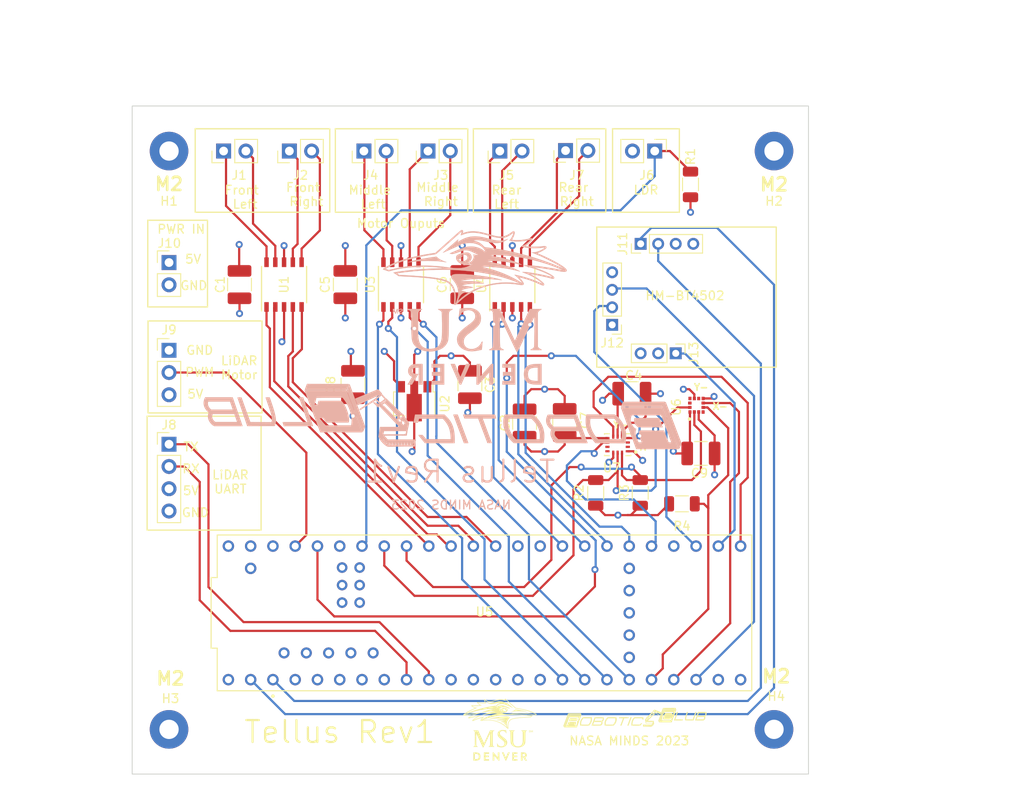
<source format=kicad_pcb>
(kicad_pcb (version 20211014) (generator pcbnew)
  (layers (0 "F.Cu" power) (1 "In1.Cu" signal) (2 "In2.Cu" signal) (31 "B.Cu" power) (34 "B.Paste" user) (35 "F.Paste" user) (36 "B.SilkS" user "B.Silkscreen") (37 "F.SilkS" user "F.Silkscreen") (38 "B.Mask" user) (39 "F.Mask" user) (44 "Edge.Cuts" user))
  (net 0 "")
  (net 1 "3.3V")
  (net 2 "GND")
  (net 3 "5V")
  (net 4 "INT_BT")
  (net 5 "PDN")
  (net 6 "WAKEUP")
  (net 7 "RXD")
  (net 8 "TXD")
  (net 9 "LDR Out")
  (net 10 "Lidar_TX")
  (net 11 "Lidar_RX")
  (net 12 "Lidar_PWM")
  (net 13 "Net-(J1-Pad1)")
  (net 14 "Net-(J1-Pad2)")
  (net 15 "Net-(J2-Pad1)")
  (net 16 "Net-(J2-Pad2)")
  (net 17 "Net-(J3-Pad1)")
  (net 18 "Net-(J3-Pad2)")
  (net 19 "Net-(J4-Pad1)")
  (net 20 "Net-(J4-Pad2)")
  (net 21 "Net-(J5-Pad1)")
  (net 22 "Net-(J5-Pad2)")
  (net 23 "Net-(J7-Pad1)")
  (net 24 "Net-(J7-Pad2)")
  (net 25 "INTA")
  (net 26 "SCLK")
  (net 27 "SDA")
  (net 28 "FSYNC_ICM")
  (net 29 "INT2_ICM")
  (net 34 "INT1_ICM")
  (net 36 "INTM")
  (net 40 "Rear Left Control 1")
  (net 41 "Rear Left Control 2")
  (net 42 "Rear Right Control 1")
  (net 43 "Rear Right Control 2")
  (net 44 "Mid Left Control 1")
  (net 45 "Mid Left Control 2")
  (net 46 "Mid Right Control 1")
  (net 47 "Mid Right Control 2")
  (net 48 "Front Left Control 1")
  (net 49 "Front Left Control 2")
  (net 50 "Front Right Control 1")
  (net 51 "Front Right Control 2")
  (footprint "Connector_PinHeader_2.00mm:PinHeader_1x03_P2.00mm_Vertical" (layer "F.Cu") (at 179.291 101.825716 -90)
    (fp_text reference "J13")
    (fp_text value "Conn_01x03_Female")
  )
  (footprint "KicadLibs:MODULE_DEV-16771" (layer "F.Cu") (at 157.48 131.445)
    (fp_text reference "U5")
    (fp_text value "DEV-16771")
  )
  (footprint "Connector_PinHeader_2.54mm:PinHeader_1x02_P2.54mm_Vertical" (layer "F.Cu") (at 176.895 78.74 -90)
    (fp_text reference "J6")
    (fp_text value "Conn_01x02_Female")
  )
  (footprint "Capacitor_SMD:C_1210_3225Metric_Pad1.33x2.70mm_HandSolder" (layer "F.Cu") (at 129.54 93.98 90)
    (fp_text reference "C1")
    (fp_text value "22uF")
  )
  (footprint "Capacitor_SMD:C_1210_3225Metric_Pad1.33x2.70mm_HandSolder" (layer "F.Cu") (at 162.052 109.779213 90)
    (fp_text reference "C2")
    (fp_text value "0.1u")
  )
  (footprint "Connector_PinHeader_2.54mm:PinHeader_1x02_P2.54mm_Vertical" (layer "F.Cu") (at 143.725 78.74 90)
    (fp_text reference "J4")
    (fp_text value "Conn_01x02_Female")
  )
  (footprint "Connector_PinHeader_2.54mm:PinHeader_1x03_P2.54mm_Vertical" (layer "F.Cu") (at 121.5 101.475)
    (fp_text reference "J9")
    (fp_text value "Conn_01x03_Female")
  )
  (footprint "Resistor_SMD:R_1206_3216Metric" (layer "F.Cu") (at 175.2425 117.75 90)
    (fp_text reference "R3")
    (fp_text value "4.7k")
  )
  (footprint "ICM42670P:IC_ICM-42670-P" (layer "F.Cu") (at 172.6625 112.25 180)
    (fp_text reference "U7")
    (fp_text value "ICM-42670-P")
  )
  (footprint "Connector_PinHeader_2.54mm:PinHeader_1x02_P2.54mm_Vertical" (layer "F.Cu") (at 121.5 91.465)
    (fp_text reference "J10")
    (fp_text value "Conn_01x02_Female")
  )
  (footprint "Capacitor_SMD:C_1210_3225Metric_Pad1.33x2.70mm_HandSolder" (layer "F.Cu") (at 155.815 105.385 -90)
    (fp_text reference "C3")
    (fp_text value "22uF")
  )
  (footprint "Connector_PinHeader_2.54mm:PinHeader_1x02_P2.54mm_Vertical" (layer "F.Cu") (at 166.725 78.6875 90)
    (fp_text reference "J7")
    (fp_text value "Conn_01x02_Female")
  )
  (footprint "Capacitor_SMD:C_1210_3225Metric_Pad1.33x2.70mm_HandSolder" (layer "F.Cu") (at 174.290114 106.426 180)
    (fp_text reference "C4")
    (fp_text value "10n")
  )
  (footprint "Connector_PinHeader_2.54mm:PinHeader_1x02_P2.54mm_Vertical" (layer "F.Cu") (at 127.725 78.74 90)
    (fp_text reference "J1")
    (fp_text value "Conn_01x02_Female")
  )
  (footprint "Capacitor_SMD:C_1210_3225Metric_Pad1.33x2.70mm_HandSolder" (layer "F.Cu") (at 141.605 93.98 90)
    (fp_text reference "C5")
    (fp_text value "22uF")
  )
  (footprint "Capacitor_SMD:C_1210_3225Metric_Pad1.33x2.70mm_HandSolder" (layer "F.Cu") (at 154.94 93.98 90)
    (fp_text reference "C6")
    (fp_text value "22uF")
  )
  (footprint "MountingHole:MountingHole_2.2mm_M2_Pad" (layer "F.Cu") (at 121.5 78.74)
    (fp_text reference "H1")
    (fp_text value "MountingHole_2.2mm_M2_Pad")
  )
  (footprint "Connector_PinHeader_2.00mm:PinHeader_1x04_P2.00mm_Vertical" (layer "F.Cu") (at 172.041 98.575716 180)
    (fp_text reference "J12")
    (fp_text value "Conn_01x04_Female")
  )
  (footprint "MountingHole:MountingHole_2.2mm_M2_Pad" (layer "F.Cu") (at 121.5 144.74)
    (fp_text reference "H3")
    (fp_text value "MountingHole_2.2mm_M2_Pad")
  )
  (footprint "Package_SO:SSOP-10_3.9x4.9mm_P1.00mm" (layer "F.Cu") (at 147.955 93.98 90)
    (fp_text reference "U3")
    (fp_text value "A3909")
  )
  (footprint "Resistor_SMD:R_1206_3216Metric" (layer "F.Cu") (at 180.975 82.55 90)
    (fp_text reference "R1")
    (fp_text value "10K")
  )
  (footprint "Connector_PinHeader_2.54mm:PinHeader_1x02_P2.54mm_Vertical" (layer "F.Cu") (at 159.225 78.74 90)
    (fp_text reference "J5")
    (fp_text value "Conn_01x02_Female")
  )
  (footprint "Resistor_SMD:R_1206_3216Metric" (layer "F.Cu") (at 180 119)
    (fp_text reference "R4")
    (fp_text value "4.7k")
  )
  (footprint "Capacitor_SMD:C_1210_3225Metric_Pad1.33x2.70mm_HandSolder" (layer "F.Cu") (at 182.1625 113.25 180)
    (fp_text reference "C9")
    (fp_text value "0.1uF")
  )
  (footprint "Resistor_SMD:R_1206_3216Metric" (layer "F.Cu") (at 170.1625 117.75 90)
    (fp_text reference "R2")
    (fp_text value "4.7k")
  )
  (footprint "Connector_PinHeader_2.00mm:PinHeader_1x04_P2.00mm_Vertical" (layer "F.Cu") (at 175.291 89.325716 90)
    (fp_text reference "J11")
    (fp_text value "Conn_01x04_Female")
  )
  (footprint "Capacitor_SMD:C_1210_3225Metric_Pad1.33x2.70mm_HandSolder" (layer "F.Cu") (at 166.624 109.728 90)
    (fp_text reference "C7")
    (fp_text value "2.22u")
  )
  (footprint "MountingHole:MountingHole_2.2mm_M2_Pad" (layer "F.Cu") (at 190.5 78.74)
    (fp_text reference "H2")
    (fp_text value "MountingHole_2.2mm_M2_Pad")
  )
  (footprint "Connector_PinHeader_2.54mm:PinHeader_1x02_P2.54mm_Vertical" (layer "F.Cu") (at 135.225 78.74 90)
    (fp_text reference "J2")
    (fp_text value "Conn_01x02_Female")
  )
  (footprint "KicadLibs:PQFN50P200X200X100-12N" (layer "F.Cu") (at 181.6625 107.75 90)
    (fp_text reference "U6")
    (fp_text value "MC6470")
  )
  (footprint "Connector_PinHeader_2.54mm:PinHeader_1x04_P2.54mm_Vertical" (layer "F.Cu") (at 121.5 112.2)
    (fp_text reference "J8")
    (fp_text value "Conn_01x04_Female")
  )
  (footprint "Package_SO:SSOP-10_3.9x4.9mm_P1.00mm" (layer "F.Cu") (at 134.62 93.98 90)
    (fp_text reference "U1")
    (fp_text value "A3909")
  )
  (footprint "Connector_PinHeader_2.54mm:PinHeader_1x02_P2.54mm_Vertical" (layer "F.Cu") (at 151.035 78.74 90)
    (fp_text reference "J3")
    (fp_text value "Conn_01x02_Female")
  )
  (footprint "Package_SO:SSOP-10_3.9x4.9mm_P1.00mm" (layer "F.Cu") (at 160.655 93.98 90)
    (fp_text reference "U4")
    (fp_text value "A3909")
  )
  (footprint "MountingHole:MountingHole_2.2mm_M2_Pad" (layer "F.Cu") (at 190.5 144.74)
    (fp_text reference "H4")
    (fp_text value "MountingHole_2.2mm_M2_Pad")
  )
  (footprint "Capacitor_SMD:C_1210_3225Metric_Pad1.33x2.70mm_HandSolder" (layer "F.Cu") (at 142.48 105.385 90)
    (fp_text reference "C8")
    (fp_text value "22uF")
  )
  (footprint "Package_TO_SOT_SMD:SOT-89-3" (layer "F.Cu") (at 149.465 107.29 -90)
    (fp_text reference "U2")
    (fp_text value "AMS1117-3.3")
  )
  (gr_line (start 147.728106 109.192012) (end 147.714176 109.172995) (layer "B.SilkS") (width 0.155344))
  (gr_line (start 148.169146 108.862127) (end 148.157615 108.851046) (layer "B.SilkS") (width 0.155344))
  (gr_line (start 147.759512 109.226145) (end 147.743217 109.209728) (layer "B.SilkS") (width 0.155344))
  (gr_poly (pts (xy 150.074175 103.025432) (xy 149.886815 103.031846) (xy 149.69502 103.042496) (xy 149.518791 103.056484) (xy 149.378129 103.07291) (xy 149.327387 103.081756) (xy 149.293037 103.090875) (xy 149.23544 103.114234) (xy 149.18109 103.141076) (xy 149.130008 103.171182) (xy 149.082215 103.204334) (xy 149.03773 103.240314) (xy 148.996574 103.278903) (xy 148.958769 103.319883) (xy 148.924333 103.363036) (xy 148.893289 103.408144) (xy 148.865655 103.454987) (xy 148.841454 103.503349) (xy 148.820705 103.55301) (xy 148.803428 103.603752) (xy 148.789645 103.655357) (xy 148.779376 103.707607) (xy 148.772641 103.760283) (xy 148.769461 103.813167) (xy 148.769856 103.866041) (xy 148.773847 103.918687) (xy 148.781455 103.970885) (xy 148.792699 104.022419) (xy 148.8076 104.073069) (xy 148.82618 104.122617) (xy 148.848457 104.170845) (xy 148.874454 104.217535) (xy 148.90419 104.262469) (xy 148.937686 104.305427) (xy 148.974962 104.346192) (xy 149.016039 104.384545) (xy 149.060937 104.420269) (xy 149.109677 104.453145) (xy 149.16228 104.482954) (xy 149.169336 104.486712) (xy 149.176097 104.490528) (xy 149.182532 104.494375) (xy 149.188611 104.498226) (xy 149.194302 104.502054) (xy 149.199574 104.505833) (xy 149.204398 104.509536) (xy 149.208741 104.513136) (xy 149.212573 104.516607) (xy 149.214288 104.518285) (xy 149.215863 104.51992) (xy 149.217296 104.52151) (xy 149.218581 104.523051) (xy 149.219715 104.52454) (xy 149.220695 104.525972) (xy 149.221516 104.527346) (xy 149.222174 104.528657) (xy 149.222667 104.529902) (xy 149.222989 104.531078) (xy 149.223137 104.532181) (xy 149.223107 104.533209) (xy 149.222896 104.534157) (xy 149.222498 104.535023) (xy 148.962255 104.962907) (xy 148.864934 105.123749) (xy 148.785229 105.257137) (xy 148.73137 105.349191) (xy 148.716705 105.375379) (xy 148.712889 105.382755) (xy 148.711588 105.386028) (xy 148.712859 105.387165) (xy 148.716585 105.388271) (xy 148.730907 105.390363) (xy 148.75355 105.392259) (xy 148.783509 105.393914) (xy 148.819781 105.39528) (xy 148.861362 105.396313) (xy 148.956435 105.397195) (xy 149.201228 105.397195) (xy 149.565664 104.798548) (xy 149.70718 104.565447) (xy 149.823077 104.373363) (xy 149.90139 104.242199) (xy 149.922714 104.205682) (xy 149.930154 104.191859) (xy 149.92901 104.191) (xy 149.925654 104.190075) (xy 149.912756 104.188061) (xy 149.892364 104.185888) (xy 149.865384 104.183624) (xy 149.795271 104.179097) (xy 149.70965 104.175031) (xy 149.650076 104.17139) (xy 149.621848 104.168686) (xy 149.594653 104.165386) (xy 149.568485 104.161489) (xy 149.543339 104.156988) (xy 149.51921 104.151881) (xy 149.496091 104.146163) (xy 149.473978 104.139831) (xy 149.452866 104.13288) (xy 149.432749 104.125306) (xy 149.413621 104.117105) (xy 149.395478 104.108274) (xy 149.378313 104.098808) (xy 149.362123 104.088703) (xy 149.3469 104.077955) (xy 149.33264 104.066561) (xy 149.319338 104.054516) (xy 149.306988 104.041816) (xy 149.295585 104.028457) (xy 149.285124 104.014436) (xy 149.275598 103.999747) (xy 149.267003 103.984388) (xy 149.259334 103.968354) (xy 149.252585 103.951641) (xy 149.24675 103.934245) (xy 149.241824 103.916162) (xy 149.237803 103.897388) (xy 149.23468 103.87792) (xy 149.232451 103.857752) (xy 149.231109 103.836881) (xy 149.23065 103.815304) (xy 149.232399 103.772439) (xy 149.237755 103.73257) (xy 149.241808 103.713743) (xy 149.246791 103.695646) (xy 149.252713 103.678272) (xy 149.259582 103.661614) (xy 149.267408 103.645667) (xy 149.2762 103.630423) (xy 149.285968 103.615877) (xy 149.29672 103.602021) (xy 149.308466 103.588849) (xy 149.321215 103.576355) (xy 149.334975 103.564531) (xy 149.349757 103.553373) (xy 149.36557 103.542872) (xy 149.382422 103.533024) (xy 149.400323 103.52382) (xy 149.419283 103.515255) (xy 149.460412 103.500014) (xy 149.505884 103.48725) (xy 149.555772 103.47691) (xy 149.61015 103.468942) (xy 149.669092 103.463295) (xy 149.73267 103.459916) (xy 149.975239 103.451554) (xy 149.975239 105.397195) (xy 150.426565 105.397195) (xy 150.426565 104.227525) (xy 150.425229 103.772012) (xy 150.421591 103.396395) (xy 150.419083 103.250716) (xy 150.416207 103.139613) (xy 150.413034 103.067952) (xy 150.411357 103.048435) (xy 150.409632 103.040603) (xy 150.403255 103.036981) (xy 150.391914 103.033834) (xy 150.355585 103.028912) (xy 150.303147 103.025723) (xy 150.237099 103.024155)) (layer "B.SilkS") (width 0.02) (fill solid))
  (gr_line (start 147.66214 109.058315) (end 147.655235 109.031446) (layer "B.SilkS") (width 0.155344))
  (gr_poly (pts (xy 143.488892 108.074283) (xy 143.488809 108.074338) (xy 143.474405 108.090312) (xy 143.494233 108.078997) (xy 143.493494 108.07816) (xy 143.492719 108.077317) (xy 143.491809 108.076375) (xy 143.491334 108.075909) (xy 143.490862 108.075469) (xy 143.490407 108.075073) (xy 143.48998 108.074737) (xy 143.489781 108.074597) (xy 143.489594 108.074478) (xy 143.489421 108.074383) (xy 143.489262 108.074314) (xy 143.48912 108.074273) (xy 143.488996 108.074262)) (layer "B.SilkS") (width 0.1) (fill solid))
  (gr_line (start 147.951085 109.871676) (end 147.843114 109.919053) (layer "B.SilkS") (width 0.155344))
  (gr_poly (pts (xy 160.259592 103.033143) (xy 159.53183 103.039069) (xy 159.525374 103.247826) (xy 159.518865 103.45653) (xy 160.536029 103.45653) (xy 160.536029 103.952993) (xy 159.588239 103.952993) (xy 159.588239 104.381724) (xy 160.536029 104.381724) (xy 160.536029 104.967564) (xy 160.033955 104.973649) (xy 159.53183 104.979736) (xy 159.525374 105.188439) (xy 159.518865 105.397195) (xy 160.987355 105.397195) (xy 160.987355 103.027163)) (layer "B.SilkS") (width 0.02) (fill solid))
  (gr_line (start 148.115041 108.823476) (end 148.097906 108.815875) (layer "B.SilkS") (width 0.155344))
  (gr_line (start 146.513211 112.380103) (end 149.463903 112.383288) (layer "B.SilkS") (width 0.155344))
  (gr_line (start 145.774698 107.647914) (end 145.933549 107.535408) (layer "B.SilkS") (width 0.155344))
  (gr_line (start 147.784082 108.754746) (end 147.776671 108.75363) (layer "B.SilkS") (width 0.155344))
  (gr_line (start 145.986248 107.228463) (end 145.896721 107.299679) (layer "B.SilkS") (width 0.155344))
  (gr_line (start 147.571027 109.548169) (end 147.638063 108.888032) (layer "B.SilkS") (width 0.155344))
  (gr_line (start 146.133849 107.398609) (end 146.166092 107.37251) (layer "B.SilkS") (width 0.155344))
  (gr_poly (pts (xy 173.08354 108.011418) (xy 174.810974 112.718369) (xy 179.55909 112.718369) (xy 179.30275 112.030188) (xy 178.84994 112.030188) (xy 178.448369 112.030188) (xy 177.92408 110.668595) (xy 175.184579 110.668595) (xy 175.170735 110.716232) (xy 175.159877 110.764011) (xy 175.151854 110.811888) (xy 175.146515 110.859816) (xy 175.143709 110.907749) (xy 175.143287 110.955642) (xy 175.148988 111.051124) (xy 175.162412 111.145893) (xy 175.182356 111.239583) (xy 175.207612 111.331827) (xy 175.236977 111.422258) (xy 175.269244 111.510509) (xy 175.303209 111.596213) (xy 175.37141 111.758512) (xy 175.431938 111.906221) (xy 175.456311 111.973686) (xy 175.47515 112.036403) (xy 175.020688 112.036403) (xy 174.934347 111.845133) (xy 174.850599 111.654145) (xy 174.811578 111.558527) (xy 174.775462 111.462703) (xy 174.743002 111.36658) (xy 174.714951 111.270068) (xy 174.692061 111.173072) (xy 174.675084 111.075503) (xy 174.664773 110.977267) (xy 174.661878 110.878271) (xy 174.663447 110.82846) (xy 174.667152 110.778425) (xy 174.673088 110.728154) (xy 174.681348 110.677636) (xy 174.692026 110.626859) (xy 174.705217 110.575811) (xy 174.721014 110.524482) (xy 174.739512 110.472859) (xy 174.708502 110.457153) (xy 174.678614 110.440641) (xy 174.649821 110.423355) (xy 174.622095 110.405326) (xy 174.595407 110.386588) (xy 174.569731 110.367173) (xy 174.545037 110.347112) (xy 174.521299 110.326438) (xy 174.498488 110.305184) (xy 174.476576 110.283382) (xy 174.435338 110.238261) (xy 174.397362 110.191334) (xy 174.362424 110.142859) (xy 174.330302 110.093094) (xy 174.300772 110.042298) (xy 174.273611 109.990728) (xy 174.248594 109.938642) (xy 174.2255 109.886299) (xy 174.204105 109.833958) (xy 174.184184 109.781875) (xy 174.165516 109.730309) (xy 174.150105 109.681483) (xy 174.1377 109.630886) (xy 174.12823 109.578733) (xy 174.121624 109.525237) (xy 174.117813 109.470614) (xy 174.116725 109.415076) (xy 174.118289 109.358838) (xy 174.122435 109.302113) (xy 174.129093 109.245117) (xy 174.138191 109.188062) (xy 174.149659 109.131163) (xy 174.163427 109.074634) (xy 174.179423 109.018689) (xy 174.197578 108.963542) (xy 174.21782 108.909407) (xy 174.240079 108.856498) (xy 177.666214 108.856498) (xy 178.84994 112.030188) (xy 179.30275 112.030188) (xy 179.201371 111.758022) (xy 178.60395 110.211899) (xy 178.026044 108.740197) (xy 177.72687 108.00311)) (layer "B.SilkS") (width 0.1) (fill solid))
  (gr_line (start 145.394155 107.380407) (end 145.048467 107.045173) (layer "B.SilkS") (width 0.155344))
  (gr_line (start 147.836594 109.278866) (end 147.815532 109.267624) (layer "B.SilkS") (width 0.155344))
  (gr_line (start 147.795666 109.255091) (end 147.776994 109.241265) (layer "B.SilkS") (width 0.155344))
  (gr_line (start 147.655235 109.031446) (end 147.649489 109.003261) (layer "B.SilkS") (width 0.155344))
  (gr_line (start 148.541391 111.14395) (end 148.118642 111.140252) (layer "B.SilkS") (width 0.155344))
  (gr_line (start 145.717722 107.435532) (end 145.675287 107.464116) (layer "B.SilkS") (width 0.155344))
  (gr_poly (pts (xy 137.033445 105.961648) (xy 141.730298 105.961648) (xy 141.759874 105.890348) (xy 141.787458 105.819797) (xy 141.840279 105.677714) (xy 141.896014 105.528932) (xy 141.92724 105.450009) (xy 141.961915 105.366986) (xy 137.260247 105.351918)) (layer "B.SilkS") (width 0.1) (fill solid))
  (gr_poly (pts (xy 178.091024 107.462671) (xy 178.062834 107.507653) (xy 178.008776 107.599683) (xy 177.959029 107.690529) (xy 177.915054 107.775461) (xy 177.878309 107.84975) (xy 177.850255 107.908669) (xy 177.82606 107.961478) (xy 179.66239 112.674098) (xy 179.923756 112.151902) (xy 178.79447 109.167981) (xy 178.119744 107.419165)) (layer "B.SilkS") (width 0.1) (fill solid))
  (gr_line (start 147.714176 109.172995) (end 147.701424 109.152674) (layer "B.SilkS") (width 0.155344))
  (gr_poly (pts (xy 145.307403 107.327225) (xy 145.306598 107.328458) (xy 145.305839 107.329592) (xy 145.305206 107.330489) (xy 145.304964 107.330806) (xy 145.304784 107.331014) (xy 145.312322 107.338038) (xy 145.319797 107.345126) (xy 145.334591 107.359457) (xy 145.34924 107.373935) (xy 145.363816 107.388486) (xy 145.365355 107.387333) (xy 145.365688 107.387062) (xy 145.366216 107.386672) (xy 145.36652 107.38646) (xy 145.370034 107.383828) (xy 145.309442 107.324021)) (layer "B.SilkS") (width 0.1) (fill solid))
  (gr_line (start 145.54232 106.675857) (end 145.617432 106.619282) (layer "B.SilkS") (width 0.155344))
  (gr_line (start 148.118642 111.140252) (end 147.269096 111.141862) (layer "B.SilkS") (width 0.155344))
  (gr_line (start 147.649489 109.003261) (end 147.644901 108.973757) (layer "B.SilkS") (width 0.155344))
  (gr_line (start 147.679444 109.108114) (end 147.670209 109.083871) (layer "B.SilkS") (width 0.155344))
  (gr_line (start 147.932861 109.310972) (end 147.906985 109.304871) (layer "B.SilkS") (width 0.155344))
  (gr_line (start 145.761477 107.404109) (end 145.717722 107.435532) (layer "B.SilkS") (width 0.155344))
  (gr_line (start 145.048467 107.045173) (end 145.048467 107.045173) (layer "B.SilkS") (width 0.155344))
  (gr_line (start 149.463903 112.383288) (end 149.466887 112.33534) (layer "B.SilkS") (width 0.155344))
  (gr_line (start 146.166092 107.37251) (end 146.336503 107.231746) (layer "B.SilkS") (width 0.155344))
  (gr_poly (pts (xy 145.654309 107.447518) (xy 145.670619 107.431643) (xy 145.686929 107.415477) (xy 145.703241 107.399021) (xy 145.719552 107.382274)) (layer "B.SilkS") (width 0.1) (fill solid))
  (gr_poly (pts (xy 144.929527 107.209064) (xy 144.843408 107.267318) (xy 144.848529 107.27244) (xy 144.933898 107.213822) (xy 145.019723 107.155471) (xy 145.015065 107.150811)) (layer "B.SilkS") (width 0.1) (fill solid))
  (gr_line (start 148.233205 109.048236) (end 148.2258 108.997885) (layer "B.SilkS") (width 0.155344))
  (gr_poly (pts (xy 155.215785 109.22) (xy 156.783992 109.22) (xy 157.845769 112.035626) (xy 158.259765 112.035626) (xy 157.216621 109.223887) (xy 158.774728 109.223887) (xy 158.645017 108.847175) (xy 155.082961 108.847175)) (layer "B.SilkS") (width 0.1) (fill solid))
  (gr_poly (pts (xy 154.894757 87.743754) (xy 154.867763 87.751576) (xy 154.835647 87.766692) (xy 154.797369 87.789783) (xy 154.751893 87.821529) (xy 154.698179 87.862608) (xy 154.635191 87.913701) (xy 154.561891 87.975488) (xy 154.380201 88.133859) (xy 154.144807 88.343159) (xy 152.684626 89.646285) (xy 151.888071 90.357114) (xy 151.704556 90.38516) (xy 151.214627 90.462747) (xy 150.748054 90.542412) (xy 150.303931 90.624425) (xy 149.881352 90.709052) (xy 149.479411 90.796563) (xy 149.097201 90.887225) (xy 148.733818 90.981307) (xy 148.388354 91.079076) (xy 148.059905 91.180801) (xy 147.747564 91.28675) (xy 147.450425 91.397191) (xy 147.167583 91.512392) (xy 146.898131 91.632621) (xy 146.641164 91.758147) (xy 146.395776 91.889236) (xy 146.16106 92.026159) (xy 146.042296 92.097757) (xy 145.995689 92.126224) (xy 145.957723 92.15063) (xy 145.928493 92.171591) (xy 145.917182 92.180974) (xy 145.90809 92.189728) (xy 145.901228 92.19793) (xy 145.896608 92.205657) (xy 145.894242 92.212988) (xy 145.894141 92.219999) (xy 145.896317 92.226768) (xy 145.900781 92.233372) (xy 145.907546 92.239888) (xy 145.916623 92.246394) (xy 145.928023 92.252967) (xy 145.941758 92.259684) (xy 145.976281 92.273861) (xy 146.020284 92.289543) (xy 146.073862 92.307349) (xy 146.210111 92.351808) (xy 146.569628 92.470871) (xy 146.912846 92.378954) (xy 147.210023 92.304176) (xy 147.516699 92.236286) (xy 147.832043 92.175334) (xy 148.155221 92.121375) (xy 148.485401 92.07446) (xy 148.82175 92.034642) (xy 149.509625 91.976503) (xy 150.212184 91.947379) (xy 150.922766 91.947688) (xy 151.63471 91.977848) (xy 151.989112 92.004252) (xy 152.341355 92.038277) (xy 152.405373 92.045258) (xy 152.463004 92.051708) (xy 152.514516 92.057678) (xy 152.560176 92.063217) (xy 152.600252 92.068376) (xy 152.635011 92.073203) (xy 152.664719 92.07775) (xy 152.689646 92.082065) (xy 152.700399 92.084152) (xy 152.710057 92.0862) (xy 152.718653 92.088215) (xy 152.726221 92.090203) (xy 152.732793 92.092172) (xy 152.738404 92.094126) (xy 152.743086 92.096072) (xy 152.746874 92.098016) (xy 152.7498 92.099966) (xy 152.751898 92.101926) (xy 152.752647 92.102912) (xy 152.753202 92.103903) (xy 152.753566 92.1049) (xy 152.753744 92.105904) (xy 152.753741 92.106915) (xy 152.753559 92.107934) (xy 152.753204 92.108962) (xy 152.752679 92.11) (xy 152.751139 92.112109) (xy 152.748971 92.114265) (xy 152.732339 92.11622) (xy 152.688331 92.118572) (xy 152.530194 92.124114) (xy 152.017452 92.136067) (xy 151.451199 92.154816) (xy 150.814043 92.189781) (xy 150.136348 92.238147) (xy 149.44848 92.297099) (xy 148.780803 92.363822) (xy 148.163682 92.435502) (xy 147.62748 92.509323) (xy 147.202564 92.582472) (xy 147.081387 92.60676) (xy 147.391265 92.812712) (xy 147.701199 93.018717) (xy 147.862223 93.02549) (xy 148.90005 93.075949) (xy 149.82841 93.135074) (xy 150.648066 93.20296) (xy 151.017369 93.240218) (xy 151.359784 93.279702) (xy 151.675405 93.321423) (xy 151.964328 93.365393) (xy 152.226649 93.411624) (xy 152.462464 93.460128) (xy 152.671867 93.510916) (xy 152.854955 93.564001) (xy 153.011823 93.619393) (xy 153.142567 93.677106) (xy 153.271943 93.748911) (xy 153.39119 93.829902) (xy 153.500341 93.920165) (xy 153.599428 94.019784) (xy 153.688484 94.128844) (xy 153.767541 94.247431) (xy 153.836632 94.37563) (xy 153.895789 94.513527) (xy 153.945044 94.661205) (xy 153.984431 94.818751) (xy 154.013981 94.98625) (xy 154.033727 95.163787) (xy 154.043701 95.351447) (xy 154.043937 95.549315) (xy 154.034466 95.757477) (xy 154.015321 95.976017) (xy 154.008854 96.051987) (xy 154.006921 96.117936) (xy 154.007703 96.147153) (xy 154.009676 96.173867) (xy 154.012861 96.198077) (xy 154.017276 96.219785) (xy 154.022942 96.238991) (xy 154.029877 96.255695) (xy 154.0381 96.269899) (xy 154.047633 96.281601) (xy 154.058492 96.290804) (xy 154.070699 96.297508) (xy 154.084273 96.301713) (xy 154.099233 96.303419) (xy 154.115598 96.302628) (xy 154.133388 96.29934) (xy 154.152622 96.293555) (xy 154.173321 96.285274) (xy 154.195502 96.274498) (xy 154.219186 96.261227) (xy 154.244393 96.245461) (xy 154.271141 96.227202) (xy 154.329339 96.183204) (xy 154.393936 96.129238) (xy 154.465089 96.065307) (xy 154.542952 95.991416) (xy 154.883892 95.679949) (xy 155.239658 95.39261) (xy 155.609648 95.129573) (xy 155.993258 94.891011) (xy 156.389884 94.677099) (xy 156.798924 94.48801) (xy 157.219775 94.323919) (xy 157.651833 94.185) (xy 158.094495 94.071426) (xy 158.547158 93.983371) (xy 159.009218 93.92101) (xy 159.480072 93.884516) (xy 159.959118 93.874063) (xy 160.445752 93.889825) (xy 160.93937 93.931977) (xy 161.43937 94.000691) (xy 161.551093 94.016799) (xy 161.649108 94.026289) (xy 161.692992 94.028486) (xy 161.73347 94.02895) (xy 161.770549 94.027654) (xy 161.804236 94.024573) (xy 161.834537 94.019681) (xy 161.86146 94.01295) (xy 161.885012 94.004356) (xy 161.905199 93.993871) (xy 161.922029 93.98147) (xy 161.935508 93.967127) (xy 161.945644 93.950815) (xy 161.952443 93.932508) (xy 161.955913 93.912181) (xy 161.95606 93.889806) (xy 161.952891 93.865357) (xy 161.950558 93.855794) (xy 161.520601 93.855794) (xy 161.518505 93.85767) (xy 161.514217 93.858942) (xy 161.507755 93.859629) (xy 161.499138 93.859749) (xy 161.475511 93.85836) (xy 161.443482 93.854924) (xy 161.403198 93.849586) (xy 161.298452 93.833792) (xy 160.837288 93.774689) (xy 160.374046 93.741185) (xy 159.910447 93.7328) (xy 159.448211 93.749055) (xy 158.98906 93.78947) (xy 158.534714 93.853566) (xy 158.086895 93.940864) (xy 157.647322 94.050883) (xy 157.217717 94.183145) (xy 156.7998 94.33717) (xy 156.395293 94.512478) (xy 156.005916 94.708589) (xy 155.63339 94.925026) (xy 155.279437 95.161306) (xy 154.945775 95.416953) (xy 154.634128 95.691485) (xy 154.575563 95.746186) (xy 154.551827 95.767538) (xy 154.531601 95.784855) (xy 154.514746 95.798112) (xy 154.507538 95.803209) (xy 154.501121 95.807281) (xy 154.495477 95.810325) (xy 154.490587 95.812337) (xy 154.486436 95.813314) (xy 154.483005 95.813252) (xy 154.480276 95.812149) (xy 154.478233 95.810001) (xy 154.476857 95.806805) (xy 154.476132 95.802557) (xy 154.476039 95.797255) (xy 154.476562 95.790894) (xy 154.477683 95.783472) (xy 154.479384 95.774985) (xy 154.484457 95.754803) (xy 154.491642 95.730323) (xy 154.500798 95.701517) (xy 154.511785 95.66836) (xy 154.542631 95.582379) (xy 154.575878 95.50134) (xy 154.611591 95.425177) (xy 154.649837 95.353824) (xy 154.690679 95.287217) (xy 154.734183 95.22529) (xy 154.780414 95.167978) (xy 154.829437 95.115216) (xy 154.881316 95.066937) (xy 154.936118 95.023077) (xy 154.993906 94.98357) (xy 155.054747 94.948352) (xy 155.118704 94.917356) (xy 155.185844 94.890517) (xy 155.256231 94.867771) (xy 155.329929 94.849051) (xy 155.351507 94.843407) (xy 155.367376 94.837308) (xy 155.377529 94.830749) (xy 155.380459 94.827295) (xy 155.381955 94.823725) (xy 155.382018 94.820039) (xy 155.380645 94.816234) (xy 155.377836 94.812312) (xy 155.373589 94.80827) (xy 155.360777 94.79983) (xy 155.342199 94.790909) (xy 155.317847 94.781503) (xy 155.287709 94.771608) (xy 155.251777 94.761219) (xy 155.210041 94.750334) (xy 155.109117 94.727053) (xy 154.98486 94.701731) (xy 154.793037 94.664584) (xy 154.891461 94.613361) (xy 154.932436 94.593343) (xy 154.977807 94.573591) (xy 155.027331 94.554165) (xy 155.080764 94.535125) (xy 155.198383 94.498437) (xy 155.328719 94.464003) (xy 155.469822 94.432298) (xy 155.619745 94.403796) (xy 155.77654 94.378972) (xy 155.938259 94.358302) (xy 155.986983 94.352465) (xy 156.03244 94.346384) (xy 156.073634 94.340236) (xy 156.109571 94.334199) (xy 156.125256 94.331277) (xy 156.139253 94.328449) (xy 156.151439 94.325737) (xy 156.161688 94.323164) (xy 156.169876 94.320751) (xy 156.175878 94.318522) (xy 156.178021 94.317482) (xy 156.179571 94.316497) (xy 156.180512 94.315568) (xy 156.18083 94.314699) (xy 156.178673 94.308327) (xy 156.172336 94.301608) (xy 156.147923 94.28727) (xy 156.109188 94.271963) (xy 156.057731 94.255969) (xy 155.923046 94.223045) (xy 155.756663 94.190741) (xy 155.571373 94.161306) (xy 155.37997 94.136983) (xy 155.195248 94.12002) (xy 155.109389 94.115001) (xy 155.029998 94.112663) (xy 154.860717 94.110652) (xy 154.939722 94.076204) (xy 155.001664 94.051788) (xy 155.072547 94.028595) (xy 155.151999 94.00667) (xy 155.239648 93.986056) (xy 155.438056 93.948938) (xy 155.664799 93.917592) (xy 155.916907 93.892371) (xy 156.191411 93.873626) (xy 156.485339 93.861708) (xy 156.795721 93.85697) (xy 157.02536 93.85579) (xy 157.118728 93.854828) (xy 157.198512 93.853504) (xy 157.26525 93.851733) (xy 157.31948 93.849432) (xy 157.36174 93.846514) (xy 157.378549 93.844797) (xy 157.392568 93.842894) (xy 157.403863 93.840795) (xy 157.412501 93.838488) (xy 157.418551 93.835964) (xy 157.422078 93.833211) (xy 157.422918 93.831746) (xy 157.423152 93.830219) (xy 157.422789 93.82863) (xy 157.421837 93.826978) (xy 157.418203 93.823476) (xy 157.412316 93.819703) (xy 157.404243 93.815649) (xy 157.394052 93.811303) (xy 157.367584 93.801691) (xy 157.333449 93.790783) (xy 157.292185 93.778494) (xy 157.110382 93.729887) (xy 156.923963 93.689265) (xy 156.728196 93.656135) (xy 156.518345 93.630004) (xy 156.289678 93.610379) (xy 156.03746 93.596768) (xy 155.756957 93.588677) (xy 155.443435 93.585613) (xy 155.163572 93.58384) (xy 155.042716 93.582202) (xy 154.938399 93.580156) (xy 154.853489 93.57777) (xy 154.790854 93.575113) (xy 154.753361 93.572254) (xy 154.744939 93.570771) (xy 154.743466 93.570019) (xy 154.743877 93.569262) (xy 154.75828 93.56347) (xy 154.783039 93.556097) (xy 154.859256 93.537443) (xy 154.963792 93.514976) (xy 155.087908 93.49037) (xy 155.359929 93.441441) (xy 155.490357 93.420468) (xy 155.605413 93.404056) (xy 155.957294 93.366907) (xy 156.34618 93.341505) (xy 156.765458 93.327797) (xy 157.20851 93.325726) (xy 157.668723 93.33524) (xy 158.13948 93.356282) (xy 158.614166 93.3888) (xy 159.086166 93.432737) (xy 159.236889 93.447932) (xy 159.297441 93.453321) (xy 159.348217 93.457194) (xy 159.38929 93.459521) (xy 159.420733 93.46027) (xy 159.442619 93.459409) (xy 159.450001 93.458365) (xy 159.455021 93.456907) (xy 159.457689 93.45503) (xy 159.458013 93.452731) (xy 159.456002 93.450006) (xy 159.451666 93.446851) (xy 159.436055 93.439234) (xy 159.411251 93.42985) (xy 159.377329 93.418666) (xy 159.334361 93.40565) (xy 159.22158 93.373999) (xy 158.907961 93.295396) (xy 158.559672 93.219794) (xy 158.183545 93.147861) (xy 157.786414 93.080266) (xy 156.956471 92.960759) (xy 156.124513 92.866621) (xy 155.345204 92.803196) (xy 154.992377 92.784671) (xy 154.673213 92.775829) (xy 154.394546 92.777338) (xy 154.163207 92.789867) (xy 153.986032 92.814082) (xy 153.91989 92.830782) (xy 153.869852 92.850654) (xy 153.847113 92.862852) (xy 153.825824 92.875275) (xy 153.805987 92.887937) (xy 153.7876 92.900852) (xy 153.770664 92.914031) (xy 153.755178 92.92749) (xy 153.741142 92.94124) (xy 153.728556 92.955296) (xy 153.717419 92.969671) (xy 153.707732 92.984378) (xy 153.699494 92.99943) (xy 153.692705 93.014841) (xy 153.687365 93.030624) (xy 153.683473 93.046792) (xy 153.681029 93.063359) (xy 153.680034 93.080338) (xy 153.680486 93.097743) (xy 153.682386 93.115586) (xy 153.685733 93.133882) (xy 153.690527 93.152642) (xy 153.696769 93.171882) (xy 153.704457 93.191613) (xy 153.713591 93.21185) (xy 153.724172 93.232606) (xy 153.736199 93.253894) (xy 153.749671 93.275727) (xy 153.780953 93.321083) (xy 153.818015 93.36878) (xy 153.860856 93.418926) (xy 153.983702 93.565189) (xy 154.093004 93.712694) (xy 154.188794 93.861678) (xy 154.271105 94.012379) (xy 154.339969 94.165034) (xy 154.395418 94.319882) (xy 154.437485 94.47716) (xy 154.466203 94.637106) (xy 154.481604 94.799959) (xy 154.48372 94.965954) (xy 154.472585 95.135331) (xy 154.448229 95.308328) (xy 154.410687 95.485182) (xy 154.35999 95.66613) (xy 154.296171 95.851412) (xy 154.219262 96.041264) (xy 154.197913 96.088654) (xy 154.189161 96.106305) (xy 154.18164 96.119787) (xy 154.175309 96.128999) (xy 154.172579 96.131971) (xy 154.170132 96.133837) (xy 154.167963 96.134583) (xy 154.166067 96.134197) (xy 154.16444 96.132667) (xy 154.163077 96.129978) (xy 154.161123 96.121076) (xy 154.160166 96.107388) (xy 154.160166 96.08881) (xy 154.161085 96.06524) (xy 154.165524 96.00271) (xy 154.173171 95.918973) (xy 154.188466 95.725168) (xy 154.196146 95.538873) (xy 154.196209 95.360071) (xy 154.188648 95.188747) (xy 154.173459 95.024885) (xy 154.150637 94.86847) (xy 154.120177 94.719487) (xy 154.102082 94.647777) (xy 154.082075 94.57792) (xy 154.060156 94.509912) (xy 154.036326 94.443753) (xy 154.010582 94.37944) (xy 153.982924 94.316971) (xy 153.953352 94.256345) (xy 153.921866 94.197559) (xy 153.888464 94.140612) (xy 153.853146 94.085501) (xy 153.815911 94.032224) (xy 153.776759 93.980781) (xy 153.73569 93.931168) (xy 153.692701 93.883384) (xy 153.647794 93.837426) (xy 153.600967 93.793294) (xy 153.55222 93.750985) (xy 153.501553 93.710497) (xy 153.389837 93.634413) (xy 153.258421 93.563062) (xy 153.105546 93.496169) (xy 152.929451 93.433458) (xy 152.728375 93.374653) (xy 152.500557 93.31948) (xy 151.957656 93.218927) (xy 151.286664 93.129595) (xy 150.473496 93.049283) (xy 149.504068 92.975787) (xy 148.364297 92.906904) (xy 147.734959 92.872455) (xy 147.624206 92.791175) (xy 147.581632 92.759709) (xy 147.565046 92.74693) (xy 147.551676 92.735871) (xy 147.541586 92.726344) (xy 147.53779 92.722098) (xy 147.534837 92.718164) (xy 147.532736 92.71452) (xy 147.531493 92.711142) (xy 147.531116 92.708008) (xy 147.531614 92.705093) (xy 147.532994 92.702374) (xy 147.535264 92.699829) (xy 147.538431 92.697433) (xy 147.542505 92.695163) (xy 147.547491 92.692995) (xy 147.553398 92.690907) (xy 147.568008 92.686877) (xy 147.586395 92.682883) (xy 147.608622 92.678739) (xy 147.664846 92.669255) (xy 148.024588 92.615011) (xy 148.448087 92.560341) (xy 148.919252 92.506785) (xy 149.421996 92.455882) (xy 150.457857 92.368191) (xy 150.958796 92.334481) (xy 151.426954 92.309581) (xy 151.951296 92.297265) (xy 152.690327 92.291305) (xy 153.413542 92.292458) (xy 153.890437 92.301484) (xy 154.947277 92.367507) (xy 155.952395 92.462717) (xy 156.437041 92.521552) (xy 156.910535 92.588024) (xy 157.37347 92.662248) (xy 157.826438 92.744337) (xy 158.270034 92.834406) (xy 158.70485 92.932567) (xy 159.131478 93.038934) (xy 159.550512 93.153622) (xy 159.962545 93.276744) (xy 160.368169 93.408413) (xy 160.767977 93.548744) (xy 161.162563 93.697849) (xy 161.309498 93.75585) (xy 161.416957 93.799785) (xy 161.45625 93.816845) (xy 161.486114 93.830829) (xy 161.506696 93.841884) (xy 161.513552 93.846359) (xy 161.518143 93.850157) (xy 161.520486 93.853295) (xy 161.520601 93.855794) (xy 161.950558 93.855794) (xy 161.946414 93.83881) (xy 161.936635 93.810137) (xy 161.923562 93.779312) (xy 161.9072 93.746309) (xy 161.887558 93.711102) (xy 161.864642 93.673664) (xy 161.838459 93.633971) (xy 161.776321 93.54771) (xy 161.701199 93.452109) (xy 161.613148 93.346959) (xy 161.548061 93.271864) (xy 161.522654 93.242242) (xy 161.502422 93.217596) (xy 161.487678 93.197697) (xy 161.478735 93.182316) (xy 161.476536 93.176247) (xy 161.475905 93.171222) (xy 161.47688 93.167211) (xy 161.4795 93.164185) (xy 161.483806 93.162116) (xy 161.489835 93.160975) (xy 161.497627 93.160734) (xy 161.507221 93.161363) (xy 161.531972 93.165118) (xy 161.5644 93.172011) (xy 161.653537 93.194291) (xy 161.777137 93.226362) (xy 162.024822 93.292998) (xy 162.271892 93.365584) (xy 162.517321 93.443753) (xy 162.760084 93.52714) (xy 162.999153 93.615379) (xy 163.233502 93.708104) (xy 163.462105 93.804948) (xy 163.683936 93.905547) (xy 163.769484 93.945089) (xy 163.846975 93.979552) (xy 163.882808 93.994884) (xy 163.916759 94.008954) (xy 163.94887 94.021764) (xy 163.979186 94.033317) (xy 164.00775 94.043614) (xy 164.034606 94.052659) (xy 164.059798 94.060454) (xy 164.08337 94.067002) (xy 164.105365 94.072305) (xy 164.125828 94.076365) (xy 164.144801 94.079185) (xy 164.162329 94.080768) (xy 164.178456 94.081116) (xy 164.193225 94.080231) (xy 164.20668 94.078117) (xy 164.218864 94.074775) (xy 164.224494 94.072644) (xy 164.229823 94.070207) (xy 164.234856 94.067465) (xy 164.239599 94.064418) (xy 164.244057 94.061066) (xy 164.248236 94.057408) (xy 164.252141 94.053447) (xy 164.255778 94.049182) (xy 164.262269 94.03974) (xy 164.267752 94.029085) (xy 164.272272 94.017221) (xy 164.275872 94.004149) (xy 164.278595 93.989872) (xy 164.280487 93.974393) (xy 164.281589 93.957714) (xy 164.281947 93.939837) (xy 164.279827 93.923877) (xy 164.273563 93.9057) (xy 164.249196 93.863136) (xy 164.210023 93.813039) (xy 164.157219 93.756301) (xy 164.091963 93.693815) (xy 164.015429 93.626474) (xy 163.928796 93.555171) (xy 163.83324 93.480799) (xy 163.729938 93.404249) (xy 163.620065 93.326416) (xy 163.385317 93.17047) (xy 163.262795 93.094143) (xy 163.13841 93.020103) (xy 163.013338 92.949243) (xy 162.888757 92.882456) (xy 162.856067 92.865248) (xy 162.825853 92.848916) (xy 162.798756 92.833839) (xy 162.775416 92.820392) (xy 162.756474 92.808951) (xy 162.748853 92.804101) (xy 162.742571 92.799894) (xy 162.737708 92.796377) (xy 162.734346 92.793596) (xy 162.733252 92.792497) (xy 162.732564 92.7916) (xy 162.73229 92.79091) (xy 162.732441 92.790434) (xy 162.760059 92.787419) (xy 162.824424 92.793246) (xy 163.045448 92.827682) (xy 163.359627 92.886249) (xy 163.731071 92.961454) (xy 164.123892 93.045805) (xy 164.502201 93.131809) (xy 164.830109 93.211972) (xy 165.071728 93.278802) (xy 165.094152 93.285547) (xy 165.115845 93.291682) (xy 165.136806 93.297207) (xy 165.157038 93.302123) (xy 165.176542 93.306427) (xy 165.19532 93.310121) (xy 165.213372 93.313203) (xy 165.2307 93.315674) (xy 165.247305 93.317532) (xy 165.263189 93.318779) (xy 165.278353 93.319413) (xy 165.292798 93.319434) (xy 165.306525 93.318842) (xy 165.319536 93.317637) (xy 165.331833 93.315817) (xy 165.343416 93.313383) (xy 165.354286 93.310335) (xy 165.364446 93.306672) (xy 165.373896 93.302394) (xy 165.382638 93.2975) (xy 165.390674 93.29199) (xy 165.398003 93.285864) (xy 165.404628 93.279122) (xy 165.41055 93.271763) (xy 165.415771 93.263786) (xy 165.420291 93.255193) (xy 165.424112 93.245981) (xy 165.427236 93.236151) (xy 165.429663 93.225703) (xy 165.431395 93.214636) (xy 165.432433 93.202949) (xy 165.432779 93.190643) (xy 165.429754 93.168997) (xy 165.420794 93.14558) (xy 165.385737 93.09378) (xy 165.328952 93.035938) (xy 165.251784 92.972749) (xy 165.155579 92.904908) (xy 165.041681 92.83311) (xy 164.911435 92.758049) (xy 164.766187 92.680421) (xy 164.436064 92.520241) (xy 164.062072 92.358128) (xy 163.65497 92.199643) (xy 163.225518 92.050342) (xy 163.20159 92.042305) (xy 163.179561 92.034512) (xy 163.169403 92.030768) (xy 163.159893 92.027156) (xy 163.151089 92.0237) (xy 163.143048 92.020424) (xy 163.135829 92.017353) (xy 163.129488 92.014509) (xy 163.124083 92.011917) (xy 163.119672 92.0096) (xy 163.116314 92.007583) (xy 163.115047 92.006694) (xy 163.114064 92.005888) (xy 163.113373 92.005169) (xy 163.112982 92.00454) (xy 163.112896 92.004004) (xy 163.113124 92.003563) (xy 163.140553 91.999843) (xy 163.205586 92.002927) (xy 163.432817 92.027117) (xy 164.16639 92.130835) (xy 165.063457 92.276433) (xy 165.495053 92.352973) (xy 165.873627 92.425627) (xy 166.011644 92.452638) (xy 166.076146 92.464523) (xy 166.137703 92.475322) (xy 166.196359 92.485029) (xy 166.25216 92.49364) (xy 166.30515 92.501149) (xy 166.355373 92.507551) (xy 166.402875 92.512842) (xy 166.447699 92.517016) (xy 166.489891 92.520068) (xy 166.529495 92.521994) (xy 166.566556 92.522788) (xy 166.601118 92.522446) (xy 166.633227 92.520961) (xy 166.662926 92.51833) (xy 166.69026 92.514548) (xy 166.715274 92.509608) (xy 166.738013 92.503507) (xy 166.758522 92.496239) (xy 166.776844 92.4878) (xy 166.793024 92.478183) (xy 166.800326 92.472932) (xy 166.807108 92.467385) (xy 166.813378 92.461541) (xy 166.81914 92.4554) (xy 166.8244 92.448961) (xy 166.829164 92.442223) (xy 166.833437 92.435186) (xy 166.837225 92.42785) (xy 166.840534 92.420213) (xy 166.843368 92.412274) (xy 166.847637 92.395492) (xy 166.850077 92.377498) (xy 166.850733 92.358288) (xy 166.84965 92.337855) (xy 166.848691 92.330383) (xy 166.387647 92.330383) (xy 166.386872 92.330948) (xy 166.382033 92.331396) (xy 166.359946 92.32968) (xy 166.322738 92.324715) (xy 166.272123 92.316784) (xy 166.137519 92.293143) (xy 165.96983 92.261003) (xy 165.44907 92.16157) (xy 164.940635 92.072214) (xy 164.448363 91.99345) (xy 163.976095 91.925796) (xy 163.527673 91.869768) (xy 163.106935 91.825882) (xy 162.717723 91.794655) (xy 162.363877 91.776604) (xy 162.187204 91.771358) (xy 162.061841 91.770242) (xy 162.018551 91.771707) (xy 161.988269 91.774773) (xy 161.978025 91.776965) (xy 161.971055 91.779629) (xy 161.967367 91.782788) (xy 161.966969 91.786466) (xy 161.969867 91.790687) (xy 161.976071 91.795473) (xy 161.998421 91.806839) (xy 162.034079 91.820754) (xy 162.083105 91.837408) (xy 162.221503 91.879688) (xy 162.414095 91.935195) (xy 162.825685 92.058097) (xy 163.226785 92.188767) (xy 163.611329 92.324777) (xy 163.973251 92.4637) (xy 164.306487 92.60311) (xy 164.460452 92.672239) (xy 164.604971 92.740579) (xy 164.739286 92.807827) (xy 164.862638 92.873679) (xy 164.974269 92.937833) (xy 165.073422 92.999984) (xy 165.102867 93.019669) (xy 165.130499 93.038702) (xy 165.156163 93.05694) (xy 165.179706 93.074241) (xy 165.200976 93.09046) (xy 165.219818 93.105454) (xy 165.23608 93.119081) (xy 165.249608 93.131198) (xy 165.255298 93.136645) (xy 165.260248 93.14166) (xy 165.264438 93.146227) (xy 165.267848 93.150326) (xy 165.27046 93.15394) (xy 165.272254 93.157051) (xy 165.273211 93.159642) (xy 165.27337 93.160736) (xy 165.273313 93.161694) (xy 165.273036 93.162512) (xy 165.272539 93.163189) (xy 165.271818 93.163722) (xy 165.270871 93.164109) (xy 165.268289 93.164437) (xy 165.264775 93.164155) (xy 165.260309 93.163244) (xy 165.254872 93.161688) (xy 165.248445 93.159467) (xy 165.241009 93.156565) (xy 165.149054 93.123442) (xy 165.026188 93.086145) (xy 164.703207 93.002103) (xy 164.303038 92.910605) (xy 163.856656 92.817812) (xy 163.395034 92.729888) (xy 162.949145 92.652997) (xy 162.549964 92.593302) (xy 162.228463 92.556966) (xy 162.140585 92.549943) (xy 162.06312 92.544363) (xy 161.995945 92.540275) (xy 161.938934 92.537728) (xy 161.891963 92.53677) (xy 161.854907 92.53745) (xy 161.840059 92.538419) (xy 161.827643 92.539815) (xy 161.817643 92.541646) (xy 161.810044 92.543915) (xy 161.804831 92.546631) (xy 161.801988 92.549798) (xy 161.801499 92.553423) (xy 161.803348 92.557512) (xy 161.807521 92.562071) (xy 161.814002 92.567106) (xy 161.822774 92.572623) (xy 161.833823 92.578628) (xy 161.862688 92.592127) (xy 161.900471 92.60765) (xy 161.947049 92.625247) (xy 162.002297 92.644967) (xy 162.150309 92.698873) (xy 162.298688 92.757246) (xy 162.446714 92.819668) (xy 162.593667 92.885721) (xy 162.738825 92.954987) (xy 162.88147 93.027049) (xy 163.020881 93.101489) (xy 163.156337 93.17789) (xy 163.287118 93.255834) (xy 163.412503 93.334903) (xy 163.531773 93.414679) (xy 163.644206 93.494745) (xy 163.749083 93.574684) (xy 163.845684 93.654077) (xy 163.933287 93.732507) (xy 164.011173 93.809557) (xy 164.11272 93.915919) (xy 163.966035 93.842629) (xy 163.68718 93.710479) (xy 163.387163 93.581696) (xy 163.068497 93.457139) (xy 162.733698 93.337666) (xy 162.385281 93.224132) (xy 162.025762 93.117397) (xy 161.657656 93.018318) (xy 161.283477 92.927753) (xy 161.143151 92.896247) (xy 161.086213 92.884093) (xy 161.037712 92.874386) (xy 160.997361 92.867162) (xy 160.980152 92.864492) (xy 160.964874 92.862456) (xy 160.951491 92.861058) (xy 160.939967 92.860304) (xy 160.930267 92.860196) (xy 160.922354 92.860741) (xy 160.916193 92.861942) (xy 160.911749 92.863803) (xy 160.910159 92.864983) (xy 160.908985 92.86633) (xy 160.908222 92.867844) (xy 160.907866 92.869526) (xy 160.907912 92.871376) (xy 160.908356 92.873396) (xy 160.910419 92.877945) (xy 160.91402 92.883176) (xy 160.919124 92.889095) (xy 160.925693 92.895706) (xy 160.933694 92.903013) (xy 160.953843 92.919734) (xy 160.979287 92.939293) (xy 161.009739 92.961726) (xy 161.056197 92.998077) (xy 161.110109 93.044637) (xy 161.169903 93.099676) (xy 161.234011 93.161459) (xy 161.300861 93.228255) (xy 161.368883 93.298331) (xy 161.502162 93.441395) (xy 161.564278 93.510919) (xy 161.621285 93.576793) (xy 161.671612 93.637285) (xy 161.713689 93.690663) (xy 161.745945 93.735196) (xy 161.766811 93.769149) (xy 161.772481 93.781618) (xy 161.774715 93.790792) (xy 161.773316 93.796455) (xy 161.768088 93.798391) (xy 161.765808 93.797746) (xy 161.761504 93.795854) (xy 161.747269 93.788582) (xy 161.699409 93.761872) (xy 161.631635 93.722332) (xy 161.551077 93.674036) (xy 161.085853 93.403384) (xy 160.618241 93.154527) (xy 160.145686 92.926415) (xy 159.665636 92.717998) (xy 159.175538 92.528227) (xy 158.672838 92.356052) (xy 158.154983 92.200423) (xy 157.619421 92.060291) (xy 157.446653 92.017113) (xy 157.325428 91.983539) (xy 157.28437 91.97007) (xy 157.256469 91.958662) (xy 157.24748 91.953696) (xy 157.241815 91.949203) (xy 157.239484 91.945168) (xy 157.240499 91.941578) (xy 157.24487 91.938419) (xy 157.25261 91.935676) (xy 157.27824 91.931383) (xy 157.317479 91.928586) (xy 157.370417 91.927171) (xy 157.517752 91.928038) (xy 157.720969 91.933078) (xy 158.179014 91.954422) (xy 158.659829 91.991135) (xy 159.150924 92.04147) (xy 159.639806 92.103682) (xy 160.113984 92.176024) (xy 160.560966 92.25675) (xy 160.968261 92.344114) (xy 161.323376 92.436369) (xy 161.419327 92.462884) (xy 161.455767 92.471782) (xy 161.48447 92.477718) (xy 161.505402 92.480649) (xy 161.518529 92.480536) (xy 161.522155 92.479325) (xy 161.523817 92.477337) (xy 161.523511 92.474567) (xy 161.521232 92.471009) (xy 161.510739 92.461513) (xy 161.492304 92.448805) (xy 161.465892 92.432845) (xy 161.43147 92.413591) (xy 161.338458 92.365036) (xy 161.212992 92.302808) (xy 160.94425 92.179552) (xy 160.653558 92.061635) (xy 160.337934 91.948156) (xy 159.994394 91.838212) (xy 159.619955 91.730903) (xy 159.211634 91.625327) (xy 158.766446 91.520581) (xy 158.28141 91.415765) (xy 158.080642 91.373265) (xy 157.937199 91.340305) (xy 157.886968 91.327017) (xy 157.851062 91.31565) (xy 157.82948 91.306049) (xy 157.824059 91.301862) (xy 157.822218 91.298059) (xy 157.823957 91.29462) (xy 157.829276 91.291526) (xy 157.85065 91.286295) (xy 157.88634 91.282211) (xy 157.936344 91.279119) (xy 158.079282 91.275293) (xy 158.279451 91.273578) (xy 158.617174 91.278494) (xy 158.973762 91.296129) (xy 159.347146 91.326228) (xy 159.735255 91.368537) (xy 160.136019 91.422802) (xy 160.547369 91.488769) (xy 160.967234 91.566183) (xy 161.393544 91.65479) (xy 161.451769 91.667565) (xy 161.502906 91.678759) (xy 161.547414 91.688456) (xy 161.585753 91.696739) (xy 161.602753 91.700377) (xy 161.618383 91.703694) (xy 161.632701 91.706698) (xy 161.645764 91.709402) (xy 161.657629 91.711815) (xy 161.668355 91.713949) (xy 161.677998 91.715812) (xy 161.686616 91.717417) (xy 161.694267 91.718772) (xy 161.701007 91.71989) (xy 161.706895 91.72078) (xy 161.709537 91.721143) (xy 161.711988 91.721452) (xy 161.714254 91.72171) (xy 161.716343 91.721918) (xy 161.718262 91.722077) (xy 161.720018 91.722187) (xy 161.721618 91.722252) (xy 161.72307 91.722271) (xy 161.724381 91.722246) (xy 161.725557 91.722179) (xy 161.726607 91.722071) (xy 161.727536 91.721922) (xy 161.728353 91.721735) (xy 161.729065 91.721511) (xy 161.729678 91.721251) (xy 161.730201 91.720956) (xy 161.730639 91.720627) (xy 161.731001 91.720267) (xy 161.731294 91.719876) (xy 161.731524 91.719455) (xy 161.731699 91.719006) (xy 161.731826 91.71853) (xy 161.731912 91.718029) (xy 161.731965 91.717503) (xy 161.731999 91.716385) (xy 161.728108 91.711038) (xy 161.716791 91.702779) (xy 161.674015 91.678502) (xy 161.60794 91.645503) (xy 161.522839 91.605729) (xy 161.422981 91.561132) (xy 161.312638 91.513659) (xy 161.19608 91.465259) (xy 161.077578 91.417882) (xy 160.76188 91.300379) (xy 160.433305 91.189658) (xy 160.096723 91.086982) (xy 159.757003 90.993616) (xy 159.419015 90.910824) (xy 159.087627 90.839871) (xy 158.767709 90.78202) (xy 158.46413 90.738538) (xy 158.342415 90.722744) (xy 158.294667 90.715645) (xy 158.255665 90.70899) (xy 158.225414 90.702715) (xy 158.203919 90.696754) (xy 158.196457 90.693871) (xy 158.191185 90.691043) (xy 158.188105 90.68826) (xy 158.187217 90.685515) (xy 158.188522 90.6828) (xy 158.19202 90.680107) (xy 158.197713 90.677427) (xy 158.205599 90.674752) (xy 158.227959 90.669387) (xy 158.259105 90.663945) (xy 158.299041 90.658362) (xy 158.347773 90.652572) (xy 158.471645 90.640113) (xy 158.575154 90.632705) (xy 158.70324 90.62703) (xy 158.848162 90.623142) (xy 159.00218 90.621096) (xy 159.157556 90.620948) (xy 159.306548 90.622752) (xy 159.441418 90.626564) (xy 159.554425 90.63244) (xy 159.961433 90.665501) (xy 160.374232 90.708356) (xy 160.791497 90.760693) (xy 161.211902 90.822198) (xy 162.056835 90.97146) (xy 162.898434 91.153636) (xy 163.726101 91.36622) (xy 164.529236 91.606706) (xy 164.918292 91.736629) (xy 165.297241 91.872588) (xy 165.664758 92.01427) (xy 166.019519 92.161361) (xy 166.090141 92.191952) (xy 166.15674 92.221192) (xy 166.217804 92.24839) (xy 166.271825 92.272856) (xy 166.317294 92.2939) (xy 166.3527 92.310829) (xy 166.376535 92.322954) (xy 166.383642 92.326999) (xy 166.387289 92.329583) (xy 166.387647 92.330383) (xy 166.848691 92.330383) (xy 166.846871 92.316195) (xy 166.838533 92.288375) (xy 166.822171 92.257342) (xy 166.76631 92.186191) (xy 166.743856 92.164474) (xy 166.532464 92.164474) (xy 166.532454 92.16515) (xy 166.532143 92.165659) (xy 166.530625 92.166182) (xy 166.527923 92.166051) (xy 166.524048 92.165277) (xy 166.519015 92.16387) (xy 166.505521 92.159196) (xy 166.487543 92.152107) (xy 166.465183 92.142682) (xy 166.200017 92.027641) (xy 165.209044 91.62046) (xy 164.177443 91.241555) (xy 163.117426 90.894249) (xy 162.041204 90.581865) (xy 160.960989 90.307724) (xy 159.888991 90.07515) (xy 158.837423 89.887465) (xy 157.818494 89.747991) (xy 157.504221 89.712007) (xy 157.272711 89.489069) (xy 157.22267 89.442009) (xy 157.173086 89.397734) (xy 157.123768 89.356136) (xy 157.074525 89.317108) (xy 157.025165 89.280541) (xy 156.975498 89.24633) (xy 156.925331 89.214365) (xy 156.874474 89.184541) (xy 156.822735 89.156748) (xy 156.769923 89.13088) (xy 156.715846 89.106829) (xy 156.660314 89.084488) (xy 156.603134 89.063748) (xy 156.544116 89.044504) (xy 156.483069 89.026646) (xy 156.419801 89.010068) (xy 156.374395 88.998294) (xy 156.336729 88.98739) (xy 156.306839 88.977339) (xy 156.284766 88.968126) (xy 156.270546 88.959734) (xy 156.266393 88.955841) (xy 156.264218 88.952147) (xy 156.264025 88.94865) (xy 156.26582 88.945349) (xy 156.269607 88.942241) (xy 156.275391 88.939325) (xy 156.292969 88.934058) (xy 156.318593 88.929532) (xy 156.352299 88.925731) (xy 156.394128 88.922639) (xy 156.444117 88.92024) (xy 156.502304 88.918518) (xy 156.643427 88.91704) (xy 156.758951 88.918482) (xy 156.86879 88.923591) (xy 156.977653 88.93307) (xy 157.090248 88.94762) (xy 157.211285 88.967941) (xy 157.345471 88.994736) (xy 157.497515 89.028706) (xy 157.672126 89.070552) (xy 157.872362 89.117177) (xy 158.062773 89.156177) (xy 158.243945 89.1875) (xy 158.416461 89.211099) (xy 158.580907 89.226925) (xy 158.737867 89.234928) (xy 158.887926 89.235059) (xy 159.031668 89.227271) (xy 159.169679 89.211513) (xy 159.302542 89.187738) (xy 159.430843 89.155895) (xy 159.555167 89.115937) (xy 159.676097 89.067814) (xy 159.794219 89.011477) (xy 159.910118 88.946877) (xy 160.024377 88.873966) (xy 160.050972 88.855673) (xy 160.07414 88.839201) (xy 160.093878 88.824564) (xy 160.110183 88.811775) (xy 160.123053 88.800849) (xy 160.132486 88.791799) (xy 160.135912 88.787982) (xy 160.138478 88.78464) (xy 160.140183 88.781773) (xy 160.141026 88.779384) (xy 160.141009 88.777475) (xy 160.140129 88.776047) (xy 160.138387 88.775102) (xy 160.135783 88.774642) (xy 160.132316 88.774668) (xy 160.127985 88.775182) (xy 160.122791 88.776186) (xy 160.116734 88.777682) (xy 160.102025 88.782155) (xy 160.083857 88.788616) (xy 160.062227 88.797079) (xy 160.037132 88.807556) (xy 159.937102 88.847136) (xy 159.834946 88.881019) (xy 159.730356 88.909196) (xy 159.623023 88.931659) (xy 159.512638 88.948401) (xy 159.398892 88.959412) (xy 159.281477 88.964684) (xy 159.160084 88.964209) (xy 159.034403 88.957979) (xy 158.904128 88.945985) (xy 158.768948 88.928219) (xy 158.628554 88.904674) (xy 158.482639 88.875339) (xy 158.330894 88.840208) (xy 158.173009 88.799272) (xy 158.008676 88.752523) (xy 157.736092 88.675985) (xy 157.475597 88.611664) (xy 157.226247 88.559639) (xy 156.987098 88.519986) (xy 156.757205 88.492785) (xy 156.535623 88.478114) (xy 156.321409 88.476052) (xy 156.113618 88.486676) (xy 155.911306 88.510065) (xy 155.713528 88.546298) (xy 155.519341 88.595453) (xy 155.327799 88.657607) (xy 155.137958 88.732841) (xy 154.948874 88.821231) (xy 154.759603 88.922857) (xy 154.569199 89.037796) (xy 154.516043 89.071223) (xy 154.494607 89.084179) (xy 154.47639 89.094563) (xy 154.461237 89.102324) (xy 154.45476 89.105206) (xy 154.448991 89.107414) (xy 154.443909 89.108942) (xy 154.439496 89.109783) (xy 154.435731 89.10993) (xy 154.432595 89.109379) (xy 154.430069 89.108123) (xy 154.428133 89.106154) (xy 154.426767 89.103468) (xy 154.425952 89.100058) (xy 154.425669 89.095917) (xy 154.425898 89.09104) (xy 154.426619 89.08542) (xy 154.427813 89.079051) (xy 154.431541 89.064041) (xy 154.436926 89.04596) (xy 154.452042 89.000384) (xy 154.463841 88.965025) (xy 154.473484 88.934278) (xy 154.480829 88.908118) (xy 154.485733 88.886519) (xy 154.487225 88.877422) (xy 154.488053 88.869456) (xy 154.488199 88.862618) (xy 154.487647 88.856905) (xy 154.486376 88.852312) (xy 154.484371 88.848838) (xy 154.481613 88.846479) (xy 154.478084 88.845232) (xy 154.473766 88.845094) (xy 154.468642 88.846062) (xy 154.462693 88.848132) (xy 154.455903 88.851301) (xy 154.448252 88.855566) (xy 154.439724 88.860924) (xy 154.419962 88.874907) (xy 154.396475 88.893224) (xy 154.36912 88.91585) (xy 154.337754 88.942759) (xy 154.302235 88.973926) (xy 153.967047 89.265503) (xy 153.422707 89.735238) (xy 153.154102 89.96752) (xy 152.935271 90.158869) (xy 152.851554 90.233) (xy 152.788721 90.289466) (xy 152.749584 90.32579) (xy 152.739782 90.335624) (xy 152.736959 90.339493) (xy 152.739945 90.339273) (xy 152.747185 90.337125) (xy 152.773541 90.327422) (xy 152.867532 90.288998) (xy 153.004702 90.230194) (xy 153.170823 90.156984) (xy 154.262653 89.669727) (xy 154.512867 89.559373) (xy 154.722606 89.470559) (xy 154.814901 89.433392) (xy 154.900201 89.400604) (xy 154.979547 89.371859) (xy 155.053982 89.346823) (xy 155.124545 89.325159) (xy 155.19228 89.306533) (xy 155.258226 89.290609) (xy 155.323425 89.277052) (xy 155.388919 89.265525) (xy 155.455749 89.255695) (xy 155.524956 89.247224) (xy 155.597582 89.239779) (xy 155.676083 89.233672) (xy 155.754417 89.230134) (xy 155.832484 89.229121) (xy 155.910184 89.230587) (xy 155.987415 89.23449) (xy 156.064078 89.240783) (xy 156.140072 89.249422) (xy 156.215296 89.260364) (xy 156.289651 89.273562) (xy 156.363037 89.288974) (xy 156.435351 89.306553) (xy 156.506496 89.326256) (xy 156.576369 89.348038) (xy 156.644871 89.371854) (xy 156.711901 89.39766) (xy 156.777359 89.425411) (xy 156.841144 89.455063) (xy 156.903157 89.486571) (xy 156.963297 89.51989) (xy 157.021463 89.554976) (xy 157.077555 89.591785) (xy 157.131473 89.630272) (xy 157.183116 89.670392) (xy 157.232384 89.7121) (xy 157.279177 89.755353) (xy 157.323394 89.800105) (xy 157.364935 89.846312) (xy 157.4037 89.893929) (xy 157.439587 89.942912) (xy 157.472498 89.993217) (xy 157.502331 90.044798) (xy 157.528986 90.097611) (xy 157.556741 90.157561) (xy 157.567314 90.181423) (xy 157.575567 90.201318) (xy 157.581415 90.217327) (xy 157.58341 90.2239) (xy 157.58477 90.229532) (xy 157.585486 90.234234) (xy 157.585546 90.238014) (xy 157.58494 90.240884) (xy 157.583657 90.242854) (xy 157.581685 90.243934) (xy 157.579014 90.244133) (xy 157.575633 90.243463) (xy 157.571532 90.241933) (xy 157.566699 90.239554) (xy 157.561123 90.236335) (xy 157.547702 90.227419) (xy 157.531181 90.215268) (xy 157.511474 90.199962) (xy 157.462153 90.160211) (xy 157.346025 90.071538) (xy 157.225284 89.990815) (xy 157.100218 89.918099) (xy 156.971117 89.853445) (xy 156.838269 89.79691) (xy 156.701964 89.748547) (xy 156.562491 89.708414) (xy 156.420138 89.676566) (xy 156.275195 89.653059) (xy 156.127951 89.637948) (xy 155.978695 89.631289) (xy 155.827715 89.633137) (xy 155.675302 89.643548) (xy 155.521744 89.662579) (xy 155.367329 89.690283) (xy 155.212348 89.726718) (xy 155.079809 89.771615) (xy 154.859837 89.856181) (xy 154.584829 89.966843) (xy 154.28718 90.090031) (xy 153.999283 90.212172) (xy 153.753535 90.319694) (xy 153.58233 90.399026) (xy 153.534804 90.423879) (xy 153.518063 90.436595) (xy 153.518558 90.438344) (xy 153.520016 90.440132) (xy 153.525658 90.443801) (xy 153.534664 90.447555) (xy 153.54671 90.451342) (xy 153.561468 90.455114) (xy 153.578614 90.458819) (xy 153.618769 90.465832) (xy 153.664573 90.471981) (xy 153.713422 90.476868) (xy 153.762714 90.480093) (xy 153.809846 90.481257) (xy 153.857902 90.478812) (xy 153.914181 90.470726) (xy 153.982582 90.455872) (xy 154.067 90.433123) (xy 154.171335 90.401352) (xy 154.299482 90.359434) (xy 154.642806 90.240645) (xy 155.131545 90.068295) (xy 155.368453 90.067925) (xy 155.420731 90.068476) (xy 155.470686 90.070446) (xy 155.519061 90.074074) (xy 155.5666 90.079598) (xy 155.614044 90.087257) (xy 155.662138 90.097291) (xy 155.711624 90.109936) (xy 155.763244 90.125432) (xy 155.817743 90.144018) (xy 155.875862 90.165931) (xy 155.938345 90.191412) (xy 156.005936 90.220697) (xy 156.159409 90.291638) (xy 156.342225 90.380662) (xy 156.411414 90.414465) (xy 156.47764 90.446) (xy 156.539335 90.474578) (xy 156.594928 90.499507) (xy 156.642852 90.520097) (xy 156.681538 90.535659) (xy 156.696926 90.541339) (xy 156.709416 90.545503) (xy 156.718812 90.548064) (xy 156.724918 90.548937) (xy 156.727103 90.548967) (xy 156.729261 90.549054) (xy 156.731388 90.549199) (xy 156.733481 90.549398) (xy 156.73554 90.549651) (xy 156.737559 90.549957) (xy 156.739538 90.550313) (xy 156.741472 90.550718) (xy 156.74336 90.551172) (xy 156.745198 90.551672) (xy 156.746984 90.552217) (xy 156.748715 90.552805) (xy 156.750388 90.553436) (xy 156.752001 90.554107) (xy 156.753551 90.554817) (xy 156.755034 90.555565) (xy 156.75645 90.55635) (xy 156.757793 90.557169) (xy 156.759063 90.558021) (xy 156.760255 90.558906) (xy 156.761368 90.559821) (xy 156.762399 90.560765) (xy 156.763344 90.561736) (xy 156.764201 90.562734) (xy 156.764968 90.563756) (xy 156.765642 90.564801) (xy 156.766219 90.565869) (xy 156.766698 90.566956) (xy 156.767075 90.568062) (xy 156.767348 90.569186) (xy 156.767513 90.570326) (xy 156.767569 90.57148) (xy 156.766742 90.574549) (xy 156.764314 90.577379) (xy 156.760364 90.579972) (xy 156.754972 90.582328) (xy 156.740177 90.586343) (xy 156.720561 90.58944) (xy 156.696759 90.591635) (xy 156.669404 90.592943) (xy 156.60657 90.592964) (xy 156.537128 90.589632) (xy 156.466148 90.583074) (xy 156.431664 90.578625) (xy 156.398696 90.573417) (xy 156.367878 90.567467) (xy 156.339844 90.560791) (xy 156.292574 90.548401) (xy 156.273506 90.54372) (xy 156.257271 90.540127) (xy 156.250165 90.538757) (xy 156.243707 90.537682) (xy 156.237878 90.536909) (xy 156.232658 90.536446) (xy 156.228026 90.5363) (xy 156.223962 90.536478) (xy 156.220447 90.536988) (xy 156.217461 90.537838) (xy 156.214983 90.539035) (xy 156.212995 90.540586) (xy 156.211475 90.542499) (xy 156.210405 90.544782) (xy 156.209763 90.547441) (xy 156.209531 90.550485) (xy 156.209688 90.55392) (xy 156.210214 90.557755) (xy 156.21109 90.561996) (xy 156.212296 90.566652) (xy 156.215615 90.577237) (xy 156.220014 90.589568) (xy 156.225332 90.603706) (xy 156.236312 90.635654) (xy 156.245138 90.667961) (xy 156.251849 90.700562) (xy 156.256486 90.733391) (xy 156.259088 90.766382) (xy 156.259693 90.799469) (xy 156.258342 90.832584) (xy 156.255074 90.865663) (xy 156.249929 90.89864) (xy 156.242946 90.931447) (xy 156.234165 90.964018) (xy 156.223624 90.996289) (xy 156.211364 91.028191) (xy 156.197424 91.05966) (xy 156.181844 91.090629) (xy 156.164663 91.121033) (xy 156.14592 91.150803) (xy 156.125656 91.179876) (xy 156.103909 91.208184) (xy 156.080719 91.235661) (xy 156.056125 91.262242) (xy 156.030167 91.287859) (xy 156.002885 91.312447) (xy 155.974318 91.33594) (xy 155.944506 91.358272) (xy 155.913487 91.379376) (xy 155.881302 91.399186) (xy 155.84799 91.417636) (xy 155.81359 91.43466) (xy 155.778143 91.450191) (xy 155.741686 91.464165) (xy 155.704261 91.476513) (xy 155.670375 91.486522) (xy 155.640255 91.49485) (xy 155.613936 91.501512) (xy 155.59145 91.506523) (xy 155.572831 91.5099) (xy 155.558113 91.511656) (xy 155.552227 91.511932) (xy 155.547328 91.511809) (xy 155.543422 91.511289) (xy 155.540511 91.510374) (xy 155.538601 91.509065) (xy 155.537695 91.507365) (xy 155.537798 91.505275) (xy 155.538914 91.502798) (xy 155.541046 91.499935) (xy 155.5442 91.496688) (xy 155.548379 91.49306) (xy 155.553588 91.489052) (xy 155.567111 91.479905) (xy 155.584802 91.469261) (xy 155.606695 91.457136) (xy 155.632824 91.443546) (xy 155.679148 91.41804) (xy 155.722397 91.39015) (xy 155.762574 91.360055) (xy 155.799684 91.327935) (xy 155.83373 91.293968) (xy 155.864716 91.258335) (xy 155.892646 91.221214) (xy 155.917523 91.182785) (xy 155.939352 91.143227) (xy 155.958137 91.102719) (xy 155.973881 91.061442) (xy 155.986587 91.019574) (xy 155.996261 90.977295) (xy 156.002906 90.934783) (xy 156.004853 90.911893) (xy 155.549004 90.911893) (xy 155.547129 90.943544) (xy 155.541623 90.974295) (xy 155.53267 91.004091) (xy 155.520453 91.032876) (xy 155.505154 91.060595) (xy 155.486958 91.087191) (xy 155.466045 91.112608) (xy 155.442601 91.136792) (xy 155.416806 91.159686) (xy 155.388844 91.181235) (xy 155.358899 91.201384) (xy 155.327152 91.220075) (xy 155.293787 91.237254) (xy 155.258986 91.252865) (xy 155.222933 91.266853) (xy 155.185811 91.279161) (xy 155.147801 91.289734) (xy 155.109088 91.298516) (xy 155.069854 91.305452) (xy 155.030281 91.310486) (xy 154.990554 91.313561) (xy 154.950854 91.314623) (xy 154.911364 91.313616) (xy 154.872268 91.310484) (xy 154.833748 91.305172) (xy 154.795987 91.297623) (xy 154.759168 91.287782) (xy 154.723474 91.275593) (xy 154.689088 91.261001) (xy 154.656193 91.243949) (xy 154.62497 91.224383) (xy 154.595605 91.202247) (xy 154.574273 91.184135) (xy 154.556046 91.167549) (xy 154.540939 91.152439) (xy 154.53456 91.145422) (xy 154.528966 91.138756) (xy 154.52416 91.132435) (xy 154.520143 91.126452) (xy 154.516916 91.120801) (xy 154.514482 91.115476) (xy 154.512843 91.110471) (xy 154.512 91.105779) (xy 154.511956 91.101395) (xy 154.512711 91.097313) (xy 154.514268 91.093525) (xy 154.516629 91.090027) (xy 154.519795 91.086811) (xy 154.523768 91.083872) (xy 154.528551 91.081204) (xy 154.534145 91.0788) (xy 154.540551 91.076654) (xy 154.547772 91.07476) (xy 154.555809 91.073112) (xy 154.564664 91.071704) (xy 154.584837 91.069582) (xy 154.608304 91.068345) (xy 154.635081 91.067944) (xy 154.75917 91.067944) (xy 154.75917 90.989733) (xy 154.759496 90.980405) (xy 154.760464 90.970977) (xy 154.76206 90.961463) (xy 154.764266 90.951882) (xy 154.767068 90.942249) (xy 154.77045 90.932581) (xy 154.778894 90.913203) (xy 154.789473 90.893881) (xy 154.802063 90.874744) (xy 154.816541 90.855924) (xy 154.832783 90.837552) (xy 154.850666 90.819758) (xy 154.870065 90.802673) (xy 154.890856 90.786429) (xy 154.912917 90.771157) (xy 154.936122 90.756986) (xy 154.960349 90.744049) (xy 154.985473 90.732476) (xy 155.011371 90.722398) (xy 155.108949 90.687896) (xy 154.910194 90.686097) (xy 154.870949 90.685453) (xy 154.836497 90.684253) (xy 154.806835 90.682494) (xy 154.781963 90.680174) (xy 154.761876 90.677289) (xy 154.753627 90.675634) (xy 154.746575 90.673838) (xy 154.740717 90.671898) (xy 154.736056 90.669816) (xy 154.732589 90.667591) (xy 154.730317 90.665222) (xy 154.72924 90.662709) (xy 154.729358 90.660052) (xy 154.730669 90.65725) (xy 154.733175 90.654304) (xy 154.736874 90.651212) (xy 154.741766 90.647975) (xy 154.747852 90.644591) (xy 154.75513 90.641062) (xy 154.773265 90.633562) (xy 154.796168 90.625473) (xy 154.823838 90.616792) (xy 154.856272 90.607516) (xy 154.893713 90.597809) (xy 154.930458 90.589483) (xy 154.966475 90.582526) (xy 155.001732 90.576922) (xy 155.036196 90.572657) (xy 155.069836 90.569718) (xy 155.102618 90.568089) (xy 155.134511 90.567758) (xy 155.165482 90.568708) (xy 155.195498 90.570928) (xy 155.224528 90.574401) (xy 155.252539 90.579114) (xy 155.279499 90.585053) (xy 155.305376 90.592204) (xy 155.330136 90.600552) (xy 155.353749 90.610083) (xy 155.37618 90.620783) (xy 155.397399 90.632637) (xy 155.417373 90.645632) (xy 155.436069 90.659754) (xy 155.453455 90.674987) (xy 155.469499 90.691319) (xy 155.484169 90.708734) (xy 155.497431 90.727219) (xy 155.509255 90.746759) (xy 155.519607 90.76734) (xy 155.528455 90.788947) (xy 155.535766 90.811568) (xy 155.541509 90.835187) (xy 155.545652 90.85979) (xy 155.548161 90.885364) (xy 155.549004 90.911893) (xy 156.004853 90.911893) (xy 156.006526 90.892219) (xy 156.007123 90.849782) (xy 156.004704 90.80765) (xy 155.99927 90.766004) (xy 155.990827 90.725023) (xy 155.979377 90.684886) (xy 155.964925 90.645772) (xy 155.947475 90.607861) (xy 155.92703 90.571332) (xy 155.903595 90.536365) (xy 155.877172 90.503138) (xy 155.847767 90.471832) (xy 155.815382 90.442625) (xy 155.780022 90.415697) (xy 155.741691 90.391227) (xy 155.700392 90.369395) (xy 155.656129 90.350379) (xy 155.608907 90.33436) (xy 155.579334 90.327145) (xy 155.546263 90.321916) (xy 155.470726 90.317112) (xy 155.384492 90.319329) (xy 155.28976 90.327949) (xy 155.188728 90.342353) (xy 155.083594 90.361921) (xy 154.976556 90.386036) (xy 154.869812 90.414079) (xy 154.76556 90.445431) (xy 154.665999 90.479473) (xy 154.573327 90.515586) (xy 154.48974 90.553152) (xy 154.417439 90.591553) (xy 154.35862 90.630168) (xy 154.334953 90.649364) (xy 154.315482 90.668381) (xy 154.30048 90.687142) (xy 154.290222 90.705571) (xy 154.268487 90.764514) (xy 154.25365 90.823009) (xy 154.245479 90.880914) (xy 154.243741 90.938089) (xy 154.248205 90.994391) (xy 154.258638 91.049678) (xy 154.274808 91.10381) (xy 154.296484 91.156643) (xy 154.323433 91.208037) (xy 154.355423 91.25785) (xy 154.392223 91.30594) (xy 154.433599 91.352165) (xy 154.47932 91.396384) (xy 154.529155 91.438455) (xy 154.58287 91.478236) (xy 154.640233 91.515586) (xy 154.701014 91.550363) (xy 154.764979 91.582425) (xy 154.831897 91.611631) (xy 154.901535 91.637839) (xy 154.973661 91.660907) (xy 155.048044 91.680693) (xy 155.124451 91.697057) (xy 155.202651 91.709855) (xy 155.28241 91.718947) (xy 155.363498 91.724191) (xy 155.445682 91.725445) (xy 155.528729 91.722568) (xy 155.612408 91.715417) (xy 155.696488 91.703851) (xy 155.780734 91.687728) (xy 155.864917 91.666908) (xy 155.913397 91.653458) (xy 155.932591 91.648163) (xy 155.948762 91.64379) (xy 155.962166 91.640317) (xy 155.967912 91.638911) (xy 155.973061 91.637722) (xy 155.977647 91.636747) (xy 155.981702 91.635984) (xy 155.985257 91.635428) (xy 155.988345 91.635078) (xy 155.990998 91.634931) (xy 155.993247 91.634984) (xy 155.99423 91.635085) (xy 155.995125 91.635234) (xy 155.995935 91.635432) (xy 155.996664 91.635679) (xy 155.997316 91.635973) (xy 155.997895 91.636315) (xy 155.998406 91.636704) (xy 155.998852 91.63714) (xy 155.999237 91.637622) (xy 155.999565 91.638151) (xy 155.999841 91.638725) (xy 156.000068 91.639345) (xy 156.000391 91.640719) (xy 156.000567 91.642272) (xy 156.000628 91.643999) (xy 156.000606 91.645898) (xy 156.000442 91.650202) (xy 156.00033 91.65516) (xy 156.000152 91.656454) (xy 155.999622 91.657961) (xy 155.997544 91.661583) (xy 155.994166 91.665968) (xy 155.989558 91.67106) (xy 155.98379 91.676801) (xy 155.976932 91.683134) (xy 155.960226 91.697348) (xy 155.940001 91.713244) (xy 155.916815 91.730363) (xy 155.89123 91.748249) (xy 155.863805 91.766444) (xy 155.765443 91.824461) (xy 155.658352 91.877124) (xy 155.542884 91.924393) (xy 155.419388 91.966232) (xy 155.288217 92.002601) (xy 155.149721 92.033463) (xy 155.004251 92.05878) (xy 154.852158 92.078513) (xy 154.693793 92.092626) (xy 154.529508 92.101078) (xy 154.359653 92.103834) (xy 154.184578 92.100853) (xy 154.004636 92.092099) (xy 153.820177 92.077534) (xy 153.631552 92.057119) (xy 153.439112 92.030816) (xy 153.070916 91.978612) (xy 152.707454 91.933794) (xy 152.347001 91.896229) (xy 151.987832 91.865788) (xy 151.628221 91.84234) (xy 151.266444 91.825753) (xy 150.900775 91.815897) (xy 150.529488 91.81264) (xy 150.00621 91.818082) (xy 149.522272 91.835446) (xy 149.064943 91.866291) (xy 148.621492 91.912177) (xy 148.17919 91.974661) (xy 147.725306 92.055305) (xy 147.247109 92.155665) (xy 146.73187 92.277301) (xy 146.701173 92.284642) (xy 146.672887 92.290784) (xy 146.646518 92.295665) (xy 146.621574 92.299219) (xy 146.597559 92.301383) (xy 146.573982 92.302093) (xy 146.550348 92.301284) (xy 146.526164 92.298892) (xy 146.500936 92.294853) (xy 146.474172 92.289102) (xy 146.445376 92.281577) (xy 146.414056 92.272212) (xy 146.379719 92.260943) (xy 146.34187 92.247706) (xy 146.253664 92.215072) (xy 146.241556 92.209437) (xy 146.233447 92.202951) (xy 146.231001 92.199316) (xy 146.229688 92.195379) (xy 146.22955 92.191111) (xy 146.230633 92.186482) (xy 146.236633 92.176025) (xy 146.248041 92.163771) (xy 146.265209 92.149483) (xy 146.288489 92.132925) (xy 146.318234 92.113859) (xy 146.354797 92.09205) (xy 146.449782 92.039253) (xy 146.576262 91.972642) (xy 146.737057 91.890322) (xy 146.961168 91.78194) (xy 147.202602 91.675284) (xy 147.73284 91.468386) (xy 148.318578 91.272107) (xy 148.95062 91.088925) (xy 149.619773 90.921322) (xy 150.316841 90.771774) (xy 151.032631 90.642763) (xy 151.757948 90.536767) (xy 151.821234 90.527757) (xy 151.848645 90.522675) (xy 151.874126 90.51667) (xy 151.898347 90.509337) (xy 151.921977 90.500272) (xy 151.945684 90.489071) (xy 151.970138 90.47533) (xy 151.996008 90.458645) (xy 152.023962 90.438611) (xy 152.05467 90.414825) (xy 152.088802 90.386882) (xy 152.170008 90.316908) (xy 152.272935 90.225458) (xy 153.7038 88.950537) (xy 154.149208 88.55478) (xy 154.515727 88.230698) (xy 154.765406 88.011729) (xy 154.834571 87.95211) (xy 154.860294 87.931309) (xy 154.864049 87.932016) (xy 154.867028 87.934196) (xy 154.869214 87.93794) (xy 154.870594 87.943336) (xy 154.87115 87.950474) (xy 154.870867 87.959443) (xy 154.86973 87.970333) (xy 154.867722 87.983233) (xy 154.861032 88.015423) (xy 154.850672 88.056726) (xy 154.836516 88.10786) (xy 154.818437 88.16954) (xy 154.798225 88.23836) (xy 154.790773 88.265965) (xy 154.785316 88.289293) (xy 154.783388 88.299415) (xy 154.782021 88.30854) (xy 154.781237 88.316694) (xy 154.781057 88.3239) (xy 154.781501 88.330184) (xy 154.782591 88.335569) (xy 154.784348 88.34008) (xy 154.786793 88.343741) (xy 154.789946 88.346577) (xy 154.793829 88.348612) (xy 154.798463 88.34987) (xy 154.803869 88.350376) (xy 154.810068 88.350154) (xy 154.817081 88.349229) (xy 154.824929 88.347624) (xy 154.833632 88.345365) (xy 154.853692 88.33898) (xy 154.877427 88.330269) (xy 154.9366 88.306647) (xy 155.100061 88.24388) (xy 155.260641 88.189963) (xy 155.419653 88.144929) (xy 155.578409 88.108811) (xy 155.738219 88.081643) (xy 155.900397 88.063458) (xy 156.066253 88.054288) (xy 156.237099 88.054168) (xy 156.414248 88.06313) (xy 156.599011 88.081207) (xy 156.7927 88.108433) (xy 156.996626 88.144841) (xy 157.212102 88.190463) (xy 157.440439 88.245334) (xy 157.682949 88.309486) (xy 157.940943 88.382952) (xy 158.188685 88.453332) (xy 158.418262 88.513353) (xy 158.631175 88.562919) (xy 158.828925 88.601931) (xy 159.013014 88.630289) (xy 159.184941 88.647897) (xy 159.266813 88.652639) (xy 159.346207 88.654656) (xy 159.423312 88.653935) (xy 159.498314 88.650466) (xy 159.571401 88.644235) (xy 159.642761 88.63523) (xy 159.712582 88.62344) (xy 159.781051 88.60885) (xy 159.848355 88.59145) (xy 159.914682 88.571227) (xy 159.98022 88.548169) (xy 160.045157 88.522263) (xy 160.10968 88.493497) (xy 160.173976 88.461859) (xy 160.302639 88.389917) (xy 160.432648 88.306339) (xy 160.565504 88.211026) (xy 160.640792 88.154572) (xy 160.67091 88.132366) (xy 160.696399 88.114156) (xy 160.717549 88.099927) (xy 160.726588 88.094301) (xy 160.734652 88.089664) (xy 160.741776 88.086016) (xy 160.747997 88.083355) (xy 160.753351 88.081678) (xy 160.757876 88.080984) (xy 160.761606 88.08127) (xy 160.764579 88.082536) (xy 160.766831 88.08478) (xy 160.768397 88.087999) (xy 160.769316 88.092192) (xy 160.769622 88.097357) (xy 160.769352 88.103493) (xy 160.768543 88.110597) (xy 160.765451 88.127704) (xy 160.760638 88.148663) (xy 160.747008 88.202083) (xy 160.734022 88.248186) (xy 160.718569 88.295545) (xy 160.700837 88.343823) (xy 160.681019 88.392684) (xy 160.659306 88.441791) (xy 160.635887 88.490808) (xy 160.610955 88.539398) (xy 160.584699 88.587224) (xy 160.557311 88.63395) (xy 160.528982 88.67924) (xy 160.499902 88.722756) (xy 160.470262 88.764162) (xy 160.440253 88.803123) (xy 160.410066 88.8393) (xy 160.379892 88.872357) (xy 160.349921 88.901959) (xy 160.338323 88.913296) (xy 160.329189 88.923585) (xy 160.322729 88.932934) (xy 160.320569 88.937289) (xy 160.319157 88.941449) (xy 160.318519 88.945428) (xy 160.318682 88.949238) (xy 160.319673 88.952893) (xy 160.321517 88.956407) (xy 160.324242 88.959793) (xy 160.327873 88.963064) (xy 160.337962 88.969316) (xy 160.351995 88.975269) (xy 160.370182 88.981031) (xy 160.392737 88.986709) (xy 160.41987 88.992409) (xy 160.451793 88.99824) (xy 160.488718 89.004308) (xy 160.578416 89.017582) (xy 160.694104 89.031881) (xy 160.815767 89.043009) (xy 160.942338 89.05103) (xy 161.072752 89.056008) (xy 161.205942 89.058004) (xy 161.340842 89.057083) (xy 161.476386 89.053307) (xy 161.611508 89.046739) (xy 161.745141 89.037443) (xy 161.876221 89.025481) (xy 162.003679 89.010917) (xy 162.126451 88.993814) (xy 162.24347 88.974235) (xy 162.353671 88.952243) (xy 162.455986 88.9279) (xy 162.54935 88.901271) (xy 162.62846 88.876995) (xy 162.659685 88.868142) (xy 162.685405 88.861704) (xy 162.705655 88.857852) (xy 162.713741 88.856949) (xy 162.720472 88.856755) (xy 162.725854 88.857292) (xy 162.729892 88.858582) (xy 162.732588 88.860645) (xy 162.733949 88.863502) (xy 162.733979 88.867175) (xy 162.732682 88.871685) (xy 162.730062 88.877054) (xy 162.726124 88.883301) (xy 162.720873 88.890449) (xy 162.714314 88.898519) (xy 162.697285 88.917508) (xy 162.675075 88.940438) (xy 162.647719 88.967479) (xy 162.577713 89.034568) (xy 162.519903 89.08824) (xy 162.461656 89.139882) (xy 162.403196 89.189353) (xy 162.344747 89.236512) (xy 162.286535 89.281219) (xy 162.228782 89.323331) (xy 162.171713 89.362709) (xy 162.115552 89.39921) (xy 162.060524 89.432695) (xy 162.006852 89.463022) (xy 161.954761 89.49005) (xy 161.904474 89.513639) (xy 161.856217 89.533646) (xy 161.810213 89.549931) (xy 161.766686 89.562354) (xy 161.725861 89.570773) (xy 161.701564 89.575004) (xy 161.681147 89.579263) (xy 161.664675 89.583614) (xy 161.652214 89.588116) (xy 161.647508 89.590444) (xy 161.643831 89.592832) (xy 161.641189 89.595289) (xy 161.639592 89.597822) (xy 161.639048 89.60044) (xy 161.639564 89.603149) (xy 161.64115 89.605957) (xy 161.643813 89.608873) (xy 161.647562 89.611903) (xy 161.652405 89.615056) (xy 161.665407 89.621759) (xy 161.682885 89.629044) (xy 161.704906 89.636972) (xy 161.731535 89.645604) (xy 161.762839 89.655002) (xy 161.839737 89.676342) (xy 161.958306 89.706026) (xy 162.080444 89.732587) (xy 162.205996 89.756018) (xy 162.334805 89.776312) (xy 162.466714 89.793462) (xy 162.601567 89.807462) (xy 162.739207 89.818305) (xy 162.879477 89.825983) (xy 163.167281 89.831822) (xy 163.463727 89.824924) (xy 163.767561 89.805236) (xy 164.07753 89.772703) (xy 164.187924 89.759057) (xy 164.231832 89.753976) (xy 164.268561 89.750236) (xy 164.298373 89.747974) (xy 164.310766 89.747439) (xy 164.321528 89.747324) (xy 164.330691 89.747646) (xy 164.338288 89.748422) (xy 164.344351 89.749669) (xy 164.348913 89.751404) (xy 164.352007 89.753643) (xy 164.353013 89.754958) (xy 164.353665 89.756405) (xy 164.353965 89.757986) (xy 164.353919 89.759705) (xy 164.352803 89.76356) (xy 164.350349 89.767988) (xy 164.34659 89.773006) (xy 164.341558 89.77863) (xy 164.335285 89.784877) (xy 164.319151 89.799309) (xy 164.298447 89.816438) (xy 164.244376 89.859328) (xy 164.185505 89.903532) (xy 164.12321 89.946072) (xy 164.057818 89.986825) (xy 163.989656 90.025668) (xy 163.919052 90.062478) (xy 163.846331 90.097133) (xy 163.771821 90.129509) (xy 163.695849 90.159484) (xy 163.618741 90.186935) (xy 163.540825 90.21174) (xy 163.462427 90.233775) (xy 163.383874 90.252918) (xy 163.305494 90.269046) (xy 163.227612 90.282037) (xy 163.150556 90.291766) (xy 163.074653 90.298113) (xy 162.849017 90.311977) (xy 163.018244 90.377276) (xy 163.419619 90.538684) (xy 163.838882 90.719471) (xy 164.267281 90.915315) (xy 164.696066 91.121893) (xy 165.116484 91.334879) (xy 165.519784 91.549952) (xy 165.897214 91.762787) (xy 166.240022 91.969062) (xy 166.342359 92.033391) (xy 166.421866 92.084281) (xy 166.453314 92.104883) (xy 166.479361 92.122362) (xy 166.500109 92.136796) (xy 166.515659 92.148264) (xy 166.526113 92.156845) (xy 166.529461 92.160077) (xy 166.531574 92.162617) (xy 166.532464 92.164474) (xy 166.743856 92.164474) (xy 166.681164 92.103839) (xy 166.56861 92.011383) (xy 166.430525 91.909921) (xy 166.268787 91.80055) (xy 165.881856 91.56247) (xy 165.422833 91.305923) (xy 164.906732 91.039689) (xy 164.348571 90.772545) (xy 163.763364 90.513271) (xy 163.724985 90.496856) (xy 163.69021 90.481764) (xy 163.658939 90.467937) (xy 163.631074 90.455321) (xy 163.606517 90.443858) (xy 163.585169 90.433492) (xy 163.575667 90.428703) (xy 163.566931 90.424167) (xy 163.558947 90.419877) (xy 163.551704 90.415825) (xy 163.545189 90.412006) (xy 163.539389 90.408412) (xy 163.534294 90.405035) (xy 163.529889 90.40187) (xy 163.526163 90.398907) (xy 163.523104 90.396142) (xy 163.520699 90.393566) (xy 163.518936 90.391173) (xy 163.518291 90.390043) (xy 163.517802 90.388955) (xy 163.517467 90.38791) (xy 163.517286 90.386906) (xy 163.517255 90.385942) (xy 163.517374 90.385018) (xy 163.517641 90.384132) (xy 163.518055 90.383284) (xy 163.518613 90.382473) (xy 163.519315 90.381698) (xy 163.52016 90.380958) (xy 163.521144 90.380252) (xy 163.523528 90.378939) (xy 163.526456 90.377752) (xy 163.612224 90.346022) (xy 163.698784 90.311357) (xy 163.785317 90.274237) (xy 163.871005 90.235141) (xy 163.95503 90.194549) (xy 164.036573 90.152941) (xy 164.114815 90.110795) (xy 164.188939 90.068593) (xy 164.258127 90.026813) (xy 164.321559 89.985935) (xy 164.378418 89.946438) (xy 164.427885 89.908802) (xy 164.469143 89.873507) (xy 164.486437 89.856887) (xy 164.501372 89.841032) (xy 164.513845 89.826002) (xy 164.523754 89.811857) (xy 164.530997 89.798657) (xy 164.535471 89.786461) (xy 164.54246 89.753884) (xy 164.545385 89.724565) (xy 164.545258 89.711104) (xy 164.544036 89.698429) (xy 164.541691 89.686533) (xy 164.538198 89.675405) (xy 164.533531 89.665036) (xy 164.527662 89.655417) (xy 164.520565 89.646539) (xy 164.512214 89.638393) (xy 164.502581 89.630969) (xy 164.491641 89.624259) (xy 164.479368 89.618252) (xy 164.465733 89.612941) (xy 164.434277 89.604366) (xy 164.39706 89.59846) (xy 164.353871 89.59515) (xy 164.304497 89.594361) (xy 164.248726 89.596022) (xy 164.186347 89.600057) (xy 164.117146 89.606394) (xy 164.040912 89.614958) (xy 163.923533 89.627164) (xy 163.79327 89.637187) (xy 163.505034 89.650899) (xy 163.198099 89.656519) (xy 162.89436 89.654474) (xy 162.61571 89.645191) (xy 162.492636 89.637969) (xy 162.384045 89.629097) (xy 162.292674 89.618629) (xy 162.221259 89.606618) (xy 162.172538 89.593118) (xy 162.157542 89.585826) (xy 162.149247 89.578181) (xy 162.148941 89.577212) (xy 162.149058 89.575976) (xy 162.150524 89.572735) (xy 162.153567 89.568522) (xy 162.158108 89.563402) (xy 162.164071 89.557437) (xy 162.171376 89.550692) (xy 162.189702 89.535114) (xy 162.212463 89.517177) (xy 162.239035 89.49739) (xy 162.268795 89.476262) (xy 162.301118 89.454303) (xy 162.337148 89.429051) (xy 162.377847 89.398266) (xy 162.422285 89.362821) (xy 162.469536 89.323587) (xy 162.568762 89.23724) (xy 162.668101 89.146203) (xy 162.760131 89.057449) (xy 162.801085 89.01611) (xy 162.837427 88.977957) (xy 162.868231 88.943863) (xy 162.892567 88.9147) (xy 162.909508 88.891339) (xy 162.914915 88.882108) (xy 162.918126 88.874654) (xy 162.922637 88.859039) (xy 162.926058 88.844095) (xy 162.928397 88.829827) (xy 162.929666 88.816239) (xy 162.929874 88.803336) (xy 162.929032 88.79112) (xy 162.927149 88.779597) (xy 162.924236 88.768771) (xy 162.920303 88.758646) (xy 162.915359 88.749226) (xy 162.909416 88.740516) (xy 162.902482 88.73252) (xy 162.894569 88.725241) (xy 162.885686 88.718685) (xy 162.875843 88.712854) (xy 162.865051 88.707755) (xy 162.853319 88.70339) (xy 162.840657 88.699765) (xy 162.827077 88.696883) (xy 162.812587 88.694748) (xy 162.797198 88.693365) (xy 162.780921 88.692738) (xy 162.745738 88.693768) (xy 162.707121 88.697874) (xy 162.66515 88.705087) (xy 162.619906 88.715443) (xy 162.571469 88.728975) (xy 162.465145 88.758406) (xy 162.348903 88.785616) (xy 162.224507 88.810481) (xy 162.093722 88.832876) (xy 161.958312 88.852675) (xy 161.820042 88.869756) (xy 161.680677 88.883992) (xy 161.541982 88.895259) (xy 161.40572 88.903432) (xy 161.273657 88.908386) (xy 161.147558 88.909998) (xy 161.029186 88.908141) (xy 160.920306 88.902692) (xy 160.822684 88.893526) (xy 160.738083 88.880517) (xy 160.668268 88.863542) (xy 160.608684 88.845232) (xy 160.708326 88.676005) (xy 160.740655 88.618728) (xy 160.770657 88.560837) (xy 160.798228 88.502772) (xy 160.82326 88.444973) (xy 160.845648 88.387883) (xy 160.865285 88.331941) (xy 160.882065 88.277589) (xy 160.895882 88.225267) (xy 160.906631 88.175417) (xy 160.914204 88.128478) (xy 160.918497 88.084892) (xy 160.919402 88.0451) (xy 160.918551 88.026765) (xy 160.916813 88.009543) (xy 160.914176 87.993489) (xy 160.910625 87.97866) (xy 160.906148 87.96511) (xy 160.900731 87.952894) (xy 160.894362 87.942067) (xy 160.887026 87.932685) (xy 160.873178 87.918632) (xy 160.859131 87.907106) (xy 160.851954 87.902316) (xy 160.844632 87.898187) (xy 160.837136 87.89473) (xy 160.829432 87.891955) (xy 160.821491 87.889871) (xy 160.81328 87.888489) (xy 160.804768 87.887818) (xy 160.795924 87.88787) (xy 160.786717 87.888653) (xy 160.777114 87.890177) (xy 160.756599 87.895491) (xy 160.734128 87.903891) (xy 160.709451 87.915457) (xy 160.682316 87.93027) (xy 160.652472 87.948408) (xy 160.61967 87.969953) (xy 160.583657 87.994983) (xy 160.544183 88.02358) (xy 160.500998 88.055822) (xy 160.424398 88.112099) (xy 160.349088 88.164148) (xy 160.274842 88.21205) (xy 160.201434 88.25589) (xy 160.128637 88.295749) (xy 160.056226 88.331712) (xy 159.983973 88.363861) (xy 159.911652 88.392279) (xy 159.839038 88.41705) (xy 159.765904 88.438256) (xy 159.692022 88.455981) (xy 159.617168 88.470308) (xy 159.541115 88.48132) (xy 159.463636 88.489099) (xy 159.384505 88.49373) (xy 159.303495 88.495295) (xy 159.17319 88.493318) (xy 159.050212 88.485625) (xy 158.92338 88.469866) (xy 158.781511 88.443694) (xy 158.613424 88.40476) (xy 158.407936 88.350716) (xy 158.153866 88.279212) (xy 157.840031 88.187902) (xy 157.625444 88.127129) (xy 157.419956 88.073559) (xy 157.222955 88.027163) (xy 157.033825 87.987913) (xy 156.851952 87.955781) (xy 156.676722 87.930738) (xy 156.507521 87.912756) (xy 156.343733 87.901808) (xy 156.184746 87.897864) (xy 156.029944 87.900897) (xy 155.878712 87.910878) (xy 155.730438 87.92778) (xy 155.584505 87.951573) (xy 155.4403 87.982231) (xy 155.297209 88.019724) (xy 155.154617 88.064024) (xy 155.101988 88.081408) (xy 155.080805 88.087976) (xy 155.062793 88.092998) (xy 155.054916 88.094899) (xy 155.047762 88.096376) (xy 155.041306 88.097419) (xy 155.035524 88.098013) (xy 155.030393 88.098149) (xy 155.025891 88.097812) (xy 155.021992 88.096991) (xy 155.018673 88.095675) (xy 155.015912 88.093849) (xy 155.013683 88.091504) (xy 155.011965 88.088626) (xy 155.010732 88.085202) (xy 155.009962 88.081222) (xy 155.009632 88.076673) (xy 155.009717 88.071542) (xy 155.010193 88.065817) (xy 155.011038 88.059487) (xy 155.012228 88.052539) (xy 155.015548 88.03674) (xy 155.025288 87.99719) (xy 155.029669 87.97903) (xy 155.033254 87.962081) (xy 155.036025 87.946233) (xy 155.037962 87.931375) (xy 155.039046 87.917398) (xy 155.039262 87.910705) (xy 155.039258 87.904191) (xy 155.039031 87.897842) (xy 155.038579 87.891645) (xy 155.037899 87.885585) (xy 155.036989 87.879649) (xy 155.035847 87.873823) (xy 155.03447 87.868093) (xy 155.032856 87.862446) (xy 155.031002 87.856868) (xy 155.028906 87.851345) (xy 155.026566 87.845863) (xy 155.023979 87.840408) (xy 155.021143 87.834967) (xy 155.014714 87.824072) (xy 155.00726 87.813067) (xy 154.998761 87.801841) (xy 154.989198 87.790286) (xy 154.972254 87.771827) (xy 154.955375 87.757264) (xy 154.937525 87.747278) (xy 154.927911 87.744214) (xy 154.917664 87.742548) (xy 154.906656 87.742367)) (layer "B.SilkS") (width 0.02) (fill solid))
  (gr_poly (pts (xy 145.367875 107.965423) (xy 145.476884 107.656386) (xy 144.834478 107.440225)) (layer "B.SilkS") (width 0.1) (fill solid))
  (gr_poly (pts (xy 138.773309 110.803742) (xy 143.510545 110.803742) (xy 142.994351 109.448425) (xy 142.370378 109.448425) (xy 142.367757 109.605142) (xy 142.356638 109.763936) (xy 142.33645 109.924575) (xy 142.306623 110.086827) (xy 139.317018 110.086827) (xy 138.577108 109.183965) (xy 139.08928 109.183965) (xy 139.116448 109.214997) (xy 139.142689 109.246306) (xy 139.19285 109.309525) (xy 139.240689 109.37316) (xy 139.287129 109.436748) (xy 139.333097 109.499827) (xy 139.379516 109.561933) (xy 139.427313 109.622604) (xy 139.452016 109.652257) (xy 139.477411 109.681378) (xy 141.947778 109.681378) (xy 141.962871 109.629145) (xy 141.974153 109.572137) (xy 141.981742 109.510684) (xy 141.985759 109.445117) (xy 141.983558 109.302965) (xy 141.968508 109.148326) (xy 141.941571 108.983849) (xy 141.903707 108.812178) (xy 141.855876 108.63596) (xy 141.799038 108.457843) (xy 141.734153 108.280472) (xy 141.662183 108.106494) (xy 141.584087 107.938555) (xy 141.500825 107.779302) (xy 141.413358 107.631381) (xy 141.322646 107.497439) (xy 141.229649 107.380122) (xy 141.135328 107.282077) (xy 138.588453 107.282077) (xy 138.464948 107.725587) (xy 138.057164 107.725587) (xy 138.079283 107.611974) (xy 138.105129 107.500069) (xy 138.133363 107.389861) (xy 138.162646 107.281338) (xy 138.218998 107.069308) (xy 138.243387 106.965778) (xy 138.263467 106.863891) (xy 138.981815 106.852876) (xy 139.819721 106.846392) (xy 141.307523 106.845557) (xy 141.365694 106.913526) (xy 141.431567 106.995704) (xy 141.515887 107.107534) (xy 141.614091 107.247162) (xy 141.721621 107.412732) (xy 141.833917 107.602386) (xy 141.946418 107.814269) (xy 142.00132 107.927966) (xy 142.054564 108.046524) (xy 142.105579 108.169712) (xy 142.153796 108.297296) (xy 142.198644 108.429046) (xy 142.239553 108.564729) (xy 142.275954 108.704112) (xy 142.307276 108.846965) (xy 142.33295 108.993055) (xy 142.352405 109.142149) (xy 142.365071 109.294017) (xy 142.370378 109.448425) (xy 142.994351 109.448425) (xy 141.707772 106.070386) (xy 137.006269 106.070386)) (layer "B.SilkS") (width 0.1) (fill solid))
  (gr_poly (pts (xy 155.119374 103.631419) (xy 154.91962 104.100829) (xy 154.798487 104.381724) (xy 154.733293 104.528408) (xy 154.671381 104.381724) (xy 154.353828 103.631419) (xy 154.098135 103.027798) (xy 153.864507 103.027798) (xy 153.836159 103.027895) (xy 153.809652 103.028187) (xy 153.784985 103.028675) (xy 153.762155 103.029357) (xy 153.741162 103.030235) (xy 153.722003 103.031308) (xy 153.704677 103.032577) (xy 153.689182 103.034042) (xy 153.675516 103.035703) (xy 153.663678 103.03756) (xy 153.653665 103.039613) (xy 153.649343 103.040713) (xy 153.645477 103.041863) (xy 153.642067 103.043061) (xy 153.639112 103.044309) (xy 153.636612 103.045606) (xy 153.634567 103.046952) (xy 153.632977 103.048347) (xy 153.631842 103.049791) (xy 153.63116 103.051285) (xy 153.630933 103.052828) (xy 153.671241 103.154072) (xy 153.780992 103.41118) (xy 154.141792 104.237527) (xy 154.652702 105.397195) (xy 154.819283 105.397195) (xy 155.322944 104.251972) (xy 155.681712 103.431579) (xy 155.793263 103.172983) (xy 155.837083 103.067274) (xy 155.838468 103.060936) (xy 155.838895 103.055307) (xy 155.838125 103.050348) (xy 155.835922 103.046015) (xy 155.832049 103.042267) (xy 155.826269 103.039064) (xy 155.818344 103.036362) (xy 155.808038 103.034122) (xy 155.795113 103.0323) (xy 155.779331 103.030856) (xy 155.738253 103.028936) (xy 155.682906 103.028027) (xy 155.611393 103.027798) (xy 155.37512 103.027798)) (layer "B.SilkS") (width 0.02) (fill solid))
  (gr_line (start 148.058705 108.802511) (end 148.03647 108.796567) (layer "B.SilkS") (width 0.155344))
  (gr_line (start 148.097906 108.815875) (end 148.079156 108.808917) (layer "B.SilkS") (width 0.155344))
  (gr_line (start 146.217042 107.06762) (end 146.217042 107.06762) (layer "B.SilkS") (width 0.155344))
  (gr_poly (pts (xy 164.725681 108.862864) (xy 164.692183 108.926988) (xy 164.662284 108.990323) (xy 164.635926 109.05287) (xy 164.61305 109.114627) (xy 164.593598 109.175593) (xy 164.577511 109.235769) (xy 164.564731 109.295152) (xy 164.555199 109.353742) (xy 164.548857 109.411538) (xy 164.545646 109.46854) (xy 164.545508 109.524745) (xy 164.548384 109.580154) (xy 164.554215 109.634766) (xy 164.562944 109.688579) (xy 164.574511 109.741593) (xy 164.588858 109.793807) (xy 164.605927 109.84522) (xy 164.625658 109.895831) (xy 164.647995 109.945639) (xy 164.672877 109.994643) (xy 164.700247 110.042844) (xy 164.730046 110.090238) (xy 164.796697 110.182608) (xy 164.872361 110.271745) (xy 164.956572 110.357643) (xy 165.04886 110.440295) (xy 165.148757 110.519694) (xy 165.115726 110.59474) (xy 165.089361 110.668662) (xy 165.06931 110.741393) (xy 165.055221 110.812868) (xy 165.04674 110.883018) (xy 165.043517 110.951777) (xy 165.045197 111.019078) (xy 165.051429 111.084854) (xy 165.061861 111.149039) (xy 165.076139 111.211566) (xy 165.093912 111.272367) (xy 165.114827 111.331376) (xy 165.138531 111.388526) (xy 165.164673 111.443751) (xy 165.222858 111.548155) (xy 165.286562 111.644055) (xy 165.352967 111.730914) (xy 165.419252 111.808199) (xy 165.482599 111.875375) (xy 165.589198 111.977259) (xy 165.650209 112.032288) (xy 169.191373 112.041064) (xy 169.052198 111.668237) (xy 168.634463 111.668237) (xy 165.880197 111.668237) (xy 165.772125 111.566115) (xy 165.718671 111.515186) (xy 165.666903 111.463802) (xy 165.617798 111.411558) (xy 165.57233 111.358048) (xy 165.551265 111.330691) (xy 165.531475 111.302865) (xy 165.513082 111.27452) (xy 165.496208 111.245603) (xy 165.480974 111.216066) (xy 165.467503 111.185857) (xy 165.455916 111.154924) (xy 165.446336 111.123219) (xy 165.438884 111.090689) (xy 165.433681 111.057284) (xy 165.430851 111.022953) (xy 165.430515 110.987645) (xy 165.432794 110.95131) (xy 165.437812 110.913896) (xy 165.445688 110.875354) (xy 165.456546 110.835632) (xy 165.470507 110.79468) (xy 165.487694 110.752446) (xy 165.508227 110.70888) (xy 165.53223 110.663932) (xy 168.261637 110.663932) (xy 168.634463 111.668237) (xy 169.052198 111.668237) (xy 168.518695 110.239064) (xy 168.093863 110.239064) (xy 165.348144 110.239064) (xy 165.224812 110.115557) (xy 165.169707 110.058464) (xy 165.119377 110.003501) (xy 165.074121 109.949936) (xy 165.03424 109.897035) (xy 165.016408 109.870604) (xy 165.000033 109.844064) (xy 164.985152 109.817325) (xy 164.971801 109.790293) (xy 164.96002 109.762877) (xy 164.949845 109.734986) (xy 164.941314 109.706528) (xy 164.934464 109.677412) (xy 164.929332 109.647546) (xy 164.925958 109.616837) (xy 164.924377 109.585196) (xy 164.924627 109.552529) (xy 164.926747 109.518746) (xy 164.930773 109.483754) (xy 164.936742 109.447463) (xy 164.944694 109.40978) (xy 164.954664 109.370614) (xy 164.966691 109.329874) (xy 164.980811 109.287467) (xy 164.997064 109.243302) (xy 167.723367 109.243302) (xy 168.093863 110.239064) (xy 168.518695 110.239064) (xy 168.00143 108.853392)) (layer "B.SilkS") (width 0.1) (fill solid))
  (gr_poly (pts (xy 143.410352 108.126862) (xy 143.326471 108.175309) (xy 143.343848 108.195892) (xy 143.352354 108.206111) (xy 143.35653 108.211266) (xy 143.360643 108.216475) (xy 143.474405 108.090312)) (layer "B.SilkS") (width 0.1) (fill solid))
  (gr_poly (pts (xy 173.306379 107.392604) (xy 173.280736 107.45443) (xy 173.256317 107.510642) (xy 173.208163 107.617059) (xy 173.182931 107.67268) (xy 173.155931 107.733523) (xy 173.126414 107.802295) (xy 173.093634 107.881705) (xy 177.745594 107.881705) (xy 177.771996 107.839371) (xy 177.805313 107.78236) (xy 177.843115 107.715175) (xy 177.882974 107.642322) (xy 177.922462 107.568304) (xy 177.959151 107.497624) (xy 177.990612 107.434786) (xy 178.014416 107.384295)) (layer "B.SilkS") (width 0.1) (fill solid))
  (gr_poly (pts (xy 159.775793 108.963289) (xy 159.744817 109.078446) (xy 159.719381 109.193345) (xy 159.699364 109.3079) (xy 159.684645 109.422029) (xy 159.675102 109.535649) (xy 159.670613 109.648676) (xy 159.671057 109.761027) (xy 159.686257 109.983367) (xy 159.719729 110.202003) (xy 159.770501 110.416268) (xy 159.837599 110.625495) (xy 159.92005 110.829018) (xy 160.016883 111.02617) (xy 160.127123 111.216284) (xy 160.249799 111.398695) (xy 160.383937 111.572734) (xy 160.528565 111.737736) (xy 160.68271 111.893034) (xy 160.845399 112.037961) (xy 164.174516 112.037961) (xy 164.22407 111.775848) (xy 164.253538 111.521972) (xy 164.263695 111.276362) (xy 164.262653 111.246817) (xy 163.839764 111.246817) (xy 163.838097 111.348883) (xy 163.832696 111.453741) (xy 163.823447 111.561464) (xy 163.810233 111.67212) (xy 161.024902 111.67212) (xy 160.913536 111.542716) (xy 160.805791 111.409225) (xy 160.702592 111.27187) (xy 160.604863 111.130875) (xy 160.513529 110.986462) (xy 160.429516 110.838856) (xy 160.353747 110.68828) (xy 160.287148 110.534958) (xy 160.230643 110.379112) (xy 160.185157 110.220966) (xy 160.166836 110.141101) (xy 160.151616 110.060745) (xy 160.139613 109.979925) (xy 160.130943 109.89867) (xy 160.125721 109.817008) (xy 160.124064 109.734966) (xy 160.126086 109.652573) (xy 160.131903 109.569857) (xy 160.141631 109.486845) (xy 160.155385 109.403565) (xy 160.173282 109.320045) (xy 160.195436 109.236314) (xy 162.836456 109.236314) (xy 162.948504 109.342174) (xy 163.058013 109.451583) (xy 163.164063 109.565106) (xy 163.265736 109.683306) (xy 163.362115 109.806749) (xy 163.452281 109.935998) (xy 163.494748 110.002978) (xy 163.535316 110.07162) (xy 163.573873 110.141997) (xy 163.610302 110.214178) (xy 163.64449 110.288235) (xy 163.676321 110.364238) (xy 163.70568 110.442257) (xy 163.732453 110.522363) (xy 163.756526 110.604627) (xy 163.777782 110.689119) (xy 163.796108 110.77591) (xy 163.811389 110.86507) (xy 163.82351 110.95667) (xy 163.832356 111.050781) (xy 163.837812 111.147473) (xy 163.839764 111.246817) (xy 164.262653 111.246817) (xy 164.255319 111.039043) (xy 164.229184 110.810045) (xy 164.186066 110.589393) (xy 164.126742 110.377115) (xy 164.051987 110.173238) (xy 163.962578 109.977791) (xy 163.85929 109.790799) (xy 163.742899 109.612291) (xy 163.614182 109.442293) (xy 163.473913 109.280833) (xy 163.322869 109.127939) (xy 163.161827 108.983637) (xy 162.991561 108.847955) (xy 159.812432 108.847955)) (layer "B.SilkS") (width 0.1) (fill solid))
  (gr_poly (pts (xy 144.659769 107.381225) (xy 144.664762 107.386937) (xy 144.848844 107.272755) (xy 144.848529 107.27244) (xy 144.848139 107.272708) (xy 144.848124 107.27274) (xy 144.848069 107.272755) (xy 144.848139 107.272708) (xy 144.848145 107.272694) (xy 144.848133 107.272621) (xy 144.848091 107.272522) (xy 144.847927 107.272254) (xy 144.847668 107.271906) (xy 144.847331 107.271494) (xy 144.846935 107.271035) (xy 144.846029 107.270037) (xy 144.845087 107.269038) (xy 144.844245 107.268167) (xy 144.843408 107.267318)) (layer "B.SilkS") (width 0.1) (fill solid))
  (gr_line (start 145.911198 106.733) (end 145.971235 106.800539) (layer "B.SilkS") (width 0.155344))
  (gr_poly (pts (xy 146.121894 108.029284) (xy 146.179364 108.08676) (xy 146.184034 108.082881) (xy 146.169918 108.068317) (xy 146.155584 108.053753) (xy 146.12655 108.024623)) (layer "B.SilkS") (width 0.1) (fill solid))
  (gr_line (start 145.933549 107.535408) (end 146.030701 107.468265) (layer "B.SilkS") (width 0.155344))
  (gr_line (start 147.769295 108.752332) (end 147.754626 108.749272) (layer "B.SilkS") (width 0.155344))
  (gr_poly (pts (xy 147.576696 109.600989) (xy 147.576696 109.601373) (xy 147.582347 109.59855) (xy 147.582139 109.598267)) (layer "B.SilkS") (width 0.1) (fill solid))
  (gr_line (start 148.2258 108.997885) (end 148.221382 108.975488) (layer "B.SilkS") (width 0.155344))
  (gr_line (start 146.114064 106.95691) (end 146.217042 107.06762) (layer "B.SilkS") (width 0.155344))
  (gr_line (start 145.250667 106.88963) (end 145.331069 106.830041) (layer "B.SilkS") (width 0.155344))
  (gr_line (start 148.220601 110.124886) (end 148.104095 109.99333) (layer "B.SilkS") (width 0.155344))
  (gr_line (start 145.739593 107.724315) (end 145.394155 107.380407) (layer "B.SilkS") (width 0.155344))
  (gr_poly (pts (xy 151.88845 90.806121) (xy 151.692851 90.831091) (xy 151.125899 90.91563) (xy 150.49245 91.019903) (xy 150.213731 91.069542) (xy 149.993919 91.112235) (xy 149.793783 91.155597) (xy 149.591199 91.20252) (xy 149.394492 91.250777) (xy 149.211988 91.298138) (xy 149.052015 91.342377) (xy 148.922899 91.381264) (xy 148.872514 91.398005) (xy 148.832965 91.412573) (xy 148.805294 91.424689) (xy 148.79054 91.434074) (xy 148.787987 91.436755) (xy 148.785964 91.439162) (xy 148.784469 91.441294) (xy 148.783921 91.442258) (xy 148.783504 91.443153) (xy 148.78322 91.443979) (xy 148.783068 91.444737) (xy 148.783048 91.445427) (xy 148.783161 91.446048) (xy 148.783405 91.4466) (xy 148.783782 91.447084) (xy 148.784291 91.447499) (xy 148.784932 91.447846) (xy 148.785705 91.448124) (xy 148.78661 91.448334) (xy 148.787647 91.448475) (xy 148.788816 91.448548) (xy 148.79155 91.448488) (xy 148.794812 91.448153) (xy 148.798602 91.447545) (xy 148.802919 91.446663) (xy 148.807764 91.445506) (xy 148.813136 91.444075) (xy 148.854683 91.435848) (xy 148.929562 91.42446) (xy 149.159833 91.394585) (xy 149.464974 91.359214) (xy 149.806011 91.323108) (xy 150.170554 91.295158) (xy 150.578099 91.278988) (xy 151.010775 91.274137) (xy 151.450715 91.280146) (xy 151.880048 91.296556) (xy 152.280905 91.322907) (xy 152.635417 91.35874) (xy 152.78971 91.380068) (xy 152.925715 91.403594) (xy 152.967653 91.411446) (xy 153.006775 91.418144) (xy 153.042227 91.423589) (xy 153.073152 91.427678) (xy 153.08665 91.429183) (xy 153.098694 91.430312) (xy 153.10918 91.431051) (xy 153.117999 91.431388) (xy 153.125044 91.431311) (xy 153.130209 91.430806) (xy 153.132052 91.43039) (xy 153.133386 91.429862) (xy 153.134196 91.429221) (xy 153.134469 91.428465) (xy 153.133386 91.426461) (xy 153.130209 91.423755) (xy 153.125044 91.420391) (xy 153.117999 91.416418) (xy 153.098694 91.406825) (xy 153.073152 91.395346) (xy 153.042227 91.382352) (xy 153.006775 91.368212) (xy 152.967653 91.353298) (xy 152.925715 91.337978) (xy 152.863783 91.315203) (xy 152.802767 91.291532) (xy 152.74285 91.267063) (xy 152.684214 91.241894) (xy 152.627041 91.216121) (xy 152.571512 91.189843) (xy 152.517811 91.163157) (xy 152.466119 91.13616) (xy 152.416619 91.108951) (xy 152.369492 91.081627) (xy 152.324922 91.054285) (xy 152.283089 91.027024) (xy 152.244176 90.99994) (xy 152.208366 90.973131) (xy 152.17584 90.946695) (xy 152.146781 90.92073) (xy 152.133476 90.908308) (xy 152.120284 90.896225) (xy 152.094555 90.87333) (xy 152.082178 90.862643) (xy 152.070231 90.852548) (xy 152.058793 90.843107) (xy 152.047945 90.834383) (xy 152.037765 90.826439) (xy 152.028334 90.819339) (xy 152.019729 90.813144) (xy 152.012031 90.807918) (xy 152.005319 90.803724) (xy 151.999673 90.800625) (xy 151.995171 90.798684) (xy 151.993375 90.798167) (xy 151.991894 90.797963)) (layer "B.SilkS") (width 0.02) (fill solid))
  (gr_line (start 145.157935 106.960003) (end 145.250667 106.88963) (layer "B.SilkS") (width 0.155344))
  (gr_poly (pts (xy 169.115094 108.926666) (xy 169.099688 109.014684) (xy 169.086448 109.109766) (xy 169.075702 109.211226) (xy 169.067774 109.318382) (xy 169.062992 109.430547) (xy 169.06168 109.547039) (xy 169.064166 109.667172) (xy 169.070775 109.790263) (xy 169.081833 109.915626) (xy 169.097667 110.042578) (xy 169.118603 110.170434) (xy 169.144965 110.29851) (xy 169.177082 110.42612) (xy 169.215278 110.552582) (xy 169.25988 110.677211) (xy 169.304626 110.783317) (xy 169.357736 110.89396) (xy 169.417796 111.00757) (xy 169.483396 111.122578) (xy 169.553122 111.237415) (xy 169.625562 111.350511) (xy 169.772936 111.565205) (xy 169.914218 111.754107) (xy 170.038111 111.904662) (xy 170.090006 111.961637) (xy 170.133316 112.004318) (xy 170.16663 112.031136) (xy 170.179096 112.038105) (xy 170.188534 112.040521) (xy 173.449377 112.049607) (xy 173.487505 111.948463) (xy 173.519868 111.845465) (xy 173.546574 111.740805) (xy 173.567733 111.634676) (xy 173.583454 111.52727) (xy 173.593846 111.418778) (xy 173.59902 111.309394) (xy 173.599083 111.199308) (xy 173.595234 111.141561) (xy 173.189015 111.141561) (xy 173.18781 111.221974) (xy 173.18247 111.30141) (xy 173.172854 111.379726) (xy 173.158822 111.456775) (xy 173.140233 111.532414) (xy 173.116947 111.606498) (xy 173.088822 111.678882) (xy 170.426367 111.670565) (xy 170.267703 111.504548) (xy 170.125727 111.33541) (xy 169.999809 111.164217) (xy 169.889318 110.992037) (xy 169.793622 110.819937) (xy 169.712091 110.648982) (xy 169.644094 110.480239) (xy 169.588999 110.314775) (xy 169.546176 110.153656) (xy 169.514994 109.99795) (xy 169.494821 109.848722) (xy 169.485026 109.707039) (xy 169.48498 109.573968) (xy 169.49405 109.450575) (xy 169.511605 109.337927) (xy 169.537015 109.23709) (xy 172.286621 109.23709) (xy 172.398927 109.355335) (xy 172.508195 109.483564) (xy 172.613299 109.62062) (xy 172.713114 109.765344) (xy 172.806516 109.916579) (xy 172.892378 110.073168) (xy 172.969576 110.233954) (xy 173.036985 110.397778) (xy 173.09348 110.563484) (xy 173.137935 110.729914) (xy 173.169225 110.895911) (xy 173.179582 110.978385) (xy 173.186225 111.060317) (xy 173.189015 111.141561) (xy 173.595234 111.141561) (xy 173.584318 110.977802) (xy 173.550425 110.755796) (xy 173.498279 110.534829) (xy 173.428754 110.316436) (xy 173.342724 110.102155) (xy 173.241066 109.893522) (xy 173.124652 109.692074) (xy 172.994357 109.499347) (xy 172.851056 109.31688) (xy 172.695624 109.146207) (xy 172.528935 108.988867) (xy 172.351863 108.846396) (xy 169.132341 108.846396)) (layer "B.SilkS") (width 0.1) (fill solid))
  (gr_poly (pts (xy 137.353452 109.710114) (xy 134.498224 109.710894) (xy 134.63104 110.097701) (xy 137.871526 110.097701) (xy 136.770131 106.887496) (xy 136.39264 106.887496)) (layer "B.SilkS") (width 0.1) (fill solid))
  (gr_poly (pts (xy 146.237097 107.022073) (xy 146.234204 107.023511) (xy 146.232017 107.025703) (xy 146.23052 107.028602) (xy 146.229701 107.03216) (xy 146.229543 107.036331) (xy 146.230032 107.041067) (xy 146.231154 107.046322) (xy 146.232894 107.052049) (xy 146.235238 107.058201) (xy 146.238171 107.064731) (xy 146.241678 107.071591) (xy 146.245745 107.078735) (xy 146.250356 107.086117) (xy 146.255499 107.093688) (xy 146.261157 107.101402) (xy 146.267317 107.109213) (xy 146.273963 107.117072) (xy 146.281082 107.124934) (xy 146.288658 107.132751) (xy 146.296678 107.140476) (xy 146.305126 107.148062) (xy 146.313987 107.155463) (xy 146.323248 107.162631) (xy 146.332894 107.169519) (xy 146.342909 107.176081) (xy 146.35328 107.182269) (xy 146.078321 107.430587) (xy 146.180287 107.522971) (xy 146.280117 107.616473) (xy 146.474292 107.805927) (xy 146.662682 107.997138) (xy 146.847123 108.188301) (xy 147.029453 108.377606) (xy 147.211507 108.563247) (xy 147.395124 108.743416) (xy 147.488092 108.830883) (xy 147.582139 108.916304) (xy 147.582139 109.41412) (xy 147.576696 109.424279) (xy 147.57747 109.424831) (xy 147.577444 109.428194) (xy 147.531496 109.42849) (xy 147.527062 109.424279) (xy 147.468732 109.424279) (xy 147.46174 109.428162) (xy 147.447164 109.413139) (xy 147.432515 109.39826) (xy 147.402707 109.368356) (xy 147.402709 109.368353) (xy 147.373491 109.339231) (xy 147.358697 109.324667) (xy 147.34447 109.310863) (xy 147.344461 109.310878) (xy 147.344272 109.310672) (xy 147.343686 109.310103) (xy 147.343768 109.310156) (xy 147.343805 109.310161) (xy 147.344272 109.310672) (xy 147.34447 109.310863) (xy 147.348344 109.304669) (xy 147.347725 109.305627) (xy 147.347075 109.306593) (xy 147.346306 109.307677) (xy 147.345902 109.308215) (xy 147.3455 109.308724) (xy 147.34511 109.309186) (xy 147.344741 109.309581) (xy 147.344404 109.309889) (xy 147.34425 109.310005) (xy 147.344109 109.310092) (xy 147.34398 109.310148) (xy 147.343866 109.31017) (xy 147.343805 109.310161) (xy 146.922792 108.85032) (xy 147.008906 108.932115) (xy 147.348344 109.304669) (xy 147.377472 109.333697) (xy 147.392037 109.348029) (xy 147.406602 109.362143) (xy 147.437667 109.393504) (xy 147.453127 109.409001) (xy 147.468732 109.424279) (xy 147.527062 109.424279) (xy 147.008906 108.932115) (xy 146.711431 108.605616) (xy 146.710561 108.606302) (xy 146.710649 108.606391) (xy 146.706946 108.609271) (xy 146.706651 108.609521) (xy 146.70606 108.610043) (xy 146.705531 108.61053) (xy 146.705084 108.610966) (xy 146.704739 108.611338) (xy 146.704517 108.611631) (xy 146.704459 108.611742) (xy 146.704438 108.611829) (xy 146.922792 108.85032) (xy 145.520539 107.518407) (xy 145.50129 107.580263) (xy 145.492147 107.610999) (xy 145.489523 107.621401) (xy 145.489536 107.622348) (xy 145.489834 107.622257) (xy 145.489493 107.624352) (xy 145.484915 107.638474) (xy 145.448705 107.745948) (xy 147.854032 110.259673) (xy 145.589059 110.26625) (xy 145.433717 111.369973) (xy 145.433723 111.371805) (xy 145.434159 111.373659) (xy 145.434997 111.375533) (xy 145.436209 111.377426) (xy 145.437767 111.379336) (xy 145.439644 111.381262) (xy 145.441811 111.383203) (xy 145.44424 111.385157) (xy 145.449775 111.389098) (xy 145.456025 111.393073) (xy 145.469777 111.401083) (xy 145.483711 111.409092) (xy 145.490189 111.413067) (xy 145.496042 111.417008) (xy 145.501049 111.420902) (xy 145.503164 111.422828) (xy 145.504984 111.424739) (xy 145.506481 111.426631) (xy 145.507627 111.428505) (xy 145.508393 111.430359) (xy 145.508752 111.432191) (xy 145.513577 111.460858) (xy 145.522095 111.491813) (xy 145.534114 111.524847) (xy 145.549437 111.559752) (xy 145.589223 111.634331) (xy 145.639896 111.713876) (xy 145.699903 111.79671) (xy 145.767689 111.881158) (xy 145.841697 111.965545) (xy 145.920373 112.048193) (xy 146.002163 112.127428) (xy 146.08551 112.201574) (xy 146.16886 112.268956) (xy 146.250658 112.327896) (xy 146.329348 112.376721) (xy 146.367042 112.396816) (xy 146.403376 112.413754) (xy 146.438156 112.427325) (xy 146.471187 112.437319) (xy 146.502274 112.443527) (xy 146.531224 112.445741) (xy 146.911706 112.441895) (xy 147.352326 112.428831) (xy 148.270523 112.386844) (xy 148.998899 112.343371) (xy 149.250535 112.322007) (xy 149.332719 112.075475) (xy 149.339679 112.074695) (xy 149.165406 112.074695) (xy 149.153335 112.106339) (xy 149.143876 112.132878) (xy 149.136011 112.156671) (xy 149.128719 112.180078) (xy 149.11177 112.235171) (xy 149.100073 112.271576) (xy 149.084867 112.317033) (xy 148.918256 112.314002) (xy 148.929923 112.277468) (xy 148.939968 112.244892) (xy 148.95681 112.187185) (xy 148.988765 112.07058) (xy 148.823648 112.07058) (xy 148.81127 112.104718) (xy 148.800951 112.134608) (xy 148.783095 112.187954) (xy 148.773863 112.214565) (xy 148.7633 112.243236) (xy 148.750558 112.275547) (xy 148.734788 112.313073) (xy 148.715986 112.311719) (xy 148.693705 112.310855) (xy 148.669152 112.310378) (xy 148.643539 112.310188) (xy 148.554673 112.310275) (xy 148.635247 112.070504) (xy 148.47389 112.070504) (xy 148.392957 112.31222) (xy 148.20429 112.313695) (xy 148.225881 112.245383) (xy 148.235459 112.216307) (xy 148.244945 112.188788) (xy 148.254878 112.161455) (xy 148.265799 112.132936) (xy 148.278248 112.10186) (xy 148.291669 112.069495) (xy 148.128091 112.069495) (xy 148.115055 112.102948) (xy 148.103861 112.132937) (xy 148.083947 112.187737) (xy 148.0737 112.215158) (xy 148.062241 112.24433) (xy 148.048808 112.276559) (xy 148.032636 112.313149) (xy 148.020199 112.313176) (xy 148.007662 112.313633) (xy 147.982557 112.315486) (xy 147.934118 112.32048) (xy 147.911863 112.322211) (xy 147.901463 112.322576) (xy 147.891638 112.32249) (xy 147.882454 112.321864) (xy 147.873981 112.320611) (xy 147.866285 112.318643) (xy 147.862749 112.317363) (xy 147.859433 112.315871) (xy 147.886307 112.246708) (xy 147.907381 112.191497) (xy 147.927859 112.136432) (xy 147.952943 112.067706) (xy 148.006875 112.067515) (xy 148.045295 112.067114) (xy 148.062789 112.067133) (xy 148.081326 112.067457) (xy 148.102547 112.068205) (xy 148.128091 112.069495) (xy 148.291669 112.069495) (xy 148.292764 112.066855) (xy 148.306459 112.067305) (xy 148.320098 112.067368) (xy 148.346985 112.066637) (xy 148.39763 112.0639) (xy 148.420495 112.063121) (xy 148.431117 112.063148) (xy 148.441124 112.063553) (xy 148.450461 112.064415) (xy 148.459071 112.06581) (xy 148.466899 112.067814) (xy 148.47389 112.070504) (xy 148.635247 112.070504) (xy 148.635377 112.070117) (xy 148.652071 112.071145) (xy 148.672844 112.07164) (xy 148.696633 112.071729) (xy 148.722376 112.07154) (xy 148.775476 112.070845) (xy 148.823648 112.07058) (xy 148.988765 112.07058) (xy 148.988786 112.070504) (xy 149.165406 112.074695) (xy 149.339679 112.074695) (xy 149.347217 112.07385) (xy 149.359214 112.072721) (xy 149.36909 112.072026) (xy 149.377221 112.071701) (xy 149.383986 112.071684) (xy 149.389763 112.071912) (xy 149.399864 112.072851) (xy 149.410548 112.074016) (xy 149.417053 112.074527) (xy 149.424838 112.074905) (xy 149.43428 112.075089) (xy 149.445758 112.075015) (xy 149.459649 112.074621) (xy 149.476331 112.073844) (xy 149.478985 112.062344) (xy 147.788972 112.062344) (xy 147.775683 112.099975) (xy 147.764348 112.131279) (xy 147.744388 112.184135) (xy 147.693212 112.315482) (xy 147.681259 112.314583) (xy 147.668967 112.314317) (xy 147.656428 112.314572) (xy 147.643731 112.315236) (xy 147.618231 112.317346) (xy 147.593194 112.319753) (xy 147.569348 112.321563) (xy 147.558099 112.321964) (xy 147.547421 112.321882) (xy 147.537404 112.321203) (xy 147.528139 112.319817) (xy 147.519718 112.31761) (xy 147.515852 112.316165) (xy 147.512231 112.314473) (xy 147.529024 112.271124) (xy 147.542164 112.235845) (xy 147.56196 112.180323) (xy 147.570852 112.155495) (xy 147.580562 112.129564) (xy 147.592209 112.100238) (xy 147.606912 112.065225) (xy 147.788972 112.062344) (xy 149.478985 112.062344) (xy 149.479272 112.061101) (xy 147.440305 112.061101) (xy 147.429464 112.093204) (xy 147.419341 112.122241) (xy 147.40946 112.149544) (xy 147.399345 112.176447) (xy 147.388519 112.204282) (xy 147.376507 112.234381) (xy 147.34702 112.306702) (xy 147.181501 112.312451) (xy 147.282004 112.061494) (xy 147.096688 112.061494) (xy 147.072209 112.12317) (xy 147.051151 112.178284) (xy 147.028899 112.236965) (xy 147.000837 112.309342) (xy 146.816285 112.307481) (xy 146.843495 112.239388) (xy 146.864134 112.186185) (xy 146.91162 112.062268) (xy 146.73768 112.062268) (xy 146.715176 112.127797) (xy 146.706058 112.153659) (xy 146.697124 112.178146) (xy 146.687443 112.203677) (xy 146.676088 112.232674) (xy 146.644632 112.310744) (xy 146.641154 112.308952) (xy 146.637293 112.307491) (xy 146.633074 112.306341) (xy 146.628522 112.305479) (xy 146.618524 112.30453) (xy 146.607506 112.304471) (xy 146.595673 112.305124) (xy 146.583232 112.306313) (xy 146.557347 112.309599) (xy 146.531498 112.312922) (xy 146.519102 112.314157) (xy 146.507333 112.314873) (xy 146.496397 112.314895) (xy 146.486499 112.314047) (xy 146.482004 112.313241) (xy 146.477846 112.312152) (xy 146.47405 112.310757) (xy 146.470643 112.309035) (xy 146.487272 112.270308) (xy 146.500594 112.238218) (xy 146.521975 112.18505) (xy 146.532363 112.159525) (xy 146.5441 112.131738) (xy 146.558351 112.099466) (xy 146.57628 112.060485) (xy 146.73768 112.062268) (xy 146.91162 112.062268) (xy 146.911977 112.061335) (xy 146.921783 112.062588) (xy 146.932135 112.063566) (xy 146.954208 112.06479) (xy 146.977657 112.065195) (xy 147.001944 112.064968) (xy 147.026529 112.064297) (xy 147.050874 112.063369) (xy 147.096688 112.061494) (xy 147.282004 112.061494) (xy 147.283715 112.057221) (xy 147.365616 112.058855) (xy 147.401334 112.059162) (xy 147.41739 112.059469) (xy 147.440305 112.061101) (xy 149.479272 112.061101) (xy 149.480866 112.054193) (xy 149.487045 112.034241) (xy 149.490483 112.025065) (xy 146.444547 112.025065) (xy 146.352578 112.254897) (xy 146.237008 112.197419) (xy 146.269727 112.068172) (xy 146.303025 111.938924) (xy 146.306342 111.93983) (xy 146.309872 111.941078) (xy 146.317518 111.944506) (xy 146.325849 111.949027) (xy 146.334751 111.95446) (xy 146.34411 111.960625) (xy 146.353812 111.967342) (xy 146.373786 111.981705) (xy 146.39376 111.996104) (xy 146.403462 112.002866) (xy 146.412821 112.009094) (xy 146.421723 112.014609) (xy 146.430055 112.01923) (xy 146.4377 112.022775) (xy 146.441231 112.024089) (xy 146.444547 112.025065) (xy 149.490483 112.025065) (xy 149.494648 112.013948) (xy 149.503455 111.993272) (xy 149.513249 111.97217) (xy 149.523809 111.950601) (xy 149.546353 111.905898) (xy 149.569334 111.858827) (xy 149.574179 111.848126) (xy 146.205316 111.848126) (xy 146.203403 111.859187) (xy 146.201408 111.869043) (xy 146.19926 111.878093) (xy 146.196893 111.886736) (xy 146.194237 111.895371) (xy 146.191223 111.904397) (xy 146.183848 111.925216) (xy 146.174219 111.952385) (xy 146.168388 111.969348) (xy 146.161787 111.989096) (xy 146.154349 112.012026) (xy 146.146003 112.038538) (xy 146.136682 112.069031) (xy 146.126317 112.103904) (xy 146.121776 112.103186) (xy 146.119773 112.102808) (xy 146.117913 112.102397) (xy 146.116167 112.101933) (xy 146.114511 112.101401) (xy 146.112916 112.100783) (xy 146.111355 112.100062) (xy 146.109803 112.099222) (xy 146.108232 112.098244) (xy 146.106615 112.097113) (xy 146.104926 112.095811) (xy 146.103136 112.094321) (xy 146.101221 112.092626) (xy 146.096903 112.088553) (xy 146.091756 112.083456) (xy 146.085566 112.077199) (xy 146.069195 112.060659) (xy 146.058585 112.050104) (xy 146.04607 112.037844) (xy 146.031437 112.023743) (xy 146.01447 112.007665) (xy 146.044202 111.930702) (xy 146.068815 111.867895) (xy 146.090354 111.812543) (xy 146.110864 111.757947) (xy 146.130023 111.777298) (xy 146.14288 111.79054) (xy 146.15809 111.806299) (xy 146.164644 111.812616) (xy 146.173299 111.820427) (xy 146.205316 111.848126) (xy 149.574179 111.848126) (xy 149.58044 111.8343) (xy 149.590998 111.809056) (xy 149.600789 111.783054) (xy 149.609593 111.756252) (xy 149.617191 111.728609) (xy 149.623365 111.700082) (xy 146.421712 111.700082) (xy 146.393164 111.66746) (xy 146.017579 111.66746) (xy 146.01592 111.676469) (xy 146.012561 111.687834) (xy 146.007745 111.701219) (xy 146.001721 111.716285) (xy 145.987024 111.750121) (xy 145.970435 111.78665) (xy 145.953919 111.823178) (xy 145.939439 111.857014) (xy 145.933577 111.872081) (xy 145.92896 111.885465) (xy 145.925835 111.89683) (xy 145.924447 111.905839) (xy 145.820684 111.787076) (xy 145.821091 111.783041) (xy 145.821867 111.778664) (xy 145.824459 111.768923) (xy 145.828331 111.75794) (xy 145.833356 111.745804) (xy 145.839405 111.7326) (xy 145.846351 111.718417) (xy 145.86242 111.687462) (xy 145.899684 111.617644) (xy 145.918831 111.58018) (xy 145.928085 111.561114) (xy 145.936956 111.541943) (xy 145.975264 111.59986) (xy 145.985421 111.614517) (xy 145.991502 111.624266) (xy 146.017579 111.66746) (xy 146.393164 111.66746) (xy 146.302251 111.563574) (xy 146.207608 111.458131) (xy 145.900758 111.458131) (xy 145.858232 111.528173) (xy 145.846739 111.547758) (xy 145.827032 111.580611) (xy 145.759866 111.690453) (xy 145.753875 111.616206) (xy 145.750856 111.53596) (xy 145.770613 111.504102) (xy 145.791095 111.4704) (xy 145.814896 111.430287) (xy 145.839208 111.387845) (xy 145.861218 111.347152) (xy 145.870482 111.328736) (xy 145.878117 111.312287) (xy 145.883771 111.298316) (xy 145.887094 111.287331) (xy 145.887842 111.293943) (xy 145.888817 111.303732) (xy 145.890228 111.319196) (xy 145.892101 111.341353) (xy 145.894463 111.371217) (xy 145.89734 111.409804) (xy 145.900758 111.458131) (xy 146.207608 111.458131) (xy 146.203746 111.453828) (xy 146.05813 111.294001) (xy 146.00528 111.233612) (xy 145.98259 111.206043) (xy 145.961912 111.179365) (xy 145.942886 111.152935) (xy 145.925155 111.126108) (xy 145.908359 111.098239) (xy 145.892141 111.068684) (xy 145.894463 111.056732) (xy 145.901691 111.025224) (xy 145.927538 110.920182) (xy 145.944493 110.85497) (xy 145.963027 110.786844) (xy 145.982308 110.719965) (xy 146.001504 110.658494) (xy 148.590322 110.658494) (xy 148.604108 110.733741) (xy 148.616505 110.799517) (xy 148.728873 110.324989) (xy 148.780635 110.098624) (xy 148.23702 110.098624) (xy 148.234209 110.101734) (xy 148.221499 110.120251) (xy 148.224492 110.123332) (xy 148.220579 110.126265) (xy 148.211404 110.13768) (xy 148.200687 110.151501) (xy 148.18166 110.177344) (xy 148.165775 110.200419) (xy 148.152954 110.220287) (xy 148.143119 110.236506) (xy 148.136191 110.248637) (xy 148.130742 110.25887) (xy 148.092094 110.258982) (xy 147.97614 110.387284) (xy 147.854032 110.259673) (xy 148.092094 110.258982) (xy 148.214179 110.123897) (xy 148.159242 110.068959) (xy 148.163903 110.061974) (xy 148.163129 110.061974) (xy 148.158468 110.068189) (xy 148.152053 110.056574) (xy 148.116022 110.039009) (xy 148.068223 110.016899) (xy 147.972442 109.972844) (xy 147.925408 109.949697) (xy 147.902312 109.93758) (xy 147.879575 109.925002) (xy 147.857257 109.911887) (xy 147.835418 109.898159) (xy 147.814115 109.883744) (xy 147.793409 109.868567) (xy 147.777331 109.855531) (xy 147.761966 109.841533) (xy 147.747242 109.826672) (xy 147.73309 109.811041) (xy 147.719438 109.794737) (xy 147.706216 109.777854) (xy 147.693354 109.760489) (xy 147.680782 109.742738) (xy 147.656221 109.706457) (xy 147.63197 109.669775) (xy 147.607464 109.633457) (xy 147.600124 109.623034) (xy 147.575921 109.601376) (xy 147.576696 109.600989) (xy 147.576709 109.588856) (xy 147.582914 109.598267) (xy 147.582347 109.59855) (xy 147.594939 109.615673) (xy 147.600124 109.623034) (xy 147.908353 109.89886) (xy 147.927418 109.804552) (xy 148.107138 109.975258) (xy 148.152053 110.056574) (xy 148.163129 110.061974) (xy 148.163903 110.061974) (xy 148.194195 110.092363) (xy 148.209342 110.107738) (xy 148.219414 110.118105) (xy 148.234209 110.101734) (xy 148.23661 110.098235) (xy 148.23702 110.098624) (xy 148.780635 110.098624) (xy 148.784251 110.082811) (xy 148.835767 109.839831) (xy 148.836627 109.834669) (xy 148.837176 109.829384) (xy 148.837423 109.823984) (xy 148.837381 109.818478) (xy 148.836474 109.807183) (xy 148.834543 109.795568) (xy 148.83168 109.783703) (xy 148.831263 109.782349) (xy 148.45284 109.782349) (xy 148.335072 109.954785) (xy 148.23661 110.098235) (xy 148.107138 109.975258) (xy 148.010884 109.800992) (xy 148.087873 109.39166) (xy 148.010884 109.39166) (xy 147.927418 109.804552) (xy 147.577108 109.471815) (xy 147.576793 109.512824) (xy 147.576709 109.588856) (xy 147.47125 109.428879) (xy 147.462518 109.428935) (xy 147.468732 109.425059) (xy 147.47125 109.428879) (xy 147.531496 109.42849) (xy 147.577108 109.471815) (xy 147.577444 109.428194) (xy 147.582323 109.428162) (xy 147.582139 109.428162) (xy 147.57747 109.424831) (xy 147.577474 109.424275) (xy 147.582139 109.427606) (xy 147.582139 109.428162) (xy 147.582323 109.428162) (xy 147.582914 109.428159) (xy 147.582139 109.427606) (xy 147.582139 109.41412) (xy 147.627574 109.329326) (xy 147.680776 109.230876) (xy 148.010884 109.39166) (xy 148.087873 109.39166) (xy 148.089334 109.383891) (xy 148.45284 109.782349) (xy 148.831263 109.782349) (xy 148.827973 109.771658) (xy 148.823513 109.759501) (xy 148.818389 109.747302) (xy 148.812692 109.73513) (xy 148.806512 109.723055) (xy 148.799938 109.711146) (xy 148.79306 109.699473) (xy 148.785968 109.688104) (xy 148.778753 109.67711) (xy 148.76431 109.656522) (xy 148.614268 109.451528) (xy 148.462842 109.24748) (xy 148.259193 108.97497) (xy 148.190688 108.97497) (xy 148.190545 108.984097) (xy 148.19009 108.988374) (xy 148.189357 108.992444) (xy 148.18833 108.996294) (xy 148.186992 108.999912) (xy 148.185328 109.003286) (xy 148.18332 109.006404) (xy 148.169648 109.024105) (xy 148.155462 109.041406) (xy 148.140811 109.058346) (xy 148.125746 109.074961) (xy 148.110317 109.09129) (xy 148.094574 109.10737) (xy 148.062346 109.138932) (xy 148.029462 109.169948) (xy 147.996323 109.200719) (xy 147.96333 109.231543) (xy 147.930883 109.262723) (xy 147.719613 109.027377) (xy 147.857875 108.910477) (xy 147.89294 108.882072) (xy 147.910711 108.868268) (xy 147.928679 108.854796) (xy 147.946875 108.841706) (xy 147.965329 108.829049) (xy 147.984069 108.816874) (xy 148.003125 108.805232) (xy 148.006582 108.803529) (xy 148.010248 108.802196) (xy 148.014112 108.801214) (xy 148.018163 108.800566) (xy 148.022393 108.800234) (xy 148.026791 108.800201) (xy 148.031347 108.800449) (xy 148.03605 108.800961) (xy 148.04586 108.802703) (xy 148.05614 108.805287) (xy 148.066809 108.808573) (xy 148.077786 108.812417) (xy 148.100343 108.821222) (xy 148.123163 108.830572) (xy 148.145602 108.83934) (xy 148.156476 108.843153) (xy 148.15924 108.844004) (xy 148.160666 108.851047) (xy 148.163389 108.862301) (xy 148.169886 108.885599) (xy 148.176911 108.909298) (xy 148.183418 108.932615) (xy 148.18615 108.943885) (xy 148.188359 108.954766) (xy 148.189915 108.965161) (xy 148.190688 108.97497) (xy 148.259193 108.97497) (xy 148.161942 108.844835) (xy 148.15924 108.844004) (xy 148.158468 108.840186) (xy 148.161942 108.844835) (xy 148.167012 108.846396) (xy 147.31669 108.041129) (xy 146.892332 107.637694) (xy 146.469869 107.232367) (xy 146.454467 107.216731) (xy 146.430877 107.192042) (xy 146.370039 107.128227) (xy 146.338245 107.095461) (xy 146.309171 107.066364) (xy 146.296506 107.054184) (xy 146.285544 107.044115) (xy 146.276624 107.036553) (xy 146.270089 107.031896) (xy 146.262656 107.027827) (xy 146.256016 107.024793) (xy 146.250155 107.022748) (xy 146.245058 107.021644) (xy 146.24071 107.021435)) (layer "B.SilkS") (width 0.1) (fill solid))
  (gr_poly (pts (xy 143.904653 107.850448) (xy 143.90485 107.850723) (xy 143.905198 107.85116) (xy 143.905609 107.851647) (xy 143.906068 107.852169) (xy 143.907067 107.85326) (xy 143.908065 107.854314) (xy 143.908937 107.855213) (xy 143.909787 107.856074) (xy 143.909785 107.856076) (xy 143.909787 107.856078) (xy 144.093866 107.741897) (xy 144.093805 107.741835) (xy 144.093167 107.741835) (xy 144.093146 107.741881) (xy 144.093091 107.741897) (xy 144.093166 107.741833) (xy 144.093167 107.741835) (xy 144.093805 107.741835) (xy 144.093509 107.74154) (xy 144.093166 107.741833) (xy 144.093155 107.741762) (xy 144.093113 107.741663) (xy 144.092949 107.741395) (xy 144.09269 107.741047) (xy 144.092354 107.740636) (xy 144.091958 107.740177) (xy 144.091053 107.739179) (xy 144.090111 107.738182) (xy 144.08927 107.737312) (xy 144.088434 107.736462)) (layer "B.SilkS") (width 0.1) (fill solid))
  (gr_line (start 148.144811 108.840971) (end 148.130648 108.831811) (layer "B.SilkS") (width 0.155344))
  (gr_line (start 148.079156 108.808917) (end 148.058705 108.802511) (layer "B.SilkS") (width 0.155344))
  (gr_poly (pts (xy 148.214179 110.123897) (xy 148.217036 110.126753) (xy 148.221499 110.120251) (xy 148.219414 110.118105)) (layer "B.SilkS") (width 0.1) (fill solid))
  (gr_line (start 147.269096 111.141862) (end 145.927953 111.146356) (layer "B.SilkS") (width 0.155344))
  (gr_line (start 147.696593 108.733665) (end 147.682106 108.729694) (layer "B.SilkS") (width 0.155344))
  (gr_poly (pts (xy 149.433843 109.703906) (xy 149.867254 109.703906) (xy 149.973668 109.244857) (xy 152.746185 109.244857) (xy 152.852987 109.360293) (xy 152.953406 109.474558) (xy 153.047414 109.588937) (xy 153.134984 109.704716) (xy 153.216088 109.823182) (xy 153.290697 109.945621) (xy 153.358785 110.073318) (xy 153.420323 110.20756) (xy 153.448627 110.277537) (xy 153.475284 110.349632) (xy 153.500289 110.424007) (xy 153.523639 110.500822) (xy 153.545332 110.580237) (xy 153.565362 110.662413) (xy 153.600425 110.835694) (xy 153.628799 111.02195) (xy 153.650457 111.222466) (xy 153.665372 111.438529) (xy 153.673515 111.671426) (xy 150.812528 111.657363) (xy 150.390767 111.180451) (xy 149.998529 111.180451) (xy 150.709226 112.043399) (xy 154.03283 112.043399) (xy 154.044867 111.656496) (xy 154.037508 111.305177) (xy 154.012525 110.987174) (xy 153.971694 110.700218) (xy 153.916786 110.442039) (xy 153.849576 110.210371) (xy 153.771838 110.002943) (xy 153.685344 109.817488) (xy 153.59187 109.651736) (xy 153.493187 109.503419) (xy 153.39107 109.370269) (xy 153.287292 109.250016) (xy 153.081848 109.039131) (xy 152.891044 108.852612) (xy 149.592305 108.852612)) (layer "B.SilkS") (width 0.1) (fill solid))
  (gr_poly (pts (xy 146.010767 107.908156) (xy 146.005388 107.911998) (xy 146.063634 107.970254) (xy 146.069078 107.96637) (xy 146.010823 107.908121)) (layer "B.SilkS") (width 0.1) (fill solid))
  (gr_line (start 148.239272 109.106605) (end 148.233205 109.048236) (layer "B.SilkS") (width 0.155344))
  (gr_line (start 147.701424 109.152674) (end 147.689848 109.131048) (layer "B.SilkS") (width 0.155344))
  (gr_line (start 147.639185 108.910786) (end 147.638051 108.877315) (layer "B.SilkS") (width 0.155344))
  (gr_line (start 148.104095 109.99333) (end 147.987588 109.862355) (layer "B.SilkS") (width 0.155344))
  (gr_line (start 147.843114 109.919053) (end 146.432301 108.43452) (layer "B.SilkS") (width 0.155344))
  (gr_poly (pts (xy 125.619037 106.94117) (xy 125.591604 107.001526) (xy 125.567428 107.06156) (xy 125.546465 107.121253) (xy 125.52867 107.180583) (xy 125.513997 107.239532) (xy 125.502402 107.29808) (xy 125.493839 107.356206) (xy 125.488263 107.41389) (xy 125.485629 107.471113) (xy 125.485892 107.527855) (xy 125.489006 107.584095) (xy 125.494927 107.639814) (xy 125.50361 107.694993) (xy 125.515008 107.74961) (xy 125.529078 107.803647) (xy 125.545773 107.857083) (xy 125.56505 107.909898) (xy 125.586862 107.962073) (xy 125.611164 108.013587) (xy 125.667061 108.114554) (xy 125.732377 108.21264) (xy 125.806753 108.307687) (xy 125.889827 108.399533) (xy 125.981238 108.488021) (xy 126.080625 108.572991) (xy 126.049551 108.644775) (xy 126.024449 108.716024) (xy 126.00505 108.786636) (xy 125.991082 108.85651) (xy 125.982275 108.925545) (xy 125.978359 108.993637) (xy 125.979061 109.060686) (xy 125.984112 109.12659) (xy 125.993242 109.191247) (xy 126.006178 109.254555) (xy 126.022651 109.316412) (xy 126.04239 109.376716) (xy 126.065124 109.435367) (xy 126.090583 109.492261) (xy 126.148591 109.600374) (xy 126.214248 109.700242) (xy 126.285389 109.791049) (xy 126.359848 109.871982) (xy 126.43546 109.942226) (xy 126.510059 110.000967) (xy 126.581479 110.047391) (xy 126.647555 110.080684) (xy 126.706121 110.10003) (xy 129.837098 110.10003) (xy 129.700114 109.701571) (xy 129.31902 109.701571) (xy 126.773706 109.701571) (xy 126.738534 109.676924) (xy 126.704925 109.651557) (xy 126.672887 109.6255) (xy 126.642426 109.598784) (xy 126.613552 109.571439) (xy 126.586271 109.543495) (xy 126.560591 109.514982) (xy 126.536521 109.485932) (xy 126.514066 109.456373) (xy 126.493236 109.426336) (xy 126.474038 109.395851) (xy 126.45648 109.364949) (xy 126.440569 109.33366) (xy 126.426313 109.302013) (xy 126.413719 109.270041) (xy 126.402796 109.237771) (xy 126.393551 109.205235) (xy 126.385991 109.172464) (xy 126.380125 109.139486) (xy 126.37596 109.106333) (xy 126.373504 109.073035) (xy 126.372764 109.039622) (xy 126.373748 109.006124) (xy 126.376464 108.972571) (xy 126.38092 108.938994) (xy 126.387122 108.905422) (xy 126.395079 108.871887) (xy 126.404799 108.838418) (xy 126.416289 108.805046) (xy 126.429557 108.771801) (xy 126.444611 108.738712) (xy 126.461457 108.705811) (xy 128.979593 108.705811) (xy 129.31902 109.701571) (xy 129.700114 109.701571) (xy 129.213056 108.284827) (xy 128.830465 108.284827) (xy 126.275045 108.284827) (xy 126.227012 108.237171) (xy 126.182908 108.190653) (xy 126.142581 108.145266) (xy 126.105879 108.101002) (xy 126.072651 108.057854) (xy 126.042744 108.015814) (xy 126.016008 107.974877) (xy 125.99229 107.935034) (xy 125.971439 107.896278) (xy 125.953302 107.858602) (xy 125.937729 107.821998) (xy 125.924567 107.78646) (xy 125.913665 107.75198) (xy 125.904871 107.718551) (xy 125.893 107.654817) (xy 125.88774 107.595201) (xy 125.887876 107.539643) (xy 125.892197 107.488086) (xy 125.899486 107.440472) (xy 125.93406 107.288291) (xy 128.484815 107.288291) (xy 128.830465 108.284827) (xy 129.213056 108.284827) (xy 128.730272 106.880511) (xy 125.649774 106.880511)) (layer "B.SilkS") (width 0.1) (fill solid))
  (gr_line (start 147.641468 108.942933) (end 147.639185 108.910786) (layer "B.SilkS") (width 0.155344))
  (gr_line (start 147.988249 109.319338) (end 147.959948 109.315794) (layer "B.SilkS") (width 0.155344))
  (gr_line (start 147.682106 108.729694) (end 147.667573 108.726006) (layer "B.SilkS") (width 0.155344))
  (gr_line (start 147.776671 108.75363) (end 147.769295 108.752332) (layer "B.SilkS") (width 0.155344))
  (gr_line (start 148.045839 109.366805) (end 147.951085 109.871676) (layer "B.SilkS") (width 0.155344))
  (gr_line (start 145.048467 107.045173) (end 145.157935 106.960003) (layer "B.SilkS") (width 0.155344))
  (gr_line (start 148.183718 109.313889) (end 148.14807 109.317967) (layer "B.SilkS") (width 0.155344))
  (gr_poly (pts (xy 162.48204 97.098644) (xy 161.217702 99.817027) (xy 161.114226 100.037958) (xy 161.027791 100.218949) (xy 160.993789 100.288626) (xy 160.96744 100.341311) (xy 160.949873 100.374666) (xy 160.944735 100.383365) (xy 160.942218 100.386356) (xy 160.871066 100.243249) (xy 160.685664 99.853314) (xy 160.084702 98.571209) (xy 159.238512 96.755639) (xy 158.621928 96.755057) (xy 158.50369 96.755172) (xy 158.398865 96.755796) (xy 158.30706 96.757015) (xy 158.227884 96.758916) (xy 158.160945 96.761588) (xy 158.10585 96.765117) (xy 158.082622 96.767231) (xy 158.062208 96.769592) (xy 158.044558 96.772211) (xy 158.029625 96.775099) (xy 158.017358 96.778267) (xy 158.00771 96.781726) (xy 158.00063 96.785486) (xy 157.996071 96.78956) (xy 157.994721 96.791717) (xy 157.993982 96.793957) (xy 157.993849 96.796281) (xy 157.994315 96.798689) (xy 157.997021 96.803766) (xy 158.002051 96.8092) (xy 158.009356 96.815002) (xy 158.018886 96.821181) (xy 158.030594 96.82775) (xy 158.044429 96.834719) (xy 158.078286 96.849902) (xy 158.120066 96.866817) (xy 158.144694 96.877171) (xy 158.16934 96.888956) (xy 158.193849 96.902039) (xy 158.218063 96.916286) (xy 158.241826 96.931564) (xy 158.264982 96.94774) (xy 158.287374 96.964681) (xy 158.308846 96.982254) (xy 158.329242 97.000326) (xy 158.348405 97.018763) (xy 158.366178 97.037432) (xy 158.382406 97.0562) (xy 158.396931 97.074935) (xy 158.409598 97.093501) (xy 158.420249 97.111768) (xy 158.42477 97.120747) (xy 158.428729 97.129601) (xy 158.438362 97.194737) (xy 158.446464 97.333313) (xy 158.458205 97.788761) (xy 158.464706 99.118659) (xy 158.450242 100.446891) (xy 158.435776 100.900255) (xy 158.426845 101.037477) (xy 158.416823 101.101051) (xy 158.406791 101.121379) (xy 158.395411 101.141192) (xy 158.382717 101.160462) (xy 158.368741 101.17916) (xy 158.353518 101.197261) (xy 158.33708 101.214737) (xy 158.319462 101.231559) (xy 158.300697 101.247701) (xy 158.280818 101.263136) (xy 158.259858 101.277836) (xy 158.237852 101.291774) (xy 158.214833 101.304922) (xy 158.190834 101.317253) (xy 158.165888 101.328739) (xy 158.14003 101.339354) (xy 158.113293 101.34907) (xy 158.099691 101.353851) (xy 158.087148 101.358563) (xy 158.075637 101.363225) (xy 158.065135 101.367854) (xy 158.055615 101.372471) (xy 158.051216 101.37478) (xy 158.047054 101.377093) (xy 158.043125 101.379412) (xy 158.039426 101.38174) (xy 158.035955 101.384078) (xy 158.032707 101.386429) (xy 158.029681 101.388797) (xy 158.026872 101.391181) (xy 158.024278 101.393586) (xy 158.021895 101.396014) (xy 158.019721 101.398466) (xy 158.017752 101.400946) (xy 158.015986 101.403455) (xy 158.014419 101.405997) (xy 158.013047 101.408572) (xy 158.011869 101.411184) (xy 158.01088 101.413835) (xy 158.010079 101.416527) (xy 158.00946 101.419263) (xy 158.009023 101.422045) (xy 158.008762 101.424876) (xy 158.008676 101.427757) (xy 158.009196 101.435085) (xy 158.011485 101.441531) (xy 158.016642 101.447152) (xy 158.025763 101.452003) (xy 158.039943 101.456141) (xy 158.060281 101.459624) (xy 158.123816 101.464845) (xy 158.225141 101.468119) (xy 158.37303 101.469898) (xy 158.843596 101.470779) (xy 158.98254 101.470743) (xy 159.105207 101.470602) (xy 159.212606 101.470309) (xy 159.305745 101.469815) (xy 159.347283 101.469477) (xy 159.385635 101.46907) (xy 159.420926 101.468589) (xy 159.453283 101.468027) (xy 159.482833 101.467378) (xy 159.5097 101.466637) (xy 159.534012 101.465797) (xy 159.555894 101.464852) (xy 159.575473 101.463795) (xy 159.592874 101.462622) (xy 159.608224 101.461326) (xy 159.62165 101.4599) (xy 159.633276 101.458339) (xy 159.638454 101.457506) (xy 159.64323 101.456637) (xy 159.647619 101.455731) (xy 159.651637 101.454788) (xy 159.6553 101.453806) (xy 159.658623 101.452785) (xy 159.661623 101.451724) (xy 159.664315 101.450622) (xy 159.666716 101.449479) (xy 159.668839 101.448294) (xy 159.670703 101.447066) (xy 159.672321 101.445794) (xy 159.673711 101.444478) (xy 159.674887 101.443116) (xy 159.675866 101.441709) (xy 159.676664 101.440255) (xy 159.677295 101.438754) (xy 159.677776 101.437204) (xy 159.678123 101.435605) (xy 159.678351 101.433957) (xy 159.678515 101.430508) (xy 159.678125 101.425437) (xy 159.676953 101.420404) (xy 159.674997 101.415406) (xy 159.672253 101.41044) (xy 159.668718 101.405505) (xy 159.664389 101.400597) (xy 159.659264 101.395714) (xy 159.65334 101.390854) (xy 159.646613 101.386014) (xy 159.639081 101.381193) (xy 159.63074 101.376387) (xy 159.621588 101.371595) (xy 159.611622 101.366813) (xy 159.600839 101.36204) (xy 159.589235 101.357273) (xy 159.576809 101.352509) (xy 159.55022 101.342092) (xy 159.524559 101.330891) (xy 159.499845 101.318924) (xy 159.476098 101.306205) (xy 159.453337 101.292751) (xy 159.43158 101.278578) (xy 159.410847 101.263702) (xy 159.391158 101.248138) (xy 159.372531 101.231903) (xy 159.354985 101.215012) (xy 159.338539 101.197481) (xy 159.323214 101.179326) (xy 159.309027 101.160563) (xy 159.295998 101.141208) (xy 159.284146 101.121277) (xy 159.273491 101.100785) (xy 159.264042 101.043664) (xy 159.255399 100.919511) (xy 159.240773 100.50966) (xy 159.223841 99.320602) (xy 159.226535 98.16637) (xy 159.236442 97.800051) (xy 159.243745 97.704194) (xy 159.24801 97.682417) (xy 159.252695 97.679722) (xy 159.543253 98.286941) (xy 160.209692 99.699339) (xy 160.488975 100.292337) (xy 160.708142 100.755585) (xy 160.797603 100.943435) (xy 160.874942 101.104706) (xy 160.941127 101.24135) (xy 160.997125 101.35532) (xy 161.043908 101.448569) (xy 161.082442 101.52305) (xy 161.113696 101.580715) (xy 161.126897 101.603851) (xy 161.13864 101.623516) (xy 161.149049 101.639953) (xy 161.158242 101.653407) (xy 161.166343 101.664121) (xy 161.173471 101.67234) (xy 161.179748 101.678308) (xy 161.185295 101.682268) (xy 161.190233 101.684465) (xy 161.194683 101.685143) (xy 161.203193 101.683896) (xy 161.212258 101.679661) (xy 161.222272 101.671703) (xy 161.233631 101.659285) (xy 161.246728 101.641668) (xy 161.26196 101.618118) (xy 161.300404 101.550266) (xy 161.352121 101.449833) (xy 161.420269 101.310923) (xy 161.618493 100.894093) (xy 162.312236 99.424861) (xy 162.786661 98.425054) (xy 163.061746 97.85276) (xy 163.130779 97.713834) (xy 163.157468 97.66607) (xy 163.165804 97.698533) (xy 163.17241 97.800811) (xy 163.180759 98.175811) (xy 163.180282 99.334572) (xy 163.161241 100.518316) (xy 163.146385 100.924545) (xy 163.137908 101.047122) (xy 163.12884 101.103007) (xy 163.118345 101.122803) (xy 163.106132 101.142433) (xy 163.092301 101.161818) (xy 163.076948 101.180882) (xy 163.06017 101.199547) (xy 163.042067 101.217737) (xy 163.022734 101.235372) (xy 163.00227 101.252377) (xy 162.980772 101.268674) (xy 162.958338 101.284185) (xy 162.935066 101.298834) (xy 162.911052 101.312542) (xy 162.886395 101.325232) (xy 162.861193 101.336828) (xy 162.835542 101.347251) (xy 162.809541 101.356425) (xy 162.798885 101.360047) (xy 162.788995 101.363734) (xy 162.779862 101.367497) (xy 162.771473 101.371345) (xy 162.767554 101.373303) (xy 162.763818 101.375285) (xy 162.760262 101.377294) (xy 162.756886 101.379328) (xy 162.753688 101.381391) (xy 162.750666 101.383483) (xy 162.74782 101.385605) (xy 162.745148 101.387758) (xy 162.742648 101.389944) (xy 162.740319 101.392163) (xy 162.738161 101.394416) (xy 162.73617 101.396706) (xy 162.734347 101.399032) (xy 162.732689 101.401397) (xy 162.731196 101.403801) (xy 162.729866 101.406245) (xy 162.728697 101.40873) (xy 162.727689 101.411259) (xy 162.726839 101.41383) (xy 162.726147 101.416447) (xy 162.725611 101.41911) (xy 162.72523 101.42182) (xy 162.725003 101.424578) (xy 162.724927 101.427386) (xy 162.72534 101.434754) (xy 162.727125 101.441238) (xy 162.731105 101.446895) (xy 162.738103 101.45178) (xy 162.748941 101.455951) (xy 162.764441 101.459464) (xy 162.812716 101.46474) (xy 162.889506 101.468058) (xy 163.00139 101.46987) (xy 163.356752 101.470779) (xy 163.596219 101.469952) (xy 163.693461 101.468683) (xy 163.776411 101.466634) (xy 163.845595 101.463648) (xy 163.901541 101.459569) (xy 163.924714 101.45707) (xy 163.944775 101.454239) (xy 163.96179 101.451056) (xy 163.975824 101.447501) (xy 163.986944 101.443556) (xy 163.995215 101.439199) (xy 164.000703 101.434413) (xy 164.002424 101.431852) (xy 164.003474 101.429176) (xy 164.003862 101.426383) (xy 164.003594 101.42347) (xy 164.001129 101.417274) (xy 163.996144 101.410569) (xy 163.988706 101.403336) (xy 163.97888 101.395555) (xy 163.966732 101.387207) (xy 163.952328 101.37827) (xy 163.935734 101.368727) (xy 163.896238 101.347742) (xy 163.848771 101.324093) (xy 163.833445 101.316361) (xy 163.818092 101.308123) (xy 163.802785 101.299433) (xy 163.787595 101.290344) (xy 163.772594 101.280911) (xy 163.757854 101.271185) (xy 163.743447 101.261222) (xy 163.729444 101.251074) (xy 163.715918 101.240796) (xy 163.702939 101.23044) (xy 163.690581 101.220061) (xy 163.678914 101.209711) (xy 163.66801 101.199445) (xy 163.657941 101.189316) (xy 163.64878 101.179377) (xy 163.640597 101.169683) (xy 163.571117 101.082952) (xy 163.564556 99.172608) (xy 163.563088 98.424898) (xy 163.563927 97.801272) (xy 163.56684 97.366876) (xy 163.569001 97.240998) (xy 163.571594 97.186857) (xy 163.573818 97.176512) (xy 163.576781 97.165936) (xy 163.580457 97.155154) (xy 163.58482 97.144196) (xy 163.595495 97.121855) (xy 163.608593 97.099132) (xy 163.623901 97.076245) (xy 163.641204 97.053412) (xy 163.660288 97.03085) (xy 163.68094 97.008779) (xy 163.702945 96.987416) (xy 163.72609 96.966979) (xy 163.750162 96.947686) (xy 163.774945 96.929756) (xy 163.800227 96.913407) (xy 163.825793 96.898856) (xy 163.85143 96.886323) (xy 163.876923 96.876024) (xy 163.890978 96.870822) (xy 163.904024 96.865689) (xy 163.916073 96.860613) (xy 163.927141 96.855584) (xy 163.937241 96.850592) (xy 163.941933 96.848107) (xy 163.946388 96.845627) (xy 163.950609 96.843151) (xy 163.954597 96.840678) (xy 163.958353 96.838206) (xy 163.961881 96.835734) (xy 163.96518 96.833262) (xy 163.968254 96.830787) (xy 163.971104 96.828308) (xy 163.973731 96.825825) (xy 163.976139 96.823335) (xy 163.978327 96.820838) (xy 163.980299 96.818332) (xy 163.982055 96.815815) (xy 163.983598 96.813288) (xy 163.98493 96.810747) (xy 163.986052 96.808193) (xy 163.986965 96.805624) (xy 163.987673 96.803037) (xy 163.988176 96.800433) (xy 163.988477 96.79781) (xy 163.988577 96.795167) (xy 163.987977 96.788406) (xy 163.985637 96.782436) (xy 163.980745 96.77721) (xy 163.972489 96.772677) (xy 163.960059 96.768788) (xy 163.942642 96.765496) (xy 163.889603 96.7605) (xy 163.80688 96.757298) (xy 163.687982 96.755497) (xy 163.315689 96.754527) (xy 162.642748 96.754527)) (layer "B.SilkS") (width 0.02) (fill solid))
  (gr_line (start 145.634567 107.489174) (end 145.595958 107.51002) (layer "B.SilkS") (width 0.155344))
  (gr_line (start 148.204245 108.918328) (end 148.196953 108.902315) (layer "B.SilkS") (width 0.155344))
  (gr_line (start 146.112662 107.413907) (end 146.133849 107.398609) (layer "B.SilkS") (width 0.155344))
  (gr_line (start 147.951085 109.871676) (end 147.951085 109.871676) (layer "B.SilkS") (width 0.155344))
  (gr_line (start 146.184816 107.084919) (end 146.149567 107.106937) (layer "B.SilkS") (width 0.155344))
  (gr_line (start 147.858854 109.28882) (end 147.836594 109.278866) (layer "B.SilkS") (width 0.155344))
  (gr_line (start 145.403542 106.777224) (end 145.54232 106.675857) (layer "B.SilkS") (width 0.155344))
  (gr_line (start 146.149567 107.106937) (end 146.111692 107.132987) (layer "B.SilkS") (width 0.155344))
  (gr_line (start 149.466887 112.33534) (end 149.474753 112.262558) (layer "B.SilkS") (width 0.155344))
  (gr_line (start 147.959948 109.315794) (end 147.932861 109.310972) (layer "B.SilkS") (width 0.155344))
  (gr_line (start 147.725537 108.741833) (end 147.696593 108.733665) (layer "B.SilkS") (width 0.155344))
  (gr_line (start 146.030701 107.468265) (end 146.112662 107.413907) (layer "B.SilkS") (width 0.155344))
  (gr_line (start 147.638051 108.877315) (end 147.638063 108.842517) (layer "B.SilkS") (width 0.155344))
  (gr_line (start 147.74005 108.745721) (end 147.725537 108.741833) (layer "B.SilkS") (width 0.155344))
  (gr_line (start 148.080467 109.322325) (end 148.048506 109.322601) (layer "B.SilkS") (width 0.155344))
  (gr_poly (pts (xy 147.531093 96.754704) (xy 147.521399 96.755411) (xy 147.512616 96.756911) (xy 147.504573 96.759469) (xy 147.4971 96.76335) (xy 147.490027 96.768818) (xy 147.483185 96.776136) (xy 147.476403 96.78557) (xy 147.46951 96.797383) (xy 147.462339 96.811839) (xy 147.454717 96.829204) (xy 147.446476 96.84974) (xy 147.427454 96.901387) (xy 147.403913 96.968893) (xy 147.388944 97.011954) (xy 147.374734 97.052126) (xy 147.361611 97.08853) (xy 147.349905 97.120287) (xy 147.339942 97.146518) (xy 147.332051 97.166343) (xy 147.32656 97.178883) (xy 147.324817 97.182146) (xy 147.324214 97.182978) (xy 147.323797 97.183258) (xy 147.322776 97.182146) (xy 147.321032 97.178883) (xy 147.315534 97.166343) (xy 147.297662 97.120287) (xy 147.272815 97.052126) (xy 147.243627 96.968893) (xy 147.231216 96.933025) (xy 147.220104 96.901387) (xy 147.210121 96.873713) (xy 147.201096 96.84974) (xy 147.19689 96.839059) (xy 147.192859 96.829204) (xy 147.188984 96.820141) (xy 147.185242 96.811839) (xy 147.181613 96.804264) (xy 147.178074 96.797383) (xy 147.174605 96.791162) (xy 147.171185 96.78557) (xy 147.167792 96.780572) (xy 147.164404 96.776136) (xy 147.161002 96.772229) (xy 147.157564 96.768818) (xy 147.154067 96.765869) (xy 147.150492 96.76335) (xy 147.146817 96.761228) (xy 147.14302 96.759469) (xy 147.139081 96.758041) (xy 147.134977 96.756911) (xy 147.130689 96.756045) (xy 147.126194 96.755411) (xy 147.121472 96.754975) (xy 147.116501 96.754704) (xy 147.105727 96.754527) (xy 147.041699 96.754527) (xy 147.041699 97.025302) (xy 147.041771 97.065056) (xy 147.042004 97.100899) (xy 147.04242 97.133017) (xy 147.043041 97.161596) (xy 147.043891 97.186821) (xy 147.044408 97.198234) (xy 147.044991 97.208878) (xy 147.045643 97.218776) (xy 147.046365 97.227953) (xy 147.047162 97.23643) (xy 147.048035 97.244231) (xy 147.048988 97.25138) (xy 147.050024 97.257899) (xy 147.051145 97.263812) (xy 147.052354 97.269142) (xy 147.053654 97.273912) (xy 147.055048 97.278146) (xy 147.056539 97.281866) (xy 147.058129 97.285096) (xy 147.059822 97.287859) (xy 147.061619 97.290179) (xy 147.063525 97.292077) (xy 147.065541 97.293579) (xy 147.067671 97.294706) (xy 147.069918 97.295483) (xy 147.072284 97.295932) (xy 147.074772 97.296076) (xy 147.079519 97.295513) (xy 147.083854 97.293734) (xy 147.0878 97.290602) (xy 147.09138 97.285981) (xy 147.094618 97.279734) (xy 147.097536 97.271726) (xy 147.100158 97.26182) (xy 147.102506 97.24988) (xy 147.104605 97.235769) (xy 147.106477 97.219352) (xy 147.109634 97.179053) (xy 147.112162 97.127891) (xy 147.114246 97.064777) (xy 147.120702 96.833479) (xy 147.159121 96.935026) (xy 147.200322 97.044881) (xy 147.245374 97.166325) (xy 147.258514 97.200506) (xy 147.270992 97.229648) (xy 147.28294 97.253694) (xy 147.288757 97.263788) (xy 147.294491 97.272585) (xy 147.300157 97.280079) (xy 147.305774 97.286263) (xy 147.311356 97.29113) (xy 147.316921 97.294671) (xy 147.322485 97.29688) (xy 147.328064 97.29775) (xy 147.333676 97.297273) (xy 147.339335 97.295442) (xy 147.345059 97.29225) (xy 147.350864 97.287689) (xy 147.356767 97.281753) (xy 147.362783 97.274434) (xy 147.36893 97.265725) (xy 147.375223 97.255619) (xy 147.388316 97.231184) (xy 147.402194 97.201073) (xy 147.416986 97.165228) (xy 147.432826 97.12359) (xy 147.449844 97.076102) (xy 147.52689 96.856075) (xy 147.533346 97.076102) (xy 147.534346 97.107437) (xy 147.535438 97.135842) (xy 147.536642 97.161444) (xy 147.537982 97.184366) (xy 147.53948 97.204735) (xy 147.540295 97.214001) (xy 147.541158 97.222675) (xy 147.542072 97.230774) (xy 147.54304 97.238312) (xy 147.544064 97.245306) (xy 147.545147 97.251772) (xy 147.546292 97.257724) (xy 147.547502 97.263179) (xy 147.54878 97.268152) (xy 147.550128 97.272658) (xy 147.551549 97.276714) (xy 147.553046 97.280336) (xy 147.554623 97.283538) (xy 147.55628 97.286336) (xy 147.558023 97.288747) (xy 147.559853 97.290785) (xy 147.561772 97.292467) (xy 147.563785 97.293808) (xy 147.565894 97.294824) (xy 147.568101 97.29553) (xy 147.570409 97.295942) (xy 147.572822 97.296076) (xy 147.577666 97.295482) (xy 147.582035 97.293575) (xy 147.58595 97.290169) (xy 147.589434 97.285081) (xy 147.59251 97.278125) (xy 147.595199 97.269114) (xy 147.597526 97.257865) (xy 147.599512 97.244192) (xy 147.602552 97.208831) (xy 147.6045 97.161551) (xy 147.605536 97.100869) (xy 147.605842 97.025302) (xy 147.605842 96.754527) (xy 147.541866 96.754527)) (layer "B.SilkS") (width 0.02) (fill solid))
  (gr_poly (pts (xy 142.02834 105.510683) (xy 141.985037 105.630869) (xy 141.908438 105.854379) (xy 141.833913 106.084445) (xy 142.136298 106.911045) (xy 142.667308 108.318789) (xy 143.222916 109.767049) (xy 143.599096 110.715197) (xy 143.642835 110.622655) (xy 143.684209 110.529451) (xy 143.722149 110.439593) (xy 143.755587 110.357089) (xy 143.804682 110.230165) (xy 143.822946 110.180734) (xy 143.320165 108.829233) (xy 142.744155 107.250133) (xy 142.07314 105.391995)) (layer "B.SilkS") (width 0.1) (fill solid))
  (gr_line (start 149.522495 111.897625) (end 149.530362 111.831577) (layer "B.SilkS") (width 0.155344))
  (gr_poly (pts (xy 145.428741 107.443479) (xy 145.427621 107.44413) (xy 145.426337 107.444899) (xy 145.425054 107.445704) (xy 145.424463 107.446095) (xy 145.423934 107.446464) (xy 145.423487 107.446801) (xy 145.423142 107.447096) (xy 145.423014 107.447224) (xy 145.42292 107.447338) (xy 145.422861 107.447437) (xy 145.422841 107.447518) (xy 145.481096 107.506551) (xy 145.488088 107.501893) (xy 145.473525 107.486878) (xy 145.458961 107.472084) (xy 145.429834 107.44286)) (layer "B.SilkS") (width 0.1) (fill solid))
  (gr_line (start 147.776994 109.241265) (end 147.759512 109.226145) (layer "B.SilkS") (width 0.155344))
  (gr_line (start 149.498624 112.077397) (end 149.522495 111.897625) (layer "B.SilkS") (width 0.155344))
  (gr_poly (pts (xy 174.600195 109.406619) (xy 174.594674 109.475861) (xy 174.592056 109.53986) (xy 174.592973 109.599531) (xy 174.594956 109.628029) (xy 174.598061 109.655789) (xy 174.602366 109.682924) (xy 174.607951 109.70955) (xy 174.614895 109.73578) (xy 174.623278 109.761729) (xy 174.633177 109.787512) (xy 174.644673 109.813242) (xy 174.657845 109.839035) (xy 174.672772 109.865004) (xy 174.689532 109.891265) (xy 174.708206 109.917931) (xy 174.728872 109.945117) (xy 174.75161 109.972938) (xy 174.803616 110.03094) (xy 174.864858 110.092854) (xy 174.935969 110.159594) (xy 175.017583 110.232076) (xy 177.753205 110.232076) (xy 177.39591 109.248742) (xy 174.617414 109.248742)) (layer "B.SilkS") (width 0.1) (fill solid))
  (gr_line (start 148.18873 108.887671) (end 148.179489 108.874305) (layer "B.SilkS") (width 0.155344))
  (gr_line (start 147.784082 108.754746) (end 147.784082 108.754746) (layer "B.SilkS") (width 0.155344))
  (gr_poly (pts (xy 144.088434 107.736462) (xy 144.093509 107.74154) (xy 144.247663 107.609857) (xy 144.242219 107.605193)) (layer "B.SilkS") (width 0.1) (fill solid))
  (gr_line (start 146.071583 107.162383) (end 145.986248 107.228463) (layer "B.SilkS") (width 0.155344))
  (gr_line (start 148.220601 109.308549) (end 148.183718 109.313889) (layer "B.SilkS") (width 0.155344))
  (gr_poly (pts (xy 146.183971 108.084274) (xy 146.18313 108.084925) (xy 146.182189 108.085694) (xy 146.181723 108.086098) (xy 146.181284 108.0865) (xy 146.180887 108.086891) (xy 146.180551 108.087261) (xy 146.180411 108.087434) (xy 146.180293 108.087599) (xy 146.180197 108.087752) (xy 146.180128 108.087894) (xy 146.180087 108.088023) (xy 146.180075 108.088138) (xy 146.180095 108.088237) (xy 146.18015 108.088319) (xy 146.194712 108.102432) (xy 146.209274 108.116764) (xy 146.238023 108.145421) (xy 146.237622 108.145793) (xy 146.64618 108.553573) (xy 146.660296 108.568137) (xy 146.674628 108.582701) (xy 146.703656 108.611829) (xy 146.706946 108.609271) (xy 146.707935 108.608431) (xy 146.709218 108.607377) (xy 146.710338 108.606478) (xy 146.710561 108.606302) (xy 146.651616 108.546584) (xy 146.243058 108.141133) (xy 146.238397 108.145793) (xy 146.238023 108.145421) (xy 146.238078 108.14537) (xy 146.238799 108.144737) (xy 146.240631 108.143172) (xy 146.243058 108.141133) (xy 146.228498 108.12702) (xy 146.213936 108.112687) (xy 146.184808 108.083655)) (layer "B.SilkS") (width 0.1) (fill solid))
  (gr_line (start 148.017767 109.321606) (end 147.988249 109.319338) (layer "B.SilkS") (width 0.155344))
  (gr_line (start 145.896721 107.299679) (end 145.806159 107.370534) (layer "B.SilkS") (width 0.155344))
  (gr_poly (pts (xy 133.103194 108.467446) (xy 133.159472 108.661916) (xy 133.206976 108.849425) (xy 133.243821 109.02808) (xy 133.268123 109.19599) (xy 133.277995 109.351262) (xy 133.271552 109.492001) (xy 133.261623 109.556329) (xy 133.246909 109.616315) (xy 133.227173 109.671722) (xy 133.20218 109.722312) (xy 130.749753 109.707011) (xy 130.579853 109.25186) (xy 130.29108 108.457269) (xy 129.977655 107.583061) (xy 129.733796 106.889054) (xy 129.350873 106.889054) (xy 130.45149 110.09537) (xy 133.530576 110.081466) (xy 133.567379 109.981721) (xy 133.598688 109.882989) (xy 133.611998 109.833045) (xy 133.623594 109.782204) (xy 133.633361 109.730083) (xy 133.641187 109.676299) (xy 133.646958 109.620467) (xy 133.650559 109.562204) (xy 133.651878 109.501128) (xy 133.6508 109.436854) (xy 133.647213 109.369) (xy 133.641002 109.297181) (xy 133.632054 109.221014) (xy 133.620256 109.140116) (xy 133.605493 109.054104) (xy 133.587652 108.962594) (xy 133.566619 108.865202) (xy 133.542281 108.761546) (xy 133.483235 108.533904) (xy 133.409604 108.276603) (xy 133.32048 107.986573) (xy 133.214953 107.660748) (xy 133.092114 107.29606) (xy 132.951055 106.889441) (xy 132.563394 106.88828)) (layer "B.SilkS") (width 0.1) (fill solid))
  (gr_poly (pts (xy 146.063634 107.97103) (xy 146.121892 108.029286) (xy 146.121894 108.029284) (xy 146.121118 108.028508) (xy 146.121201 108.028565) (xy 146.121306 108.028593) (xy 146.121431 108.028592) (xy 146.121574 108.028565) (xy 146.121733 108.028513) (xy 146.121907 108.028439) (xy 146.122094 108.028343) (xy 146.122293 108.028229) (xy 146.122721 108.027952) (xy 146.123177 108.027621) (xy 146.123649 108.027251) (xy 146.124124 108.026857) (xy 146.125035 108.026057) (xy 146.12581 108.025339) (xy 146.12655 108.024623) (xy 146.069078 107.967151)) (layer "B.SilkS") (width 0.1) (fill solid))
  (gr_poly (pts (xy 148.304487 111.092681) (xy 148.320806 111.162589) (xy 148.562583 111.070269)) (layer "B.SilkS") (width 0.1) (fill solid))
  (gr_poly (pts (xy 145.949619 107.849268) (xy 145.948969 107.850234) (xy 145.948199 107.851319) (xy 145.947796 107.851857) (xy 145.947394 107.852367) (xy 145.947003 107.852829) (xy 145.946634 107.853223) (xy 145.946296 107.853532) (xy 145.946142 107.853647) (xy 145.946001 107.853734) (xy 145.945872 107.853789) (xy 145.945757 107.853811) (xy 145.945659 107.853796) (xy 145.945577 107.853743) (xy 145.96059 107.868309) (xy 145.975385 107.882873) (xy 146.004609 107.911998) (xy 146.010767 107.908156) (xy 146.01082 107.908118) (xy 146.010823 107.908121) (xy 146.010827 107.908118) (xy 145.99568 107.89342) (xy 145.980533 107.878504) (xy 145.950238 107.848309)) (layer "B.SilkS") (width 0.1) (fill solid))
  (gr_poly (pts (xy 163.475232 103.034254) (xy 163.276096 103.042741) (xy 163.093051 103.058557) (xy 163.007427 103.069322) (xy 162.925663 103.082051) (xy 162.847705 103.096787) (xy 162.773498 103.113575) (xy 162.702988 103.132458) (xy 162.636122 103.15348) (xy 162.572844 103.176685) (xy 162.5131 103.202118) (xy 162.456836 103.229821) (xy 162.403997 103.259839) (xy 162.35453 103.292216) (xy 162.30838 103.326995) (xy 162.265493 103.364221) (xy 162.225815 103.403938) (xy 162.18929 103.446188) (xy 162.155865 103.491017) (xy 162.125486 103.538468) (xy 162.098098 103.588585) (xy 162.073647 103.641412) (xy 162.052079 103.696993) (xy 162.033339 103.755372) (xy 162.017373 103.816592) (xy 162.004126 103.880698) (xy 161.993546 103.947733) (xy 161.985576 104.017741) (xy 161.980163 104.090767) (xy 161.977253 104.166854) (xy 161.976791 104.246046) (xy 161.983335 104.394959) (xy 162.000338 104.532427) (xy 162.012868 104.596947) (xy 162.028141 104.658701) (xy 162.046199 104.71772) (xy 162.067086 104.774036) (xy 162.090844 104.827681) (xy 162.117516 104.878686) (xy 162.147144 104.927084) (xy 162.179771 104.972905) (xy 162.215441 105.016182) (xy 162.254195 105.056946) (xy 162.296077 105.095229) (xy 162.341129 105.131063) (xy 162.389394 105.16448) (xy 162.440915 105.19551) (xy 162.495734 105.224187) (xy 162.553895 105.250541) (xy 162.615439 105.274605) (xy 162.68041 105.296409) (xy 162.820803 105.333369) (xy 162.975416 105.361673) (xy 163.14459 105.381577) (xy 163.328667 105.393333) (xy 163.52799 105.397195) (xy 163.988577 105.397195) (xy 163.988577 103.45653) (xy 163.559846 103.45653) (xy 163.559846 104.973649) (xy 163.260814 104.962325) (xy 163.151982 104.956199) (xy 163.052233 104.946256) (xy 163.005668 104.93977) (xy 162.961256 104.93223) (xy 162.918959 104.923602) (xy 162.878739 104.913855) (xy 162.840556 104.902955) (xy 162.804372 104.890868) (xy 162.770147 104.877561) (xy 162.737843 104.863001) (xy 162.707421 104.847155) (xy 162.678842 104.829991) (xy 162.652067 104.811473) (xy 162.627058 104.791571) (xy 162.603775 104.770249) (xy 162.582179 104.747476) (xy 162.562232 104.723218) (xy 162.543895 104.697441) (xy 162.527128 104.670114) (xy 162.511894 104.641201) (xy 162.498153 104.610671) (xy 162.485866 104.578491) (xy 162.474995 104.544626) (xy 162.4655 104.509044) (xy 162.457343 104.471711) (xy 162.450484 104.432595) (xy 162.444886 104.391663) (xy 162.440508 104.34888) (xy 162.435261 104.257633) (xy 162.434645 104.170679) (xy 162.438499 104.08947) (xy 162.442134 104.050978) (xy 162.446924 104.013872) (xy 162.452883 103.978136) (xy 162.460022 103.943752) (xy 162.468355 103.910704) (xy 162.477893 103.878974) (xy 162.48865 103.848547) (xy 162.500639 103.819406) (xy 162.513871 103.791532) (xy 162.52836 103.764911) (xy 162.544117 103.739525) (xy 162.561157 103.715357) (xy 162.579491 103.69239) (xy 162.599131 103.670609) (xy 162.620092 103.649995) (xy 162.642384 103.630532) (xy 162.666022 103.612203) (xy 162.691016 103.594993) (xy 162.717381 103.578883) (xy 162.745129 103.563857) (xy 162.774272 103.549898) (xy 162.804823 103.536989) (xy 162.836794 103.525115) (xy 162.870199 103.514257) (xy 162.90505 103.504399) (xy 162.941359 103.495525) (xy 162.979139 103.487617) (xy 163.018403 103.480659) (xy 163.051867 103.47588) (xy 163.090876 103.471414) (xy 163.134019 103.467358) (xy 163.179885 103.463811) (xy 163.227063 103.460872) (xy 163.274142 103.458639) (xy 163.319712 103.457211) (xy 163.362362 103.456687) (xy 163.559846 103.45653) (xy 163.988577 103.45653) (xy 163.988577 103.022031)) (layer "B.SilkS") (width 0.02) (fill solid))
  (gr_line (start 147.986303 108.785701) (end 147.927971 108.775593) (layer "B.SilkS") (width 0.155344))
  (gr_line (start 148.157615 108.851046) (end 148.144811 108.840971) (layer "B.SilkS") (width 0.155344))
  (gr_line (start 147.927971 108.775593) (end 147.784082 108.754746) (layer "B.SilkS") (width 0.155344))
  (gr_line (start 147.689848 109.131048) (end 147.679444 109.108114) (layer "B.SilkS") (width 0.155344))
  (gr_poly (pts (xy 148.6144 110.808404) (xy 148.616326 110.810331) (xy 148.577893 111.064719) (xy 148.581781 111.068602) (xy 148.620618 110.813063) (xy 148.619058 110.813063) (xy 148.616326 110.810331) (xy 148.616735 110.807626) (xy 148.618498 110.810095) (xy 148.619058 110.813063) (xy 148.620618 110.813063) (xy 148.618498 110.810095) (xy 148.616505 110.799517)) (layer "B.SilkS") (width 0.1) (fill solid))
  (gr_poly (pts (xy 148.562583 111.070269) (xy 148.581781 111.068602) (xy 148.577119 111.064719)) (layer "B.SilkS") (width 0.1) (fill solid))
  (gr_line (start 145.511392 106.27855) (end 145.911198 106.733) (layer "B.SilkS") (width 0.155344))
  (gr_poly (pts (xy 145.369722 107.384447) (xy 145.368632 107.385098) (xy 145.367406 107.385867) (xy 145.366795 107.38627) (xy 145.36652 107.38646) (xy 145.365355 107.387333) (xy 145.365235 107.387431) (xy 145.364876 107.387768) (xy 145.36474 107.387922) (xy 145.364635 107.388063) (xy 145.364565 107.388192) (xy 145.364533 107.388306) (xy 145.364541 107.388404) (xy 145.364591 107.388486) (xy 145.422841 107.446744) (xy 145.429834 107.44286) (xy 145.370801 107.383828)) (layer "B.SilkS") (width 0.1) (fill solid))
  (gr_line (start 148.21069 108.9358) (end 148.204245 108.918328) (layer "B.SilkS") (width 0.155344))
  (gr_line (start 146.085426 108.075989) (end 145.739593 107.724315) (layer "B.SilkS") (width 0.155344))
  (gr_line (start 146.217042 107.06762) (end 146.184816 107.084919) (layer "B.SilkS") (width 0.155344))
  (gr_line (start 145.675287 107.464116) (end 145.634567 107.489174) (layer "B.SilkS") (width 0.155344))
  (gr_line (start 145.971235 106.800539) (end 146.035492 106.871529) (layer "B.SilkS") (width 0.155344))
  (gr_poly (pts (xy 148.217199 110.126916) (xy 148.218274 110.127992) (xy 148.220579 110.126265) (xy 148.222936 110.123332)) (layer "B.SilkS") (width 0.1) (fill solid))
  (gr_line (start 146.035492 106.871529) (end 146.114064 106.95691) (layer "B.SilkS") (width 0.155344))
  (gr_poly (pts (xy 155.469424 96.658161) (xy 155.248597 96.665786) (xy 155.03661 96.678581) (xy 154.853582 96.695596) (xy 154.779214 96.70539) (xy 154.71963 96.715883) (xy 154.677344 96.726957) (xy 154.663474 96.732675) (xy 154.654871 96.738493) (xy 154.648881 96.775431) (xy 154.636875 96.869425) (xy 154.603218 97.155074) (xy 154.570701 97.448411) (xy 154.556129 97.602411) (xy 154.556385 97.607949) (xy 154.557139 97.612683) (xy 154.558364 97.616632) (xy 154.560037 97.619819) (xy 154.562134 97.622264) (xy 154.564629 97.62399) (xy 154.567498 97.625018) (xy 154.570717 97.625368) (xy 154.574262 97.625063) (xy 154.578107 97.624123) (xy 154.582228 97.62257) (xy 154.586601 97.620426) (xy 154.596005 97.614448) (xy 154.606122 97.60636) (xy 154.616756 97.596333) (xy 154.627711 97.584538) (xy 154.638792 97.571146) (xy 154.649801 97.556327) (xy 154.660545 97.540253) (xy 154.670825 97.523094) (xy 154.680447 97.505021) (xy 154.689214 97.486206) (xy 154.72085 97.4209) (xy 154.757343 97.359368) (xy 154.79835 97.301631) (xy 154.843523 97.247713) (xy 154.892518 97.197635) (xy 154.944989 97.151419) (xy 155.00059 97.109087) (xy 155.058975 97.070661) (xy 155.1198 97.036163) (xy 155.182717 97.005615) (xy 155.247382 96.979039) (xy 155.313449 96.956457) (xy 155.380572 96.937891) (xy 155.448406 96.923364) (xy 155.516604 96.912896) (xy 155.584822 96.906511) (xy 155.652714 96.904229) (xy 155.719933 96.906074) (xy 155.786135 96.912067) (xy 155.850974 96.92223) (xy 155.914104 96.936585) (xy 155.975179 96.955154) (xy 156.033854 96.977959) (xy 156.089783 97.005023) (xy 156.142621 97.036366) (xy 156.192022 97.072012) (xy 156.237639 97.111982) (xy 156.279129 97.156298) (xy 156.316144 97.204982) (xy 156.348339 97.258056) (xy 156.375369 97.315542) (xy 156.396888 97.377463) (xy 156.416262 97.454949) (xy 156.423223 97.492705) (xy 156.428319 97.529879) (xy 156.431515 97.566531) (xy 156.432776 97.602716) (xy 156.432067 97.638495) (xy 156.429352 97.673923) (xy 156.424596 97.70906) (xy 156.417765 97.743962) (xy 156.408822 97.778688) (xy 156.397732 97.813296) (xy 156.384461 97.847844) (xy 156.368973 97.882388) (xy 156.351233 97.916988) (xy 156.331205 97.951701) (xy 156.308854 97.986585) (xy 156.284146 98.021697) (xy 156.227515 98.092839) (xy 156.16103 98.16559) (xy 156.084408 98.240413) (xy 155.997369 98.31777) (xy 155.89963 98.398124) (xy 155.790909 98.481939) (xy 155.670924 98.569676) (xy 155.467616 98.717812) (xy 155.283368 98.858241) (xy 155.117596 98.991839) (xy 154.969714 99.11948) (xy 154.839139 99.242039) (xy 154.780159 99.301686) (xy 154.725287 99.36039) (xy 154.674449 99.418262) (xy 154.627573 99.475409) (xy 154.584586 99.531942) (xy 154.545413 99.58797) (xy 154.509983 99.643602) (xy 154.478223 99.698948) (xy 154.450059 99.754116) (xy 154.425418 99.809217) (xy 154.404227 99.86436) (xy 154.386414 99.919653) (xy 154.371905 99.975206) (xy 154.360626 100.03113) (xy 154.352506 100.087532) (xy 154.347472 100.144522) (xy 154.345449 100.202211) (xy 154.346365 100.260706) (xy 154.350147 100.320117) (xy 154.356722 100.380554) (xy 154.366016 100.442127) (xy 154.377958 100.504943) (xy 154.393631 100.570006) (xy 154.413154 100.63365) (xy 154.436422 100.695815) (xy 154.46333 100.756441) (xy 154.493772 100.815467) (xy 154.527642 100.872832) (xy 154.564834 100.928477) (xy 154.605243 100.982341) (xy 154.648763 101.034364) (xy 154.695289 101.084485) (xy 154.796935 101.17878) (xy 154.909335 101.264744) (xy 155.031644 101.341893) (xy 155.163018 101.409745) (xy 155.302611 101.467816) (xy 155.449578 101.515624) (xy 155.603074 101.552686) (xy 155.762254 101.578518) (xy 155.926272 101.592638) (xy 156.094284 101.594562) (xy 156.265443 101.583808) (xy 156.352823 101.572353) (xy 156.475498 101.55277) (xy 156.61948 101.527706) (xy 156.770777 101.499809) (xy 156.9154 101.471726) (xy 157.039356 101.446105) (xy 157.128658 101.425592) (xy 157.15594 101.418079) (xy 157.169312 101.412835) (xy 157.171332 101.404812) (xy 157.174468 101.383651) (xy 157.183454 101.307676) (xy 157.195 101.196438) (xy 157.207835 101.061468) (xy 157.233851 100.78183) (xy 157.251968 100.59633) (xy 157.254619 100.564287) (xy 157.255385 100.537023) (xy 157.255078 100.525178) (xy 157.25432 100.514521) (xy 157.253117 100.50505) (xy 157.251477 100.496763) (xy 157.249405 100.489658) (xy 157.246909 100.483731) (xy 157.243995 100.478982) (xy 157.24067 100.475408) (xy 157.236941 100.473007) (xy 157.232814 100.471776) (xy 157.228295 100.471713) (xy 157.223393 100.472816) (xy 157.218113 100.475083) (xy 157.212462 100.478512) (xy 157.206446 100.4831) (xy 157.200074 100.488845) (xy 157.19335 100.495745) (xy 157.186282 100.503798) (xy 157.17114 100.523352) (xy 157.154701 100.547491) (xy 157.137019 100.576197) (xy 157.118147 100.609451) (xy 157.098139 100.647236) (xy 157.047694 100.736903) (xy 156.992018 100.820157) (xy 156.931557 100.897033) (xy 156.866761 100.967562) (xy 156.798078 101.031779) (xy 156.725955 101.089717) (xy 156.650841 101.141408) (xy 156.573183 101.186885) (xy 156.493431 101.226183) (xy 156.412031 101.259333) (xy 156.329433 101.286369) (xy 156.246084 101.307324) (xy 156.162432 101.322232) (xy 156.078926 101.331125) (xy 155.996013 101.334036) (xy 155.914143 101.330999) (xy 155.833762 101.322046) (xy 155.755319 101.307212) (xy 155.679261 101.286528) (xy 155.606039 101.260028) (xy 155.536098 101.227746) (xy 155.469888 101.189714) (xy 155.407856 101.145965) (xy 155.350451 101.096533) (xy 155.298121 101.04145) (xy 155.251313 100.980751) (xy 155.210477 100.914467) (xy 155.176059 100.842632) (xy 155.148509 100.765279) (xy 155.128274 100.682442) (xy 155.115803 100.594153) (xy 155.111543 100.500445) (xy 155.11335 100.428755) (xy 155.119004 100.360645) (xy 155.128857 100.295603) (xy 155.143258 100.233116) (xy 155.162557 100.172673) (xy 155.174152 100.143058) (xy 155.187104 100.113761) (xy 155.21725 100.055869) (xy 155.253346 99.998485) (xy 155.29574 99.941096) (xy 155.344784 99.883191) (xy 155.400827 99.824257) (xy 155.46422 99.763783) (xy 155.535313 99.701257) (xy 155.614457 99.636167) (xy 155.702 99.568) (xy 155.798295 99.496246) (xy 155.973393 99.366504) (xy 156.132523 99.244885) (xy 156.276386 99.130517) (xy 156.405684 99.022527) (xy 156.521117 98.920042) (xy 156.623389 98.822191) (xy 156.713199 98.728101) (xy 156.75365 98.682193) (xy 156.79125 98.636899) (xy 156.826084 98.592109) (xy 156.858242 98.547713) (xy 156.887811 98.503604) (xy 156.914879 98.459671) (xy 156.939533 98.415806) (xy 156.96186 98.3719) (xy 156.98195 98.327843) (xy 156.999888 98.283527) (xy 157.015764 98.238843) (xy 157.029665 98.193681) (xy 157.041678 98.147933) (xy 157.05189 98.101489) (xy 157.060391 98.05424) (xy 157.067267 98.006078) (xy 157.076497 97.906576) (xy 157.079059 97.84632) (xy 157.079106 97.787305) (xy 157.076652 97.729547) (xy 157.071712 97.673062) (xy 157.064301 97.617868) (xy 157.054434 97.563981) (xy 157.042124 97.511417) (xy 157.027387 97.460193) (xy 157.010238 97.410326) (xy 156.990691 97.361831) (xy 156.968761 97.314726) (xy 156.944463 97.269027) (xy 156.917811 97.224751) (xy 156.888819 97.181913) (xy 156.857504 97.140532) (xy 156.823879 97.100622) (xy 156.787959 97.062202) (xy 156.749759 97.025286) (xy 156.709293 96.989893) (xy 156.666577 96.956037) (xy 156.621624 96.923737) (xy 156.57445 96.893008) (xy 156.52507 96.863867) (xy 156.473497 96.836331) (xy 156.419747 96.810416) (xy 156.363835 96.786138) (xy 156.305774 96.763514) (xy 156.245581 96.742561) (xy 156.118852 96.705734) (xy 155.983768 96.675787) (xy 155.928144 96.667939) (xy 155.857127 96.662213) (xy 155.773232 96.65849) (xy 155.678973 96.656653)) (layer "B.SilkS") (width 0.02) (fill solid))
  (gr_poly (pts (xy 151.442036 103.45653) (xy 152.434911 103.45653) (xy 152.434911 103.952993) (xy 151.487173 103.952993) (xy 151.487173 104.381724) (xy 152.434911 104.381724) (xy 152.434911 104.968464) (xy 151.442036 104.968464) (xy 151.442036 105.397195) (xy 152.886239 105.397195) (xy 152.886239 103.027798) (xy 151.442036 103.027798)) (layer "B.SilkS") (width 0.02) (fill solid))
  (gr_poly (pts (xy 148.216718 110.127217) (xy 148.217199 110.126916) (xy 148.217036 110.126753)) (layer "B.SilkS") (width 0.1) (fill solid))
  (gr_line (start 147.882317 109.297487) (end 147.858854 109.28882) (layer "B.SilkS") (width 0.155344))
  (gr_line (start 149.474753 112.262558) (end 149.498624 112.077397) (layer "B.SilkS") (width 0.155344))
  (gr_poly (pts (xy 156.795773 103.032613) (xy 156.575746 103.039069) (xy 156.569872 104.218157) (xy 156.564051 105.397195) (xy 156.682744 105.396929) (xy 156.801382 105.396613) (xy 157.410665 104.694567) (xy 158.019948 103.992523) (xy 158.025928 104.694833) (xy 158.031854 105.397195) (xy 158.482546 105.397195) (xy 158.482546 103.027798) (xy 158.264741 103.027798) (xy 157.658157 103.727355) (xy 157.421236 103.998951) (xy 157.224518 104.221373) (xy 157.147641 104.306969) (xy 157.088502 104.371662) (xy 157.049663 104.412583) (xy 157.038657 104.423232) (xy 157.033687 104.426861) (xy 157.031864 104.423227) (xy 157.03009 104.412566) (xy 157.026732 104.371597) (xy 157.021027 104.221128) (xy 157.017167 103.998437) (xy 157.015749 103.72651) (xy 157.015749 103.026159)) (layer "B.SilkS") (width 0.02) (fill solid))
  (gr_line (start 145.331069 106.830041) (end 145.403542 106.777224) (layer "B.SilkS") (width 0.155344))
  (gr_line (start 146.111692 107.132987) (end 146.071583 107.162383) (layer "B.SilkS") (width 0.155344))
  (gr_line (start 147.843114 109.919053) (end 147.843114 109.919053) (layer "B.SilkS") (width 0.155344))
  (gr_line (start 147.815532 109.267624) (end 147.795666 109.255091) (layer "B.SilkS") (width 0.155344))
  (gr_line (start 145.087453 107.026534) (end 143.298501 108.231233) (layer "B.SilkS") (width 0.155344))
  (gr_line (start 148.03647 108.796567) (end 147.986303 108.785701) (layer "B.SilkS") (width 0.155344))
  (gr_line (start 148.221382 108.975488) (end 148.216374 108.954824) (layer "B.SilkS") (width 0.155344))
  (gr_line (start 145.595958 107.51002) (end 145.559854 107.525966) (layer "B.SilkS") (width 0.155344))
  (gr_poly (pts (xy 155.162183 112.037961) (xy 155.584722 112.037961) (xy 154.394004 108.849505) (xy 153.967582 108.849505)) (layer "B.SilkS") (width 0.1) (fill solid))
  (gr_line (start 147.644901 108.973757) (end 147.641468 108.942933) (layer "B.SilkS") (width 0.155344))
  (gr_line (start 145.806159 107.370534) (end 145.761477 107.404109) (layer "B.SilkS") (width 0.155344))
  (gr_line (start 148.048506 109.322601) (end 148.017767 109.321606) (layer "B.SilkS") (width 0.155344))
  (gr_line (start 147.670209 109.083871) (end 147.66214 109.058315) (layer "B.SilkS") (width 0.155344))
  (gr_line (start 148.113654 109.320779) (end 148.080467 109.322325) (layer "B.SilkS") (width 0.155344))
  (gr_line (start 147.906985 109.304871) (end 147.882317 109.297487) (layer "B.SilkS") (width 0.155344))
  (gr_line (start 148.250123 109.250296) (end 148.239272 109.106605) (layer "B.SilkS") (width 0.155344))
  (gr_line (start 146.432301 108.43452) (end 146.085426 108.075989) (layer "B.SilkS") (width 0.155344))
  (gr_poly (pts (xy 147.936489 96.741356) (xy 147.925446 96.742147) (xy 147.914403 96.743403) (xy 147.903395 96.745109) (xy 147.892457 96.747247) (xy 147.881624 96.749801) (xy 147.870933 96.752754) (xy 147.860419 96.756089) (xy 147.850117 96.759789) (xy 147.840061 96.763838) (xy 147.830289 96.76822) (xy 147.820835 96.772916) (xy 147.811734 96.777911) (xy 147.803022 96.783189) (xy 147.794735 96.788731) (xy 147.786907 96.794522) (xy 147.779574 96.800544) (xy 147.772772 96.806781) (xy 147.766535 96.813217) (xy 147.7609 96.819834) (xy 147.755901 96.826616) (xy 147.751574 96.833547) (xy 147.747954 96.840608) (xy 147.745078 96.847784) (xy 147.742979 96.855058) (xy 147.741694 96.862414) (xy 147.741258 96.869833) (xy 147.74145 96.873059) (xy 147.742017 96.87599) (xy 147.742942 96.87863) (xy 147.74421 96.880984) (xy 147.745805 96.883054) (xy 147.74771 96.884844) (xy 147.74991 96.886358) (xy 147.752389 96.887599) (xy 147.75513 96.888571) (xy 147.758119 96.889277) (xy 147.761338 96.889721) (xy 147.764773 96.889907) (xy 147.768406 96.889838) (xy 147.772223 96.889517) (xy 147.780342 96.888135) (xy 147.789003 96.885791) (xy 147.798077 96.882512) (xy 147.807438 96.878326) (xy 147.816958 96.873263) (xy 147.826509 96.867351) (xy 147.835964 96.860618) (xy 147.845195 96.853092) (xy 147.854075 96.844803) (xy 147.860985 96.838356) (xy 147.868207 96.832493) (xy 147.875707 96.827207) (xy 147.883449 96.82249) (xy 147.891399 96.818335) (xy 147.899522 96.814732) (xy 147.907783 96.811675) (xy 147.916147 96.809156) (xy 147.92458 96.807168) (xy 147.933045 96.805701) (xy 147.94151 96.804749) (xy 147.949938 96.804304) (xy 147.958295 96.804358) (xy 147.966546 96.804904) (xy 147.974655 96.805933) (xy 147.982589 96.807437) (xy 147.990313 96.80941) (xy 147.99779 96.811843) (xy 148.004988 96.814729) (xy 148.01187 96.818059) (xy 148.018402 96.821826) (xy 148.024549 96.826023) (xy 148.030275 96.830641) (xy 148.035548 96.835672) (xy 148.04033 96.84111) (xy 148.044588 96.846946) (xy 148.048287 96.853172) (xy 148.051391 96.859781) (xy 148.053866 96.866765) (xy 148.055677 96.874116) (xy 148.056789 96.881826) (xy 148.057168 96.889888) (xy 148.056647 96.898919) (xy 148.05506 96.907476) (xy 148.052367 96.915582) (xy 148.048531 96.923262) (xy 148.043512 96.930542) (xy 148.037272 96.937446) (xy 148.029771 96.944) (xy 148.020973 96.950227) (xy 148.010838 96.956152) (xy 147.999327 96.961801) (xy 147.986402 96.967199) (xy 147.972024 96.972369) (xy 147.956154 96.977337) (xy 147.938755 96.982128) (xy 147.919787 96.986766) (xy 147.899212 96.991277) (xy 147.877098 96.996672) (xy 147.856628 97.003233) (xy 147.837788 97.010874) (xy 147.820567 97.019506) (xy 147.804951 97.029042) (xy 147.790927 97.039393) (xy 147.778485 97.050472) (xy 147.76761 97.062192) (xy 147.75829 97.074464) (xy 147.750513 97.0872) (xy 147.744267 97.100314) (xy 147.739538 97.113717) (xy 147.736314 97.127322) (xy 147.734583 97.141041) (xy 147.734332 97.154785) (xy 147.735548 97.168468) (xy 147.738219 97.182001) (xy 147.742333 97.195298) (xy 147.747877 97.208269) (xy 147.754838 97.220827) (xy 147.763203 97.232885) (xy 147.772961 97.244355) (xy 147.784098 97.255149) (xy 147.796603 97.26518) (xy 147.810462 97.274359) (xy 147.825663 97.282598) (xy 147.842194 97.289811) (xy 147.860042 97.295909) (xy 147.879194 97.300805) (xy 147.899638 97.304411) (xy 147.921361 97.306639) (xy 147.94435 97.307401) (xy 147.955306 97.307245) (xy 147.96606 97.306781) (xy 147.976604 97.306016) (xy 147.986927 97.304955) (xy 147.99702 97.303604) (xy 148.006873 97.30197) (xy 148.016477 97.300059) (xy 148.025822 97.297876) (xy 148.034899 97.295427) (xy 148.043698 97.29272) (xy 148.052208 97.289758) (xy 148.060422 97.28655) (xy 148.068328 97.2831) (xy 148.075918 97.279416) (xy 148.083182 97.275502) (xy 148.09011 97.271365) (xy 148.096692 97.267011) (xy 148.10292 97.262446) (xy 148.108783 97.257676) (xy 148.114271 97.252707) (xy 148.119376 97.247545) (xy 148.124087 97.242196) (xy 148.128395 97.236667) (xy 148.132291 97.230963) (xy 148.135764 97.22509) (xy 148.138805 97.219055) (xy 148.141405 97.212863) (xy 148.143554 97.20652) (xy 148.145242 97.200033) (xy 148.146459 97.193408) (xy 148.147197 97.18665) (xy 148.147445 97.179765) (xy 148.147323 97.174525) (xy 148.146962 97.169658) (xy 148.146363 97.165164) (xy 148.145532 97.161042) (xy 148.144473 97.157292) (xy 148.143189 97.153913) (xy 148.141684 97.150905) (xy 148.139963 97.148266) (xy 148.138029 97.145997) (xy 148.135886 97.144098) (xy 148.133538 97.142566) (xy 148.130989 97.141403) (xy 148.128244 97.140606) (xy 148.125305 97.140177) (xy 148.122177 97.140113) (xy 148.118864 97.140416) (xy 148.115369 97.141083) (xy 148.111697 97.142115) (xy 148.107852 97.143511) (xy 148.103838 97.14527) (xy 148.099658 97.147393) (xy 148.095317 97.149877) (xy 148.090818 97.152723) (xy 148.086165 97.155931) (xy 148.076415 97.163428) (xy 148.066097 97.172363) (xy 148.055244 97.182732) (xy 148.043887 97.19453) (xy 148.038197 97.200423) (xy 148.032357 97.205987) (xy 148.026379 97.21122) (xy 148.020273 97.216123) (xy 148.014051 97.220693) (xy 148.007725 97.224929) (xy 148.001304 97.228831) (xy 147.994801 97.232396) (xy 147.988227 97.235625) (xy 147.981593 97.238516) (xy 147.974911 97.241068) (xy 147.968191 97.24328) (xy 147.961444 97.245151) (xy 147.954683 97.246679) (xy 147.947919 97.247863) (xy 147.941162 97.248703) (xy 147.934424 97.249197) (xy 147.927716 97.249345) (xy 147.92105 97.249144) (xy 147.914436 97.248594) (xy 147.907886 97.247695) (xy 147.901412 97.246444) (xy 147.895024 97.244841) (xy 147.888733 97.242884) (xy 147.882552 97.240573) (xy 147.876491 97.237906) (xy 147.870561 97.234882) (xy 147.864774 97.231501) (xy 147.859141 97.22776) (xy 147.853674 97.22366) (xy 147.848383 97.219198) (xy 147.843279 97.214374) (xy 147.837804 97.208674) (xy 147.83287 97.20306) (xy 147.82848 97.197531) (xy 147.824634 97.192082) (xy 147.821336 97.186711) (xy 147.818588 97.181413) (xy 147.816391 97.176187) (xy 147.814749 97.171028) (xy 147.813662 97.165934) (xy 147.813134 97.160901) (xy 147.813166 97.155926) (xy 147.813761 97.151006) (xy 147.81492 97.146138) (xy 147.816647 97.141318) (xy 147.818942 97.136543) (xy 147.821808 97.13181) (xy 147.825248 97.127116) (xy 147.829263 97.122458) (xy 147.833856 97.117831) (xy 147.839028 97.113234) (xy 147.844783 97.108663) (xy 147.851121 97.104115) (xy 147.865559 97.095073) (xy 147.882358 97.086083) (xy 147.901537 97.07712) (xy 147.923113 97.068157) (xy 147.947102 97.059169) (xy 147.969187 97.050813) (xy 147.990017 97.042012) (xy 148.009586 97.032801) (xy 148.027887 97.023215) (xy 148.044915 97.01329) (xy 148.060662 97.003062) (xy 148.075124 96.992567) (xy 148.088293 96.98184) (xy 148.100164 96.970916) (xy 148.11073 96.959831) (xy 148.119986 96.948621) (xy 148.127925 96.937322) (xy 148.134542 96.925968) (xy 148.139829 96.914596) (xy 148.143782 96.903241) (xy 148.146393 96.891939) (xy 148.147657 96.880725) (xy 148.147567 96.869636) (xy 148.146118 96.858705) (xy 148.143302 96.84797) (xy 148.139115 96.837466) (xy 148.13355 96.827228) (xy 148.126601 96.817292) (xy 148.118262 96.807694) (xy 148.108526 96.798469) (xy 148.097387 96.789652) (xy 148.08484 96.78128) (xy 148.070878 96.773388) (xy 148.055495 96.766011) (xy 148.038685 96.759186) (xy 148.020442 96.752947) (xy 148.000759 96.747331) (xy 147.990461 96.744975) (xy 147.979951 96.743186) (xy 147.969263 96.741946) (xy 147.958433 96.741239) (xy 147.947497 96.741048)) (layer "B.SilkS") (width 0.02) (fill solid))
  (gr_poly (pts (xy 144.65933 107.381497) (xy 144.659769 107.381225) (xy 144.65933 107.380723) (xy 144.383584 107.564805) (xy 144.242227 107.605193) (xy 144.247663 107.609857) (xy 144.283197 107.6004) (xy 144.318732 107.590727) (xy 144.389802 107.571017) (xy 144.664762 107.386937)) (layer "B.SilkS") (width 0.1) (fill solid))
  (gr_line (start 147.743217 109.209728) (end 147.728106 109.192012) (layer "B.SilkS") (width 0.155344))
  (gr_line (start 148.14807 109.317967) (end 148.113654 109.320779) (layer "B.SilkS") (width 0.155344))
  (gr_poly (pts (xy 143.904344 107.85064) (xy 143.904653 107.850448) (xy 143.904583 107.850351) (xy 143.904411 107.850058) (xy 143.904366 107.849947) (xy 143.904351 107.84986) (xy 143.620843 108.026954) (xy 143.489576 108.073558) (xy 143.490316 108.074408) (xy 143.491091 108.075279) (xy 143.492003 108.076278) (xy 143.492951 108.077276) (xy 143.493408 108.077736) (xy 143.493837 108.078148) (xy 143.494225 108.078496) (xy 143.49456 108.078764) (xy 143.494703 108.078863) (xy 143.494829 108.078936) (xy 143.494934 108.078982) (xy 143.495019 108.078997) (xy 143.625508 108.032391) (xy 143.909785 107.856076)) (layer "B.SilkS") (width 0.1) (fill solid))
  (gr_line (start 148.546205 111.14395) (end 148.756074 109.81606) (layer "B.SilkS") (width 0.155344))
  (gr_line (start 149.463903 112.383288) (end 149.463903 112.383288) (layer "B.SilkS") (width 0.155344))
  (gr_line (start 148.216374 108.954824) (end 148.21069 108.9358) (layer "B.SilkS") (width 0.155344))
  (gr_poly (pts (xy 149.266174 96.754728) (xy 149.160381 96.755042) (xy 149.068211 96.755551) (xy 148.988751 96.756298) (xy 148.921092 96.757323) (xy 148.891402 96.757954) (xy 148.864321 96.758669) (xy 148.839734 96.759474) (xy 148.817528 96.760375) (xy 148.797588 96.761376) (xy 148.7798 96.762482) (xy 148.764052 96.7637) (xy 148.750228 96.765033) (xy 148.738215 96.766487) (xy 148.727899 96.768068) (xy 148.719166 96.76978) (xy 148.711903 96.771628) (xy 148.705994 96.773617) (xy 148.703513 96.774667) (xy 148.701327 96.775754) (xy 148.699424 96.776879) (xy 148.697788 96.778042) (xy 148.696405 96.779245) (xy 148.695262 96.780487) (xy 148.694343 96.78177) (xy 148.693636 96.783094) (xy 148.693124 96.78446) (xy 148.692795 96.785869) (xy 148.692634 96.78732) (xy 148.692626 96.788815) (xy 148.693015 96.79194) (xy 148.69352 96.793923) (xy 148.694277 96.795971) (xy 148.696517 96.800241) (xy 148.699684 96.804716) (xy 148.703724 96.80936) (xy 148.708584 96.814137) (xy 148.714213 96.819011) (xy 148.720557 96.823946) (xy 148.727563 96.828909) (xy 148.735179 96.833861) (xy 148.743351 96.838769) (xy 148.752028 96.843597) (xy 148.761156 96.848308) (xy 148.770682 96.852868) (xy 148.780554 96.857241) (xy 148.790719 96.861391) (xy 148.801124 96.865283) (xy 148.912375 96.908449) (xy 148.957456 96.932374) (xy 148.996156 96.961157) (xy 149.028962 96.997269) (xy 149.056363 97.04318) (xy 149.078845 97.101363) (xy 149.096895 97.174289) (xy 149.111 97.264429) (xy 149.121648 97.374256) (xy 149.129326 97.506239) (xy 149.134521 97.662852) (xy 149.13941 98.05985) (xy 149.140214 98.585021) (xy 149.140924 98.900521) (xy 149.143324 99.182932) (xy 149.147905 99.434726) (xy 149.155156 99.658374) (xy 149.165571 99.856349) (xy 149.172117 99.946481) (xy 149.179639 100.031122) (xy 149.188196 100.110581) (xy 149.197852 100.185166) (xy 149.208666 100.255187) (xy 149.220701 100.320952) (xy 149.234017 100.382771) (xy 149.248677 100.440952) (xy 149.264741 100.495805) (xy 149.282271 100.547639) (xy 149.301328 100.596762) (xy 149.321975 100.643484) (xy 149.344271 100.688113) (xy 149.368279 100.730958) (xy 149.39406 100.77233) (xy 149.421675 100.812535) (xy 149.451186 100.851885) (xy 149.482653 100.890686) (xy 149.51614 100.92925) (xy 149.551706 100.967883) (xy 149.629324 101.046598) (xy 149.713303 101.122787) (xy 149.803419 101.193338) (xy 149.899216 101.258279) (xy 150.000237 101.317638) (xy 150.106027 101.371445) (xy 150.216129 101.419727) (xy 150.330088 101.462514) (xy 150.447447 101.499833) (xy 150.56775 101.531714) (xy 150.690541 101.558185) (xy 150.815365 101.579274) (xy 150.941764 101.59501) (xy 151.069284 101.605421) (xy 151.197467 101.610537) (xy 151.325859 101.610385) (xy 151.454002 101.604994) (xy 151.581441 101.594393) (xy 151.707719 101.57861) (xy 151.832381 101.557674) (xy 151.954971 101.531612) (xy 152.075032 101.500455) (xy 152.192108 101.46423) (xy 152.305744 101.422966) (xy 152.415482 101.376691) (xy 152.520868 101.325434) (xy 152.621446 101.269224) (xy 152.716758 101.208088) (xy 152.806349 101.142056) (xy 152.889763 101.071156) (xy 152.966544 100.995417) (xy 153.036236 100.914867) (xy 153.098382 100.829534) (xy 153.190923 100.683996) (xy 153.228791 100.61591) (xy 153.261587 100.547135) (xy 153.289706 100.474811) (xy 153.313544 100.39608) (xy 153.333499 100.308083) (xy 153.349966 100.207962) (xy 153.363342 100.092857) (xy 153.374024 99.959911) (xy 153.388886 99.629057) (xy 153.397725 99.19253) (xy 153.40371 98.62746) (xy 153.407849 98.182424) (xy 153.411762 97.836585) (xy 153.413777 97.696706) (xy 153.415907 97.576636) (xy 153.41821 97.474711) (xy 153.420742 97.38927) (xy 153.423562 97.318647) (xy 153.426726 97.261179) (xy 153.430292 97.215204) (xy 153.434316 97.179057) (xy 153.436519 97.16415) (xy 153.438857 97.151076) (xy 153.441339 97.139628) (xy 153.443972 97.129597) (xy 153.446762 97.120776) (xy 153.449717 97.112956) (xy 153.452844 97.105931) (xy 153.45615 97.099491) (xy 153.46632 97.082267) (xy 153.477944 97.065088) (xy 153.49094 97.048018) (xy 153.505226 97.031123) (xy 153.520722 97.014469) (xy 153.537344 96.998121) (xy 153.555013 96.982144) (xy 153.573645 96.966604) (xy 153.59316 96.951567) (xy 153.613475 96.937097) (xy 153.63451 96.923261) (xy 153.656182 96.910123) (xy 153.678411 96.897749) (xy 153.701113 96.886204) (xy 153.724208 96.875554) (xy 153.747614 96.865865) (xy 153.757601 96.861793) (xy 153.767381 96.857462) (xy 153.776903 96.852911) (xy 153.786112 96.848177) (xy 153.794955 96.843299) (xy 153.803376 96.838316) (xy 153.811323 96.833266) (xy 153.818742 96.828188) (xy 153.825578 96.823119) (xy 153.831778 96.818099) (xy 153.837288 96.813165) (xy 153.839768 96.810743) (xy 153.842054 96.808357) (xy 153.844142 96.806012) (xy 153.846023 96.803713) (xy 153.847691 96.801464) (xy 153.849139 96.79927) (xy 153.850362 96.797137) (xy 153.851351 96.795069) (xy 153.8521 96.79307) (xy 153.852602 96.791146) (xy 153.852725 96.78525) (xy 153.850026 96.780016) (xy 153.843624 96.775407) (xy 153.832642 96.771382) (xy 153.793414 96.764933) (xy 153.725304 96.760355) (xy 153.621275 96.757338) (xy 153.474288 96.755568) (xy 153.023292 96.754527) (xy 152.882462 96.754558) (xy 152.758357 96.754687) (xy 152.649921 96.754964) (xy 152.556101 96.755444) (xy 152.514342 96.755776) (xy 152.475842 96.756179) (xy 152.44047 96.756658) (xy 152.408092 96.75722) (xy 152.378578 96.757873) (xy 152.351796 96.758621) (xy 152.327614 96.759473) (xy 152.305901 96.760434) (xy 152.286524 96.761512) (xy 152.269352 96.762712) (xy 152.254253 96.764041) (xy 152.247439 96.764756) (xy 152.241095 96.765506) (xy 152.235203 96.766292) (xy 152.229747 96.767114) (xy 152.22471 96.767973) (xy 152.220077 96.76887) (xy 152.21583 96.769806) (xy 152.211953 96.770782) (xy 152.20843 96.771798) (xy 152.205244 96.772856) (xy 152.202378 96.773955) (xy 152.199817 96.775098) (xy 152.197543 96.776285) (xy 152.195541 96.777516) (xy 152.193794 96.778792) (xy 152.192285 96.780115) (xy 152.190997 96.781485) (xy 152.189916 96.782903) (xy 152.189023 96.784369) (xy 152.188302 96.785885) (xy 152.187738 96.787452) (xy 152.187313 96.789069) (xy 152.187011 96.790739) (xy 152.186816 96.792461) (xy 152.18668 96.796067) (xy 152.186997 96.801347) (xy 152.187954 96.806454) (xy 152.189559 96.811396) (xy 152.191821 96.81618) (xy 152.194749 96.820811) (xy 152.19835 96.825296) (xy 152.202634 96.829642) (xy 152.207608 96.833856) (xy 152.213283 96.837944) (xy 152.219665 96.841913) (xy 152.226764 96.845769) (xy 152.234588 96.849519) (xy 152.243145 96.853169) (xy 152.252445 96.856726) (xy 152.262495 96.860197) (xy 152.273304 96.863589) (xy 152.297144 96.87152) (xy 152.321158 96.881029) (xy 152.345196 96.891999) (xy 152.369111 96.904312) (xy 152.392753 96.917852) (xy 152.415974 96.932503) (xy 152.438625 96.948146) (xy 152.460556 96.964666) (xy 152.481621 96.981946) (xy 152.501669 96.999868) (xy 152.520552 97.018317) (xy 152.538121 97.037174) (xy 152.554227 97.056324) (xy 152.568723 97.07565) (xy 152.581458 97.095035) (xy 152.592284 97.114361) (xy 152.601681 97.159157) (xy 152.610232 97.250987) (xy 152.62461 97.551038) (xy 152.641134 98.4437) (xy 152.638816 99.396915) (xy 152.629641 99.772658) (xy 152.614616 100.015252) (xy 152.591944 100.176475) (xy 152.561652 100.326487) (xy 152.543614 100.397323) (xy 152.523627 100.465398) (xy 152.501677 100.530727) (xy 152.47775 100.593322) (xy 152.451832 100.653198) (xy 152.423908 100.71037) (xy 152.393964 100.76485) (xy 152.361984 100.816653) (xy 152.327955 100.865793) (xy 152.291863 100.912283) (xy 152.253692 100.956139) (xy 152.213429 100.997373) (xy 152.171058 101.036) (xy 152.126566 101.072033) (xy 152.079937 101.105487) (xy 152.031158 101.136376) (xy 151.980214 101.164714) (xy 151.927091 101.190514) (xy 151.871774 101.21379) (xy 151.814248 101.234557) (xy 151.7545 101.252829) (xy 151.692514 101.268619) (xy 151.628277 101.281942) (xy 151.561773 101.29281) (xy 151.492989 101.30124) (xy 151.42191 101.307243) (xy 151.272808 101.312029) (xy 151.122606 101.307199) (xy 151.05103 101.301141) (xy 150.981785 101.292634) (xy 150.914856 101.281666) (xy 150.850229 101.268223) (xy 150.78789 101.25229) (xy 150.727824 101.233853) (xy 150.670017 101.212899) (xy 150.614455 101.189413) (xy 150.561123 101.163382) (xy 150.510006 101.134791) (xy 150.461091 101.103627) (xy 150.414364 101.069876) (xy 150.369809 101.033523) (xy 150.327412 100.994555) (xy 150.28716 100.952958) (xy 150.249037 100.908717) (xy 150.213029 100.861819) (xy 150.179123 100.81225) (xy 150.147303 100.759996) (xy 150.117556 100.705042) (xy 150.089866 100.647376) (xy 150.06422 100.586982) (xy 150.040603 100.523848) (xy 150.019001 100.457958) (xy 149.999399 100.389299) (xy 149.981784 100.317857) (xy 149.952453 100.166569) (xy 149.930895 100.003981) (xy 149.917005 99.763519) (xy 149.908415 99.391135) (xy 149.905838 98.446273) (xy 149.911202 97.971633) (xy 149.920566 97.560744) (xy 149.933606 97.262526) (xy 149.941403 97.170955) (xy 149.949998 97.125897) (xy 149.960359 97.104685) (xy 149.971868 97.084156) (xy 149.984513 97.064319) (xy 149.998284 97.045185) (xy 150.013169 97.026763) (xy 150.029156 97.009063) (xy 150.046233 96.992093) (xy 150.06439 96.975865) (xy 150.083615 96.960386) (xy 150.103896 96.945668) (xy 150.125222 96.931719) (xy 150.147582 96.918549) (xy 150.170963 96.906169) (xy 150.195355 96.894586) (xy 150.220746 96.883812) (xy 150.247125 96.873855) (xy 150.261033 96.868772) (xy 150.273972 96.863737) (xy 150.285951 96.858744) (xy 150.29698 96.853786) (xy 150.307069 96.848855) (xy 150.311765 96.846397) (xy 150.316229 96.843944) (xy 150.320463 96.841493) (xy 150.324469 96.839046) (xy 150.328247 96.836599) (xy 150.331798 96.834154) (xy 150.335125 96.831708) (xy 150.338228 96.82926) (xy 150.341109 96.826811) (xy 150.343769 96.824359) (xy 150.346208 96.821902) (xy 150.348429 96.819442) (xy 150.350432 96.816975) (xy 150.35222 96.814502) (xy 150.353792 96.812021) (xy 150.355151 96.809532) (xy 150.356297 96.807034) (xy 150.357232 96.804526) (xy 150.357957 96.802006) (xy 150.358473 96.799475) (xy 150.358782 96.796931) (xy 150.358884 96.794373) (xy 150.358108 96.787769) (xy 150.355113 96.781935) (xy 150.348903 96.776823) (xy 150.338483 96.772387) (xy 150.322855 96.768577) (xy 150.301023 96.765348) (xy 150.234762 96.760441) (xy 150.131728 96.757284) (xy 149.98395 96.7555) (xy 149.522273 96.754527)) (layer "B.SilkS") (width 0.02) (fill solid))
  (gr_line (start 145.617432 106.619282) (end 145.70223 106.553431) (layer "B.SilkS") (width 0.155344))
  (gr_poly (pts (xy 147.402709 109.368353) (xy 147.402715 109.368359) (xy 147.406602 109.362143)) (layer "B.SilkS") (width 0.1) (fill solid))
  (gr_line (start 149.530362 111.831577) (end 149.533345 111.793059) (layer "B.SilkS") (width 0.155344))
  (gr_line (start 147.754626 108.749272) (end 147.74005 108.745721) (layer "B.SilkS") (width 0.155344))
  (gr_line (start 148.196953 108.902315) (end 148.18873 108.887671) (layer "B.SilkS") (width 0.155344))
  (gr_line (start 148.130648 108.831811) (end 148.115041 108.823476) (layer "B.SilkS") (width 0.155344))
  (gr_line (start 148.179489 108.874305) (end 148.169146 108.862127) (layer "B.SilkS") (width 0.155344))
  (gr_poly (pts (xy 142.77266 107.017991) (xy 143.028985 107.688302) (xy 143.473415 107.47457) (xy 144.184942 107.13945) (xy 144.860059 106.829234) (xy 145.089118 106.729181) (xy 145.159925 106.700918) (xy 145.19526 106.690213) (xy 145.744016 106.423333) (xy 145.604724 106.270265) (xy 145.515206 106.170533) (xy 145.436105 106.07995) (xy 145.421831 106.063535) (xy 145.407946 106.049327) (xy 145.33196 105.976403)) (layer "B.SilkS") (width 0.1) (fill solid))
  (gr_poly (pts (xy 175.960733 144.022482) (xy 175.955837 144.043454) (xy 175.883304 144.015758)) (layer "F.SilkS") (width 0.015) (fill solid))
  (gr_poly (pts (xy 169.71755 143.372677) (xy 169.722172 143.399083) (xy 169.726144 143.427607) (xy 169.729368 143.458045) (xy 169.731746 143.490192) (xy 169.733181 143.523842) (xy 169.733574 143.558789) (xy 169.732829 143.594829) (xy 169.730846 143.631756) (xy 169.727529 143.669365) (xy 169.722778 143.707451) (xy 169.716498 143.745808) (xy 169.708589 143.78423) (xy 169.698954 143.822514) (xy 169.687495 143.860452) (xy 169.674115 143.897841) (xy 169.660691 143.929673) (xy 169.644758 143.962866) (xy 169.62674 143.996949) (xy 169.60706 144.031451) (xy 169.586142 144.065902) (xy 169.56441 144.099831) (xy 169.520198 144.164239) (xy 169.477813 144.22091) (xy 169.440645 144.266076) (xy 169.425077 144.283169) (xy 169.412084 144.295973) (xy 169.40209 144.304018) (xy 169.39835 144.306109) (xy 169.395518 144.306834) (xy 168.417265 144.30956) (xy 168.405827 144.279216) (xy 168.396118 144.248317) (xy 168.388106 144.216919) (xy 168.381759 144.18508) (xy 168.377042 144.152858) (xy 168.373925 144.120311) (xy 168.372373 144.087495) (xy 168.372354 144.05447) (xy 168.373508 144.037146) (xy 168.495374 144.037146) (xy 168.495736 144.06127) (xy 168.497338 144.085101) (xy 168.500222 144.108595) (xy 168.504432 144.13171) (xy 168.510009 144.154402) (xy 168.516995 144.176627) (xy 168.525432 144.198342) (xy 169.324168 144.195847) (xy 169.371768 144.146042) (xy 169.41436 144.0953) (xy 169.452136 144.043943) (xy 169.485283 143.992289) (xy 169.513992 143.940658) (xy 169.538451 143.889372) (xy 169.55885 143.838749) (xy 169.575379 143.78911) (xy 169.588226 143.740774) (xy 169.597581 143.694062) (xy 169.603632 143.649294) (xy 169.606571 143.606789) (xy 169.606585 143.566868) (xy 169.603864 143.52985) (xy 169.598597 143.496055) (xy 169.590974 143.465804) (xy 168.766092 143.465804) (xy 168.7324 143.501278) (xy 168.69962 143.539747) (xy 168.668089 143.580863) (xy 168.638144 143.624281) (xy 168.610124 143.669651) (xy 168.584365 143.716628) (xy 168.561206 143.764864) (xy 168.540983 143.814011) (xy 168.524035 143.863723) (xy 168.510698 143.913652) (xy 168.501311 143.963451) (xy 168.498204 143.988193) (xy 168.496211 144.012772) (xy 168.495374 144.037146) (xy 168.373508 144.037146) (xy 168.376783 143.988018) (xy 168.386951 143.921416) (xy 168.402595 143.855126) (xy 168.423453 143.789608) (xy 168.449261 143.725324) (xy 168.479759 143.662734) (xy 168.514683 143.602299) (xy 168.553771 143.544482) (xy 168.596762 143.489741) (xy 168.643391 143.43854) (xy 168.693398 143.391338) (xy 168.74652 143.348596) (xy 169.712376 143.348596)) (layer "F.SilkS") (width 0.015) (fill solid))
  (gr_poly (pts (xy 177.054148 142.909045) (xy 177.05265 142.910759) (xy 176.997425 142.876504) (xy 176.99752 142.876409) (xy 176.997637 142.87649) (xy 176.997641 142.876499) (xy 176.997658 142.876504) (xy 176.997637 142.87649) (xy 176.997635 142.876486) (xy 176.997639 142.876464) (xy 176.997651 142.876434) (xy 176.997701 142.876354) (xy 176.997778 142.876249) (xy 176.997879 142.876126) (xy 176.997998 142.875988) (xy 176.99827 142.875688) (xy 176.998553 142.875389) (xy 176.998805 142.875128) (xy 176.999056 142.874873)) (layer "F.SilkS") (width 0.015) (fill solid))
  (gr_line (start 176.904698 142.782678) (end 176.937539 142.808229) (layer "F.SilkS") (width 0.046603))
  (gr_line (start 176.736762 142.925337) (end 176.723635 142.91591) (layer "F.SilkS") (width 0.046603))
  (gr_line (start 176.017566 143.34172) (end 176.012884 143.344221) (layer "F.SilkS") (width 0.046603))
  (gr_line (start 176.017982 143.490911) (end 176.007658 143.490067) (layer "F.SilkS") (width 0.046603))
  (gr_line (start 176.02085 143.692677) (end 175.985898 143.732143) (layer "F.SilkS") (width 0.046603))
  (gr_poly (pts (xy 179.246043 143.607712) (xy 180.102612 143.607946) (xy 180.062767 143.723988) (xy 179.090621 143.723988) (xy 179.421039 142.760926) (xy 179.534286 142.760926)) (layer "F.SilkS") (width 0.015) (fill solid))
  (gr_line (start 176.087383 143.483924) (end 176.079983 143.486139) (layer "F.SilkS") (width 0.046603))
  (gr_line (start 176.730201 143.011972) (end 176.626451 143.117474) (layer "F.SilkS") (width 0.046603))
  (gr_line (start 176.130064 143.318394) (end 176.125691 143.319459) (layer "F.SilkS") (width 0.046603))
  (gr_line (start 176.133647 143.452281) (end 176.129114 143.457596) (layer "F.SilkS") (width 0.046603))
  (gr_line (start 176.016486 144.036753) (end 175.889661 144.037863) (layer "F.SilkS") (width 0.046603))
  (gr_poly (pts (xy 176.755786 142.928933) (xy 176.750893 142.92417) (xy 176.746 142.919321) (xy 176.741106 142.914384) (xy 176.736213 142.909359)) (layer "F.SilkS") (width 0.015) (fill solid))
  (gr_line (start 176.586966 142.814963) (end 176.61786 142.78175) (layer "F.SilkS") (width 0.046603))
  (gr_line (start 176.151016 143.419839) (end 176.148245 143.427112) (layer "F.SilkS") (width 0.046603))
  (gr_line (start 176.141651 143.44048) (end 176.137826 143.446576) (layer "F.SilkS") (width 0.046603))
  (gr_rect (start 125.888663 86.639172) (end 119.076437 96.529172) (layer "F.SilkS") (width 0.15) (fill none))
  (gr_line (start 176.710231 142.905838) (end 176.683062 142.884581) (layer "F.SilkS") (width 0.046603))
  (gr_line (start 176.672014 142.9553) (end 176.719669 142.989052) (layer "F.SilkS") (width 0.046603))
  (gr_line (start 176.660708 142.734839) (end 176.678719 142.714577) (layer "F.SilkS") (width 0.046603))
  (gr_line (start 176.055604 143.490479) (end 176.046748 143.491159) (layer "F.SilkS") (width 0.046603))
  (gr_line (start 176.876878 142.761567) (end 176.904698 142.782678) (layer "F.SilkS") (width 0.046603))
  (gr_poly (pts (xy 159.759226 147.604655) (xy 159.839128 147.792419) (xy 159.887581 147.904777) (xy 159.913658 147.963451) (xy 159.938423 147.904777) (xy 160.065444 147.604655) (xy 160.167722 147.363207) (xy 160.261173 147.363207) (xy 160.272512 147.363246) (xy 160.283115 147.363363) (xy 160.292982 147.363558) (xy 160.302114 147.363831) (xy 160.310511 147.364182) (xy 160.318174 147.364611) (xy 160.325105 147.365119) (xy 160.331303 147.365705) (xy 160.336769 147.366369) (xy 160.341505 147.367112) (xy 160.345509 147.367933) (xy 160.347238 147.368373) (xy 160.348785 147.368833) (xy 160.350149 147.369312) (xy 160.351331 147.369811) (xy 160.352331 147.37033) (xy 160.353149 147.370868) (xy 160.353785 147.371427) (xy 160.354239 147.372004) (xy 160.354511 147.372602) (xy 160.354602 147.373219) (xy 160.338479 147.413717) (xy 160.294579 147.51656) (xy 160.150259 147.847099) (xy 159.945895 148.310966) (xy 159.879262 148.310966) (xy 159.677798 147.852877) (xy 159.534291 147.524719) (xy 159.48967 147.421281) (xy 159.472143 147.378997) (xy 159.471588 147.376462) (xy 159.471418 147.374211) (xy 159.471726 147.372227) (xy 159.472607 147.370494) (xy 159.474156 147.368995) (xy 159.476468 147.367713) (xy 159.479638 147.366633) (xy 159.48376 147.365736) (xy 159.488931 147.365008) (xy 159.495243 147.36443) (xy 159.511674 147.363662) (xy 159.533813 147.363299) (xy 159.562418 147.363207) (xy 159.656928 147.363207)) (layer "F.SilkS") (width 0.008) (fill solid))
  (gr_line (start 175.992993 143.365372) (end 175.990805 143.370176) (layer "F.SilkS") (width 0.046603))
  (gr_poly (pts (xy 159.849073 141.24959) (xy 159.85987 141.252718) (xy 159.872717 141.258765) (xy 159.888028 141.268001) (xy 159.906219 141.280699) (xy 159.927704 141.297131) (xy 159.952899 141.317568) (xy 159.982219 141.342283) (xy 160.054895 141.405631) (xy 160.149053 141.489352) (xy 160.733125 142.010602) (xy 161.051747 142.294934) (xy 161.125153 142.306152) (xy 161.321125 142.337187) (xy 161.507754 142.369053) (xy 161.685403 142.401858) (xy 161.854435 142.435709) (xy 162.015211 142.470713) (xy 162.168095 142.506978) (xy 162.313449 142.544611) (xy 162.451634 142.583718) (xy 162.583014 142.624408) (xy 162.70795 142.666788) (xy 162.826805 142.710964) (xy 162.939942 142.757045) (xy 163.047723 142.805136) (xy 163.15051 142.855346) (xy 163.248665 142.907782) (xy 163.342551 142.962551) (xy 163.390057 142.99119) (xy 163.4087 143.002578) (xy 163.423886 143.01234) (xy 163.435579 143.020724) (xy 163.440103 143.024477) (xy 163.44374 143.027979) (xy 163.446484 143.03126) (xy 163.448332 143.034351) (xy 163.449279 143.037283) (xy 163.449319 143.040088) (xy 163.448449 143.042795) (xy 163.446663 143.045437) (xy 163.443957 143.048043) (xy 163.440327 143.050645) (xy 163.435767 143.053275) (xy 163.430272 143.055962) (xy 163.416463 143.061632) (xy 163.398862 143.067905) (xy 163.377431 143.075028) (xy 163.322931 143.092811) (xy 163.179124 143.140436) (xy 163.041837 143.10367) (xy 162.922967 143.073758) (xy 162.800296 143.046602) (xy 162.674158 143.022222) (xy 162.544887 143.000638) (xy 162.412815 142.981872) (xy 162.278275 142.965944) (xy 162.003126 142.942689) (xy 161.722102 142.93104) (xy 161.437869 142.931163) (xy 161.153091 142.943227) (xy 161.011331 142.953789) (xy 160.870434 142.967399) (xy 160.844826 142.970191) (xy 160.821774 142.972771) (xy 160.801169 142.975159) (xy 160.782905 142.977375) (xy 160.766875 142.979438) (xy 160.752971 142.981369) (xy 160.741088 142.983188) (xy 160.731117 142.984914) (xy 160.726816 142.985749) (xy 160.722953 142.986568) (xy 160.719514 142.987374) (xy 160.716487 142.988169) (xy 160.713858 142.988956) (xy 160.711614 142.989738) (xy 160.709741 142.990517) (xy 160.708226 142.991294) (xy 160.707056 142.992074) (xy 160.706216 142.992858) (xy 160.705917 142.993253) (xy 160.705695 142.993649) (xy 160.705549 142.994048) (xy 160.705478 142.994449) (xy 160.705479 142.994854) (xy 160.705552 142.995261) (xy 160.705694 142.995673) (xy 160.705904 142.996088) (xy 160.70652 142.996931) (xy 160.707387 142.997794) (xy 160.71404 142.998576) (xy 160.731643 142.999517) (xy 160.794898 143.001734) (xy 160.999995 143.006515) (xy 161.226496 143.014014) (xy 161.481359 143.028) (xy 161.752436 143.047347) (xy 162.027584 143.070927) (xy 162.294654 143.097617) (xy 162.541503 143.126288) (xy 162.755983 143.155817) (xy 162.92595 143.185077) (xy 162.974421 143.194792) (xy 162.85047 143.277173) (xy 162.726496 143.359575) (xy 162.662086 143.362284) (xy 162.246956 143.382467) (xy 161.875612 143.406117) (xy 161.547749 143.433272) (xy 161.400028 143.448175) (xy 161.263062 143.463969) (xy 161.136814 143.480657) (xy 161.021244 143.498245) (xy 160.916316 143.516737) (xy 160.82199 143.536139) (xy 160.738229 143.556454) (xy 160.664994 143.577688) (xy 160.602246 143.599845) (xy 160.549949 143.62293) (xy 160.498199 143.651652) (xy 160.4505 143.684049) (xy 160.406839 143.720154) (xy 160.367204 143.760001) (xy 160.331582 143.803625) (xy 160.299959 143.85106) (xy 160.272323 143.90234) (xy 160.24866 143.957498) (xy 160.228958 144.01657) (xy 160.213203 144.079588) (xy 160.201383 144.146588) (xy 160.193485 144.217603) (xy 160.189495 144.292667) (xy 160.189401 144.371814) (xy 160.193189 144.455079) (xy 160.200847 144.542495) (xy 160.203434 144.572883) (xy 160.204207 144.599262) (xy 160.203895 144.610949) (xy 160.203105 144.621635) (xy 160.201831 144.631319) (xy 160.200065 144.640002) (xy 160.197799 144.647684) (xy 160.195025 144.654366) (xy 160.191735 144.660047) (xy 160.187923 144.664728) (xy 160.183579 144.66841) (xy 160.178696 144.671091) (xy 160.173266 144.672773) (xy 160.167283 144.673456) (xy 160.160736 144.673139) (xy 160.15362 144.671824) (xy 160.145927 144.66951) (xy 160.137647 144.666198) (xy 160.128775 144.661887) (xy 160.119301 144.656579) (xy 160.109219 144.650272) (xy 160.098519 144.642969) (xy 160.07524 144.625369) (xy 160.049401 144.603783) (xy 160.02094 144.578211) (xy 159.989795 144.548654) (xy 159.853419 144.424067) (xy 159.711112 144.309132) (xy 159.563116 144.203917) (xy 159.409673 144.108492) (xy 159.251022 144.022927) (xy 159.087406 143.947292) (xy 158.919066 143.881656) (xy 158.746242 143.826088) (xy 158.569178 143.780658) (xy 158.388113 143.745436) (xy 158.203288 143.720492) (xy 158.014947 143.705894) (xy 157.823328 143.701713) (xy 157.628675 143.708018) (xy 157.431228 143.724879) (xy 157.231228 143.752364) (xy 157.186538 143.758808) (xy 157.147332 143.762603) (xy 157.129779 143.763482) (xy 157.113587 143.763668) (xy 157.098756 143.763149) (xy 157.085281 143.761917) (xy 157.073161 143.75996) (xy 157.062392 143.757268) (xy 157.052971 143.75383) (xy 157.044896 143.749636) (xy 157.038164 143.744676) (xy 157.032772 143.738939) (xy 157.028718 143.732414) (xy 157.025998 143.725091) (xy 157.024611 143.71696) (xy 157.024552 143.70801) (xy 157.025819 143.698231) (xy 157.026752 143.694405) (xy 157.198735 143.694405) (xy 157.199574 143.695156) (xy 157.201289 143.695665) (xy 157.203873 143.695939) (xy 157.20732 143.695987) (xy 157.216771 143.695432) (xy 157.229583 143.694057) (xy 157.245696 143.691922) (xy 157.287595 143.685605) (xy 157.47206 143.661963) (xy 157.657357 143.648562) (xy 157.842797 143.645208) (xy 158.027691 143.65171) (xy 158.211352 143.667876) (xy 158.39309 143.693514) (xy 158.572218 143.728433) (xy 158.748047 143.772441) (xy 158.919889 143.825346) (xy 159.087056 143.886956) (xy 159.248858 143.957079) (xy 159.404609 144.035524) (xy 159.553619 144.122098) (xy 159.695201 144.21661) (xy 159.828665 144.318869) (xy 159.953324 144.428682) (xy 159.97675 144.450562) (xy 159.986245 144.459103) (xy 159.994335 144.46603) (xy 160.001077 144.471332) (xy 160.00396 144.473371) (xy 160.006527 144.475) (xy 160.008785 144.476218) (xy 160.010741 144.477022) (xy 160.012401 144.477413) (xy 160.013774 144.477389) (xy 160.014865 144.476947) (xy 160.015683 144.476088) (xy 160.016233 144.47481) (xy 160.016523 144.473111) (xy 160.01656 144.47099) (xy 160.016351 144.468445) (xy 160.015902 144.465476) (xy 160.015222 144.462082) (xy 160.013193 144.454009) (xy 160.010319 144.444217) (xy 160.006657 144.432695) (xy 160.002262 144.419432) (xy 159.989923 144.38504) (xy 159.976625 144.352624) (xy 159.962339 144.322158) (xy 159.947041 144.293618) (xy 159.930704 144.266975) (xy 159.913302 144.242204) (xy 159.89481 144.219279) (xy 159.875201 144.198174) (xy 159.854449 144.178863) (xy 159.832528 144.161319) (xy 159.809413 144.145516) (xy 159.785077 144.131429) (xy 159.759494 144.11903) (xy 159.732638 144.108295) (xy 159.704483 144.099196) (xy 159.675004 144.091708) (xy 159.666373 144.089451) (xy 159.660025 144.087011) (xy 159.655964 144.084387) (xy 159.654792 144.083006) (xy 159.654193 144.081578) (xy 159.654168 144.080103) (xy 159.654718 144.078581) (xy 159.655841 144.077012) (xy 159.65754 144.075396) (xy 159.662665 144.07202) (xy 159.670096 144.068451) (xy 159.679837 144.064689) (xy 159.691892 144.060731) (xy 159.706265 144.056576) (xy 159.722959 144.052221) (xy 159.763329 144.042909) (xy 159.813032 144.03278) (xy 159.889761 144.017922) (xy 159.850391 143.997432) (xy 159.834001 143.989425) (xy 159.815853 143.981524) (xy 159.796043 143.973754) (xy 159.77467 143.966138) (xy 159.727622 143.951463) (xy 159.675488 143.937689) (xy 159.619047 143.925007) (xy 159.559078 143.913606) (xy 159.49636 143.903677) (xy 159.431672 143.895409) (xy 159.412182 143.893074) (xy 159.394 143.890642) (xy 159.377522 143.888182) (xy 159.363147 143.885767) (xy 159.356873 143.884598) (xy 159.351274 143.883467) (xy 159.3464 143.882383) (xy 159.3423 143.881353) (xy 159.339025 143.880388) (xy 159.336624 143.879496) (xy 159.335767 143.879081) (xy 159.335147 143.878686) (xy 159.334771 143.878315) (xy 159.334644 143.877967) (xy 159.335506 143.875419) (xy 159.338041 143.872731) (xy 159.347807 143.866996) (xy 159.363301 143.860873) (xy 159.383883 143.854476) (xy 159.437757 143.841306) (xy 159.504311 143.828384) (xy 159.578426 143.81661) (xy 159.654987 143.806881) (xy 159.728876 143.800096) (xy 159.76322 143.798088) (xy 159.794976 143.797153) (xy 159.862689 143.796349) (xy 159.831087 143.782569) (xy 159.80631 143.772803) (xy 159.777957 143.763526) (xy 159.746176 143.754756) (xy 159.711116 143.74651) (xy 159.631753 143.731663) (xy 159.541056 143.719125) (xy 159.440213 143.709036) (xy 159.330411 143.701538) (xy 159.21284 143.696771) (xy 159.088687 143.694876) (xy 158.996831 143.694404) (xy 158.959484 143.694019) (xy 158.927571 143.693489) (xy 158.900875 143.692781) (xy 158.879183 143.69186) (xy 158.86228 143.690693) (xy 158.855556 143.690007) (xy 158.849948 143.689245) (xy 158.845431 143.688406) (xy 158.841975 143.687483) (xy 158.839555 143.686473) (xy 158.838144 143.685372) (xy 158.837809 143.684786) (xy 158.837715 143.684176) (xy 158.83786 143.68354) (xy 158.838241 143.682879) (xy 158.839694 143.681478) (xy 158.842049 143.679969) (xy 158.845278 143.678347) (xy 158.849355 143.676609) (xy 158.859942 143.672764) (xy 158.873596 143.668401) (xy 158.890101 143.663486) (xy 158.962823 143.644043) (xy 159.03739 143.627794) (xy 159.115697 143.614542) (xy 159.199638 143.604089) (xy 159.291104 143.596239) (xy 159.391992 143.590795) (xy 159.504193 143.587559) (xy 159.629602 143.586333) (xy 159.741547 143.585624) (xy 159.789889 143.584969) (xy 159.831616 143.58415) (xy 159.86558 143.583196) (xy 159.890634 143.582133) (xy 159.905631 143.58099) (xy 159.909 143.580396) (xy 159.909589 143.580095) (xy 159.909425 143.579793) (xy 159.903664 143.577476) (xy 159.89376 143.574527) (xy 159.863273 143.567065) (xy 159.821459 143.558078) (xy 159.771812 143.548236) (xy 159.663004 143.528664) (xy 159.610833 143.520275) (xy 159.56481 143.51371) (xy 159.424058 143.498851) (xy 159.268503 143.48869) (xy 159.100793 143.483206) (xy 158.923571 143.482378) (xy 158.739486 143.486184) (xy 158.551184 143.494601) (xy 158.361309 143.507608) (xy 158.172509 143.525183) (xy 158.11222 143.531261) (xy 158.087999 143.533416) (xy 158.067689 143.534966) (xy 158.05126 143.535896) (xy 158.038682 143.536196) (xy 158.029928 143.535851) (xy 158.026975 143.535434) (xy 158.024967 143.53485) (xy 158.0239 143.5341) (xy 158.023771 143.53318) (xy 158.024575 143.53209) (xy 158.026309 143.530828) (xy 158.032554 143.527782) (xy 158.042475 143.524028) (xy 158.056044 143.519554) (xy 158.073231 143.514348) (xy 158.118344 143.501688) (xy 158.243791 143.470246) (xy 158.383107 143.440005) (xy 158.533558 143.411232) (xy 158.69241 143.384194) (xy 159.024387 143.336392) (xy 159.357171 143.298736) (xy 159.668894 143.273366) (xy 159.810025 143.265956) (xy 159.93769 143.26242) (xy 160.049157 143.263023) (xy 160.141693 143.268035) (xy 160.212563 143.277721) (xy 160.239019 143.284401) (xy 160.259035 143.292349) (xy 160.26813 143.297228) (xy 160.276646 143.302198) (xy 160.284581 143.307263) (xy 160.291936 143.312428) (xy 160.29871 143.3177) (xy 160.304904 143.323084) (xy 160.310519 143.328584) (xy 160.315553 143.334206) (xy 160.320008 143.339956) (xy 160.323883 143.345839) (xy 160.327178 143.35186) (xy 160.329894 143.358024) (xy 160.33203 143.364337) (xy 160.333586 143.370805) (xy 160.334564 143.377431) (xy 160.334962 143.384223) (xy 160.334781 143.391185) (xy 160.334021 143.398322) (xy 160.332682 143.40564) (xy 160.330765 143.413145) (xy 160.328268 143.420841) (xy 160.325193 143.428733) (xy 160.321539 143.436828) (xy 160.317307 143.44513) (xy 160.312496 143.453645) (xy 160.307107 143.462379) (xy 160.294594 143.480521) (xy 160.27977 143.4996) (xy 160.262633 143.519658) (xy 160.213495 143.578164) (xy 160.169774 143.637166) (xy 160.131458 143.696759) (xy 160.098534 143.757039) (xy 160.070988 143.818102) (xy 160.048808 143.880041) (xy 160.031981 143.942952) (xy 160.020494 144.00693) (xy 160.014334 144.072071) (xy 160.013487 144.138469) (xy 160.017942 144.20622) (xy 160.027684 144.275419) (xy 160.042701 144.34616) (xy 160.06298 144.41854) (xy 160.088507 144.492652) (xy 160.119271 144.568593) (xy 160.127811 144.58755) (xy 160.131311 144.59461) (xy 160.13432 144.600003) (xy 160.136852 144.603687) (xy 160.137944 144.604876) (xy 160.138923 144.605622) (xy 160.139791 144.605921) (xy 160.140549 144.605767) (xy 160.141199 144.605155) (xy 160.141745 144.604079) (xy 160.142526 144.600518) (xy 160.142909 144.595043) (xy 160.142909 144.587612) (xy 160.142542 144.578184) (xy 160.140766 144.553172) (xy 160.137707 144.519677) (xy 160.131589 144.442155) (xy 160.128517 144.367637) (xy 160.128492 144.296116) (xy 160.131517 144.227586) (xy 160.137592 144.162042) (xy 160.146721 144.099476) (xy 160.158905 144.039883) (xy 160.166143 144.011199) (xy 160.174146 143.983256) (xy 160.182913 143.956053) (xy 160.192445 143.929589) (xy 160.202743 143.903864) (xy 160.213806 143.878876) (xy 160.225635 143.854626) (xy 160.238229 143.831111) (xy 160.25159 143.808332) (xy 160.265717 143.786288) (xy 160.280611 143.764978) (xy 160.296272 143.7444) (xy 160.3127 143.724555) (xy 160.329895 143.705441) (xy 160.347858 143.687058) (xy 160.366589 143.669405) (xy 160.386087 143.652482) (xy 160.406355 143.636286) (xy 160.451041 143.605853) (xy 160.503607 143.577313) (xy 160.564757 143.550555) (xy 160.635195 143.525471) (xy 160.715626 143.501949) (xy 160.806753 143.47988) (xy 161.023913 143.439659) (xy 161.29231 143.403926) (xy 161.617577 143.371801) (xy 162.005348 143.342402) (xy 162.461257 143.314849) (xy 162.712992 143.30107) (xy 162.757293 143.268558) (xy 162.774323 143.255971) (xy 162.780957 143.25086) (xy 162.786305 143.246436) (xy 162.790341 143.242626) (xy 162.79186 143.240927) (xy 162.793041 143.239353) (xy 162.793881 143.237896) (xy 162.794379 143.236545) (xy 162.794529 143.235291) (xy 162.79433 143.234125) (xy 162.793778 143.233038) (xy 162.79287 143.232019) (xy 162.791603 143.231061) (xy 162.789974 143.230153) (xy 162.787979 143.229286) (xy 162.785616 143.228451) (xy 162.779772 143.226838) (xy 162.772418 143.225241) (xy 162.763527 143.223584) (xy 162.741037 143.21979) (xy 162.59714 143.198092) (xy 162.427741 143.176224) (xy 162.239275 143.154802) (xy 162.038177 143.134441) (xy 161.623833 143.099364) (xy 161.423457 143.08588) (xy 161.236194 143.07592) (xy 161.026457 143.070994) (xy 160.730845 143.06861) (xy 160.441559 143.069071) (xy 160.250801 143.072682) (xy 159.828065 143.099091) (xy 159.426017 143.137175) (xy 159.232159 143.160708) (xy 159.042762 143.187297) (xy 158.857588 143.216987) (xy 158.6764 143.249823) (xy 158.498962 143.28585) (xy 158.325036 143.325115) (xy 158.154384 143.367662) (xy 157.986771 143.413537) (xy 157.821958 143.462785) (xy 157.659708 143.515453) (xy 157.499785 143.571585) (xy 157.34195 143.631228) (xy 157.283176 143.654428) (xy 157.240193 143.672002) (xy 157.224476 143.678826) (xy 157.21253 143.684419) (xy 157.204297 143.688841) (xy 157.201555 143.690631) (xy 157.199718 143.69215) (xy 157.198781 143.693406) (xy 157.198735 143.694405) (xy 157.026752 143.694405) (xy 157.02841 143.687612) (xy 157.032321 143.676142) (xy 157.037551 143.663812) (xy 157.044095 143.650611) (xy 157.051952 143.636528) (xy 157.061119 143.621554) (xy 157.071592 143.605676) (xy 157.096447 143.571172) (xy 157.126496 143.532931) (xy 157.161716 143.490871) (xy 157.187751 143.460833) (xy 157.197914 143.448984) (xy 157.206007 143.439126) (xy 157.211904 143.431167) (xy 157.215482 143.425014) (xy 157.216361 143.422587) (xy 157.216614 143.420577) (xy 157.216224 143.418972) (xy 157.215175 143.417762) (xy 157.213453 143.416934) (xy 157.211042 143.416478) (xy 157.207925 143.416381) (xy 157.204087 143.416633) (xy 157.194187 143.418135) (xy 157.181216 143.420892) (xy 157.145561 143.429804) (xy 157.096121 143.442633) (xy 156.997047 143.469287) (xy 156.898219 143.498321) (xy 156.800047 143.529589) (xy 156.702942 143.562944) (xy 156.607315 143.598239) (xy 156.513575 143.635329) (xy 156.422134 143.674067) (xy 156.333401 143.714307) (xy 156.299182 143.730124) (xy 156.268186 143.743908) (xy 156.253852 143.750041) (xy 156.240272 143.755669) (xy 156.227428 143.760793) (xy 156.215301 143.765414) (xy 156.203876 143.769533) (xy 156.193133 143.773151) (xy 156.183056 143.77627) (xy 156.173628 143.778889) (xy 156.16483 143.78101) (xy 156.156645 143.782634) (xy 156.149055 143.783762) (xy 156.142044 143.784395) (xy 156.135593 143.784534) (xy 156.129686 143.78418) (xy 156.124304 143.783334) (xy 156.11943 143.781998) (xy 156.117178 143.781145) (xy 156.115046 143.780171) (xy 156.113033 143.779074) (xy 156.111136 143.777855) (xy 156.109353 143.776514) (xy 156.107681 143.775051) (xy 156.106119 143.773467) (xy 156.104664 143.77176) (xy 156.102068 143.767984) (xy 156.099875 143.763722) (xy 156.098067 143.758976) (xy 156.096627 143.753747) (xy 156.095537 143.748037) (xy 156.094781 143.741845) (xy 156.09434 143.735173) (xy 156.094197 143.728023) (xy 156.095045 143.721639) (xy 156.09755 143.714368) (xy 156.107297 143.697342) (xy 156.122967 143.677303) (xy 156.144088 143.654608) (xy 156.170191 143.629614) (xy 156.200804 143.602677) (xy 156.235457 143.574156) (xy 156.273679 143.544407) (xy 156.315001 143.513788) (xy 156.35895 143.482654) (xy 156.452849 143.420276) (xy 156.501858 143.389745) (xy 156.551612 143.360129) (xy 156.60164 143.331785) (xy 156.651473 143.30507) (xy 156.664549 143.298187) (xy 156.676634 143.291654) (xy 156.687473 143.285623) (xy 156.696809 143.280245) (xy 156.704386 143.275668) (xy 156.707435 143.273728) (xy 156.709947 143.272045) (xy 156.711892 143.270638) (xy 156.713237 143.269526) (xy 156.713675 143.269087) (xy 156.71395 143.268728) (xy 156.71406 143.268452) (xy 156.713999 143.268262) (xy 156.702952 143.267055) (xy 156.677206 143.269386) (xy 156.588796 143.283161) (xy 156.463125 143.306587) (xy 156.314547 143.33667) (xy 156.157419 143.37041) (xy 156.006095 143.404811) (xy 155.874932 143.436877) (xy 155.778284 143.463609) (xy 155.769315 143.466307) (xy 155.760638 143.468761) (xy 155.752253 143.470971) (xy 155.74416 143.472937) (xy 155.736359 143.474659) (xy 155.728848 143.476136) (xy 155.721627 143.477369) (xy 155.714696 143.478357) (xy 155.708054 143.479101) (xy 155.7017 143.479599) (xy 155.695635 143.479853) (xy 155.689857 143.479861) (xy 155.684366 143.479625) (xy 155.679161 143.479142) (xy 155.674243 143.478415) (xy 155.669609 143.477441) (xy 155.665261 143.476222) (xy 155.661197 143.474757) (xy 155.657417 143.473045) (xy 155.65392 143.471088) (xy 155.650706 143.468884) (xy 155.647774 143.466434) (xy 155.645124 143.463737) (xy 155.642755 143.460793) (xy 155.640667 143.457602) (xy 155.638859 143.454165) (xy 155.637331 143.45048) (xy 155.636081 143.446548) (xy 155.635111 143.442369) (xy 155.634418 143.437942) (xy 155.634002 143.433267) (xy 155.633864 143.428345) (xy 155.635074 143.419687) (xy 155.638658 143.41032) (xy 155.652681 143.3896) (xy 155.675395 143.366463) (xy 155.706262 143.341187) (xy 155.744744 143.314051) (xy 155.790303 143.285332) (xy 155.842401 143.255307) (xy 155.900501 143.224256) (xy 156.03255 143.160184) (xy 156.182147 143.095339) (xy 156.344988 143.031945) (xy 156.516768 142.972225) (xy 156.52634 142.96901) (xy 156.535151 142.965893) (xy 156.539214 142.964395) (xy 156.543018 142.96295) (xy 156.54654 142.961568) (xy 156.549756 142.960257) (xy 156.552644 142.959029) (xy 156.555181 142.957891) (xy 156.557342 142.956855) (xy 156.559107 142.955928) (xy 156.56045 142.955121) (xy 156.560957 142.954765) (xy 156.56135 142.954443) (xy 156.561626 142.954156) (xy 156.561783 142.953904) (xy 156.561817 142.953689) (xy 156.561726 142.953513) (xy 156.550754 142.952025) (xy 156.524741 142.953259) (xy 156.433849 142.962935) (xy 156.140419 143.004422) (xy 155.781593 143.062661) (xy 155.608954 143.093277) (xy 155.457525 143.122339) (xy 155.402318 143.133143) (xy 155.376517 143.137897) (xy 155.351894 143.142217) (xy 155.328432 143.146099) (xy 155.306112 143.149544) (xy 155.284916 143.152547) (xy 155.264826 143.155108) (xy 155.245826 143.157225) (xy 155.227896 143.158894) (xy 155.211019 143.160115) (xy 155.195178 143.160885) (xy 155.180353 143.161203) (xy 155.166528 143.161066) (xy 155.153685 143.160472) (xy 155.141805 143.15942) (xy 155.130872 143.157907) (xy 155.120866 143.155931) (xy 155.11177 143.153491) (xy 155.103567 143.150583) (xy 155.096238 143.147208) (xy 155.089766 143.143361) (xy 155.086845 143.141261) (xy 155.084132 143.139042) (xy 155.081624 143.136704) (xy 155.07932 143.134248) (xy 155.077216 143.131672) (xy 155.07531 143.128977) (xy 155.073601 143.126162) (xy 155.072086 143.123228) (xy 155.070762 143.120173) (xy 155.069628 143.116998) (xy 155.067921 143.110285) (xy 155.066945 143.103087) (xy 155.066682 143.095403) (xy 155.067116 143.08723) (xy 155.067499 143.084241) (xy 155.251917 143.084241) (xy 155.252227 143.084467) (xy 155.254162 143.084646) (xy 155.262997 143.08396) (xy 155.27788 143.081974) (xy 155.298126 143.078801) (xy 155.351968 143.069345) (xy 155.419044 143.056489) (xy 155.627347 143.016716) (xy 155.830722 142.980973) (xy 156.027631 142.949468) (xy 156.216538 142.922406) (xy 156.395907 142.899995) (xy 156.564202 142.882441) (xy 156.719886 142.86995) (xy 156.861425 142.862729) (xy 156.932094 142.860631) (xy 156.982239 142.860184) (xy 156.999555 142.86077) (xy 157.011668 142.861997) (xy 157.015766 142.862874) (xy 157.018554 142.86394) (xy 157.020029 142.865203) (xy 157.020188 142.866674) (xy 157.019029 142.868362) (xy 157.016547 142.870277) (xy 157.007607 142.874824) (xy 156.993344 142.88039) (xy 156.973734 142.887051) (xy 156.918374 142.903963) (xy 156.841338 142.926166) (xy 156.676702 142.975327) (xy 156.516262 143.027595) (xy 156.362444 143.081999) (xy 156.217675 143.137568) (xy 156.084381 143.193332) (xy 156.022795 143.220983) (xy 155.964987 143.248319) (xy 155.911261 143.275218) (xy 155.86192 143.301559) (xy 155.817268 143.327221) (xy 155.777607 143.352082) (xy 155.765829 143.359955) (xy 155.754776 143.367569) (xy 155.74451 143.374864) (xy 155.735093 143.381784) (xy 155.726585 143.388272) (xy 155.719048 143.394269) (xy 155.712544 143.39972) (xy 155.707133 143.404567) (xy 155.704856 143.406746) (xy 155.702876 143.408752) (xy 155.7012 143.410579) (xy 155.699836 143.412218) (xy 155.698792 143.413664) (xy 155.698074 143.414908) (xy 155.697691 143.415945) (xy 155.697627 143.416382) (xy 155.69765 143.416765) (xy 155.697761 143.417092) (xy 155.69796 143.417363) (xy 155.698248 143.417577) (xy 155.698627 143.417731) (xy 155.69966 143.417863) (xy 155.701066 143.41775) (xy 155.702852 143.417386) (xy 155.705027 143.416763) (xy 155.707598 143.415875) (xy 155.710572 143.414714) (xy 155.747354 143.401465) (xy 155.7965 143.386546) (xy 155.925693 143.352929) (xy 156.08576 143.31633) (xy 156.264313 143.279213) (xy 156.448962 143.244043) (xy 156.627318 143.213287) (xy 156.78699 143.189409) (xy 156.91559 143.174874) (xy 156.950742 143.172065) (xy 156.981728 143.169833) (xy 157.008598 143.168198) (xy 157.031402 143.167179) (xy 157.050191 143.166796) (xy 157.065013 143.167068) (xy 157.070952 143.167455) (xy 157.075919 143.168014) (xy 157.079918 143.168746) (xy 157.082958 143.169654) (xy 157.085043 143.17074) (xy 157.08618 143.172007) (xy 157.086376 143.173457) (xy 157.085636 143.175093) (xy 157.083967 143.176916) (xy 157.081375 143.17893) (xy 157.077866 143.181137) (xy 157.073446 143.183539) (xy 157.061901 143.188938) (xy 157.046787 143.195148) (xy 157.028156 143.202187) (xy 157.006057 143.210074) (xy 156.946852 143.231637) (xy 156.8875 143.254986) (xy 156.82829 143.279955) (xy 156.769509 143.306376) (xy 156.711445 143.334083) (xy 156.654387 143.362907) (xy 156.598623 143.392684) (xy 156.544441 143.423244) (xy 156.492129 143.454421) (xy 156.441974 143.486049) (xy 156.394267 143.517959) (xy 156.349293 143.549986) (xy 156.307342 143.581961) (xy 156.268702 143.613719) (xy 156.233661 143.645091) (xy 156.202507 143.67591) (xy 156.161888 143.718455) (xy 156.220562 143.68914) (xy 156.332103 143.636279) (xy 156.452111 143.584766) (xy 156.579577 143.534944) (xy 156.713496 143.487154) (xy 156.852863 143.441741) (xy 156.996671 143.399047) (xy 157.143913 143.359415) (xy 157.293585 143.323189) (xy 157.349715 143.310586) (xy 157.37249 143.305725) (xy 157.391891 143.301842) (xy 157.408031 143.298952) (xy 157.414915 143.297884) (xy 157.421026 143.29707) (xy 157.426379 143.296511) (xy 157.430989 143.296209) (xy 157.434869 143.296166) (xy 157.438034 143.296384) (xy 157.440498 143.296864) (xy 157.442276 143.297609) (xy 157.442912 143.298081) (xy 157.443382 143.29862) (xy 157.443687 143.299225) (xy 157.443829 143.299898) (xy 157.443811 143.300638) (xy 157.443633 143.301446) (xy 157.442808 143.303266) (xy 157.441367 143.305358) (xy 157.439326 143.307726) (xy 157.436698 143.31037) (xy 157.433498 143.313293) (xy 157.425438 143.319981) (xy 157.415261 143.327805) (xy 157.40308 143.336778) (xy 157.384497 143.351318) (xy 157.362932 143.369943) (xy 157.339014 143.391958) (xy 157.313371 143.416671) (xy 157.286631 143.44339) (xy 157.259422 143.47142) (xy 157.206111 143.528646) (xy 157.181264 143.556455) (xy 157.158462 143.582805) (xy 157.138331 143.607002) (xy 157.1215 143.628353) (xy 157.108597 143.646166) (xy 157.100251 143.659748) (xy 157.097983 143.664735) (xy 157.09709 143.668405) (xy 157.097649 143.67067) (xy 157.09974 143.671444) (xy 157.100652 143.671186) (xy 157.102374 143.670429) (xy 157.108068 143.667521) (xy 157.127212 143.656836) (xy 157.154322 143.641021) (xy 157.186545 143.621702) (xy 157.372634 143.513441) (xy 157.559679 143.413898) (xy 157.748701 143.322654) (xy 157.940721 143.239287) (xy 158.136761 143.163379) (xy 158.337841 143.094509) (xy 158.544982 143.032257) (xy 158.759207 142.976204) (xy 158.828314 142.958933) (xy 158.876804 142.945503) (xy 158.893228 142.940116) (xy 158.904388 142.935553) (xy 158.907983 142.933566) (xy 158.91025 142.931769) (xy 158.911182 142.930155) (xy 158.910776 142.928719) (xy 158.909027 142.927455) (xy 158.905931 142.926358) (xy 158.895679 142.924641) (xy 158.879984 142.923522) (xy 158.858809 142.922956) (xy 158.799875 142.923303) (xy 158.718588 142.925319) (xy 158.53537 142.933857) (xy 158.343044 142.948542) (xy 158.146606 142.968676) (xy 157.951053 142.993561) (xy 157.761382 143.022497) (xy 157.582589 143.054788) (xy 157.419671 143.089733) (xy 157.277625 143.126635) (xy 157.239245 143.137242) (xy 157.224669 143.140801) (xy 157.213188 143.143175) (xy 157.204815 143.144348) (xy 157.199564 143.144302) (xy 157.198113 143.143818) (xy 157.197449 143.143023) (xy 157.197571 143.141915) (xy 157.198483 143.140492) (xy 157.20268 143.136693) (xy 157.210054 143.13161) (xy 157.220619 143.125226) (xy 157.234387 143.117524) (xy 157.271592 143.098102) (xy 157.321779 143.073211) (xy 157.429276 143.023908) (xy 157.545552 142.976742) (xy 157.671802 142.93135) (xy 157.809218 142.887373) (xy 157.958993 142.844449) (xy 158.122322 142.802219) (xy 158.300397 142.76032) (xy 158.494412 142.718394) (xy 158.574719 142.701394) (xy 158.632096 142.68821) (xy 158.652188 142.682895) (xy 158.666551 142.678348) (xy 158.675184 142.674507) (xy 158.677352 142.672833) (xy 158.678088 142.671311) (xy 158.677393 142.669936) (xy 158.675265 142.668698) (xy 158.666716 142.666606) (xy 158.65244 142.664972) (xy 158.632438 142.663735) (xy 158.575263 142.662205) (xy 158.495195 142.661519) (xy 158.360106 142.663486) (xy 158.217471 142.670539) (xy 158.068117 142.682579) (xy 157.912874 142.699503) (xy 157.752568 142.721209) (xy 157.588028 142.747595) (xy 157.420082 142.778561) (xy 157.249558 142.814004) (xy 157.226268 142.819114) (xy 157.205813 142.823591) (xy 157.18801 142.82747) (xy 157.172674 142.830784) (xy 157.165874 142.832239) (xy 157.159622 142.833565) (xy 157.153895 142.834767) (xy 157.14867 142.835849) (xy 157.143924 142.836814) (xy 157.139634 142.837667) (xy 157.135776 142.838413) (xy 157.132329 142.839054) (xy 157.129269 142.839597) (xy 157.126573 142.840044) (xy 157.124217 142.8404) (xy 157.123161 142.840545) (xy 157.12218 142.840669) (xy 157.121274 142.840772) (xy 157.120438 142.840855) (xy 157.119671 142.840918) (xy 157.118968 142.840963) (xy 157.118328 142.840989) (xy 157.117748 142.840996) (xy 157.117223 142.840986) (xy 157.116753 142.840959) (xy 157.116333 142.840916) (xy 157.115961 142.840857) (xy 157.115634 142.840782) (xy 157.11535 142.840692) (xy 157.115104 142.840588) (xy 157.114895 142.84047) (xy 157.11472 142.840339) (xy 157.114575 142.840195) (xy 157.114458 142.840038) (xy 157.114366 142.83987) (xy 157.114296 142.83969) (xy 157.114245 142.8395) (xy 157.114211 142.839299) (xy 157.114189 142.839089) (xy 157.114176 142.838642) (xy 157.115732 142.836503) (xy 157.120259 142.8332) (xy 157.13737 142.823489) (xy 157.163799 142.810289) (xy 157.19784 142.79438) (xy 157.237783 142.776541) (xy 157.28192 142.757551) (xy 157.328543 142.738191) (xy 157.375944 142.719241) (xy 157.502224 142.67224) (xy 157.633654 142.627951) (xy 157.768286 142.586881) (xy 157.904174 142.549534) (xy 158.03937 142.516417) (xy 158.171925 142.488036) (xy 158.299892 142.464896) (xy 158.421324 142.447503) (xy 158.47001 142.441186) (xy 158.489109 142.438346) (xy 158.50471 142.435684) (xy 158.51681 142.433174) (xy 158.525408 142.430789) (xy 158.528393 142.429636) (xy 158.530502 142.428505) (xy 158.531733 142.427392) (xy 158.532089 142.426294) (xy 158.531567 142.425208) (xy 158.530167 142.424131) (xy 158.527891 142.423059) (xy 158.524736 142.421989) (xy 158.515792 142.419843) (xy 158.503334 142.417666) (xy 158.487359 142.415433) (xy 158.467866 142.413117) (xy 158.418318 142.408133) (xy 158.376914 142.40517) (xy 158.32568 142.4029) (xy 158.267711 142.401344) (xy 158.206103 142.400526) (xy 158.143953 142.400467) (xy 158.084356 142.401189) (xy 158.030409 142.402714) (xy 157.985206 142.405064) (xy 157.822402 142.418288) (xy 157.657283 142.43543) (xy 157.490377 142.456365) (xy 157.322215 142.480967) (xy 156.984242 142.540672) (xy 156.647602 142.613542) (xy 156.316535 142.698576) (xy 155.995281 142.79477) (xy 155.839659 142.846739) (xy 155.688079 142.901123) (xy 155.541072 142.957796) (xy 155.399168 143.016632) (xy 155.370919 143.028868) (xy 155.34428 143.040564) (xy 155.319854 143.051444) (xy 155.298245 143.06123) (xy 155.280058 143.069648) (xy 155.265896 143.076419) (xy 155.256362 143.081269) (xy 155.253519 143.082887) (xy 155.25206 143.083921) (xy 155.251917 143.084241) (xy 155.067499 143.084241) (xy 155.068227 143.078566) (xy 155.071562 143.067438) (xy 155.078107 143.055025) (xy 155.100452 143.026564) (xy 155.109433 143.017878) (xy 155.19399 143.017878) (xy 155.193994 143.018148) (xy 155.194118 143.018352) (xy 155.194725 143.01856) (xy 155.195806 143.018508) (xy 155.197356 143.018199) (xy 155.19937 143.017636) (xy 155.204767 143.015766) (xy 155.211959 143.01293) (xy 155.220902 143.00916) (xy 155.326969 142.963144) (xy 155.723358 142.800272) (xy 156.135998 142.64871) (xy 156.560005 142.509788) (xy 156.990494 142.384834) (xy 157.42258 142.275177) (xy 157.851379 142.182148) (xy 158.272007 142.107074) (xy 158.679578 142.051284) (xy 158.805287 142.036891) (xy 158.897891 141.947716) (xy 158.917908 141.928892) (xy 158.937741 141.911181) (xy 158.957468 141.894542) (xy 158.977166 141.878931) (xy 158.996909 141.864304) (xy 159.016776 141.85062) (xy 159.036843 141.837834) (xy 159.057186 141.825904) (xy 159.077882 141.814787) (xy 159.099007 141.80444) (xy 159.120637 141.794819) (xy 159.14285 141.785883) (xy 159.165722 141.777587) (xy 159.189329 141.769889) (xy 159.213748 141.762746) (xy 159.239055 141.756115) (xy 159.257218 141.751406) (xy 159.272284 141.747044) (xy 159.28424 141.743023) (xy 159.293069 141.739338) (xy 159.298757 141.735981) (xy 159.300418 141.734424) (xy 159.301289 141.732947) (xy 159.301366 141.731548) (xy 159.300648 141.730228) (xy 159.299133 141.728984) (xy 159.296819 141.727818) (xy 159.289788 141.725711) (xy 159.279539 141.7239) (xy 159.266056 141.72238) (xy 159.249324 141.721143) (xy 159.229329 141.720184) (xy 159.206054 141.719495) (xy 159.149605 141.718904) (xy 159.103395 141.719481) (xy 159.05946 141.721524) (xy 159.015914 141.725316) (xy 158.970876 141.731136) (xy 158.922462 141.739264) (xy 158.868787 141.749982) (xy 158.80797 141.76357) (xy 158.738125 141.780308) (xy 158.658031 141.798959) (xy 158.581866 141.814558) (xy 158.509398 141.827088) (xy 158.440391 141.836527) (xy 158.374613 141.842858) (xy 158.311829 141.846059) (xy 158.251805 141.846112) (xy 158.194308 141.842996) (xy 158.139104 141.836693) (xy 158.085959 141.827183) (xy 158.034638 141.814446) (xy 157.984909 141.798463) (xy 157.936537 141.779213) (xy 157.889288 141.756678) (xy 157.842928 141.730839) (xy 157.797225 141.701674) (xy 157.786587 141.694357) (xy 157.77732 141.687768) (xy 157.769425 141.681913) (xy 157.762902 141.676798) (xy 157.757754 141.672427) (xy 157.753981 141.668807) (xy 157.752611 141.667281) (xy 157.751584 141.665944) (xy 157.750903 141.664797) (xy 157.750565 141.663842) (xy 157.750572 141.663078) (xy 157.750924 141.662507) (xy 157.751621 141.662129) (xy 157.752662 141.661944) (xy 157.754049 141.661955) (xy 157.755781 141.662161) (xy 157.757859 141.662562) (xy 157.760282 141.663161) (xy 157.766166 141.66495) (xy 157.773433 141.667534) (xy 157.782085 141.670919) (xy 157.792123 141.67511) (xy 157.832135 141.690942) (xy 157.872997 141.704495) (xy 157.914833 141.715766) (xy 157.957766 141.724752) (xy 158.00192 141.731448) (xy 158.047419 141.735852) (xy 158.094385 141.737961) (xy 158.142942 141.737771) (xy 158.193214 141.735279) (xy 158.245325 141.730482) (xy 158.299397 141.723376) (xy 158.355554 141.713957) (xy 158.41392 141.702224) (xy 158.474618 141.688171) (xy 158.537772 141.671797) (xy 158.603505 141.653097) (xy 158.712539 141.622482) (xy 158.816737 141.596754) (xy 158.916477 141.575943) (xy 159.012136 141.560082) (xy 159.104094 141.549202) (xy 159.192726 141.543333) (xy 159.278412 141.542508) (xy 159.361528 141.546758) (xy 159.442453 141.556114) (xy 159.521564 141.570607) (xy 159.599239 141.590269) (xy 159.675856 141.615131) (xy 159.751792 141.645224) (xy 159.827426 141.68058) (xy 159.903135 141.721231) (xy 159.979296 141.767206) (xy 160.000558 141.780577) (xy 160.009133 141.785759) (xy 160.01642 141.789913) (xy 160.022481 141.793018) (xy 160.025071 141.79417) (xy 160.027379 141.795054) (xy 160.029412 141.795664) (xy 160.031177 141.796001) (xy 160.032683 141.79606) (xy 160.033938 141.795839) (xy 160.034948 141.795337) (xy 160.035722 141.79455) (xy 160.036269 141.793475) (xy 160.036595 141.792111) (xy 160.036708 141.790455) (xy 160.036616 141.788504) (xy 160.036328 141.786256) (xy 160.03585 141.783708) (xy 160.034359 141.777704) (xy 160.032205 141.770472) (xy 160.026159 141.752241) (xy 160.021439 141.738098) (xy 160.017582 141.725799) (xy 160.014644 141.715335) (xy 160.012682 141.706695) (xy 160.012086 141.703057) (xy 160.011754 141.69987) (xy 160.011696 141.697135) (xy 160.011917 141.69485) (xy 160.012425 141.693013) (xy 160.013227 141.691623) (xy 160.01433 141.69068) (xy 160.015742 141.690181) (xy 160.017469 141.690126) (xy 160.019519 141.690512) (xy 160.021898 141.69134) (xy 160.024614 141.692608) (xy 160.027675 141.694314) (xy 160.031086 141.696458) (xy 160.038991 141.702051) (xy 160.048386 141.709377) (xy 160.059328 141.718428) (xy 160.071874 141.729191) (xy 160.086082 141.741658) (xy 160.220157 141.858289) (xy 160.437893 142.046183) (xy 160.545335 142.139096) (xy 160.632867 142.215635) (xy 160.666354 142.245288) (xy 160.691487 142.267874) (xy 160.707142 142.282404) (xy 160.711063 142.286337) (xy 160.712192 142.287885) (xy 160.710998 142.287797) (xy 160.708102 142.286938) (xy 160.697559 142.283056) (xy 160.659963 142.267687) (xy 160.605095 142.244165) (xy 160.538646 142.214881) (xy 160.101915 142.019979) (xy 160.001829 141.975837) (xy 159.917933 141.940312) (xy 159.881015 141.925445) (xy 159.846895 141.912329) (xy 159.815157 141.900832) (xy 159.785383 141.890817) (xy 159.757157 141.882152) (xy 159.730064 141.874701) (xy 159.703685 141.868331) (xy 159.677606 141.862908) (xy 159.651408 141.858298) (xy 159.624676 141.854366) (xy 159.596993 141.850978) (xy 159.567943 141.847999) (xy 159.536542 141.845557) (xy 159.505209 141.844141) (xy 159.473982 141.843736) (xy 159.442902 141.844323) (xy 159.41201 141.845884) (xy 159.381345 141.848401) (xy 159.350947 141.851857) (xy 159.320857 141.856233) (xy 159.291115 141.861513) (xy 159.261761 141.867677) (xy 159.232835 141.874709) (xy 159.204377 141.88259) (xy 159.176428 141.891303) (xy 159.149027 141.900829) (xy 159.122215 141.911152) (xy 159.096032 141.922252) (xy 159.070518 141.934113) (xy 159.045713 141.946716) (xy 159.021657 141.960044) (xy 158.998391 141.974078) (xy 158.975954 141.988802) (xy 158.954387 142.004197) (xy 158.933729 142.020244) (xy 158.914022 142.036928) (xy 158.895305 142.054229) (xy 158.877618 142.07213) (xy 158.861002 142.090612) (xy 158.845496 142.109659) (xy 158.831141 142.129253) (xy 158.817976 142.149375) (xy 158.806043 142.170007) (xy 158.795381 142.191132) (xy 158.784279 142.215112) (xy 158.78005 142.224657) (xy 158.776749 142.232615) (xy 158.77441 142.239019) (xy 158.773612 142.241648) (xy 158.773067 142.243901) (xy 158.772781 142.245781) (xy 158.772757 142.247294) (xy 158.773 142.248442) (xy 158.773513 142.249229) (xy 158.774302 142.249661) (xy 158.77537 142.249741) (xy 158.776722 142.249473) (xy 158.778363 142.248861) (xy 158.780296 142.247909) (xy 158.782526 142.246622) (xy 158.787895 142.243055) (xy 158.794503 142.238195) (xy 158.802386 142.232073) (xy 158.822114 142.216172) (xy 158.868565 142.180703) (xy 158.916862 142.148414) (xy 158.966888 142.119327) (xy 159.018529 142.093466) (xy 159.071668 142.070852) (xy 159.12619 142.051507) (xy 159.181979 142.035454) (xy 159.23892 142.022714) (xy 159.296898 142.013311) (xy 159.355795 142.007267) (xy 159.415498 142.004603) (xy 159.475889 142.005343) (xy 159.536855 142.009507) (xy 159.598278 142.017119) (xy 159.660044 142.028201) (xy 159.722036 142.042775) (xy 159.775052 142.060734) (xy 159.863041 142.09456) (xy 159.973044 142.138825) (xy 160.092104 142.1881) (xy 160.207262 142.236957) (xy 160.305562 142.279965) (xy 160.374044 142.311698) (xy 160.393054 142.321639) (xy 160.399751 142.326726) (xy 160.399553 142.327425) (xy 160.398969 142.32814) (xy 160.396712 142.329608) (xy 160.39311 142.33111) (xy 160.388292 142.332625) (xy 160.382388 142.334133) (xy 160.37553 142.335615) (xy 160.359468 142.338421) (xy 160.341146 142.34088) (xy 160.321607 142.342835) (xy 160.30189 142.344125) (xy 160.283037 142.344591) (xy 160.263815 142.343613) (xy 160.241303 142.340378) (xy 160.213943 142.334436) (xy 160.180176 142.325337) (xy 160.138442 142.312629) (xy 160.087183 142.295861) (xy 159.949853 142.248346) (xy 159.754358 142.179406) (xy 159.659595 142.179258) (xy 159.638683 142.179478) (xy 159.618701 142.180266) (xy 159.599351 142.181717) (xy 159.580336 142.183927) (xy 159.561358 142.186991) (xy 159.54212 142.191004) (xy 159.522326 142.196062) (xy 159.501678 142.202261) (xy 159.479879 142.209695) (xy 159.456631 142.21846) (xy 159.431637 142.228652) (xy 159.404601 142.240367) (xy 159.343212 142.268743) (xy 159.270086 142.304353) (xy 159.24241 142.317874) (xy 159.215919 142.330488) (xy 159.191242 142.341919) (xy 159.169004 142.35189) (xy 159.149835 142.360127) (xy 159.13436 142.366352) (xy 159.128205 142.368623) (xy 159.123209 142.370289) (xy 159.119451 142.371314) (xy 159.117008 142.371663) (xy 159.116134 142.371675) (xy 159.115271 142.37171) (xy 159.114421 142.371767) (xy 159.113583 142.371847) (xy 159.11276 142.371948) (xy 159.111952 142.37207) (xy 159.11116 142.372213) (xy 159.110387 142.372375) (xy 159.109632 142.372557) (xy 159.108896 142.372756) (xy 159.108182 142.372974) (xy 159.10749 142.37321) (xy 159.10682 142.373462) (xy 159.106175 142.37373) (xy 159.105555 142.374015) (xy 159.104962 142.374314) (xy 159.104396 142.374628) (xy 159.103858 142.374955) (xy 159.103351 142.375296) (xy 159.102874 142.37565) (xy 159.102428 142.376016) (xy 159.102016 142.376394) (xy 159.101638 142.376782) (xy 159.101295 142.377181) (xy 159.100988 142.37759) (xy 159.100719 142.378008) (xy 159.100488 142.378435) (xy 159.100296 142.37887) (xy 159.100146 142.379313) (xy 159.100037 142.379762) (xy 159.09997 142.380218) (xy 159.099948 142.38068) (xy 159.100279 142.381908) (xy 159.10125 142.38304) (xy 159.10283 142.384076) (xy 159.104987 142.385019) (xy 159.110905 142.386625) (xy 159.118751 142.387864) (xy 159.128272 142.388742) (xy 159.139214 142.389265) (xy 159.164348 142.389273) (xy 159.192124 142.387941) (xy 159.220517 142.385317) (xy 159.23431 142.383538) (xy 159.247497 142.381455) (xy 159.259824 142.379075) (xy 159.271038 142.376404) (xy 159.289946 142.371448) (xy 159.297573 142.369576) (xy 159.304067 142.368139) (xy 159.30691 142.367591) (xy 159.309493 142.367161) (xy 159.311824 142.366852) (xy 159.313913 142.366666) (xy 159.315765 142.366608) (xy 159.317391 142.366679) (xy 159.318797 142.366883) (xy 159.319991 142.367223) (xy 159.320982 142.367702) (xy 159.321778 142.368322) (xy 159.322386 142.369087) (xy 159.322814 142.37) (xy 159.32307 142.371064) (xy 159.323163 142.372282) (xy 159.3231 142.373656) (xy 159.32289 142.37519) (xy 159.32254 142.376886) (xy 159.322057 142.378749) (xy 159.32073 142.382983) (xy 159.31897 142.387915) (xy 159.316843 142.39357) (xy 159.312451 142.406349) (xy 159.30892 142.419272) (xy 159.306236 142.432313) (xy 159.304381 142.445444) (xy 159.303341 142.458641) (xy 159.303098 142.471875) (xy 159.303639 142.485122) (xy 159.304946 142.498353) (xy 159.307004 142.511544) (xy 159.309797 142.524666) (xy 159.31331 142.537695) (xy 159.317526 142.550603) (xy 159.32243 142.563364) (xy 159.328006 142.575952) (xy 159.334238 142.58834) (xy 159.34111 142.600501) (xy 159.348607 142.612409) (xy 159.356713 142.624038) (xy 159.365412 142.635361) (xy 159.374688 142.646352) (xy 159.384526 142.656984) (xy 159.394909 142.667231) (xy 159.405821 142.677067) (xy 159.417248 142.686464) (xy 159.429173 142.695397) (xy 159.441581 142.703838) (xy 159.454455 142.711762) (xy 159.46778 142.719142) (xy 159.481539 142.725952) (xy 159.495719 142.732164) (xy 159.510301 142.737754) (xy 159.525271 142.742693) (xy 159.538826 142.746697) (xy 159.550873 142.750028) (xy 159.561401 142.752692) (xy 159.570396 142.754697) (xy 159.577843 142.756048) (xy 159.583731 142.75675) (xy 159.586085 142.756861) (xy 159.588044 142.756812) (xy 159.589607 142.756603) (xy 159.590771 142.756237) (xy 159.591535 142.755714) (xy 159.591898 142.755034) (xy 159.591856 142.754198) (xy 159.59141 142.753207) (xy 159.590557 142.752062) (xy 159.589296 142.750763) (xy 159.587624 142.749312) (xy 159.58554 142.747709) (xy 159.580131 142.74405) (xy 159.573055 142.739792) (xy 159.564297 142.734942) (xy 159.553846 142.729506) (xy 159.535316 142.719304) (xy 159.518017 142.708148) (xy 159.501946 142.69611) (xy 159.487102 142.683262) (xy 159.473484 142.669675) (xy 159.461089 142.655422) (xy 159.449917 142.640573) (xy 159.439966 142.625202) (xy 159.431235 142.609379) (xy 159.423721 142.593176) (xy 159.417423 142.576665) (xy 159.412341 142.559917) (xy 159.408471 142.543006) (xy 159.405813 142.526001) (xy 159.405035 142.516845) (xy 159.587374 142.516845) (xy 159.588124 142.529505) (xy 159.590327 142.541806) (xy 159.593908 142.553724) (xy 159.598794 142.565238) (xy 159.604914 142.576326) (xy 159.612193 142.586964) (xy 159.620557 142.597131) (xy 159.629935 142.606805) (xy 159.640253 142.615962) (xy 159.651438 142.624582) (xy 159.663416 142.632641) (xy 159.676115 142.640118) (xy 159.689461 142.646989) (xy 159.703381 142.653234) (xy 159.717802 142.658829) (xy 159.732651 142.663752) (xy 159.747855 142.667981) (xy 159.76334 142.671494) (xy 159.779034 142.674269) (xy 159.794863 142.676282) (xy 159.810754 142.677512) (xy 159.826634 142.677937) (xy 159.84243 142.677534) (xy 159.858068 142.676282) (xy 159.873476 142.674156) (xy 159.888581 142.671137) (xy 159.903308 142.6672) (xy 159.917586 142.662325) (xy 159.93134 142.656488) (xy 159.944499 142.649668) (xy 159.956987 142.641841) (xy 159.968734 142.632986) (xy 159.977266 142.625742) (xy 159.984557 142.619107) (xy 159.9906 142.613063) (xy 159.993152 142.610257) (xy 159.995389 142.60759) (xy 159.997312 142.605062) (xy 159.998919 142.602669) (xy 160.000209 142.600408) (xy 160.001183 142.598278) (xy 160.001838 142.596276) (xy 160.002175 142.5944) (xy 160.002193 142.592646) (xy 160.001891 142.591013) (xy 160.001268 142.589498) (xy 160.000324 142.588099) (xy 159.999058 142.586812) (xy 159.997468 142.585637) (xy 159.995555 142.584569) (xy 159.993318 142.583608) (xy 159.990755 142.582749) (xy 159.987867 142.581992) (xy 159.984652 142.581333) (xy 159.98111 142.58077) (xy 159.973041 142.579921) (xy 159.963654 142.579426) (xy 159.952943 142.579265) (xy 159.903308 142.579265) (xy 159.903308 142.547981) (xy 159.903177 142.54425) (xy 159.90279 142.540478) (xy 159.902152 142.536673) (xy 159.901269 142.532841) (xy 159.900148 142.528987) (xy 159.898796 142.52512) (xy 159.895418 142.517369) (xy 159.891187 142.50964) (xy 159.88615 142.501985) (xy 159.880359 142.494457) (xy 159.873862 142.487108) (xy 159.866709 142.479991) (xy 159.85895 142.473157) (xy 159.850633 142.46666) (xy 159.841809 142.460551) (xy 159.832527 142.454882) (xy 159.822836 142.449708) (xy 159.812786 142.445078) (xy 159.802427 142.441047) (xy 159.763396 142.427246) (xy 159.842898 142.426527) (xy 159.858596 142.426269) (xy 159.872377 142.425789) (xy 159.884241 142.425086) (xy 159.894191 142.424157) (xy 159.902225 142.423004) (xy 159.905525 142.422342) (xy 159.908346 142.421623) (xy 159.910689 142.420847) (xy 159.912553 142.420014) (xy 159.91394 142.419124) (xy 159.914849 142.418176) (xy 159.915279 142.417171) (xy 159.915233 142.416109) (xy 159.914708 142.414988) (xy 159.913706 142.413809) (xy 159.912226 142.412573) (xy 159.910269 142.411278) (xy 159.907835 142.409924) (xy 159.904924 142.408513) (xy 159.89767 142.405513) (xy 159.888508 142.402277) (xy 159.87744 142.398805) (xy 159.864467 142.395094) (xy 159.84949 142.391211) (xy 159.834792 142.387881) (xy 159.820386 142.385098) (xy 159.806283 142.382857) (xy 159.792497 142.381151) (xy 159.779041 142.379975) (xy 159.765928 142.379324) (xy 159.753171 142.379191) (xy 159.740783 142.379571) (xy 159.728776 142.380459) (xy 159.717164 142.381848) (xy 159.70596 142.383734) (xy 159.695176 142.386109) (xy 159.684825 142.388969) (xy 159.674921 142.392308) (xy 159.665476 142.396121) (xy 159.656503 142.400401) (xy 159.648016 142.405143) (xy 159.640026 142.410341) (xy 159.632548 142.415989) (xy 159.625593 142.422083) (xy 159.619176 142.428615) (xy 159.613308 142.435581) (xy 159.608003 142.442975) (xy 159.603274 142.450791) (xy 159.599133 142.459024) (xy 159.595594 142.467667) (xy 159.592669 142.476715) (xy 159.590372 142.486163) (xy 159.588715 142.496004) (xy 159.587711 142.506233) (xy 159.587374 142.516845) (xy 159.405035 142.516845) (xy 159.404365 142.508975) (xy 159.404126 142.492) (xy 159.405094 142.475148) (xy 159.407268 142.45849) (xy 159.410645 142.442097) (xy 159.415225 142.426042) (xy 159.421005 142.410397) (xy 159.427986 142.395232) (xy 159.436164 142.380621) (xy 159.445538 142.366634) (xy 159.456107 142.353343) (xy 159.467869 142.34082) (xy 159.480823 142.329138) (xy 159.494967 142.318366) (xy 159.510299 142.308579) (xy 159.526819 142.299846) (xy 159.544524 142.29224) (xy 159.563413 142.285832) (xy 159.575242 142.282946) (xy 159.58847 142.280854) (xy 159.618685 142.278933) (xy 159.653179 142.27982) (xy 159.691072 142.283267) (xy 159.731485 142.289029) (xy 159.773538 142.296856) (xy 159.816353 142.306502) (xy 159.859051 142.317719) (xy 159.900751 142.33026) (xy 159.940576 142.343877) (xy 159.977645 142.358322) (xy 160.011079 142.373349) (xy 160.04 142.388709) (xy 160.063528 142.404155) (xy 160.072994 142.411833) (xy 160.080783 142.41944) (xy 160.086784 142.426945) (xy 160.090887 142.434316) (xy 160.099581 142.457893) (xy 160.105515 142.481291) (xy 160.108784 142.504454) (xy 160.109479 142.527323) (xy 160.107694 142.549844) (xy 160.10352 142.571959) (xy 160.097052 142.593612) (xy 160.088382 142.614745) (xy 160.077602 142.635303) (xy 160.064806 142.655228) (xy 160.050087 142.674464) (xy 160.033536 142.692954) (xy 160.015247 142.710641) (xy 159.995314 142.72747) (xy 159.973828 142.743382) (xy 159.950882 142.758322) (xy 159.92657 142.772233) (xy 159.900984 142.785058) (xy 159.874217 142.79674) (xy 159.846362 142.807223) (xy 159.817511 142.816451) (xy 159.787758 142.824365) (xy 159.757195 142.830911) (xy 159.725915 142.83603) (xy 159.694011 142.839667) (xy 159.661576 142.841764) (xy 159.628703 142.842266) (xy 159.595484 142.841115) (xy 159.562012 142.838254) (xy 159.528381 142.833628) (xy 159.494682 142.827179) (xy 159.461009 142.818851) (xy 159.441617 142.813471) (xy 159.433939 142.811353) (xy 159.427471 142.809604) (xy 159.422109 142.808215) (xy 159.419811 142.807652) (xy 159.417751 142.807177) (xy 159.415917 142.806787) (xy 159.414295 142.806481) (xy 159.412873 142.806259) (xy 159.411638 142.806119) (xy 159.410577 142.80606) (xy 159.409677 142.806081) (xy 159.409283 142.806122) (xy 159.408926 142.806181) (xy 159.408602 142.806261) (xy 159.40831 142.806359) (xy 159.408049 142.806477) (xy 159.407817 142.806614) (xy 159.407613 142.806769) (xy 159.407435 142.806944) (xy 159.407281 142.807137) (xy 159.407149 142.807348) (xy 159.407039 142.807578) (xy 159.406949 142.807826) (xy 159.406819 142.808376) (xy 159.406749 142.808996) (xy 159.406724 142.809687) (xy 159.406733 142.810447) (xy 159.406799 142.812169) (xy 159.406843 142.814152) (xy 159.406915 142.81467) (xy 159.407127 142.815272) (xy 159.407958 142.816721) (xy 159.409309 142.818475) (xy 159.411153 142.820512) (xy 159.41346 142.822808) (xy 159.416203 142.825342) (xy 159.422885 142.831027) (xy 159.430975 142.837385) (xy 159.440249 142.844233) (xy 159.450483 142.851388) (xy 159.461453 142.858665) (xy 159.500798 142.881872) (xy 159.543635 142.902937) (xy 159.589822 142.921845) (xy 159.63922 142.93858) (xy 159.691689 142.953128) (xy 159.747087 142.965473) (xy 159.805275 142.9756) (xy 159.866112 142.983493) (xy 159.929458 142.989138) (xy 159.995172 142.992519) (xy 160.063115 142.993621) (xy 160.133144 142.992429) (xy 160.205121 142.988928) (xy 160.278905 142.983101) (xy 160.354355 142.974935) (xy 160.431331 142.964414) (xy 160.578609 142.943533) (xy 160.723994 142.925605) (xy 160.868175 142.91058) (xy 161.011843 142.898403) (xy 161.155687 142.889024) (xy 161.300398 142.882389) (xy 161.446666 142.878447) (xy 161.59518 142.877144) (xy 161.804491 142.879321) (xy 161.998067 142.886266) (xy 162.180999 142.898604) (xy 162.358379 142.916958) (xy 162.5353 142.941952) (xy 162.716853 142.97421) (xy 162.908132 143.014354) (xy 163.114227 143.063008) (xy 163.126506 143.065944) (xy 163.137821 143.068401) (xy 163.148368 143.070354) (xy 163.158346 143.071775) (xy 163.167952 143.072641) (xy 163.177383 143.072925) (xy 163.186836 143.072601) (xy 163.19651 143.071644) (xy 163.206601 143.070029) (xy 163.217307 143.067729) (xy 163.228825 143.064719) (xy 163.241353 143.060972) (xy 163.255088 143.056465) (xy 163.270228 143.05117) (xy 163.30551 143.038116) (xy 163.310353 143.035863) (xy 163.313597 143.033268) (xy 163.314575 143.031814) (xy 163.3151 143.030239) (xy 163.315155 143.028532) (xy 163.314723 143.026681) (xy 163.312323 143.022498) (xy 163.307759 143.017596) (xy 163.300892 143.011881) (xy 163.29158 143.005258) (xy 163.279682 142.997632) (xy 163.265057 142.988908) (xy 163.227063 142.967789) (xy 163.176471 142.941144) (xy 163.112153 142.908217) (xy 163.022508 142.864864) (xy 162.925935 142.822201) (xy 162.71384 142.739442) (xy 162.479545 142.66093) (xy 162.226728 142.587658) (xy 161.959066 142.520616) (xy 161.680239 142.460798) (xy 161.393923 142.409193) (xy 161.103797 142.366794) (xy 161.078482 142.363191) (xy 161.067518 142.361158) (xy 161.057325 142.358756) (xy 161.047637 142.355823) (xy 161.038185 142.352197) (xy 161.028702 142.347716) (xy 161.01892 142.34222) (xy 161.008573 142.335546) (xy 160.997391 142.327532) (xy 160.985107 142.318018) (xy 160.971455 142.306841) (xy 160.938972 142.278851) (xy 160.897802 142.242271) (xy 160.325456 141.732303) (xy 160.147292 141.574) (xy 160.000685 141.444367) (xy 159.900813 141.356779) (xy 159.873147 141.332932) (xy 159.862858 141.324611) (xy 159.861356 141.324894) (xy 159.860165 141.325766) (xy 159.85929 141.327264) (xy 159.858738 141.329422) (xy 159.858516 141.332277) (xy 159.858629 141.335865) (xy 159.859084 141.340221) (xy 159.859887 141.345381) (xy 159.862563 141.358257) (xy 159.866707 141.374778) (xy 159.872369 141.395232) (xy 159.879601 141.419904) (xy 159.887686 141.447432) (xy 159.890666 141.458474) (xy 159.892849 141.467805) (xy 159.893621 141.471854) (xy 159.894167 141.475504) (xy 159.894481 141.478765) (xy 159.894553 141.481648) (xy 159.894375 141.484161) (xy 159.893939 141.486315) (xy 159.893236 141.48812) (xy 159.892259 141.489584) (xy 159.890997 141.490719) (xy 159.889444 141.491533) (xy 159.88759 141.492036) (xy 159.885428 141.492238) (xy 159.882948 141.492149) (xy 159.880143 141.491779) (xy 159.877004 141.491138) (xy 159.873523 141.490234) (xy 159.865499 141.48768) (xy 159.856005 141.484195) (xy 159.832336 141.474746) (xy 159.766951 141.44964) (xy 159.702719 141.428073) (xy 159.639114 141.410059) (xy 159.575612 141.395612) (xy 159.511688 141.384745) (xy 159.446817 141.377471) (xy 159.380474 141.373803) (xy 159.312136 141.373755) (xy 159.241276 141.37734) (xy 159.167371 141.384571) (xy 159.089896 141.395461) (xy 159.008325 141.410024) (xy 158.922135 141.428273) (xy 158.8308 141.450221) (xy 158.733796 141.475882) (xy 158.630598 141.505269) (xy 158.531502 141.533421) (xy 158.439671 141.557429) (xy 158.354506 141.577256) (xy 158.275405 141.59286) (xy 158.20177 141.604204) (xy 158.132999 141.611247) (xy 158.10025 141.613143) (xy 158.068493 141.61395) (xy 158.037651 141.613662) (xy 158.00765 141.612274) (xy 157.978415 141.609782) (xy 157.949871 141.60618) (xy 157.921943 141.601464) (xy 157.894555 141.595628) (xy 157.867634 141.588668) (xy 157.841103 141.580579) (xy 157.814887 141.571355) (xy 157.788913 141.560993) (xy 157.763104 141.549487) (xy 157.737385 141.536831) (xy 157.68592 141.508055) (xy 157.633916 141.474623) (xy 157.580774 141.436498) (xy 157.550659 141.413916) (xy 157.538612 141.405034) (xy 157.528416 141.39775) (xy 157.519956 141.392058) (xy 157.51634 141.389808) (xy 157.513115 141.387954) (xy 157.510265 141.386494) (xy 157.507777 141.38543) (xy 157.505635 141.384759) (xy 157.503825 141.384481) (xy 157.502333 141.384596) (xy 157.501144 141.385102) (xy 157.500243 141.386) (xy 157.499617 141.387287) (xy 157.499249 141.388965) (xy 157.499127 141.391031) (xy 157.499235 141.393485) (xy 157.499559 141.396327) (xy 157.500795 141.403169) (xy 157.502721 141.411553) (xy 157.508172 141.432921) (xy 157.513367 141.451362) (xy 157.519548 141.470306) (xy 157.526641 141.489617) (xy 157.534568 141.509161) (xy 157.543253 141.528804) (xy 157.552621 141.548411) (xy 157.562594 141.567847) (xy 157.573096 141.586977) (xy 157.584051 141.605668) (xy 157.595383 141.623784) (xy 157.607015 141.64119) (xy 157.618871 141.657753) (xy 157.630874 141.673337) (xy 157.642949 141.687808) (xy 157.655019 141.701031) (xy 157.667007 141.712871) (xy 157.671646 141.717406) (xy 157.6753 141.721522) (xy 157.677884 141.725261) (xy 157.678748 141.727003) (xy 157.679313 141.728667) (xy 157.679568 141.730259) (xy 157.679503 141.731783) (xy 157.679106 141.733245) (xy 157.678369 141.734651) (xy 157.677279 141.736005) (xy 157.675826 141.737313) (xy 157.671791 141.739814) (xy 157.666178 141.742195) (xy 157.658903 141.7445) (xy 157.649881 141.746771) (xy 157.639027 141.749052) (xy 157.626258 141.751384) (xy 157.611489 141.753811) (xy 157.575609 141.759121) (xy 157.529334 141.76484) (xy 157.480669 141.769291) (xy 157.43004 141.7725) (xy 157.377875 141.774491) (xy 157.324599 141.77529) (xy 157.270639 141.774921) (xy 157.216421 141.773411) (xy 157.162373 141.770783) (xy 157.108919 141.767065) (xy 157.056487 141.76228) (xy 157.005504 141.756455) (xy 156.956395 141.749613) (xy 156.909587 141.741782) (xy 156.865507 141.732985) (xy 156.824581 141.723248) (xy 156.787236 141.712596) (xy 156.755592 141.702886) (xy 156.743102 141.699345) (xy 156.732814 141.69677) (xy 156.724713 141.695229) (xy 156.721479 141.694867) (xy 156.718787 141.69479) (xy 156.716634 141.695005) (xy 156.715019 141.69552) (xy 156.71394 141.696346) (xy 156.713396 141.697489) (xy 156.713384 141.698958) (xy 156.713903 141.700762) (xy 156.714951 141.702909) (xy 156.716526 141.705408) (xy 156.718626 141.708268) (xy 156.72125 141.711495) (xy 156.728062 141.719091) (xy 156.736946 141.728263) (xy 156.747888 141.739079) (xy 156.77589 141.765915) (xy 156.799014 141.787384) (xy 156.822313 141.808041) (xy 156.845697 141.827829) (xy 156.869077 141.846693) (xy 156.892362 141.864575) (xy 156.915463 141.88142) (xy 156.93829 141.897171) (xy 156.960755 141.911772) (xy 156.982766 141.925166) (xy 157.004235 141.937297) (xy 157.025071 141.948108) (xy 157.045186 141.957543) (xy 157.064489 141.965546) (xy 157.082891 141.97206) (xy 157.100301 141.977029) (xy 157.116631 141.980397) (xy 157.12635 141.982089) (xy 157.134517 141.983793) (xy 157.141106 141.985533) (xy 157.14609 141.987334) (xy 157.147972 141.988265) (xy 157.149443 141.989221) (xy 157.1505 141.990203) (xy 157.151139 141.991217) (xy 157.151356 141.992264) (xy 157.15115 141.993347) (xy 157.150516 141.994471) (xy 157.14945 141.995637) (xy 157.147951 141.996849) (xy 157.146013 141.99811) (xy 157.140813 142.000791) (xy 157.133821 142.003705) (xy 157.125013 142.006876) (xy 157.114362 142.010329) (xy 157.10184 142.014089) (xy 157.071081 142.022624) (xy 157.023653 142.034498) (xy 156.974798 142.045123) (xy 156.924577 142.054495) (xy 156.873054 142.062613) (xy 156.82029 142.069473) (xy 156.766349 142.075073) (xy 156.711293 142.07941) (xy 156.655185 142.082481) (xy 156.540063 142.084817) (xy 156.421485 142.082057) (xy 156.299951 142.074182) (xy 156.175964 142.061169) (xy 156.131806 142.055711) (xy 156.114243 142.053678) (xy 156.099551 142.052182) (xy 156.087626 142.051277) (xy 156.082669 142.051063) (xy 156.078364 142.051017) (xy 156.074699 142.051146) (xy 156.07166 142.051457) (xy 156.069235 142.051955) (xy 156.06741 142.052649) (xy 156.066173 142.053545) (xy 156.06577 142.054071) (xy 156.06551 142.05465) (xy 156.06539 142.055282) (xy 156.065408 142.05597) (xy 156.065854 142.057512) (xy 156.066836 142.059283) (xy 156.06834 142.06129) (xy 156.070353 142.06354) (xy 156.072861 142.066039) (xy 156.079315 142.071812) (xy 156.087597 142.078663) (xy 156.109225 142.095819) (xy 156.132774 142.113501) (xy 156.157692 142.130517) (xy 156.183848 142.146818) (xy 156.211113 142.162355) (xy 156.239355 142.177079) (xy 156.268443 142.190941) (xy 156.298247 142.203891) (xy 156.328636 142.215881) (xy 156.359479 142.226862) (xy 156.390646 142.236784) (xy 156.422005 142.245598) (xy 156.453426 142.253255) (xy 156.484778 142.259706) (xy 156.515931 142.264902) (xy 156.546753 142.268794) (xy 156.577114 142.271333) (xy 156.667369 142.276878) (xy 156.599678 142.302998) (xy 156.439128 142.367561) (xy 156.271423 142.439876) (xy 156.100063 142.518214) (xy 155.928549 142.600845) (xy 155.760382 142.686039) (xy 155.599062 142.772069) (xy 155.44809 142.857203) (xy 155.310967 142.939712) (xy 155.270032 142.965444) (xy 155.238229 142.9858) (xy 155.22565 142.994041) (xy 155.215231 143.001033) (xy 155.206932 143.006806) (xy 155.200712 143.011393) (xy 155.19653 143.014826) (xy 155.195191 143.016119) (xy 155.194346 143.017135) (xy 155.19399 143.017878) (xy 155.109433 143.017878) (xy 155.13451 142.993623) (xy 155.179532 142.956641) (xy 155.234765 142.916056) (xy 155.299461 142.872308) (xy 155.454233 142.777076) (xy 155.637843 142.674457) (xy 155.844283 142.567963) (xy 156.067547 142.461106) (xy 156.30163 142.357396) (xy 156.316982 142.35083) (xy 156.330892 142.344793) (xy 156.3434 142.339263) (xy 156.354546 142.334216) (xy 156.364369 142.329631) (xy 156.372908 142.325485) (xy 156.376709 142.323569) (xy 156.380203 142.321754) (xy 156.383397 142.320038) (xy 156.386294 142.318418) (xy 156.3889 142.31689) (xy 156.39122 142.315453) (xy 156.393258 142.314102) (xy 156.39502 142.312836) (xy 156.39651 142.311651) (xy 156.397734 142.310545) (xy 156.398696 142.309514) (xy 156.399401 142.308557) (xy 156.399659 142.308105) (xy 156.399855 142.30767) (xy 156.399989 142.307252) (xy 156.400061 142.30685) (xy 156.400074 142.306465) (xy 156.400026 142.306095) (xy 156.399919 142.305741) (xy 156.399754 142.305402) (xy 156.39953 142.305077) (xy 156.399249 142.304767) (xy 156.398912 142.304471) (xy 156.398518 142.304189) (xy 156.397564 142.303663) (xy 156.396393 142.303189) (xy 156.362086 142.290497) (xy 156.327462 142.276631) (xy 156.292849 142.261782) (xy 156.258573 142.246144) (xy 156.224964 142.229907) (xy 156.192347 142.213264) (xy 156.16105 142.196406) (xy 156.1314 142.179525) (xy 156.103725 142.162813) (xy 156.078352 142.146462) (xy 156.055608 142.130663) (xy 156.035821 142.115609) (xy 156.019319 142.101491) (xy 156.012401 142.094843) (xy 156.006427 142.088501) (xy 156.001438 142.082489) (xy 155.997474 142.076831) (xy 155.994577 142.07155) (xy 155.992787 142.066672) (xy 155.989992 142.053641) (xy 155.988822 142.041914) (xy 155.988872 142.036529) (xy 155.989361 142.03146) (xy 155.990299 142.026701) (xy 155.991696 142.02225) (xy 155.993563 142.018102) (xy 155.995911 142.014255) (xy 155.99875 142.010704) (xy 156.00209 142.007445) (xy 156.005943 142.004476) (xy 156.010319 142.001791) (xy 156.015229 141.999389) (xy 156.020682 141.997264) (xy 156.033265 141.993834) (xy 156.048152 141.991472) (xy 156.065427 141.990148) (xy 156.085177 141.989832) (xy 156.107485 141.990496) (xy 156.132437 141.992111) (xy 156.160117 141.994645) (xy 156.190611 141.998071) (xy 156.237562 142.002954) (xy 156.289668 142.006963) (xy 156.404962 142.012447) (xy 156.527736 142.014695) (xy 156.649232 142.013877) (xy 156.760691 142.010164) (xy 156.809921 142.007275) (xy 156.853357 142.003727) (xy 156.889906 141.999539) (xy 156.918472 141.994735) (xy 156.93796 141.989335) (xy 156.943959 141.986418) (xy 156.947277 141.98336) (xy 156.947399 141.982973) (xy 156.947352 141.982478) (xy 156.946766 141.981182) (xy 156.945549 141.979497) (xy 156.943732 141.977449) (xy 156.941347 141.975063) (xy 156.938425 141.972365) (xy 156.931095 141.966133) (xy 156.921991 141.958958) (xy 156.911362 141.951044) (xy 156.899458 141.942593) (xy 156.886528 141.933809) (xy 156.872116 141.923708) (xy 156.855837 141.911394) (xy 156.838062 141.897216) (xy 156.819161 141.881522) (xy 156.779471 141.846984) (xy 156.739735 141.810569) (xy 156.702923 141.775068) (xy 156.686542 141.758532) (xy 156.672005 141.74327) (xy 156.659683 141.729633) (xy 156.649949 141.717968) (xy 156.643172 141.708624) (xy 156.641009 141.704931) (xy 156.639725 141.701949) (xy 156.637921 141.695703) (xy 156.636553 141.689726) (xy 156.635617 141.684019) (xy 156.635109 141.678584) (xy 156.635026 141.673422) (xy 156.635363 141.668536) (xy 156.636116 141.663927) (xy 156.637281 141.659596) (xy 156.638854 141.655546) (xy 156.640832 141.651778) (xy 156.643209 141.648294) (xy 156.645983 141.645096) (xy 156.649148 141.642184) (xy 156.652701 141.639562) (xy 156.656638 141.63723) (xy 156.660955 141.63519) (xy 156.665648 141.633444) (xy 156.670713 141.631994) (xy 156.676145 141.630841) (xy 156.681941 141.629987) (xy 156.688096 141.629434) (xy 156.694607 141.629183) (xy 156.70868 141.629595) (xy 156.724127 141.631237) (xy 156.740915 141.634123) (xy 156.759013 141.638265) (xy 156.778388 141.643678) (xy 156.820918 141.65545) (xy 156.867414 141.666334) (xy 156.917173 141.67628) (xy 156.969487 141.685238) (xy 157.023651 141.693158) (xy 157.078959 141.69999) (xy 157.134705 141.705684) (xy 157.190183 141.710191) (xy 157.244687 141.713461) (xy 157.297513 141.715442) (xy 157.347953 141.716087) (xy 157.395301 141.715344) (xy 157.438853 141.713165) (xy 157.477902 141.709498) (xy 157.511742 141.704295) (xy 157.539668 141.697504) (xy 157.563502 141.690181) (xy 157.523645 141.62249) (xy 157.510714 141.599579) (xy 157.498713 141.576422) (xy 157.487684 141.553196) (xy 157.477672 141.530077) (xy 157.468717 141.507241) (xy 157.460862 141.484864) (xy 157.45415 141.463124) (xy 157.448623 141.442195) (xy 157.444323 141.422255) (xy 157.441294 141.403479) (xy 157.439577 141.386045) (xy 157.439215 141.370128) (xy 157.439555 141.362794) (xy 157.44025 141.355905) (xy 157.441305 141.349484) (xy 157.442726 141.343552) (xy 157.444516 141.338132) (xy 157.446683 141.333245) (xy 157.449231 141.328915) (xy 157.452165 141.325162) (xy 157.457704 141.319541) (xy 157.463323 141.31493) (xy 157.466194 141.313014) (xy 157.469123 141.311363) (xy 157.472121 141.30998) (xy 157.475203 141.30887) (xy 157.478379 141.308036) (xy 157.481664 141.307483) (xy 157.485068 141.307215) (xy 157.488606 141.307236) (xy 157.492289 141.307549) (xy 157.49613 141.308159) (xy 157.504336 141.310284) (xy 157.513324 141.313644) (xy 157.523195 141.318271) (xy 157.534049 141.324196) (xy 157.545987 141.331451) (xy 157.559108 141.340069) (xy 157.573513 141.350081) (xy 157.589302 141.36152) (xy 157.606576 141.374416) (xy 157.637217 141.396928) (xy 157.667341 141.417747) (xy 157.697039 141.436908) (xy 157.726402 141.454444) (xy 157.755521 141.470387) (xy 157.784485 141.484773) (xy 157.813386 141.497632) (xy 157.842315 141.508999) (xy 157.87136 141.518908) (xy 157.900614 141.52739) (xy 157.930167 141.53448) (xy 157.960108 141.540211) (xy 157.99053 141.544616) (xy 158.021521 141.547728) (xy 158.053174 141.54958) (xy 158.085578 141.550206) (xy 158.1377 141.549415) (xy 158.186891 141.546338) (xy 158.237624 141.540034) (xy 158.294371 141.529566) (xy 158.361606 141.513992) (xy 158.443801 141.492374) (xy 158.545429 141.463773) (xy 158.670963 141.427249) (xy 158.756798 141.40294) (xy 158.838993 141.381511) (xy 158.917794 141.362953) (xy 158.993446 141.347253) (xy 159.066195 141.3344) (xy 159.136287 141.324383) (xy 159.203967 141.31719) (xy 159.269482 141.312811) (xy 159.333077 141.311233) (xy 159.394998 141.312447) (xy 159.455491 141.316439) (xy 159.514801 141.3232) (xy 159.573174 141.332717) (xy 159.630855 141.34498) (xy 159.688092 141.359977) (xy 159.745129 141.377697) (xy 159.766181 141.384651) (xy 159.774654 141.387278) (xy 159.781859 141.389287) (xy 159.785009 141.390047) (xy 159.787871 141.390638) (xy 159.790453 141.391055) (xy 159.792766 141.391293) (xy 159.794818 141.391347) (xy 159.796619 141.391213) (xy 159.798179 141.390884) (xy 159.799506 141.390358) (xy 159.800611 141.389628) (xy 159.801502 141.388689) (xy 159.80219 141.387538) (xy 159.802683 141.386169) (xy 159.802991 141.384577) (xy 159.803123 141.382757) (xy 159.803089 141.380704) (xy 159.802898 141.378415) (xy 159.80256 141.375883) (xy 159.802084 141.373103) (xy 159.800757 141.366784) (xy 159.796861 141.350964) (xy 159.795108 141.3437) (xy 159.793674 141.33692) (xy 159.792566 141.330581) (xy 159.791791 141.324638) (xy 159.791357 141.319047) (xy 159.791271 141.31637) (xy 159.791272 141.313764) (xy 159.791363 141.311225) (xy 159.791544 141.308746) (xy 159.791816 141.306322) (xy 159.79218 141.303947) (xy 159.792637 141.301617) (xy 159.793188 141.299325) (xy 159.793833 141.297066) (xy 159.794575 141.294835) (xy 159.795413 141.292626) (xy 159.796349 141.290433) (xy 159.797384 141.288251) (xy 159.798518 141.286075) (xy 159.80109 141.281717) (xy 159.804072 141.277315) (xy 159.807471 141.272824) (xy 159.811296 141.268202) (xy 159.818074 141.260818) (xy 159.824826 141.254993) (xy 159.831966 141.250999) (xy 159.835811 141.249773) (xy 159.83991 141.249107) (xy 159.844313 141.249035)) (layer "F.SilkS") (width 0.008) (fill solid))
  (gr_line (start 175.59533 144.263965) (end 175.602491 144.317896) (layer "F.SilkS") (width 0.046603))
  (gr_line (start 176.157232 143.395656) (end 176.155508 143.404111) (layer "F.SilkS") (width 0.046603))
  (gr_line (start 176.046748 143.491159) (end 176.037527 143.491458) (layer "F.SilkS") (width 0.046603))
  (gr_line (start 176.037527 143.491458) (end 176.027939 143.491375) (layer "F.SilkS") (width 0.046603))
  (gr_line (start 176.119077 143.320766) (end 176.116854 143.321101) (layer "F.SilkS") (width 0.046603))
  (gr_line (start 176.766849 142.680462) (end 176.789383 142.697434) (layer "F.SilkS") (width 0.046603))
  (gr_line (start 176.079983 143.486139) (end 176.07222 143.487969) (layer "F.SilkS") (width 0.046603))
  (gr_line (start 176.784122 142.952467) (end 176.773291 142.947683) (layer "F.SilkS") (width 0.046603))
  (gr_line (start 175.990805 143.370176) (end 175.988872 143.375418) (layer "F.SilkS") (width 0.046603))
  (gr_poly (pts (xy 176.231266 143.505183) (xy 176.231264 143.505185) (xy 176.230098 143.50332)) (layer "F.SilkS") (width 0.015) (fill solid))
  (gr_rect (start 140.47 76.2) (end 155.575 85.725) (layer "F.SilkS") (width 0.15) (fill none))
  (gr_poly (pts (xy 171.034374 143.353537) (xy 171.044424 143.372774) (xy 171.053393 143.391774) (xy 171.061301 143.410538) (xy 171.068164 143.429065) (xy 171.073999 143.447355) (xy 171.078825 143.465408) (xy 171.082659 143.483223) (xy 171.085519 143.5008) (xy 171.087421 143.518139) (xy 171.088385 143.535239) (xy 171.088426 143.552101) (xy 171.087564 143.568724) (xy 171.085814 143.585107) (xy 171.083196 143.601251) (xy 171.079725 143.617155) (xy 171.075421 143.632819) (xy 171.070301 143.648243) (xy 171.064381 143.663427) (xy 171.05768 143.678369) (xy 171.050215 143.69307) (xy 171.042004 143.70753) (xy 171.033065 143.721749) (xy 171.01307 143.74946) (xy 170.99037 143.776201) (xy 170.965107 143.80197) (xy 170.937421 143.826766) (xy 170.907451 143.850586) (xy 170.917361 143.873099) (xy 170.92527 143.895276) (xy 170.931286 143.917095) (xy 170.935512 143.938538) (xy 170.938056 143.959583) (xy 170.939024 143.98021) (xy 170.93852 144.000401) (xy 170.93665 144.020134) (xy 170.93352 144.039389) (xy 170.929237 144.058147) (xy 170.923905 144.076387) (xy 170.917631 144.09409) (xy 170.910519 144.111235) (xy 170.902677 144.127803) (xy 170.885221 144.159124) (xy 170.86611 144.187894) (xy 170.846189 144.213952) (xy 170.826303 144.237137) (xy 170.807299 144.25729) (xy 170.775319 144.287855) (xy 170.757016 144.304364) (xy 169.694667 144.306997) (xy 169.736419 144.195148) (xy 169.86174 144.195148) (xy 170.68802 144.195148) (xy 170.720441 144.164512) (xy 170.736477 144.149233) (xy 170.752008 144.133818) (xy 170.766739 144.118145) (xy 170.78038 144.102092) (xy 170.786699 144.093885) (xy 170.792636 144.085537) (xy 170.798154 144.077033) (xy 170.803216 144.068358) (xy 170.807786 144.059497) (xy 170.811828 144.050434) (xy 170.815304 144.041155) (xy 170.818178 144.031643) (xy 170.820414 144.021884) (xy 170.821974 144.011862) (xy 170.822823 144.001563) (xy 170.822924 143.990971) (xy 170.82224 143.98007) (xy 170.820735 143.968846) (xy 170.818372 143.957284) (xy 170.815115 143.945367) (xy 170.810926 143.933081) (xy 170.80577 143.920411) (xy 170.79961 143.907341) (xy 170.79241 143.893857) (xy 169.973588 143.893857) (xy 169.86174 144.195148) (xy 169.736419 144.195148) (xy 169.89647 143.766397) (xy 170.02392 143.766397) (xy 170.847635 143.766397) (xy 170.884635 143.729344) (xy 170.901166 143.712217) (xy 170.916266 143.695728) (xy 170.929842 143.679658) (xy 170.941807 143.663788) (xy 170.947156 143.655859) (xy 170.952069 143.647897) (xy 170.956533 143.639875) (xy 170.960538 143.631765) (xy 170.964073 143.623541) (xy 170.967125 143.615173) (xy 170.969685 143.606636) (xy 170.97174 143.597901) (xy 170.973279 143.588941) (xy 170.974291 143.579729) (xy 170.974766 143.570236) (xy 170.97469 143.560436) (xy 170.974055 143.550301) (xy 170.972847 143.539804) (xy 170.971056 143.528916) (xy 170.968671 143.517612) (xy 170.965679 143.505862) (xy 170.962071 143.49364) (xy 170.957835 143.480918) (xy 170.952959 143.467668) (xy 170.135069 143.467668) (xy 170.02392 143.766397) (xy 169.89647 143.766397) (xy 170.05165 143.350695)) (layer "F.SilkS") (width 0.015) (fill solid))
  (gr_poly (pts (xy 162.63238 144.84863) (xy 162.636797 144.848946) (xy 162.641214 144.849449) (xy 162.645618 144.850131) (xy 162.649993 144.850987) (xy 162.654326 144.852008) (xy 162.658602 144.853189) (xy 162.662808 144.854523) (xy 162.666929 144.856003) (xy 162.670951 144.857623) (xy 162.67486 144.859376) (xy 162.678642 144.861254) (xy 162.682282 144.863252) (xy 162.685767 144.865363) (xy 162.689082 144.86758) (xy 162.692213 144.869896) (xy 162.695146 144.872305) (xy 162.697867 144.8748) (xy 162.700362 144.877375) (xy 162.702616 144.880022) (xy 162.704615 144.882734) (xy 162.706346 144.885506) (xy 162.707794 144.888331) (xy 162.708945 144.891201) (xy 162.709784 144.894111) (xy 162.710298 144.897053) (xy 162.710473 144.900021) (xy 162.710396 144.901311) (xy 162.710169 144.902484) (xy 162.709799 144.90354) (xy 162.709291 144.904481) (xy 162.708654 144.905309) (xy 162.707892 144.906025) (xy 162.707012 144.906631) (xy 162.70602 144.907127) (xy 162.704923 144.907516) (xy 162.703728 144.907799) (xy 162.70244 144.907976) (xy 162.701067 144.908051) (xy 162.699613 144.908023) (xy 162.698086 144.907895) (xy 162.694839 144.907342) (xy 162.691375 144.906404) (xy 162.687745 144.905092) (xy 162.684 144.903418) (xy 162.680193 144.901393) (xy 162.676372 144.899028) (xy 162.67259 144.896335) (xy 162.668898 144.893325) (xy 162.665346 144.890009) (xy 162.662582 144.88743) (xy 162.659693 144.885085) (xy 162.656693 144.882971) (xy 162.653596 144.881084) (xy 162.650416 144.879422) (xy 162.647167 144.877981) (xy 162.643862 144.876758) (xy 162.640517 144.87575) (xy 162.637144 144.874955) (xy 162.633757 144.874368) (xy 162.630372 144.873988) (xy 162.627 144.87381) (xy 162.623658 144.873831) (xy 162.620357 144.874049) (xy 162.617113 144.874461) (xy 162.61394 144.875063) (xy 162.610851 144.875852) (xy 162.607859 144.876825) (xy 162.60498 144.877979) (xy 162.602228 144.879311) (xy 162.599615 144.880818) (xy 162.597156 144.882497) (xy 162.594865 144.884344) (xy 162.592757 144.886357) (xy 162.590844 144.888532) (xy 162.58914 144.890866) (xy 162.587661 144.893357) (xy 162.586419 144.896) (xy 162.585429 144.898794) (xy 162.584705 144.901734) (xy 162.58426 144.904818) (xy 162.584108 144.908043) (xy 162.584317 144.911656) (xy 162.584952 144.915078) (xy 162.586029 144.91832) (xy 162.587563 144.921393) (xy 162.589571 144.924305) (xy 162.592067 144.927066) (xy 162.595067 144.929688) (xy 162.598586 144.932178) (xy 162.602641 144.934549) (xy 162.607245 144.936808) (xy 162.612415 144.938967) (xy 162.618166 144.941035) (xy 162.624514 144.943023) (xy 162.631474 144.944939) (xy 162.639061 144.946794) (xy 162.647291 144.948598) (xy 162.656136 144.950756) (xy 162.664324 144.953381) (xy 162.67186 144.956437) (xy 162.678749 144.95989) (xy 162.684995 144.963704) (xy 162.690605 144.967845) (xy 162.695582 144.972277) (xy 162.699932 144.976964) (xy 162.70366 144.981873) (xy 162.70677 144.986968) (xy 162.709269 144.992214) (xy 162.71116 144.997575) (xy 162.71245 145.003017) (xy 162.713142 145.008504) (xy 162.713243 145.014002) (xy 162.712756 145.019475) (xy 162.711688 145.024888) (xy 162.710042 145.030207) (xy 162.707825 145.035395) (xy 162.705041 145.040419) (xy 162.701694 145.045242) (xy 162.697791 145.04983) (xy 162.693336 145.054148) (xy 162.688334 145.05816) (xy 162.682791 145.061831) (xy 162.67671 145.065127) (xy 162.670098 145.068012) (xy 162.662959 145.070452) (xy 162.655298 145.07241) (xy 162.647121 145.073852) (xy 162.638431 145.074743) (xy 162.629235 145.075048) (xy 162.624853 145.074986) (xy 162.620551 145.0748) (xy 162.616334 145.074494) (xy 162.612205 145.07407) (xy 162.608168 145.07353) (xy 162.604226 145.072876) (xy 162.600385 145.072111) (xy 162.596647 145.071238) (xy 162.593016 145.070259) (xy 162.589497 145.069176) (xy 162.586092 145.067991) (xy 162.582807 145.066708) (xy 162.579644 145.065328) (xy 162.576608 145.063854) (xy 162.573703 145.062288) (xy 162.570932 145.060634) (xy 162.568299 145.058892) (xy 162.565808 145.057066) (xy 162.563463 145.055158) (xy 162.561267 145.05317) (xy 162.559225 145.051106) (xy 162.557341 145.048966) (xy 162.555617 145.046755) (xy 162.554059 145.044473) (xy 162.55267 145.042124) (xy 162.551453 145.03971) (xy 162.550413 145.037233) (xy 162.549554 145.034696) (xy 162.548879 145.032101) (xy 162.548392 145.029451) (xy 162.548097 145.026748) (xy 162.547998 145.023994) (xy 162.548046 145.021898) (xy 162.548191 145.019951) (xy 162.54843 145.018153) (xy 162.548763 145.016505) (xy 162.549186 145.015005) (xy 162.5497 145.013653) (xy 162.550302 145.01245) (xy 162.55099 145.011394) (xy 162.551764 145.010487) (xy 162.552621 145.009727) (xy 162.55356 145.009114) (xy 162.55458 145.008649) (xy 162.555678 145.00833) (xy 162.556854 145.008158) (xy 162.558105 145.008133) (xy 162.55943 145.008254) (xy 162.560828 145.008521) (xy 162.562297 145.008934) (xy 162.563835 145.009492) (xy 162.56544 145.010196) (xy 162.567112 145.011045) (xy 162.568849 145.012039) (xy 162.570649 145.013177) (xy 162.57251 145.01446) (xy 162.57641 145.017459) (xy 162.580537 145.021033) (xy 162.584878 145.02518) (xy 162.589421 145.0299) (xy 162.591697 145.032257) (xy 162.594033 145.034483) (xy 162.596424 145.036576) (xy 162.598866 145.038537) (xy 162.601355 145.040365) (xy 162.603886 145.042059) (xy 162.606454 145.04362) (xy 162.609055 145.045046) (xy 162.611685 145.046338) (xy 162.614338 145.047494) (xy 162.617011 145.048515) (xy 162.619699 145.0494) (xy 162.622398 145.050148) (xy 162.625102 145.050759) (xy 162.627808 145.051233) (xy 162.630511 145.051569) (xy 162.633206 145.051767) (xy 162.635889 145.051826) (xy 162.638556 145.051745) (xy 162.641201 145.051526) (xy 162.643821 145.051166) (xy 162.646411 145.050665) (xy 162.648966 145.050024) (xy 162.651482 145.049241) (xy 162.653955 145.048317) (xy 162.656379 145.04725) (xy 162.658751 145.046041) (xy 162.661066 145.044688) (xy 162.663319 145.043192) (xy 162.665506 145.041552) (xy 162.667623 145.039767) (xy 162.669664 145.037837) (xy 162.671854 145.035557) (xy 162.673827 145.033312) (xy 162.675584 145.0311) (xy 162.677122 145.028921) (xy 162.678441 145.026772) (xy 162.67954 145.024653) (xy 162.680419 145.022563) (xy 162.681076 145.020499) (xy 162.681511 145.018461) (xy 162.681722 145.016448) (xy 162.681709 145.014458) (xy 162.681471 145.01249) (xy 162.681007 145.010543) (xy 162.680317 145.008615) (xy 162.679399 145.006705) (xy 162.678252 145.004812) (xy 162.676876 145.002934) (xy 162.67527 145.001071) (xy 162.673433 144.99922) (xy 162.671364 144.997382) (xy 162.669063 144.995553) (xy 162.666527 144.993734) (xy 162.660752 144.990117) (xy 162.654032 144.986521) (xy 162.646361 144.982936) (xy 162.637731 144.979351) (xy 162.628135 144.975755) (xy 162.619301 144.972413) (xy 162.610969 144.968893) (xy 162.603141 144.965208) (xy 162.595821 144.961374) (xy 162.58901 144.957404) (xy 162.582711 144.953313) (xy 162.576926 144.949115) (xy 162.571659 144.944824) (xy 162.56691 144.940454) (xy 162.562684 144.93602) (xy 162.558981 144.931536) (xy 162.555805 144.927016) (xy 162.553159 144.922475) (xy 162.551044 144.917926) (xy 162.549463 144.913384) (xy 162.548418 144.908863) (xy 162.547913 144.904378) (xy 162.547949 144.899942) (xy 162.548529 144.89557) (xy 162.549655 144.891276) (xy 162.551329 144.887074) (xy 162.553555 144.882979) (xy 162.556335 144.879005) (xy 162.559671 144.875165) (xy 162.563565 144.871475) (xy 162.568021 144.867949) (xy 162.57304 144.8646) (xy 162.578624 144.861443) (xy 162.584778 144.858492) (xy 162.591502 144.855762) (xy 162.598799 144.853267) (xy 162.606672 144.85102) (xy 162.610791 144.850078) (xy 162.614995 144.849362) (xy 162.61927 144.848866) (xy 162.623602 144.848583) (xy 162.627977 144.848507)) (layer "F.SilkS") (width 0.008) (fill solid))
  (gr_rect (start 172.085 76.2) (end 179.705 85.725) (layer "F.SilkS") (width 0.15) (fill none))
  (gr_line (start 176.113379 143.471205) (end 176.107419 143.474964) (layer "F.SilkS") (width 0.046603))
  (gr_line (start 176.522388 143.225034) (end 176.099144 143.670393) (layer "F.SilkS") (width 0.046603))
  (gr_line (start 175.988872 143.375418) (end 175.987166 143.381124) (layer "F.SilkS") (width 0.046603))
  (gr_line (start 176.937539 142.808229) (end 176.937539 142.808229) (layer "F.SilkS") (width 0.046603))
  (gr_poly (pts (xy 175.621926 143.605849) (xy 175.491903 143.605849) (xy 175.459978 143.468134) (xy 174.628223 143.468134) (xy 174.596183 143.502765) (xy 174.566057 143.537045) (xy 174.537854 143.571358) (xy 174.511583 143.606092) (xy 174.487252 143.641632) (xy 174.464869 143.678364) (xy 174.444443 143.716673) (xy 174.425982 143.756945) (xy 174.41749 143.777938) (xy 174.409493 143.799567) (xy 174.401992 143.821879) (xy 174.394987 143.844924) (xy 174.388479 143.868748) (xy 174.38247 143.893401) (xy 174.371951 143.945386) (xy 174.363439 144.001262) (xy 174.356941 144.061417) (xy 174.352467 144.126236) (xy 174.350024 144.196105) (xy 175.20832 144.191886) (xy 175.334848 144.048813) (xy 175.45252 144.048813) (xy 175.239311 144.307697) (xy 174.242229 144.307697) (xy 174.238618 144.191626) (xy 174.240826 144.086231) (xy 174.248321 143.99083) (xy 174.260571 143.904743) (xy 174.277043 143.827289) (xy 174.297206 143.757789) (xy 174.320527 143.69556) (xy 174.346475 143.639924) (xy 174.374518 143.590198) (xy 174.404123 143.545703) (xy 174.434758 143.505758) (xy 174.465891 143.469682) (xy 174.527524 143.406417) (xy 174.584765 143.350461) (xy 175.574387 143.350461)) (layer "F.SilkS") (width 0.015) (fill solid))
  (gr_line (start 176.034467 143.335431) (end 176.028332 143.337353) (layer "F.SilkS") (width 0.046603))
  (gr_poly (pts (xy 175.987825 143.731846) (xy 175.986968 143.732703) (xy 175.985629 143.730753) (xy 175.986254 143.730109)) (layer "F.SilkS") (width 0.015) (fill solid))
  (gr_poly (pts (xy 176.58095 142.801299) (xy 176.581817 142.801731) (xy 176.582474 142.802388) (xy 176.582922 142.803258) (xy 176.583168 142.804325) (xy 176.583216 142.805577) (xy 176.583069 142.806998) (xy 176.582732 142.808574) (xy 176.58221 142.810292) (xy 176.581507 142.812138) (xy 176.580627 142.814097) (xy 176.579575 142.816155) (xy 176.578355 142.818298) (xy 176.576972 142.820512) (xy 176.575429 142.822784) (xy 176.573731 142.825098) (xy 176.571884 142.827441) (xy 176.56989 142.829799) (xy 176.567754 142.832158) (xy 176.565481 142.834503) (xy 176.563075 142.83682) (xy 176.560541 142.839096) (xy 176.557882 142.841316) (xy 176.555104 142.843467) (xy 176.552211 142.845533) (xy 176.549206 142.847502) (xy 176.546095 142.849358) (xy 176.628582 142.923853) (xy 176.597993 142.951569) (xy 176.568043 142.979619) (xy 176.509791 143.036455) (xy 176.453274 143.093819) (xy 176.397942 143.151168) (xy 176.343243 143.207959) (xy 176.288626 143.263652) (xy 176.233541 143.317702) (xy 176.205651 143.343942) (xy 176.177437 143.369569) (xy 176.177437 143.518913) (xy 176.17907 143.521961) (xy 176.178838 143.522127) (xy 176.178845 143.523136) (xy 176.19263 143.523224) (xy 176.19396 143.521961) (xy 176.211459 143.521961) (xy 176.213557 143.523126) (xy 176.217929 143.518619) (xy 176.222324 143.514155) (xy 176.231266 143.505184) (xy 176.231266 143.505183) (xy 176.240031 143.496447) (xy 176.244469 143.492078) (xy 176.248738 143.487936) (xy 176.24874 143.487941) (xy 176.248797 143.487879) (xy 176.248973 143.487708) (xy 176.248948 143.487724) (xy 176.248937 143.487726) (xy 176.248797 143.487879) (xy 176.248738 143.487936) (xy 176.247575 143.486078) (xy 176.247761 143.486366) (xy 176.247956 143.486655) (xy 176.248187 143.48698) (xy 176.248308 143.487142) (xy 176.248428 143.487295) (xy 176.248546 143.487433) (xy 176.248656 143.487552) (xy 176.248757 143.487644) (xy 176.248804 143.487679) (xy 176.248846 143.487705) (xy 176.248885 143.487722) (xy 176.248919 143.487728) (xy 176.248937 143.487726) (xy 176.375241 143.349773) (xy 176.349407 143.374312) (xy 176.247575 143.486078) (xy 176.238837 143.494786) (xy 176.234468 143.499086) (xy 176.230098 143.50332) (xy 176.220778 143.512729) (xy 176.216141 143.517378) (xy 176.211459 143.521961) (xy 176.19396 143.521961) (xy 176.349407 143.374312) (xy 176.438649 143.276362) (xy 176.43891 143.276568) (xy 176.438884 143.276595) (xy 176.439995 143.277459) (xy 176.440083 143.277534) (xy 176.440261 143.27769) (xy 176.440419 143.277836) (xy 176.440553 143.277967) (xy 176.440657 143.278079) (xy 176.440724 143.278167) (xy 176.440741 143.2782) (xy 176.440747 143.278226) (xy 176.375241 143.349773) (xy 176.795917 142.950199) (xy 176.801692 142.968756) (xy 176.804435 142.977977) (xy 176.805222 142.981098) (xy 176.805218 142.981382) (xy 176.805129 142.981354) (xy 176.805231 142.981983) (xy 176.806604 142.98622) (xy 176.817467 143.018462) (xy 176.095869 143.772579) (xy 176.775361 143.774552) (xy 176.821964 144.105669) (xy 176.821962 144.106219) (xy 176.821831 144.106775) (xy 176.82158 144.107337) (xy 176.821216 144.107905) (xy 176.820748 144.108478) (xy 176.820185 144.109056) (xy 176.819535 144.109638) (xy 176.818807 144.110224) (xy 176.817146 144.111407) (xy 176.815271 144.112599) (xy 176.811146 144.115002) (xy 176.806965 144.117405) (xy 176.805022 144.118598) (xy 176.803266 144.11978) (xy 176.801764 144.120948) (xy 176.801129 144.121526) (xy 176.800583 144.122099) (xy 176.800134 144.122667) (xy 176.799791 144.123229) (xy 176.799561 144.123785) (xy 176.799453 144.124335) (xy 176.798006 144.132935) (xy 176.79545 144.142221) (xy 176.791844 144.152132) (xy 176.787247 144.162603) (xy 176.775312 144.184977) (xy 176.76011 144.20884) (xy 176.742108 144.23369) (xy 176.721772 144.259025) (xy 176.69957 144.284341) (xy 176.675967 144.309135) (xy 176.65143 144.332906) (xy 176.626426 144.35515) (xy 176.601421 144.375364) (xy 176.576881 144.393046) (xy 176.553274 144.407694) (xy 176.541966 144.413722) (xy 176.531066 144.418804) (xy 176.520632 144.422875) (xy 176.510723 144.425873) (xy 176.501396 144.427736) (xy 176.492711 144.4284) (xy 176.378567 144.427246) (xy 176.246381 144.423327) (xy 175.970922 144.41073) (xy 175.752409 144.397689) (xy 175.676918 144.39128) (xy 175.652263 144.31732) (xy 175.650175 144.317086) (xy 175.702457 144.317086) (xy 175.706078 144.326579) (xy 175.708916 144.334541) (xy 175.711275 144.341679) (xy 175.713463 144.348701) (xy 175.718548 144.365229) (xy 175.722057 144.37615) (xy 175.726619 144.389787) (xy 175.776602 144.388878) (xy 175.773102 144.377918) (xy 175.770088 144.368145) (xy 175.765036 144.350833) (xy 175.755449 144.315852) (xy 175.804984 144.315852) (xy 175.808697 144.326093) (xy 175.811793 144.33506) (xy 175.81715 144.351064) (xy 175.81992 144.359047) (xy 175.823089 144.367648) (xy 175.826911 144.377341) (xy 175.831642 144.388599) (xy 175.837283 144.388193) (xy 175.843967 144.387934) (xy 175.851333 144.387791) (xy 175.859017 144.387734) (xy 175.885677 144.38776) (xy 175.861504 144.315829) (xy 175.909912 144.315829) (xy 175.934192 144.388344) (xy 175.990792 144.388786) (xy 175.984314 144.368292) (xy 175.981441 144.359569) (xy 175.978595 144.351314) (xy 175.975615 144.343114) (xy 175.972339 144.334558) (xy 175.968604 144.325235) (xy 175.964578 144.315526) (xy 176.013651 144.315526) (xy 176.017562 144.325562) (xy 176.02092 144.334559) (xy 176.026895 144.350999) (xy 176.029969 144.359225) (xy 176.033406 144.367976) (xy 176.037436 144.377645) (xy 176.042288 144.388622) (xy 176.046019 144.38863) (xy 176.04978 144.388767) (xy 176.057311 144.389323) (xy 176.071843 144.390822) (xy 176.07852 144.391341) (xy 176.08164 144.39145) (xy 176.084587 144.391424) (xy 176.087342 144.391237) (xy 176.089884 144.390861) (xy 176.092193 144.39027) (xy 176.093254 144.389886) (xy 176.094249 144.389439) (xy 176.086186 144.36869) (xy 176.079864 144.352126) (xy 176.073721 144.335607) (xy 176.066196 144.314989) (xy 176.050016 144.314932) (xy 176.03849 144.314812) (xy 176.033242 144.314817) (xy 176.027681 144.314915) (xy 176.021315 144.315139) (xy 176.013651 144.315526) (xy 175.964578 144.315526) (xy 175.964249 144.314734) (xy 175.960141 144.314869) (xy 175.956049 144.314888) (xy 175.947983 144.314668) (xy 175.932789 144.313848) (xy 175.92593 144.313614) (xy 175.922744 144.313622) (xy 175.919741 144.313743) (xy 175.91694 144.314002) (xy 175.914357 144.31442) (xy 175.912009 144.315022) (xy 175.909912 144.315829) (xy 175.861504 144.315829) (xy 175.861465 144.315712) (xy 175.856457 144.316021) (xy 175.850225 144.316169) (xy 175.843089 144.316196) (xy 175.835366 144.316139) (xy 175.819436 144.315931) (xy 175.804984 144.315852) (xy 175.755449 144.315852) (xy 175.755443 144.315829) (xy 175.702457 144.317086) (xy 175.650175 144.317086) (xy 175.647914 144.316832) (xy 175.644314 144.316494) (xy 175.641352 144.316285) (xy 175.638912 144.316188) (xy 175.636883 144.316183) (xy 175.63515 144.316251) (xy 175.632119 144.316533) (xy 175.628914 144.316882) (xy 175.626963 144.317035) (xy 175.624627 144.317149) (xy 175.621795 144.317204) (xy 175.618351 144.317182) (xy 175.614184 144.317064) (xy 175.609179 144.316831) (xy 175.608383 144.313381) (xy 176.115387 144.313381) (xy 176.119374 144.32467) (xy 176.122774 144.334061) (xy 176.128762 144.349918) (xy 176.144115 144.389322) (xy 176.147701 144.389052) (xy 176.151388 144.388972) (xy 176.15515 144.389049) (xy 176.158959 144.389248) (xy 176.166609 144.389881) (xy 176.17412 144.390603) (xy 176.181274 144.391146) (xy 176.184649 144.391267) (xy 176.187852 144.391242) (xy 176.190857 144.391038) (xy 176.193637 144.390622) (xy 176.196163 144.389961) (xy 176.197323 144.389527) (xy 176.198409 144.389019) (xy 176.193371 144.376015) (xy 176.189429 144.365431) (xy 176.18349 144.348774) (xy 176.180823 144.341326) (xy 176.17791 144.333547) (xy 176.174416 144.324749) (xy 176.170005 144.314245) (xy 176.115387 144.313381) (xy 175.608383 144.313381) (xy 175.608297 144.313008) (xy 176.219987 144.313008) (xy 176.223239 144.322638) (xy 176.226276 144.33135) (xy 176.229241 144.339541) (xy 176.232275 144.347612) (xy 176.235523 144.355962) (xy 176.239126 144.364992) (xy 176.247972 144.386688) (xy 176.297628 144.388413) (xy 176.267477 144.313126) (xy 176.323072 144.313126) (xy 176.330416 144.331628) (xy 176.336733 144.348163) (xy 176.343409 144.365767) (xy 176.351828 144.38748) (xy 176.407193 144.386922) (xy 176.39903 144.366494) (xy 176.392838 144.350533) (xy 176.378593 144.313358) (xy 176.430775 144.313358) (xy 176.437526 144.333017) (xy 176.440261 144.340775) (xy 176.442941 144.348121) (xy 176.445846 144.355781) (xy 176.449252 144.36448) (xy 176.458689 144.387901) (xy 176.459732 144.387363) (xy 176.460891 144.386925) (xy 176.462157 144.38658) (xy 176.463522 144.386321) (xy 176.466521 144.386036) (xy 176.469827 144.386019) (xy 176.473377 144.386214) (xy 176.477109 144.386571) (xy 176.484874 144.387557) (xy 176.492629 144.388554) (xy 176.496348 144.388924) (xy 176.499879 144.389139) (xy 176.50316 144.389146) (xy 176.506129 144.388891) (xy 176.507477 144.38865) (xy 176.508725 144.388323) (xy 176.509863 144.387905) (xy 176.510886 144.387388) (xy 176.505897 144.37577) (xy 176.5019 144.366143) (xy 176.495486 144.350193) (xy 176.49237 144.342535) (xy 176.488849 144.334199) (xy 176.484573 144.324517) (xy 176.479195 144.312823) (xy 176.430775 144.313358) (xy 176.378593 144.313358) (xy 176.378485 144.313078) (xy 176.375544 144.313454) (xy 176.372438 144.313747) (xy 176.365816 144.314114) (xy 176.358781 144.314236) (xy 176.351495 144.314168) (xy 176.34412 144.313966) (xy 176.336817 144.313688) (xy 176.323072 144.313126) (xy 176.267477 144.313126) (xy 176.266964 144.311844) (xy 176.242394 144.312334) (xy 176.231679 144.312426) (xy 176.226862 144.312518) (xy 176.219987 144.313008) (xy 175.608297 144.313008) (xy 175.607819 144.310935) (xy 175.605965 144.30495) (xy 175.604934 144.302197) (xy 176.518715 144.302197) (xy 176.546305 144.371146) (xy 176.580976 144.353903) (xy 176.571161 144.315129) (xy 176.561171 144.276355) (xy 176.560176 144.276626) (xy 176.559117 144.277001) (xy 176.556823 144.278029) (xy 176.554324 144.279385) (xy 176.551653 144.281015) (xy 176.548846 144.282865) (xy 176.545935 144.28488) (xy 176.539943 144.289189) (xy 176.53395 144.293509) (xy 176.53104 144.295537) (xy 176.528232 144.297406) (xy 176.525562 144.29906) (xy 176.523062 144.300446) (xy 176.520768 144.30151) (xy 176.519709 144.301904) (xy 176.518715 144.302197) (xy 175.604934 144.302197) (xy 175.603684 144.298862) (xy 175.601042 144.292659) (xy 175.598104 144.286328) (xy 175.594936 144.279858) (xy 175.588173 144.266447) (xy 175.581278 144.252326) (xy 175.579825 144.249115) (xy 176.590484 144.249115) (xy 176.591058 144.252433) (xy 176.591656 144.25539) (xy 176.5923 144.258105) (xy 176.593011 144.260698) (xy 176.593808 144.263289) (xy 176.594712 144.265996) (xy 176.596924 144.272242) (xy 176.599813 144.280393) (xy 176.601562 144.285482) (xy 176.603542 144.291406) (xy 176.605774 144.298285) (xy 176.608278 144.306239) (xy 176.611074 144.315387) (xy 176.614183 144.325848) (xy 176.615546 144.325633) (xy 176.616147 144.32552) (xy 176.616705 144.325396) (xy 176.617228 144.325257) (xy 176.617725 144.325098) (xy 176.618204 144.324912) (xy 176.618672 144.324696) (xy 176.619138 144.324444) (xy 176.619609 144.324151) (xy 176.620094 144.323811) (xy 176.620601 144.323421) (xy 176.621138 144.322974) (xy 176.621712 144.322465) (xy 176.623008 144.321243) (xy 176.624552 144.319714) (xy 176.626409 144.317837) (xy 176.63132 144.312875) (xy 176.634503 144.309709) (xy 176.638258 144.306031) (xy 176.642647 144.3018) (xy 176.647738 144.296977) (xy 176.638818 144.273888) (xy 176.631434 144.255046) (xy 176.624972 144.23844) (xy 176.618819 144.222061) (xy 176.613072 144.227867) (xy 176.609214 144.231839) (xy 176.604652 144.236567) (xy 176.602685 144.238462) (xy 176.600089 144.240805) (xy 176.590484 144.249115) (xy 175.579825 144.249115) (xy 175.577947 144.244967) (xy 175.574779 144.237394) (xy 175.571842 144.229594) (xy 175.569201 144.221553) (xy 175.566921 144.21326) (xy 175.565069 144.204702) (xy 176.525565 144.204702) (xy 176.534129 144.194915) (xy 176.646805 144.194915) (xy 176.647302 144.197618) (xy 176.64831 144.201028) (xy 176.649755 144.205043) (xy 176.651562 144.209563) (xy 176.655971 144.219714) (xy 176.660948 144.230672) (xy 176.665903 144.241631) (xy 176.670247 144.251781) (xy 176.672006 144.256302) (xy 176.673391 144.260317) (xy 176.674328 144.263726) (xy 176.674744 144.266429) (xy 176.705873 144.2308) (xy 176.705751 144.22959) (xy 176.705519 144.228277) (xy 176.704741 144.225354) (xy 176.703579 144.22206) (xy 176.702072 144.218418) (xy 176.700257 144.214457) (xy 176.698173 144.210203) (xy 176.693353 144.200916) (xy 176.682173 144.179971) (xy 176.676429 144.168731) (xy 176.673653 144.163012) (xy 176.670992 144.15726) (xy 176.6595 144.174635) (xy 176.656452 144.179032) (xy 176.654628 144.181957) (xy 176.646805 144.194915) (xy 176.534129 144.194915) (xy 176.561403 144.16375) (xy 176.589796 144.132117) (xy 176.681851 144.132117) (xy 176.694609 144.153129) (xy 176.698057 144.159005) (xy 176.703969 144.168861) (xy 176.724119 144.201813) (xy 176.725916 144.179539) (xy 176.726822 144.155465) (xy 176.720895 144.145908) (xy 176.71475 144.135797) (xy 176.70761 144.123764) (xy 176.700316 144.111031) (xy 176.693713 144.098823) (xy 176.690934 144.093298) (xy 176.688643 144.088364) (xy 176.686947 144.084172) (xy 176.68595 144.080877) (xy 176.685726 144.08286) (xy 176.685433 144.085797) (xy 176.68501 144.090436) (xy 176.684448 144.097083) (xy 176.68374 144.106042) (xy 176.682877 144.117619) (xy 176.681851 144.132117) (xy 176.589796 144.132117) (xy 176.590955 144.130826) (xy 176.63464 144.082878) (xy 176.650494 144.064761) (xy 176.657302 144.05649) (xy 176.663505 144.048487) (xy 176.669213 144.040558) (xy 176.674532 144.03251) (xy 176.679571 144.024149) (xy 176.684436 144.015283) (xy 176.68374 144.011697) (xy 176.681571 144.002245) (xy 176.673817 143.970732) (xy 176.668731 143.951168) (xy 176.663171 143.930731) (xy 176.657386 143.910667) (xy 176.651627 143.892226) (xy 175.874982 143.892226) (xy 175.870846 143.9148) (xy 175.867127 143.934532) (xy 175.833417 143.792174) (xy 175.817888 143.724265) (xy 175.980973 143.724265) (xy 175.981816 143.725198) (xy 175.985629 143.730753) (xy 175.984731 143.731677) (xy 175.985905 143.732557) (xy 175.988657 143.735981) (xy 175.991872 143.740128) (xy 175.997581 143.747881) (xy 176.002346 143.754803) (xy 176.006192 143.760763) (xy 176.009143 143.765629) (xy 176.011221 143.769268) (xy 176.012856 143.772338) (xy 176.02445 143.772372) (xy 176.059237 143.810863) (xy 176.095869 143.772579) (xy 176.02445 143.772372) (xy 175.987825 143.731846) (xy 176.004306 143.715365) (xy 176.002908 143.71327) (xy 176.00314 143.71327) (xy 176.004538 143.715134) (xy 176.006463 143.71165) (xy 176.017272 143.70638) (xy 176.031612 143.699747) (xy 176.060346 143.686531) (xy 176.074456 143.679586) (xy 176.081385 143.675952) (xy 176.088206 143.672178) (xy 176.094901 143.668243) (xy 176.101453 143.664125) (xy 176.107844 143.659801) (xy 176.114056 143.655248) (xy 176.118879 143.651337) (xy 176.123489 143.647137) (xy 176.127906 143.642679) (xy 176.132152 143.63799) (xy 176.136247 143.633098) (xy 176.140214 143.628034) (xy 176.144072 143.622824) (xy 176.147844 143.617499) (xy 176.155212 143.606614) (xy 176.162488 143.59561) (xy 176.169839 143.584714) (xy 176.172042 143.581588) (xy 176.179302 143.57509) (xy 176.17907 143.574974) (xy 176.179066 143.571334) (xy 176.177205 143.574158) (xy 176.177374 143.574242) (xy 176.173597 143.579379) (xy 176.172042 143.581588) (xy 176.079573 143.664335) (xy 176.073853 143.636043) (xy 176.019937 143.687255) (xy 176.006463 143.71165) (xy 176.00314 143.71327) (xy 176.002908 143.71327) (xy 175.99382 143.722386) (xy 175.989276 143.726999) (xy 175.986254 143.730109) (xy 175.981816 143.725198) (xy 175.981095 143.724148) (xy 175.980973 143.724265) (xy 175.817888 143.724265) (xy 175.816803 143.719521) (xy 175.801348 143.646627) (xy 175.80109 143.645078) (xy 175.800926 143.643492) (xy 175.800852 143.641872) (xy 175.800864 143.640221) (xy 175.801136 143.636832) (xy 175.801716 143.633348) (xy 175.802575 143.629788) (xy 175.8027 143.629382) (xy 175.916227 143.629382) (xy 175.951557 143.681113) (xy 175.981095 143.724148) (xy 176.019937 143.687255) (xy 176.048813 143.634975) (xy 176.025717 143.512175) (xy 176.048813 143.512175) (xy 176.073853 143.636043) (xy 176.178946 143.536222) (xy 176.179041 143.548525) (xy 176.179066 143.571334) (xy 176.210704 143.523341) (xy 176.213323 143.523358) (xy 176.211459 143.522195) (xy 176.210704 143.523341) (xy 176.19263 143.523224) (xy 176.178946 143.536222) (xy 176.178845 143.523136) (xy 176.177382 143.523126) (xy 176.177437 143.523126) (xy 176.178838 143.522127) (xy 176.178836 143.52196) (xy 176.177437 143.522959) (xy 176.177437 143.523126) (xy 176.177382 143.523126) (xy 176.177205 143.523125) (xy 176.177437 143.522959) (xy 176.177437 143.518913) (xy 176.163806 143.493475) (xy 176.147846 143.46394) (xy 176.048813 143.512175) (xy 176.025717 143.512175) (xy 176.025278 143.509845) (xy 175.916227 143.629382) (xy 175.8027 143.629382) (xy 175.803687 143.626175) (xy 175.805025 143.622528) (xy 175.806562 143.618868) (xy 175.808271 143.615216) (xy 175.810125 143.611594) (xy 175.812097 143.608021) (xy 175.814161 143.604519) (xy 175.816288 143.601109) (xy 175.818453 143.59781) (xy 175.822786 143.591634) (xy 175.867798 143.530136) (xy 175.913226 143.468921) (xy 175.974321 143.387168) (xy 175.994872 143.387168) (xy 175.994915 143.389907) (xy 175.995052 143.39119) (xy 175.995271 143.39241) (xy 175.99558 143.393565) (xy 175.995981 143.394651) (xy 175.99648 143.395663) (xy 175.997083 143.396599) (xy 176.001184 143.401909) (xy 176.00544 143.407099) (xy 176.009835 143.412181) (xy 176.014355 143.417166) (xy 176.018983 143.422064) (xy 176.023706 143.426888) (xy 176.033375 143.436357) (xy 176.04324 143.445662) (xy 176.053182 143.454893) (xy 176.06308 143.46414) (xy 176.072814 143.473494) (xy 176.136195 143.40289) (xy 176.094716 143.367821) (xy 176.084197 143.359299) (xy 176.078865 143.355158) (xy 176.073475 143.351116) (xy 176.068016 143.347189) (xy 176.06248 143.343392) (xy 176.056858 143.33974) (xy 176.051141 143.336247) (xy 176.050104 143.335736) (xy 176.049004 143.335336) (xy 176.047845 143.335042) (xy 176.04663 143.334847) (xy 176.045361 143.334748) (xy 176.044041 143.334738) (xy 176.042675 143.334812) (xy 176.041263 143.334966) (xy 176.038321 143.335488) (xy 176.035237 143.336264) (xy 176.032036 143.337249) (xy 176.028743 143.338403) (xy 176.021976 143.341044) (xy 176.01513 143.343849) (xy 176.008398 143.346479) (xy 176.005136 143.347623) (xy 176.004307 143.347878) (xy 176.003879 143.349991) (xy 176.003062 143.353368) (xy 176.001113 143.360357) (xy 175.999005 143.367467) (xy 175.997053 143.374462) (xy 175.996234 143.377843) (xy 175.995571 143.381107) (xy 175.995104 143.384226) (xy 175.994872 143.387168) (xy 175.974321 143.387168) (xy 176.003496 143.348128) (xy 176.004307 143.347878) (xy 176.004538 143.346733) (xy 176.003496 143.348128) (xy 176.001975 143.348596) (xy 176.257072 143.107016) (xy 176.384379 142.985986) (xy 176.511118 142.864388) (xy 176.515738 142.859697) (xy 176.522815 142.85229) (xy 176.541067 142.833145) (xy 176.550605 142.823316) (xy 176.559327 142.814586) (xy 176.563127 142.810933) (xy 176.566416 142.807912) (xy 176.569091 142.805643) (xy 176.571052 142.804246) (xy 176.573282 142.803025) (xy 176.575274 142.802115) (xy 176.577032 142.801502) (xy 176.578561 142.801171) (xy 176.579866 142.801108)) (layer "F.SilkS") (width 0.015) (fill solid))
  (gr_line (start 176.852758 142.74369) (end 176.876878 142.761567) (layer "F.SilkS") (width 0.046603))
  (gr_line (start 176.761708 142.94143) (end 176.749493 142.933912) (layer "F.SilkS") (width 0.046603))
  (gr_line (start 175.612908 144.409664) (end 175.612908 144.409664) (layer "F.SilkS") (width 0.046603))
  (gr_line (start 175.612013 144.39528) (end 175.612908 144.409664) (layer "F.SilkS") (width 0.046603))
  (gr_line (start 175.987166 143.381124) (end 175.985664 143.387324) (layer "F.SilkS") (width 0.046603))
  (gr_poly (pts (xy 172.519341 143.383664) (xy 172.528634 143.418211) (xy 172.536264 143.452681) (xy 172.542269 143.487047) (xy 172.546685 143.521286) (xy 172.549548 143.555372) (xy 172.550895 143.58928) (xy 172.550762 143.622986) (xy 172.546201 143.689688) (xy 172.53616 143.755278) (xy 172.520928 143.819558) (xy 172.500799 143.882326) (xy 172.476063 143.943383) (xy 172.447014 144.002528) (xy 172.413942 144.059563) (xy 172.377139 144.114286) (xy 172.336897 144.166498) (xy 172.293509 144.215998) (xy 172.247266 144.262588) (xy 172.198459 144.306066) (xy 171.199724 144.306066) (xy 171.184858 144.227432) (xy 171.176017 144.151269) (xy 171.17297 144.077586) (xy 171.173283 144.068722) (xy 171.300149 144.068722) (xy 171.300649 144.099342) (xy 171.30227 144.1308) (xy 171.305045 144.163116) (xy 171.309009 144.196313) (xy 172.144608 144.196313) (xy 172.178018 144.157492) (xy 172.210341 144.117445) (xy 172.241301 144.076238) (xy 172.27062 144.03394) (xy 172.29802 143.990616) (xy 172.323224 143.946334) (xy 172.345955 143.901162) (xy 172.365934 143.855165) (xy 172.382886 143.808411) (xy 172.396531 143.760967) (xy 172.402028 143.737008) (xy 172.406594 143.712901) (xy 172.410195 143.688655) (xy 172.412796 143.664278) (xy 172.414362 143.63978) (xy 172.41486 143.615167) (xy 172.414253 143.590449) (xy 172.412508 143.565634) (xy 172.409589 143.540731) (xy 172.405463 143.515747) (xy 172.400094 143.490691) (xy 172.393448 143.465572) (xy 171.601142 143.465572) (xy 171.567527 143.49733) (xy 171.534675 143.530152) (xy 171.50286 143.564209) (xy 171.472358 143.599669) (xy 171.443444 143.636702) (xy 171.416394 143.675477) (xy 171.403654 143.695571) (xy 171.391484 143.716163) (xy 171.379917 143.737276) (xy 171.368988 143.758931) (xy 171.358732 143.781148) (xy 171.349182 143.803949) (xy 171.340375 143.827354) (xy 171.332343 143.851386) (xy 171.325121 143.876065) (xy 171.318744 143.901413) (xy 171.313246 143.92745) (xy 171.308662 143.954198) (xy 171.305026 143.981678) (xy 171.302372 144.009912) (xy 171.300735 144.038919) (xy 171.300149 144.068722) (xy 171.173283 144.068722) (xy 171.175483 144.00639) (xy 171.183323 143.937691) (xy 171.196259 143.871495) (xy 171.214056 143.807812) (xy 171.236482 143.746649) (xy 171.263305 143.688015) (xy 171.294292 143.631917) (xy 171.329209 143.578365) (xy 171.367824 143.527365) (xy 171.409905 143.478927) (xy 171.455218 143.433059) (xy 171.503531 143.389768) (xy 171.55461 143.349064) (xy 172.508349 143.349064)) (layer "F.SilkS") (width 0.015) (fill solid))
  (gr_poly (pts (xy 177.05428 142.909127) (xy 177.054148 142.909045) (xy 177.05428 142.908894) (xy 177.137003 142.964119) (xy 177.179411 142.976235) (xy 177.17778 142.977634) (xy 177.167119 142.974797) (xy 177.156459 142.971896) (xy 177.135138 142.965983) (xy 177.05265 142.910759)) (layer "F.SilkS") (width 0.015) (fill solid))
  (gr_line (start 176.160663 143.357872) (end 176.160323 143.367913) (layer "F.SilkS") (width 0.046603))
  (gr_line (start 176.723635 142.91591) (end 176.710231 142.905838) (layer "F.SilkS") (width 0.046603))
  (gr_line (start 176.158608 143.386804) (end 176.157232 143.395656) (layer "F.SilkS") (width 0.046603))
  (gr_poly (pts (xy 162.100506 144.853979) (xy 162.142823 144.854104) (xy 162.179691 144.854308) (xy 162.211475 144.854607) (xy 162.238539 144.855017) (xy 162.250415 144.855269) (xy 162.261247 144.855555) (xy 162.271082 144.855877) (xy 162.279965 144.856238) (xy 162.287941 144.856638) (xy 162.295055 144.857081) (xy 162.301355 144.857568) (xy 162.306884 144.858101) (xy 162.31169 144.858683) (xy 162.315816 144.859315) (xy 162.319309 144.86) (xy 162.322215 144.860739) (xy 162.324578 144.861535) (xy 162.32557 144.861955) (xy 162.326445 144.862389) (xy 162.327206 144.862839) (xy 162.32786 144.863305) (xy 162.328413 144.863786) (xy 162.328871 144.864283) (xy 162.329238 144.864796) (xy 162.329521 144.865325) (xy 162.329726 144.865872) (xy 162.329858 144.866435) (xy 162.329922 144.867016) (xy 162.329925 144.867614) (xy 162.329769 144.868864) (xy 162.329567 144.869657) (xy 162.329265 144.870476) (xy 162.328369 144.872184) (xy 162.327102 144.873974) (xy 162.325486 144.875832) (xy 162.323542 144.877742) (xy 162.32129 144.879692) (xy 162.318753 144.881666) (xy 162.31595 144.883651) (xy 162.312904 144.885632) (xy 162.309635 144.887596) (xy 162.306164 144.889527) (xy 162.302513 144.891411) (xy 162.298703 144.893235) (xy 162.294754 144.894984) (xy 162.290688 144.896644) (xy 162.286526 144.898201) (xy 162.242026 144.915467) (xy 162.223993 144.925038) (xy 162.208513 144.936551) (xy 162.195391 144.950995) (xy 162.18443 144.96936) (xy 162.175438 144.992633) (xy 162.168218 145.021803) (xy 162.162575 145.05786) (xy 162.158316 145.10179) (xy 162.155245 145.154584) (xy 162.153167 145.217229) (xy 162.151211 145.376028) (xy 162.15089 145.586096) (xy 162.150606 145.712296) (xy 162.149646 145.825261) (xy 162.147814 145.925978) (xy 162.144913 146.015437) (xy 162.140747 146.094627) (xy 162.138129 146.13068) (xy 162.13512 146.164537) (xy 162.131697 146.19632) (xy 162.127835 146.226154) (xy 162.123509 146.254162) (xy 162.118695 146.280469) (xy 162.113369 146.305196) (xy 162.107505 146.328469) (xy 162.101079 146.35041) (xy 162.094067 146.371143) (xy 162.086444 146.390793) (xy 162.078186 146.409481) (xy 162.069267 146.427333) (xy 162.059664 146.444471) (xy 162.049352 146.46102) (xy 162.038306 146.477102) (xy 162.026501 146.492842) (xy 162.013914 146.508362) (xy 162.00052 146.523788) (xy 161.986293 146.539241) (xy 161.955246 146.570727) (xy 161.921654 146.601203) (xy 161.885608 146.629423) (xy 161.847289 146.655399) (xy 161.806881 146.679143) (xy 161.764565 146.700666) (xy 161.720524 146.719979) (xy 161.67494 146.737093) (xy 161.627997 146.752021) (xy 161.579876 146.764773) (xy 161.530759 146.775362) (xy 161.48083 146.783797) (xy 161.43027 146.790092) (xy 161.379262 146.794256) (xy 161.327989 146.796303) (xy 161.276632 146.796242) (xy 161.225375 146.794085) (xy 161.174399 146.789845) (xy 161.123888 146.783532) (xy 161.074023 146.775157) (xy 161.024987 146.764733) (xy 160.976963 146.75227) (xy 160.930132 146.73778) (xy 160.884678 146.721274) (xy 160.840783 146.702764) (xy 160.798628 146.682261) (xy 160.758397 146.659777) (xy 160.720272 146.635323) (xy 160.684436 146.60891) (xy 160.65107 146.58055) (xy 160.620358 146.550255) (xy 160.592481 146.518035) (xy 160.567623 146.483901) (xy 160.530607 146.425686) (xy 160.515459 146.398452) (xy 160.502341 146.370942) (xy 160.491093 146.342012) (xy 160.481558 146.31052) (xy 160.473576 146.275321) (xy 160.466989 146.235273) (xy 160.461639 146.189231) (xy 160.457366 146.136052) (xy 160.451421 146.003711) (xy 160.447886 145.8291) (xy 160.445492 145.603072) (xy 160.443836 145.425057) (xy 160.442271 145.286722) (xy 160.441465 145.23077) (xy 160.440613 145.182742) (xy 160.439692 145.141972) (xy 160.438679 145.107796) (xy 160.437551 145.079546) (xy 160.436285 145.056559) (xy 160.434859 145.038169) (xy 160.433249 145.023711) (xy 160.432368 145.017748) (xy 160.431433 145.012518) (xy 160.43044 145.007939) (xy 160.429387 145.003927) (xy 160.428271 145.000398) (xy 160.427089 144.99727) (xy 160.425838 144.99446) (xy 160.424516 144.991884) (xy 160.420448 144.984995) (xy 160.415798 144.978123) (xy 160.4106 144.971295) (xy 160.404885 144.964537) (xy 160.398687 144.957875) (xy 160.392038 144.951336) (xy 160.384971 144.944945) (xy 160.377518 144.93873) (xy 160.369712 144.932715) (xy 160.361585 144.926927) (xy 160.353172 144.921392) (xy 160.344503 144.916137) (xy 160.335611 144.911187) (xy 160.32653 144.906569) (xy 160.317292 144.902309) (xy 160.30793 144.898434) (xy 160.303935 144.896805) (xy 160.300023 144.895073) (xy 160.296214 144.893252) (xy 160.292531 144.891359) (xy 160.288994 144.889407) (xy 160.285625 144.887414) (xy 160.282446 144.885394) (xy 160.279479 144.883363) (xy 160.276744 144.881335) (xy 160.274264 144.879327) (xy 160.27206 144.877354) (xy 160.271069 144.876385) (xy 160.270154 144.875431) (xy 160.269319 144.874493) (xy 160.268567 144.873573) (xy 160.267899 144.872673) (xy 160.26732 144.871796) (xy 160.266831 144.870943) (xy 160.266435 144.870115) (xy 160.266136 144.869316) (xy 160.265935 144.868546) (xy 160.265886 144.866188) (xy 160.266965 144.864094) (xy 160.269526 144.862251) (xy 160.273919 144.860641) (xy 160.28961 144.858061) (xy 160.316854 144.85623) (xy 160.358466 144.855023) (xy 160.41726 144.854315) (xy 160.597659 144.853899) (xy 160.653991 144.853911) (xy 160.703633 144.853962) (xy 160.747007 144.854074) (xy 160.784535 144.854266) (xy 160.801239 144.854398) (xy 160.816639 144.854559) (xy 160.830788 144.854751) (xy 160.843739 144.854976) (xy 160.855544 144.855237) (xy 160.866257 144.855536) (xy 160.87593 144.855877) (xy 160.884615 144.856261) (xy 160.892366 144.856692) (xy 160.899235 144.857172) (xy 160.905275 144.857704) (xy 160.908 144.85799) (xy 160.910538 144.85829) (xy 160.912894 144.858604) (xy 160.915077 144.858933) (xy 160.917091 144.859277) (xy 160.918945 144.859636) (xy 160.920644 144.86001) (xy 160.922194 144.860401) (xy 160.923604 144.860807) (xy 160.924878 144.86123) (xy 160.926024 144.86167) (xy 160.927049 144.862127) (xy 160.927958 144.862602) (xy 160.928759 144.863094) (xy 160.929458 144.863605) (xy 160.930062 144.864134) (xy 160.930577 144.864682) (xy 160.931009 144.865249) (xy 160.931366 144.865835) (xy 160.931655 144.866442) (xy 160.93188 144.867068) (xy 160.93205 144.867715) (xy 160.932171 144.868383) (xy 160.932249 144.869072) (xy 160.932304 144.870515) (xy 160.932177 144.872627) (xy 160.931794 144.87467) (xy 160.931152 144.876646) (xy 160.930247 144.87856) (xy 160.929076 144.880412) (xy 160.927636 144.882206) (xy 160.925922 144.883945) (xy 160.923932 144.88563) (xy 160.921663 144.887265) (xy 160.91911 144.888853) (xy 160.91627 144.890395) (xy 160.913141 144.891895) (xy 160.909718 144.893355) (xy 160.905998 144.894778) (xy 160.901978 144.896167) (xy 160.897654 144.897523) (xy 160.888118 144.900696) (xy 160.878513 144.9045) (xy 160.868897 144.908887) (xy 160.859331 144.913813) (xy 160.849874 144.919229) (xy 160.840586 144.925089) (xy 160.831526 144.931346) (xy 160.822753 144.937954) (xy 160.814327 144.944866) (xy 160.806308 144.952035) (xy 160.798755 144.959414) (xy 160.791727 144.966958) (xy 160.785285 144.974618) (xy 160.779486 144.982348) (xy 160.774392 144.990102) (xy 160.770062 144.997832) (xy 160.766303 145.01575) (xy 160.762883 145.052483) (xy 160.757132 145.172503) (xy 160.750522 145.529568) (xy 160.751449 145.910854) (xy 160.755119 146.061151) (xy 160.761129 146.158189) (xy 160.770198 146.222678) (xy 160.782315 146.282682) (xy 160.78953 146.311017) (xy 160.797525 146.338247) (xy 160.806305 146.364378) (xy 160.815875 146.389417) (xy 160.826243 146.413367) (xy 160.837412 146.436236) (xy 160.84939 146.458028) (xy 160.862182 146.478749) (xy 160.875793 146.498405) (xy 160.89023 146.517001) (xy 160.905499 146.534543) (xy 160.921604 146.551037) (xy 160.938552 146.566488) (xy 160.956349 146.580901) (xy 160.975001 146.594283) (xy 160.994512 146.606638) (xy 161.01489 146.617973) (xy 161.036139 146.628293) (xy 161.058266 146.637604) (xy 161.081276 146.645911) (xy 161.105176 146.653219) (xy 161.12997 146.659535) (xy 161.155665 146.664864) (xy 161.182266 146.669212) (xy 161.20978 146.672584) (xy 161.238212 146.674985) (xy 161.297852 146.6769) (xy 161.357933 146.674967) (xy 161.386563 146.672544) (xy 161.414262 146.669142) (xy 161.441033 146.664754) (xy 161.466884 146.659377) (xy 161.49182 146.653004) (xy 161.515846 146.645629) (xy 161.538969 146.637247) (xy 161.561194 146.627853) (xy 161.582527 146.617441) (xy 161.602973 146.606004) (xy 161.622539 146.593539) (xy 161.64123 146.580038) (xy 161.659052 146.565497) (xy 161.676011 146.54991) (xy 161.692112 146.533271) (xy 161.707361 146.515575) (xy 161.721764 146.496815) (xy 161.735326 146.476988) (xy 161.748054 146.456086) (xy 161.759953 146.434105) (xy 161.771029 146.411038) (xy 161.781288 146.386881) (xy 161.790734 146.361627) (xy 161.799375 146.335271) (xy 161.807216 146.307807) (xy 161.814262 146.279231) (xy 161.825994 146.218715) (xy 161.834617 146.15368) (xy 161.840174 146.057496) (xy 161.84361 145.908542) (xy 161.84464 145.530597) (xy 161.842495 145.340741) (xy 161.838749 145.176385) (xy 161.833533 145.057098) (xy 161.830414 145.02047) (xy 161.826976 145.002446) (xy 161.822832 144.993962) (xy 161.818229 144.98575) (xy 161.81317 144.977816) (xy 161.807662 144.970162) (xy 161.801708 144.962793) (xy 161.795313 144.955713) (xy 161.788482 144.948925) (xy 161.78122 144.942434) (xy 161.77353 144.936242) (xy 161.765417 144.930355) (xy 161.756887 144.924775) (xy 161.747943 144.919508) (xy 161.73859 144.914555) (xy 161.728834 144.909922) (xy 161.718677 144.905612) (xy 161.708126 144.90163) (xy 161.702562 144.899596) (xy 161.697387 144.897583) (xy 161.692595 144.895586) (xy 161.688184 144.893602) (xy 161.684148 144.89163) (xy 161.68227 144.890647) (xy 161.680484 144.889665) (xy 161.67879 144.888685) (xy 161.677188 144.887706) (xy 161.675677 144.886728) (xy 161.674256 144.885749) (xy 161.672925 144.884771) (xy 161.671684 144.883792) (xy 161.670532 144.882812) (xy 161.669468 144.881831) (xy 161.668492 144.880849) (xy 161.667604 144.879864) (xy 161.666803 144.878878) (xy 161.666088 144.877888) (xy 161.665459 144.876896) (xy 161.664915 144.875901) (xy 161.664457 144.874901) (xy 161.664083 144.873898) (xy 161.663793 144.87289) (xy 161.663586 144.871878) (xy 161.663463 144.87086) (xy 161.663422 144.869837) (xy 161.663733 144.867196) (xy 161.664931 144.864862) (xy 161.667414 144.862817) (xy 161.671583 144.861042) (xy 161.677834 144.859519) (xy 161.686566 144.858227) (xy 161.713071 144.856264) (xy 161.754284 144.855002) (xy 161.813396 144.854288) (xy 161.998067 144.853899)) (layer "F.SilkS") (width 0.008) (fill solid))
  (gr_line (start 177.462528 143.164047) (end 176.925843 142.802638) (layer "F.SilkS") (width 0.046603))
  (gr_poly (pts (xy 167.024771 142.933479) (xy 167.033228 142.946973) (xy 167.049446 142.974582) (xy 167.06437 143.001836) (xy 167.077563 143.027316) (xy 167.088586 143.049603) (xy 167.097002 143.067278) (xy 167.104261 143.083121) (xy 166.553362 144.496907) (xy 166.474952 144.340248) (xy 166.813738 143.445072) (xy 167.016156 142.920427)) (layer "F.SilkS") (width 0.015) (fill solid))
  (gr_line (start 176.630604 142.843392) (end 176.618571 142.834574) (layer "F.SilkS") (width 0.046603))
  (gr_poly (pts (xy 179.342045 142.483172) (xy 177.932989 142.483172) (xy 177.924116 142.461782) (xy 177.915841 142.440617) (xy 177.899995 142.397992) (xy 177.883274 142.353357) (xy 177.873906 142.32968) (xy 177.863504 142.304773) (xy 179.274004 142.300253)) (layer "F.SilkS") (width 0.015) (fill solid))
  (gr_line (start 175.99546 143.360979) (end 175.992993 143.365372) (layer "F.SilkS") (width 0.046603))
  (gr_poly (pts (xy 173.887343 143.460677) (xy 173.416881 143.460677) (xy 173.098348 144.305365) (xy 172.974149 144.305365) (xy 173.287092 143.461844) (xy 172.81966 143.461844) (xy 172.858574 143.34883) (xy 173.92719 143.34883)) (layer "F.SilkS") (width 0.015) (fill solid))
  (gr_line (start 175.982117 143.409148) (end 175.980297 143.426659) (layer "F.SilkS") (width 0.046603))
  (gr_line (start 176.16066 143.361087) (end 176.18077 143.559128) (layer "F.SilkS") (width 0.046603))
  (gr_line (start 176.134417 143.317227) (end 176.130064 143.318394) (layer "F.SilkS") (width 0.046603))
  (gr_poly (pts (xy 161.051596 142.474536) (xy 161.129835 142.484524) (xy 161.356616 142.51834) (xy 161.609996 142.560049) (xy 161.721483 142.579904) (xy 161.809408 142.596982) (xy 161.889462 142.614327) (xy 161.970496 142.633096) (xy 162.049179 142.652398) (xy 162.12218 142.671343) (xy 162.186169 142.689038) (xy 162.237816 142.704593) (xy 162.25797 142.71129) (xy 162.27379 142.717117) (xy 162.284858 142.721963) (xy 162.290759 142.725717) (xy 162.291781 142.72679) (xy 162.29259 142.727752) (xy 162.293188 142.728606) (xy 162.293407 142.728991) (xy 162.293574 142.729349) (xy 162.293688 142.72968) (xy 162.293748 142.729983) (xy 162.293756 142.730258) (xy 162.293711 142.730507) (xy 162.293614 142.730728) (xy 162.293463 142.730921) (xy 162.293259 142.731087) (xy 162.293003 142.731226) (xy 162.292694 142.731337) (xy 162.292332 142.731421) (xy 162.291917 142.731478) (xy 162.291449 142.731507) (xy 162.290356 142.731483) (xy 162.289051 142.731349) (xy 162.287535 142.731106) (xy 162.285808 142.730753) (xy 162.28387 142.73029) (xy 162.281721 142.729718) (xy 162.265103 142.726427) (xy 162.235151 142.721872) (xy 162.143043 142.709922) (xy 162.020986 142.695773) (xy 161.884571 142.681331) (xy 161.738754 142.670151) (xy 161.575736 142.663683) (xy 161.402666 142.661743) (xy 161.22669 142.664146) (xy 161.054956 142.67071) (xy 160.894614 142.681251) (xy 160.752809 142.695584) (xy 160.691092 142.704115) (xy 160.63669 142.713526) (xy 160.619915 142.716666) (xy 160.604265 142.719345) (xy 160.590085 142.721523) (xy 160.577715 142.723159) (xy 160.572316 142.723761) (xy 160.567498 142.724213) (xy 160.563304 142.724508) (xy 160.559776 142.724643) (xy 160.556958 142.724612) (xy 160.554892 142.72441) (xy 160.554155 142.724244) (xy 160.553621 142.724033) (xy 160.553297 142.723776) (xy 160.553188 142.723474) (xy 160.553621 142.722672) (xy 160.554892 142.72159) (xy 160.556958 142.720244) (xy 160.559776 142.718655) (xy 160.567498 142.714818) (xy 160.577715 142.710226) (xy 160.590085 142.705029) (xy 160.604265 142.699373) (xy 160.619915 142.693407) (xy 160.63669 142.687279) (xy 160.661462 142.678169) (xy 160.685869 142.668701) (xy 160.709835 142.658913) (xy 160.73329 142.648845) (xy 160.756159 142.638536) (xy 160.778371 142.628025) (xy 160.799851 142.61735) (xy 160.820528 142.606552) (xy 160.840328 142.595668) (xy 160.859179 142.584739) (xy 160.877007 142.573802) (xy 160.89374 142.562897) (xy 160.909305 142.552064) (xy 160.923629 142.54134) (xy 160.93664 142.530766) (xy 160.948263 142.52038) (xy 160.953585 142.515411) (xy 160.958862 142.510578) (xy 160.969154 142.50142) (xy 160.974105 142.497145) (xy 160.978883 142.493107) (xy 160.983458 142.489331) (xy 160.987798 142.485841) (xy 160.991869 142.482664) (xy 160.995642 142.479823) (xy 160.999084 142.477345) (xy 161.002163 142.475255) (xy 161.004848 142.473578) (xy 161.007106 142.472338) (xy 161.008907 142.471561) (xy 161.009626 142.471355) (xy 161.010218 142.471273)) (layer "F.SilkS") (width 0.008) (fill solid))
  (gr_line (start 176.656204 142.863216) (end 176.630604 142.843392) (layer "F.SilkS") (width 0.046603))
  (gr_poly (pts (xy 177.843576 142.347882) (xy 177.856568 142.383938) (xy 177.879547 142.450991) (xy 177.901905 142.520011) (xy 177.811189 142.767991) (xy 177.651886 143.190314) (xy 177.485204 143.624792) (xy 177.37235 143.909237) (xy 177.359228 143.881474) (xy 177.346816 143.853513) (xy 177.335434 143.826555) (xy 177.325403 143.801804) (xy 177.310674 143.763727) (xy 177.305195 143.748897) (xy 177.456029 143.343447) (xy 177.628832 142.869717) (xy 177.830136 142.312276)) (layer "F.SilkS") (width 0.015) (fill solid))
  (gr_poly (pts (xy 175.987063 143.732843) (xy 175.986919 143.732752) (xy 175.986968 143.732703)) (layer "F.SilkS") (width 0.015) (fill solid))
  (gr_poly (pts (xy 178.820086 143.9358) (xy 177.398915 143.9358) (xy 177.553773 143.529205) (xy 177.740965 143.529205) (xy 177.741751 143.57622) (xy 177.745087 143.623858) (xy 177.751144 143.67205) (xy 177.760092 143.720726) (xy 178.656973 143.720726) (xy 178.878946 143.449867) (xy 178.725294 143.449867) (xy 178.717144 143.459176) (xy 178.709272 143.468569) (xy 178.694224 143.487535) (xy 178.679872 143.506626) (xy 178.66594 143.525702) (xy 178.65215 143.544625) (xy 178.638224 143.563257) (xy 178.623885 143.581459) (xy 178.616474 143.590355) (xy 178.608855 143.599091) (xy 177.867745 143.599091) (xy 177.863217 143.583421) (xy 177.859833 143.566319) (xy 177.857556 143.547883) (xy 177.856351 143.528213) (xy 177.857011 143.485567) (xy 177.861526 143.439175) (xy 177.869607 143.389832) (xy 177.880967 143.338331) (xy 177.895316 143.285466) (xy 177.912367 143.23203) (xy 177.931833 143.178819) (xy 177.953424 143.126626) (xy 177.976853 143.076244) (xy 178.001831 143.028468) (xy 178.028071 142.984092) (xy 178.055285 142.943909) (xy 178.083184 142.908714) (xy 178.11148 142.8793) (xy 178.875543 142.8793) (xy 178.912594 143.012353) (xy 179.034929 143.012353) (xy 179.028294 142.97827) (xy 179.02054 142.944698) (xy 179.01207 142.911636) (xy 179.003285 142.879079) (xy 178.986379 142.81547) (xy 178.979062 142.784411) (xy 178.973038 142.753845) (xy 178.757534 142.75054) (xy 178.506162 142.748595) (xy 178.059822 142.748345) (xy 178.04237 142.768735) (xy 178.022608 142.793388) (xy 177.997313 142.826938) (xy 177.967851 142.868826) (xy 177.935592 142.918497) (xy 177.901904 142.975393) (xy 177.868153 143.038958) (xy 177.851683 143.073067) (xy 177.835709 143.108635) (xy 177.820405 143.145591) (xy 177.80594 143.183866) (xy 177.792485 143.223391) (xy 177.780213 143.264096) (xy 177.769292 143.305911) (xy 177.759896 143.348767) (xy 177.752194 143.392594) (xy 177.746357 143.437322) (xy 177.742557 143.482882) (xy 177.740965 143.529205) (xy 177.553773 143.529205) (xy 177.939747 142.515793) (xy 179.350198 142.515793)) (layer "F.SilkS") (width 0.015) (fill solid))
  (gr_poly (pts (xy 156.81416 144.991546) (xy 157.319895 146.078898) (xy 157.361285 146.167271) (xy 157.395859 146.239667) (xy 157.40946 146.267538) (xy 157.42 146.288612) (xy 157.427027 146.301954) (xy 157.429081 146.305434) (xy 157.430089 146.30663) (xy 157.458549 146.249387) (xy 157.53271 146.093413) (xy 157.773095 145.580571) (xy 158.111571 144.854343) (xy 158.358205 144.854111) (xy 158.4055 144.854157) (xy 158.44743 144.854406) (xy 158.484152 144.854894) (xy 158.515822 144.855654) (xy 158.542598 144.856723) (xy 158.564635 144.858135) (xy 158.573927 144.85898) (xy 158.582093 144.859925) (xy 158.589152 144.860972) (xy 158.595126 144.862127) (xy 158.600032 144.863395) (xy 158.603892 144.864778) (xy 158.606723 144.866282) (xy 158.608547 144.867912) (xy 158.609087 144.868775) (xy 158.609383 144.869671) (xy 158.609436 144.8706) (xy 158.609249 144.871563) (xy 158.608167 144.873594) (xy 158.606155 144.875768) (xy 158.603233 144.878088) (xy 158.599421 144.88056) (xy 158.594738 144.883188) (xy 158.589204 144.885976) (xy 158.575661 144.892049) (xy 158.558949 144.898815) (xy 158.549098 144.902956) (xy 158.539239 144.90767) (xy 158.529436 144.912903) (xy 158.51975 144.918602) (xy 158.510245 144.924713) (xy 158.500983 144.931184) (xy 158.492026 144.93796) (xy 158.483437 144.94499) (xy 158.475279 144.952218) (xy 158.467614 144.959593) (xy 158.460504 144.967061) (xy 158.454013 144.974568) (xy 158.448203 144.982062) (xy 158.443137 144.989488) (xy 158.438876 144.996795) (xy 158.437067 145.000387) (xy 158.435484 145.003928) (xy 158.431631 145.029982) (xy 158.42839 145.085413) (xy 158.423694 145.267592) (xy 158.421093 145.799551) (xy 158.426879 146.330844) (xy 158.432665 146.51219) (xy 158.436238 146.567079) (xy 158.440246 146.592508) (xy 158.444259 146.60064) (xy 158.448811 146.608565) (xy 158.453889 146.616272) (xy 158.459479 146.623752) (xy 158.465568 146.630992) (xy 158.472143 146.637982) (xy 158.479191 146.644711) (xy 158.486697 146.651168) (xy 158.494649 146.657342) (xy 158.503032 146.663222) (xy 158.511835 146.668797) (xy 158.521042 146.674056) (xy 158.530642 146.678989) (xy 158.54062 146.683584) (xy 158.550964 146.68783) (xy 158.561659 146.691716) (xy 158.567099 146.693628) (xy 158.572116 146.695513) (xy 158.576721 146.697378) (xy 158.580922 146.69923) (xy 158.58473 146.701076) (xy 158.586489 146.702) (xy 158.588154 146.702925) (xy 158.589726 146.703853) (xy 158.591205 146.704784) (xy 158.592594 146.705719) (xy 158.593893 146.70666) (xy 158.595103 146.707606) (xy 158.596227 146.70856) (xy 158.597265 146.709522) (xy 158.598218 146.710493) (xy 158.599087 146.711474) (xy 158.599875 146.712466) (xy 158.600581 146.71347) (xy 158.601208 146.714486) (xy 158.601757 146.715517) (xy 158.602228 146.716561) (xy 158.602623 146.717622) (xy 158.602944 146.718699) (xy 158.603191 146.719793) (xy 158.603367 146.720906) (xy 158.603471 146.722038) (xy 158.603505 146.72319) (xy 158.603297 146.726122) (xy 158.602381 146.7287) (xy 158.600319 146.730949) (xy 158.596671 146.732889) (xy 158.590998 146.734544) (xy 158.582863 146.735937) (xy 158.557449 146.738026) (xy 158.516919 146.739335) (xy 158.457764 146.740047) (xy 158.269537 146.740399) (xy 158.21396 146.740385) (xy 158.164893 146.740329) (xy 158.121933 146.740211) (xy 158.084677 146.740014) (xy 158.068062 146.739878) (xy 158.052722 146.739716) (xy 158.038605 146.739523) (xy 158.025662 146.739299) (xy 158.013843 146.739039) (xy 158.003096 146.738743) (xy 157.993371 146.738407) (xy 157.984618 146.738028) (xy 157.976787 146.737606) (xy 157.969826 146.737137) (xy 157.963686 146.736618) (xy 157.958316 146.736048) (xy 157.953665 146.735424) (xy 157.951594 146.73509) (xy 157.949684 146.734743) (xy 157.947928 146.73438) (xy 157.946321 146.734003) (xy 157.944856 146.73361) (xy 157.943526 146.733202) (xy 157.942326 146.732777) (xy 157.941249 146.732337) (xy 157.940289 146.731879) (xy 157.93944 146.731405) (xy 157.938694 146.730914) (xy 157.938047 146.730405) (xy 157.937491 146.729879) (xy 157.937021 146.729334) (xy 157.936629 146.728771) (xy 157.93631 146.72819) (xy 157.936058 146.727589) (xy 157.935865 146.726969) (xy 157.935726 146.72633) (xy 157.935635 146.725671) (xy 157.93557 146.724291) (xy 157.935726 146.722263) (xy 157.936194 146.72025) (xy 157.936977 146.71825) (xy 157.938075 146.716264) (xy 157.939488 146.71429) (xy 157.94122 146.712326) (xy 157.94327 146.710373) (xy 157.94564 146.708429) (xy 157.94833 146.706494) (xy 157.951343 146.704565) (xy 157.95468 146.702643) (xy 157.95834 146.700726) (xy 157.962327 146.698813) (xy 157.96664 146.696904) (xy 157.971281 146.694997) (xy 157.976252 146.693092) (xy 157.986888 146.688924) (xy 157.997152 146.684444) (xy 158.007038 146.679657) (xy 158.016536 146.67457) (xy 158.025641 146.669188) (xy 158.034344 146.663519) (xy 158.042637 146.657569) (xy 158.050512 146.651343) (xy 158.057963 146.644849) (xy 158.064982 146.638092) (xy 158.07156 146.63108) (xy 158.07769 146.623818) (xy 158.083365 146.616313) (xy 158.088576 146.608571) (xy 158.093317 146.600598) (xy 158.097579 146.592402) (xy 158.101359 146.569553) (xy 158.104816 146.519892) (xy 158.110666 146.355952) (xy 158.117439 145.880329) (xy 158.116361 145.418636) (xy 158.112399 145.272108) (xy 158.109478 145.233765) (xy 158.107771 145.225055) (xy 158.105898 145.223977) (xy 157.989674 145.466864) (xy 157.723099 146.031824) (xy 157.611386 146.269022) (xy 157.523719 146.454322) (xy 157.487934 146.529462) (xy 157.456999 146.59397) (xy 157.430525 146.648628) (xy 157.408125 146.694216) (xy 157.389413 146.731516) (xy 157.373999 146.761308) (xy 157.361497 146.784374) (xy 157.356217 146.793628) (xy 157.351519 146.801494) (xy 157.347356 146.808069) (xy 157.343679 146.813451) (xy 157.340439 146.817736) (xy 157.337587 146.821024) (xy 157.335076 146.823411) (xy 157.332858 146.824995) (xy 157.330882 146.825874) (xy 157.329102 146.826145) (xy 157.325698 146.825646) (xy 157.322073 146.823952) (xy 157.318067 146.820769) (xy 157.313523 146.815802) (xy 157.308284 146.808755) (xy 157.302192 146.799335) (xy 157.286814 146.772194) (xy 157.266127 146.732021) (xy 157.238868 146.676457) (xy 157.159579 146.509725) (xy 156.882081 145.922032) (xy 156.692311 145.522109) (xy 156.582277 145.293192) (xy 156.554664 145.237621) (xy 156.543988 145.218516) (xy 156.540654 145.231501) (xy 156.538012 145.272412) (xy 156.534672 145.422412) (xy 156.534863 145.885916) (xy 156.542479 146.359414) (xy 156.548422 146.521906) (xy 156.551812 146.570937) (xy 156.55544 146.593291) (xy 156.559638 146.601209) (xy 156.564523 146.609061) (xy 156.570055 146.616815) (xy 156.576197 146.624441) (xy 156.582907 146.631907) (xy 156.590149 146.639182) (xy 156.597882 146.646237) (xy 156.606068 146.653039) (xy 156.614667 146.659557) (xy 156.62364 146.665762) (xy 156.632949 146.671621) (xy 156.642555 146.677105) (xy 156.652417 146.682181) (xy 156.662498 146.686819) (xy 156.672759 146.690988) (xy 156.683159 146.694658) (xy 156.687422 146.696106) (xy 156.691378 146.697582) (xy 156.695031 146.699087) (xy 156.698386 146.700626) (xy 156.699954 146.701409) (xy 156.701448 146.702202) (xy 156.702871 146.703005) (xy 156.704221 146.703819) (xy 156.7055 146.704644) (xy 156.706709 146.705481) (xy 156.707848 146.70633) (xy 156.708916 146.707191) (xy 156.709916 146.708065) (xy 156.710848 146.708953) (xy 156.711711 146.709854) (xy 156.712508 146.71077) (xy 156.713237 146.711701) (xy 156.7139 146.712647) (xy 156.714497 146.713608) (xy 156.715029 146.714586) (xy 156.715497 146.71558) (xy 156.7159 146.716591) (xy 156.71624 146.71762) (xy 156.716517 146.718667) (xy 156.716731 146.719732) (xy 156.716883 146.720816) (xy 156.716974 146.721919) (xy 156.717005 146.723042) (xy 156.71684 146.725989) (xy 156.716126 146.728583) (xy 156.714533 146.730846) (xy 156.711734 146.7328) (xy 156.707399 146.734468) (xy 156.701199 146.735873) (xy 156.681889 146.737984) (xy 156.651173 146.739311) (xy 156.60642 146.740036) (xy 156.464275 146.740399) (xy 156.368488 146.740069) (xy 156.329591 146.739561) (xy 156.296411 146.738741) (xy 156.268737 146.737547) (xy 156.246359 146.735915) (xy 156.23709 146.734916) (xy 156.229066 146.733783) (xy 156.22226 146.73251) (xy 156.216646 146.731088) (xy 156.212198 146.72951) (xy 156.20889 146.727768) (xy 156.206694 146.725853) (xy 156.206006 146.724828) (xy 156.205586 146.723758) (xy 156.205431 146.722641) (xy 156.205538 146.721476) (xy 156.206524 146.718997) (xy 156.208518 146.716316) (xy 156.211493 146.713422) (xy 156.215424 146.71031) (xy 156.220283 146.70697) (xy 156.226044 146.703396) (xy 156.232682 146.699579) (xy 156.24848 146.691185) (xy 156.267467 146.681725) (xy 156.273598 146.678632) (xy 156.279739 146.675337) (xy 156.285862 146.671861) (xy 156.291938 146.668226) (xy 156.297938 146.664452) (xy 156.303834 146.660562) (xy 156.309597 146.656577) (xy 156.315198 146.652518) (xy 156.320608 146.648406) (xy 156.3258 146.644264) (xy 156.330743 146.640112) (xy 156.33541 146.635972) (xy 156.339772 146.631866) (xy 156.343799 146.627814) (xy 156.347464 146.623839) (xy 156.350737 146.619961) (xy 156.378529 146.585269) (xy 156.381153 145.821131) (xy 156.38174 145.522047) (xy 156.381405 145.272597) (xy 156.38024 145.098838) (xy 156.379375 145.048487) (xy 156.378338 145.026831) (xy 156.377449 145.022693) (xy 156.376263 145.018462) (xy 156.374793 145.01415) (xy 156.373048 145.009766) (xy 156.368778 145.00083) (xy 156.363538 144.991741) (xy 156.357415 144.982586) (xy 156.350494 144.973453) (xy 156.342861 144.964428) (xy 156.3346 144.955599) (xy 156.325798 144.947054) (xy 156.316539 144.938879) (xy 156.306911 144.931162) (xy 156.296998 144.92399) (xy 156.286885 144.91745) (xy 156.276658 144.91163) (xy 156.266404 144.906617) (xy 156.256206 144.902497) (xy 156.250584 144.900417) (xy 156.245366 144.898363) (xy 156.240546 144.896333) (xy 156.236119 144.894321) (xy 156.232079 144.892325) (xy 156.230202 144.89133) (xy 156.22842 144.890338) (xy 156.226732 144.889348) (xy 156.225137 144.888359) (xy 156.223634 144.88737) (xy 156.222223 144.886382) (xy 156.220904 144.885393) (xy 156.219674 144.884403) (xy 156.218534 144.883411) (xy 156.217483 144.882418) (xy 156.21652 144.881422) (xy 156.215645 144.880423) (xy 156.214856 144.87942) (xy 156.214154 144.878414) (xy 156.213536 144.877403) (xy 156.213004 144.876387) (xy 156.212555 144.875365) (xy 156.212189 144.874337) (xy 156.211906 144.873303) (xy 156.211705 144.872261) (xy 156.211585 144.871212) (xy 156.211545 144.870155) (xy 156.211785 144.86745) (xy 156.212721 144.865062) (xy 156.214678 144.862972) (xy 156.21798 144.861158) (xy 156.222952 144.859603) (xy 156.229919 144.858286) (xy 156.251134 144.856288) (xy 156.284224 144.855007) (xy 156.331783 144.854287) (xy 156.4807 144.853899) (xy 156.749876 144.853899)) (layer "F.SilkS") (width 0.008) (fill solid))
  (gr_line (start 176.61828 142.918849) (end 176.642868 142.935157) (layer "F.SilkS") (width 0.046603))
  (gr_line (start 176.116854 143.321101) (end 176.073687 143.327355) (layer "F.SilkS") (width 0.046603))
  (gr_line (start 176.066753 143.65618) (end 176.038327 143.504719) (layer "F.SilkS") (width 0.046603))
  (gr_line (start 176.028332 143.337353) (end 176.022707 143.33944) (layer "F.SilkS") (width 0.046603))
  (gr_poly (pts (xy 176.596887 143.11996) (xy 176.59714 143.120155) (xy 176.597422 143.120386) (xy 176.597562 143.120507) (xy 176.597694 143.120628) (xy 176.597812 143.120745) (xy 176.597913 143.120856) (xy 176.597955 143.120908) (xy 176.597991 143.120957) (xy 176.598019 143.121003) (xy 176.59804 143.121046) (xy 176.598053 143.121084) (xy 176.598056 143.121119) (xy 176.59805 143.121148) (xy 176.598034 143.121173) (xy 176.593665 143.125407) (xy 176.589297 143.129707) (xy 176.580672 143.138304) (xy 176.580792 143.138415) (xy 176.458224 143.260749) (xy 176.45399 143.265118) (xy 176.44969 143.269488) (xy 176.440982 143.278226) (xy 176.439995 143.277459) (xy 176.439698 143.277207) (xy 176.439313 143.27689) (xy 176.438977 143.276621) (xy 176.43891 143.276568) (xy 176.456594 143.258653) (xy 176.579161 143.137017) (xy 176.58056 143.138415) (xy 176.580672 143.138304) (xy 176.580655 143.138288) (xy 176.580439 143.138099) (xy 176.579889 143.137629) (xy 176.579161 143.137017) (xy 176.583529 143.132783) (xy 176.587898 143.128483) (xy 176.596636 143.119774)) (layer "F.SilkS") (width 0.015) (fill solid))
  (gr_line (start 175.592075 144.232595) (end 175.59297 144.244151) (layer "F.SilkS") (width 0.046603))
  (gr_line (start 175.985664 143.387324) (end 175.984339 143.394043) (layer "F.SilkS") (width 0.046603))
  (gr_poly (pts (xy 177.225549 143.015616) (xy 177.224026 143.017139) (xy 177.17778 142.977634) (xy 177.179413 142.976235)) (layer "F.SilkS") (width 0.015) (fill solid))
  (gr_line (start 176.151807 143.312479) (end 176.147447 143.313586) (layer "F.SilkS") (width 0.046603))
  (gr_line (start 176.937539 142.808229) (end 176.833832 142.908799) (layer "F.SilkS") (width 0.046603))
  (gr_line (start 176.831016 142.727845) (end 176.852758 142.74369) (layer "F.SilkS") (width 0.046603))
  (gr_line (start 176.27135 144.037236) (end 176.016486 144.036753) (layer "F.SilkS") (width 0.046603))
  (gr_line (start 176.678719 142.714577) (end 176.798661 142.578242) (layer "F.SilkS") (width 0.046603))
  (gr_line (start 176.607208 142.826758) (end 176.596634 142.820153) (layer "F.SilkS") (width 0.046603))
  (gr_poly (pts (xy 177.280775 143.049869) (xy 177.280683 143.049812) (xy 177.280704 143.049783) (xy 177.280755 143.049695) (xy 177.280769 143.049661) (xy 177.280773 143.049635) (xy 177.365826 143.102763) (xy 177.405206 143.116745) (xy 177.404984 143.117) (xy 177.404751 143.117261) (xy 177.404478 143.117561) (xy 177.404193 143.11786) (xy 177.404056 143.117998) (xy 177.403927 143.118122) (xy 177.403811 143.118226) (xy 177.403711 143.118307) (xy 177.403668 143.118336) (xy 177.40363 143.118358) (xy 177.403598 143.118372) (xy 177.403573 143.118377) (xy 177.364426 143.104395) (xy 177.279143 143.0515)) (layer "F.SilkS") (width 0.015) (fill solid))
  (gr_line (start 176.129114 143.457596) (end 176.124225 143.462521) (layer "F.SilkS") (width 0.046603))
  (gr_line (start 176.833832 142.908799) (end 176.730201 143.011972) (layer "F.SilkS") (width 0.046603))
  (gr_line (start 176.041138 143.333648) (end 176.034467 143.335431) (layer "F.SilkS") (width 0.046603))
  (gr_poly (pts (xy 168.527017 143.098103) (xy 168.008786 144.510188) (xy 166.584352 144.510188) (xy 166.661254 144.303734) (xy 166.797097 144.303734) (xy 166.917568 144.303734) (xy 167.074855 143.895256) (xy 167.896705 143.895256) (xy 167.900858 143.909547) (xy 167.904115 143.923881) (xy 167.906522 143.938244) (xy 167.908124 143.952622) (xy 167.908966 143.967002) (xy 167.909093 143.98137) (xy 167.907382 144.010014) (xy 167.903355 144.038445) (xy 167.897372 144.066552) (xy 167.889795 144.094225) (xy 167.880986 144.121355) (xy 167.871305 144.14783) (xy 167.861116 144.173541) (xy 167.840656 144.222231) (xy 167.822497 144.266544) (xy 167.815185 144.286783) (xy 167.809534 144.305598) (xy 167.945872 144.305598) (xy 167.971775 144.248217) (xy 167.996899 144.190921) (xy 168.008605 144.162236) (xy 168.01944 144.133488) (xy 168.029178 144.104651) (xy 168.037593 144.075698) (xy 168.04446 144.046599) (xy 168.049553 144.017328) (xy 168.052647 143.987857) (xy 168.053515 143.958159) (xy 168.053045 143.943216) (xy 168.051933 143.928205) (xy 168.050152 143.913124) (xy 168.047674 143.897968) (xy 168.044471 143.882735) (xy 168.040513 143.867421) (xy 168.035774 143.852022) (xy 168.030225 143.836535) (xy 168.039528 143.831823) (xy 168.048494 143.82687) (xy 168.057132 143.821684) (xy 168.06545 143.816275) (xy 168.073456 143.810654) (xy 168.081159 143.804829) (xy 168.088567 143.798811) (xy 168.095689 143.792609) (xy 168.102532 143.786233) (xy 168.109106 143.779692) (xy 168.121477 143.766156) (xy 168.13287 143.752078) (xy 168.143351 143.737535) (xy 168.152988 143.722606) (xy 168.161847 143.707367) (xy 168.169995 143.691896) (xy 168.1775 143.67627) (xy 168.184429 143.660567) (xy 168.190847 143.644865) (xy 168.196823 143.62924) (xy 168.202424 143.61377) (xy 168.207047 143.599122) (xy 168.210769 143.583943) (xy 168.21361 143.568297) (xy 168.215591 143.552249) (xy 168.216735 143.535862) (xy 168.217061 143.5192) (xy 168.216592 143.502329) (xy 168.215348 143.485311) (xy 168.213351 143.468212) (xy 168.210621 143.451096) (xy 168.207181 143.434026) (xy 168.203051 143.417068) (xy 168.198252 143.400284) (xy 168.192805 143.38374) (xy 168.186733 143.367499) (xy 168.180055 143.351627) (xy 167.152214 143.351627) (xy 166.797097 144.303734) (xy 166.661254 144.303734) (xy 166.691667 144.222084) (xy 166.870894 143.758247) (xy 167.044265 143.316736) (xy 167.134018 143.09561)) (layer "F.SilkS") (width 0.015) (fill solid))
  (gr_line (start 176.004794 143.349991) (end 176.001335 143.353316) (layer "F.SilkS") (width 0.046603))
  (gr_line (start 176.586966 142.814963) (end 176.586966 142.814963) (layer "F.SilkS") (width 0.046603))
  (gr_line (start 176.145124 143.433992) (end 176.141651 143.44048) (layer "F.SilkS") (width 0.046603))
  (gr_rect (start 119.105773 108.628526) (end 132.105773 98.128526) (layer "F.SilkS") (width 0.15) (fill none))
  (gr_line (start 176.673693 144.038584) (end 176.27135 144.037236) (layer "F.SilkS") (width 0.046603))
  (gr_line (start 175.609653 144.373445) (end 175.612013 144.39528) (layer "F.SilkS") (width 0.046603))
  (gr_poly (pts (xy 176.97322 142.857397) (xy 176.999056 142.874873) (xy 176.99752 142.876409) (xy 176.971909 142.858824) (xy 176.946162 142.841319) (xy 176.947559 142.839921)) (layer "F.SilkS") (width 0.015) (fill solid))
  (gr_line (start 176.066753 143.65618) (end 176.066753 143.65618) (layer "F.SilkS") (width 0.046603))
  (gr_line (start 176.124225 143.462521) (end 176.11898 143.467057) (layer "F.SilkS") (width 0.046603))
  (gr_line (start 176.618571 142.834574) (end 176.607208 142.826758) (layer "F.SilkS") (width 0.046603))
  (gr_poly (pts (xy 177.428973 143.132736) (xy 177.454137 143.14727) (xy 177.448924 143.153445) (xy 177.446372 143.156511) (xy 177.44512 143.158057) (xy 177.443886 143.15962) (xy 177.409757 143.121771)) (layer "F.SilkS") (width 0.015) (fill solid))
  (gr_poly (pts (xy 176.841716 143.084304) (xy 176.809013 142.991593) (xy 177.001735 142.926745)) (layer "F.SilkS") (width 0.015) (fill solid))
  (gr_poly (pts (xy 176.667193 143.049458) (xy 176.667388 143.049748) (xy 176.667619 143.050073) (xy 176.66774 143.050235) (xy 176.66786 143.050387) (xy 176.667978 143.050526) (xy 176.668089 143.050644) (xy 176.66819 143.050737) (xy 176.668236 143.050772) (xy 176.668278 143.050798) (xy 176.668317 143.050814) (xy 176.668351 143.050821) (xy 176.668381 143.050816) (xy 176.668406 143.0508) (xy 176.663902 143.05517) (xy 176.659463 143.059539) (xy 176.650696 143.068277) (xy 176.648849 143.067124) (xy 176.648833 143.067113) (xy 176.648832 143.067114) (xy 176.64883 143.067113) (xy 176.653374 143.062703) (xy 176.657919 143.058229) (xy 176.667007 143.04917)) (layer "F.SilkS") (width 0.015) (fill solid))
  (gr_line (start 176.159638 143.377557) (end 176.158608 143.386804) (layer "F.SilkS") (width 0.046603))
  (gr_line (start 176.153437 143.412172) (end 176.151016 143.419839) (layer "F.SilkS") (width 0.046603))
  (gr_poly (pts (xy 176.632988 143.085986) (xy 176.615511 143.103463) (xy 176.61551 143.103463) (xy 176.615743 143.10323) (xy 176.615718 143.103247) (xy 176.615687 143.103255) (xy 176.615649 143.103255) (xy 176.615607 143.103247) (xy 176.615559 143.103231) (xy 176.615507 143.103209) (xy 176.61545 143.10318) (xy 176.615391 143.103146) (xy 176.615262 143.103063) (xy 176.615126 143.102964) (xy 176.614984 143.102853) (xy 176.614841 143.102735) (xy 176.614568 143.102495) (xy 176.614336 143.102279) (xy 176.614114 143.102064) (xy 176.631355 143.084823)) (layer "F.SilkS") (width 0.015) (fill solid))
  (gr_poly (pts (xy 177.62028 142.800075) (xy 177.543383 143.001168) (xy 177.410054 142.937048) (xy 177.196596 142.836512) (xy 176.994061 142.743448) (xy 176.925343 142.713432) (xy 176.904101 142.704953) (xy 176.893501 142.701741) (xy 176.728874 142.621677) (xy 176.770661 142.575757) (xy 176.797517 142.545837) (xy 176.821247 142.518663) (xy 176.825529 142.513738) (xy 176.829695 142.509475) (xy 176.852491 142.487598)) (layer "F.SilkS") (width 0.015) (fill solid))
  (gr_line (start 176.551128 142.864201) (end 176.602251 142.90643) (layer "F.SilkS") (width 0.046603))
  (gr_line (start 176.012884 143.344221) (end 176.008635 143.346969) (layer "F.SilkS") (width 0.046603))
  (gr_line (start 176.007658 143.490067) (end 175.996963 143.488844) (layer "F.SilkS") (width 0.046603))
  (gr_line (start 176.16066 143.347432) (end 176.160663 143.357872) (layer "F.SilkS") (width 0.046603))
  (gr_poly (pts (xy 168.07202 143.516663) (xy 168.073676 143.537436) (xy 168.074462 143.556635) (xy 168.074187 143.574537) (xy 168.073592 143.583086) (xy 168.07266 143.591414) (xy 168.071369 143.599555) (xy 168.069693 143.607542) (xy 168.06761 143.615411) (xy 168.065095 143.623196) (xy 168.062125 143.630931) (xy 168.058677 143.63865) (xy 168.054725 143.646388) (xy 168.050247 143.654179) (xy 168.045219 143.662057) (xy 168.039617 143.670057) (xy 168.033417 143.678213) (xy 168.026596 143.686559) (xy 168.010994 143.703959) (xy 167.992621 143.722534) (xy 167.971288 143.742556) (xy 167.946804 143.7643) (xy 167.126117 143.7643) (xy 167.233305 143.4693) (xy 168.066854 143.4693)) (layer "F.SilkS") (width 0.015) (fill solid))
  (gr_poly (pts (xy 177.405411 143.116962) (xy 177.405436 143.116979) (xy 177.409757 143.121771) (xy 177.403809 143.118377) (xy 177.404031 143.118125) (xy 177.404263 143.117873) (xy 177.404536 143.11759) (xy 177.404679 143.11745) (xy 177.40482 143.117318) (xy 177.404957 143.117199) (xy 177.405085 143.117098) (xy 177.405144 143.117056) (xy 177.4052 143.117021) (xy 177.405252 143.116992) (xy 177.4053 143.116972) (xy 177.405343 143.116959) (xy 177.40538 143.116956)) (layer "F.SilkS") (width 0.015) (fill solid))
  (gr_line (start 176.773291 142.947683) (end 176.761708 142.94143) (layer "F.SilkS") (width 0.046603))
  (gr_poly (pts (xy 176.859858 142.892845) (xy 176.860099 142.893215) (xy 176.860327 142.893555) (xy 176.860517 142.893824) (xy 176.860589 142.893919) (xy 176.860643 142.893981) (xy 176.858382 142.896089) (xy 176.85614 142.898215) (xy 176.851701 142.902515) (xy 176.847307 142.906858) (xy 176.842934 142.911223) (xy 176.842472 142.910877) (xy 176.842372 142.910796) (xy 176.842214 142.910679) (xy 176.842122 142.910615) (xy 176.841068 142.909826) (xy 176.859246 142.891884)) (layer "F.SilkS") (width 0.015) (fill solid))
  (gr_line (start 176.073687 143.327355) (end 176.056188 143.330388) (layer "F.SilkS") (width 0.046603))
  (gr_poly (pts (xy 161.777306 147.362261) (xy 161.85225 147.364826) (xy 161.928968 147.369086) (xy 161.999459 147.374681) (xy 162.055724 147.381252) (xy 162.076021 147.38479) (xy 162.089761 147.388438) (xy 162.1128 147.397781) (xy 162.13454 147.408518) (xy 162.154972 147.420561) (xy 162.17409 147.433822) (xy 162.191884 147.448213) (xy 162.208346 147.463649) (xy 162.223468 147.480041) (xy 162.237242 147.497302) (xy 162.24966 147.515345) (xy 162.260713 147.534083) (xy 162.270394 147.553427) (xy 162.278694 147.573292) (xy 162.285604 147.593589) (xy 162.291118 147.614231) (xy 162.295225 147.635131) (xy 162.297919 147.656201) (xy 162.299191 147.677355) (xy 162.299033 147.698504) (xy 162.297437 147.719563) (xy 162.294394 147.740442) (xy 162.289896 147.761055) (xy 162.283935 147.781315) (xy 162.276504 147.801135) (xy 162.267593 147.820426) (xy 162.257194 147.839102) (xy 162.2453 147.857075) (xy 162.231901 147.874259) (xy 162.216991 147.890565) (xy 162.20056 147.905906) (xy 162.182601 147.920195) (xy 162.163105 147.933346) (xy 162.142064 147.945269) (xy 162.139241 147.946773) (xy 162.136537 147.948299) (xy 162.133963 147.949838) (xy 162.131531 147.951378) (xy 162.129255 147.95291) (xy 162.127146 147.954421) (xy 162.125217 147.955902) (xy 162.123479 147.957342) (xy 162.121946 147.95873) (xy 162.12126 147.959402) (xy 162.12063 147.960056) (xy 162.120057 147.960692) (xy 162.119543 147.961308) (xy 162.11909 147.961904) (xy 162.118698 147.962477) (xy 162.118369 147.963026) (xy 162.118106 147.96355) (xy 162.117909 147.964049) (xy 162.11778 147.964519) (xy 162.117721 147.96496) (xy 162.117733 147.965371) (xy 162.117817 147.965751) (xy 162.117976 147.966097) (xy 162.222074 148.13725) (xy 162.261002 148.201587) (xy 162.292884 148.254943) (xy 162.314428 148.291764) (xy 162.320293 148.302239) (xy 162.32182 148.30519) (xy 162.32234 148.306499) (xy 162.321832 148.306954) (xy 162.320341 148.307396) (xy 162.314613 148.308233) (xy 162.305556 148.308991) (xy 162.293572 148.309653) (xy 162.279063 148.3102) (xy 162.262431 148.310613) (xy 162.224401 148.310966) (xy 162.126485 148.310966) (xy 161.98071 148.071507) (xy 161.924104 147.978267) (xy 161.877745 147.901433) (xy 161.846419 147.848968) (xy 161.83789 147.834361) (xy 161.834914 147.828831) (xy 161.835372 147.828488) (xy 161.836714 147.828118) (xy 161.841873 147.827312) (xy 161.85003 147.826443) (xy 161.860822 147.825537) (xy 161.888867 147.823726) (xy 161.923115 147.8221) (xy 161.946945 147.820644) (xy 161.958236 147.819562) (xy 161.969114 147.818242) (xy 161.979581 147.816683) (xy 161.98964 147.814883) (xy 161.999292 147.81284) (xy 162.008539 147.810553) (xy 162.017384 147.80802) (xy 162.025829 147.80524) (xy 162.033876 147.80221) (xy 162.041527 147.79893) (xy 162.048785 147.795397) (xy 162.05565 147.791611) (xy 162.062127 147.787569) (xy 162.068216 147.78327) (xy 162.073919 147.778712) (xy 162.07924 147.773894) (xy 162.08418 147.768814) (xy 162.088741 147.763471) (xy 162.092926 147.757862) (xy 162.096736 147.751987) (xy 162.100174 147.745843) (xy 162.103242 147.739429) (xy 162.105942 147.732744) (xy 162.108276 147.725786) (xy 162.110246 147.718553) (xy 162.111854 147.711043) (xy 162.113104 147.703256) (xy 162.113995 147.695189) (xy 162.114532 147.68684) (xy 162.114716 147.678209) (xy 162.114016 147.661063) (xy 162.111874 147.645116) (xy 162.110252 147.637585) (xy 162.108259 147.630346) (xy 162.105891 147.623397) (xy 162.103143 147.616734) (xy 162.100012 147.610355) (xy 162.096495 147.604257) (xy 162.092588 147.598439) (xy 162.088288 147.592896) (xy 162.083589 147.587627) (xy 162.07849 147.58263) (xy 162.072985 147.5779) (xy 162.067073 147.573437) (xy 162.060748 147.569237) (xy 162.054007 147.565297) (xy 162.046846 147.561616) (xy 162.039263 147.55819) (xy 162.022811 147.552093) (xy 162.004622 147.546988) (xy 161.984667 147.542852) (xy 161.962915 147.539665) (xy 161.939339 147.537406) (xy 161.913908 147.536054) (xy 161.81688 147.532709) (xy 161.81688 148.310966) (xy 161.63635 148.310966) (xy 161.63635 147.843098) (xy 161.636884 147.660893) (xy 161.638339 147.510646) (xy 161.639342 147.452374) (xy 161.640493 147.407933) (xy 161.641762 147.379269) (xy 161.642433 147.371462) (xy 161.643123 147.368329) (xy 161.645673 147.36688) (xy 161.65021 147.365622) (xy 161.664742 147.363652) (xy 161.685717 147.362377) (xy 161.712136 147.36175)) (layer "F.SilkS") (width 0.008) (fill solid))
  (gr_line (start 176.101101 143.478337) (end 176.094422 143.481323) (layer "F.SilkS") (width 0.046603))
  (gr_line (start 175.980297 143.426659) (end 175.977042 143.469766) (layer "F.SilkS") (width 0.046603))
  (gr_poly (pts (xy 175.986919 143.732752) (xy 175.986596 143.733075) (xy 175.985905 143.732557) (xy 175.985198 143.731677)) (layer "F.SilkS") (width 0.015) (fill solid))
  (gr_line (start 175.602491 144.317896) (end 175.609653 144.373445) (layer "F.SilkS") (width 0.046603))
  (gr_line (start 175.984339 143.394043) (end 175.982117 143.409148) (layer "F.SilkS") (width 0.046603))
  (gr_line (start 176.12129 143.320377) (end 176.119077 143.320766) (layer "F.SilkS") (width 0.046603))
  (gr_line (start 176.11898 143.467057) (end 176.113379 143.471205) (layer "F.SilkS") (width 0.046603))
  (gr_poly (pts (xy 173.903424 144.306066) (xy 173.776662 144.306066) (xy 174.133877 143.349529) (xy 174.261804 143.349529)) (layer "F.SilkS") (width 0.015) (fill solid))
  (gr_line (start 176.008635 143.346969) (end 176.004794 143.349991) (layer "F.SilkS") (width 0.046603))
  (gr_line (start 176.125691 143.319459) (end 176.12129 143.320377) (layer "F.SilkS") (width 0.046603))
  (gr_line (start 176.027939 143.491375) (end 176.017982 143.490911) (layer "F.SilkS") (width 0.046603))
  (gr_line (start 176.099144 143.670393) (end 176.066753 143.65618) (layer "F.SilkS") (width 0.046603))
  (gr_poly (pts (xy 176.823456 142.927721) (xy 176.823792 142.927916) (xy 176.824177 142.928147) (xy 176.824562 142.928389) (xy 176.82474 142.928506) (xy 176.824898 142.928617) (xy 176.825033 142.928718) (xy 176.825136 142.928806) (xy 176.825174 142.928845) (xy 176.825203 142.928879) (xy 176.82522 142.928908) (xy 176.825226 142.928933) (xy 176.80775 142.946643) (xy 176.805652 142.945245) (xy 176.810021 142.940741) (xy 176.81439 142.936303) (xy 176.823129 142.927536)) (layer "F.SilkS") (width 0.015) (fill solid))
  (gr_poly (pts (xy 175.867759 143.937199) (xy 175.867181 143.937777) (xy 175.878711 144.014093) (xy 175.877544 144.015258) (xy 175.865893 143.938596) (xy 175.866361 143.938596) (xy 175.867181 143.937777) (xy 175.867058 143.936965) (xy 175.866529 143.937706) (xy 175.866361 143.938596) (xy 175.865893 143.938596) (xy 175.866529 143.937706) (xy 175.867127 143.934532)) (layer "F.SilkS") (width 0.015) (fill solid))
  (gr_line (start 176.61786 142.78175) (end 176.641431 142.756136) (layer "F.SilkS") (width 0.046603))
  (gr_rect (start 124.486251 76.2) (end 139.835 85.725) (layer "F.SilkS") (width 0.15) (fill none))
  (gr_poly (pts (xy 182.766367 142.777028) (xy 182.774598 142.795135) (xy 182.78185 142.813145) (xy 182.788139 142.831053) (xy 182.793478 142.848852) (xy 182.797879 142.866537) (xy 182.801358 142.884101) (xy 182.803927 142.901539) (xy 182.8056 142.918844) (xy 182.80639 142.936011) (xy 182.806311 142.953034) (xy 182.805377 142.969906) (xy 182.8036 142.986622) (xy 182.800996 143.003175) (xy 182.797576 143.01956) (xy 182.793355 143.035771) (xy 182.788347 143.051802) (xy 182.782564 143.067647) (xy 182.77602 143.083299) (xy 182.768729 143.098753) (xy 182.75196 143.129044) (xy 182.732365 143.15847) (xy 182.710053 143.186983) (xy 182.68513 143.214537) (xy 182.657707 143.241084) (xy 182.627891 143.266575) (xy 182.637213 143.28811) (xy 182.644744 143.309484) (xy 182.650564 143.330668) (xy 182.654754 143.35163) (xy 182.657396 143.372341) (xy 182.658571 143.392769) (xy 182.65836 143.412883) (xy 182.656845 143.432654) (xy 182.654106 143.452051) (xy 182.650225 143.471044) (xy 182.645283 143.489601) (xy 182.639362 143.507692) (xy 182.632541 143.525287) (xy 182.624904 143.542356) (xy 182.607501 143.57479) (xy 182.587804 143.60475) (xy 182.566462 143.631992) (xy 182.544124 143.656272) (xy 182.521441 143.677345) (xy 182.499061 143.694968) (xy 182.477635 143.708895) (xy 182.457812 143.718882) (xy 182.440242 143.724686) (xy 181.500949 143.724686) (xy 181.542044 143.605149) (xy 181.656372 143.605149) (xy 182.419967 143.605149) (xy 182.430518 143.597755) (xy 182.440601 143.590144) (xy 182.450213 143.582327) (xy 182.459351 143.574313) (xy 182.468013 143.566109) (xy 182.476197 143.557726) (xy 182.483901 143.549172) (xy 182.491122 143.540457) (xy 182.497859 143.531589) (xy 182.504108 143.522578) (xy 182.509867 143.513433) (xy 182.515135 143.504162) (xy 182.519908 143.494775) (xy 182.524185 143.485281) (xy 182.527963 143.47569) (xy 182.53124 143.466009) (xy 182.534013 143.456248) (xy 182.536281 143.446417) (xy 182.538041 143.436523) (xy 182.539291 143.426577) (xy 182.540027 143.416588) (xy 182.540249 143.406564) (xy 182.539954 143.396514) (xy 182.539139 143.386449) (xy 182.537803 143.376375) (xy 182.535942 143.366304) (xy 182.533555 143.356244) (xy 182.530639 143.346203) (xy 182.527192 143.336191) (xy 182.523211 143.326218) (xy 182.518695 143.316291) (xy 182.513641 143.306421) (xy 181.758201 143.306421) (xy 181.656372 143.605149) (xy 181.542044 143.605149) (xy 181.688162 143.180126) (xy 181.802939 143.180126) (xy 182.569565 143.180126) (xy 182.583975 143.165829) (xy 182.597206 143.151873) (xy 182.609304 143.138257) (xy 182.620315 143.124978) (xy 182.630283 143.112033) (xy 182.639255 143.099422) (xy 182.647276 143.08714) (xy 182.654392 143.075188) (xy 182.660647 143.063561) (xy 182.666088 143.052258) (xy 182.67076 143.041277) (xy 182.674708 143.030615) (xy 182.677979 143.020271) (xy 182.680617 143.010243) (xy 182.684179 142.991123) (xy 182.685757 142.973238) (xy 182.685716 142.95657) (xy 182.68442 142.941103) (xy 182.682233 142.926819) (xy 182.671861 142.881165) (xy 181.906634 142.881165) (xy 181.802939 143.180126) (xy 181.688162 143.180126) (xy 181.832997 142.758831) (xy 182.757146 142.758831)) (layer "F.SilkS") (width 0.015) (fill solid))
  (gr_poly (pts (xy 180.52112 143.234911) (xy 180.504237 143.293252) (xy 180.489986 143.349505) (xy 180.478932 143.403102) (xy 180.471642 143.453475) (xy 180.46868 143.500056) (xy 180.470613 143.542278) (xy 180.473592 143.561576) (xy 180.478006 143.579572) (xy 180.483927 143.596194) (xy 180.491425 143.611371) (xy 181.227153 143.606781) (xy 181.278123 143.470235) (xy 181.364755 143.231858) (xy 181.458782 142.969596) (xy 181.53194 142.761394) (xy 181.646817 142.761394) (xy 181.316632 143.723288) (xy 180.392906 143.719117) (xy 180.381865 143.689194) (xy 180.372472 143.659574) (xy 180.368479 143.644591) (xy 180.365 143.629339) (xy 180.36207 143.613702) (xy 180.359722 143.597567) (xy 180.357991 143.580817) (xy 180.356911 143.563339) (xy 180.356515 143.545016) (xy 180.356839 143.525734) (xy 180.357915 143.505377) (xy 180.359778 143.483832) (xy 180.362462 143.460982) (xy 180.366002 143.436712) (xy 180.370431 143.410909) (xy 180.375783 143.383456) (xy 180.382093 143.354238) (xy 180.389394 143.323141) (xy 180.407108 143.254849) (xy 180.429197 143.177658) (xy 180.455935 143.090649) (xy 180.487593 142.992902) (xy 180.524444 142.883495) (xy 180.566762 142.76151) (xy 180.68306 142.761161)) (layer "F.SilkS") (width 0.015) (fill solid))
  (gr_poly (pts (xy 156.416883 147.365789) (xy 156.496537 147.369184) (xy 156.569755 147.375511) (xy 156.604005 147.379817) (xy 156.63671 147.384908) (xy 156.667894 147.390803) (xy 156.697576 147.397518) (xy 156.72578 147.405071) (xy 156.752527 147.41348) (xy 156.777838 147.422762) (xy 156.801736 147.432935) (xy 156.824241 147.444016) (xy 156.845377 147.456023) (xy 156.865163 147.468974) (xy 156.883623 147.482886) (xy 156.900778 147.497776) (xy 156.91665 147.513663) (xy 156.93126 147.530563) (xy 156.94463 147.548495) (xy 156.956781 147.567475) (xy 156.967736 147.587522) (xy 156.977517 147.608653) (xy 156.986144 147.630885) (xy 156.99364 147.654236) (xy 157.000027 147.678725) (xy 157.005325 147.704367) (xy 157.009557 147.731181) (xy 157.012745 147.759184) (xy 157.01491 147.788395) (xy 157.016074 147.818829) (xy 157.016259 147.850506) (xy 157.013642 147.910072) (xy 157.006841 147.965058) (xy 157.001828 147.990867) (xy 156.995719 148.015568) (xy 156.988496 148.039176) (xy 156.980141 148.061702) (xy 156.970638 148.08316) (xy 156.959969 148.103562) (xy 156.948118 148.122921) (xy 156.935067 148.14125) (xy 156.920799 148.158561) (xy 156.905298 148.174866) (xy 156.888545 148.19018) (xy 156.870524 148.204513) (xy 156.851218 148.21788) (xy 156.83061 148.230292) (xy 156.808682 148.241763) (xy 156.785418 148.252304) (xy 156.7608 148.26193) (xy 156.734812 148.270652) (xy 156.678654 148.285435) (xy 156.616809 148.296757) (xy 156.54914 148.304718) (xy 156.475509 148.309421) (xy 156.395779 148.310966) (xy 156.211545 148.310966) (xy 156.211545 147.5347) (xy 156.383037 147.5347) (xy 156.383037 148.141547) (xy 156.50265 148.137018) (xy 156.546183 148.134568) (xy 156.586082 148.13059) (xy 156.604709 148.127996) (xy 156.622473 148.12498) (xy 156.639392 148.121529) (xy 156.65548 148.11763) (xy 156.670753 148.11327) (xy 156.685227 148.108435) (xy 156.698917 148.103112) (xy 156.711838 148.097288) (xy 156.724007 148.09095) (xy 156.735439 148.084084) (xy 156.746149 148.076677) (xy 156.756153 148.068716) (xy 156.765466 148.060188) (xy 156.774104 148.051078) (xy 156.782083 148.041375) (xy 156.789418 148.031064) (xy 156.796124 148.020133) (xy 156.802218 148.008568) (xy 156.807714 147.996356) (xy 156.812629 147.983484) (xy 156.816978 147.969938) (xy 156.820776 147.955705) (xy 156.824039 147.940772) (xy 156.826782 147.925126) (xy 156.829021 147.908753) (xy 156.830772 147.89164) (xy 156.832871 147.855141) (xy 156.833118 147.820359) (xy 156.831576 147.787876) (xy 156.830122 147.772479) (xy 156.828206 147.757637) (xy 156.825822 147.743342) (xy 156.822967 147.729589) (xy 156.819634 147.716369) (xy 156.815818 147.703678) (xy 156.811515 147.691507) (xy 156.80672 147.67985) (xy 156.801427 147.668701) (xy 156.795632 147.658052) (xy 156.789329 147.647898) (xy 156.782513 147.638231) (xy 156.775179 147.629044) (xy 156.767323 147.620331) (xy 156.758939 147.612086) (xy 156.750022 147.604301) (xy 156.740567 147.596969) (xy 156.730569 147.590085) (xy 156.720023 147.583641) (xy 156.708924 147.57763) (xy 156.697267 147.572047) (xy 156.685046 147.566884) (xy 156.672258 147.562134) (xy 156.658896 147.557791) (xy 156.644956 147.553847) (xy 156.630432 147.550298) (xy 156.61532 147.547135) (xy 156.599614 147.544351) (xy 156.586229 147.54244) (xy 156.570625 147.540653) (xy 156.553368 147.539031) (xy 156.535022 147.537612) (xy 156.516151 147.536437) (xy 156.497319 147.535543) (xy 156.479091 147.534972) (xy 156.462031 147.534763) (xy 156.383037 147.5347) (xy 156.211545 147.5347) (xy 156.211545 147.3609)) (layer "F.SilkS") (width 0.008) (fill solid))
  (gr_line (start 176.641431 142.756136) (end 176.660708 142.734839) (layer "F.SilkS") (width 0.046603))
  (gr_poly (pts (xy 162.794538 144.853969) (xy 162.798416 144.854252) (xy 162.801929 144.854852) (xy 162.805146 144.855876) (xy 162.808136 144.857428) (xy 162.810965 144.859615) (xy 162.813702 144.862542) (xy 162.816415 144.866316) (xy 162.819171 144.871041) (xy 162.82204 144.876823) (xy 162.825089 144.883769) (xy 162.828385 144.891984) (xy 162.835994 144.912642) (xy 162.84541 144.939645) (xy 162.851398 144.956869) (xy 162.857082 144.972938) (xy 162.862331 144.9875) (xy 162.867014 145.000203) (xy 162.870999 145.010695) (xy 162.874155 145.018625) (xy 162.876352 145.023641) (xy 162.877049 145.024946) (xy 162.87729 145.025279) (xy 162.877457 145.025391) (xy 162.877865 145.024946) (xy 162.878563 145.023641) (xy 162.880762 145.018625) (xy 162.887911 145.000203) (xy 162.89785 144.972938) (xy 162.909525 144.939645) (xy 162.914489 144.925298) (xy 162.918934 144.912642) (xy 162.922927 144.901573) (xy 162.926537 144.891984) (xy 162.92822 144.887711) (xy 162.929832 144.883769) (xy 162.931382 144.880144) (xy 162.932879 144.876823) (xy 162.934331 144.873793) (xy 162.935746 144.871041) (xy 162.937134 144.868553) (xy 162.938502 144.866316) (xy 162.939859 144.864317) (xy 162.941214 144.862542) (xy 162.942575 144.860979) (xy 162.94395 144.859615) (xy 162.945349 144.858435) (xy 162.946779 144.857428) (xy 162.948249 144.856579) (xy 162.949768 144.855876) (xy 162.951343 144.855304) (xy 162.952985 144.854852) (xy 162.9547 144.854506) (xy 162.956498 144.854252) (xy 162.958387 144.854078) (xy 162.960375 144.853969) (xy 162.964685 144.853899) (xy 162.990296 144.853899) (xy 162.990296 144.962209) (xy 162.990267 144.97811) (xy 162.990174 144.992447) (xy 162.990008 145.005295) (xy 162.989759 145.016726) (xy 162.989419 145.026816) (xy 162.989212 145.031381) (xy 162.988979 145.035639) (xy 162.988719 145.039598) (xy 162.98843 145.043269) (xy 162.988111 145.04666) (xy 162.987762 145.04978) (xy 162.98738 145.05264) (xy 162.986966 145.055248) (xy 162.986518 145.057613) (xy 162.986034 145.059745) (xy 162.985514 145.061653) (xy 162.984956 145.063346) (xy 162.98436 145.064834) (xy 162.983724 145.066126) (xy 162.983047 145.067231) (xy 162.982328 145.068159) (xy 162.981566 145.068919) (xy 162.980759 145.069519) (xy 162.979907 145.06997) (xy 162.979008 145.070281) (xy 162.978062 145.070461) (xy 162.977067 145.070518) (xy 162.975168 145.070293) (xy 162.973434 145.069581) (xy 162.971856 145.068329) (xy 162.970423 145.06648) (xy 162.969128 145.063981) (xy 162.967961 145.060778) (xy 162.966913 145.056816) (xy 162.965973 145.05204) (xy 162.965134 145.046396) (xy 162.964385 145.039829) (xy 162.963122 145.023709) (xy 162.962111 145.003244) (xy 162.961277 144.977999) (xy 162.958695 144.88548) (xy 162.943327 144.926098) (xy 162.926847 144.97004) (xy 162.908826 145.018618) (xy 162.90357 145.03229) (xy 162.898579 145.043947) (xy 162.893799 145.053565) (xy 162.891473 145.057603) (xy 162.889179 145.061122) (xy 162.886913 145.06412) (xy 162.884666 145.066593) (xy 162.882433 145.06854) (xy 162.880207 145.069956) (xy 162.877982 145.07084) (xy 162.87575 145.071188) (xy 162.873505 145.070997) (xy 162.871242 145.070265) (xy 162.868952 145.068988) (xy 162.86663 145.067164) (xy 162.864269 145.064789) (xy 162.861862 145.061861) (xy 162.859404 145.058378) (xy 162.856886 145.054335) (xy 162.851649 145.044562) (xy 162.846098 145.032517) (xy 162.840181 145.018179) (xy 162.833845 145.001524) (xy 162.827038 144.982529) (xy 162.79622 144.894518) (xy 162.793637 144.982529) (xy 162.793237 144.995062) (xy 162.792801 145.006425) (xy 162.792319 145.016665) (xy 162.791783 145.025834) (xy 162.791184 145.033982) (xy 162.790858 145.037688) (xy 162.790512 145.041158) (xy 162.790147 145.044397) (xy 162.78976 145.047413) (xy 162.78935 145.05021) (xy 162.788917 145.052797) (xy 162.788459 145.055177) (xy 162.787975 145.057359) (xy 162.787464 145.059348) (xy 162.786925 145.061151) (xy 162.786356 145.062774) (xy 162.785757 145.064222) (xy 162.785127 145.065503) (xy 162.784463 145.066622) (xy 162.783766 145.067587) (xy 162.783035 145.068402) (xy 162.782267 145.069075) (xy 162.781462 145.069611) (xy 162.780618 145.070017) (xy 162.779735 145.0703) (xy 162.778812 145.070465) (xy 162.777847 145.070518) (xy 162.775909 145.07028) (xy 162.774162 145.069518) (xy 162.772596 145.068156) (xy 162.771202 145.06612) (xy 162.769972 145.063338) (xy 162.768896 145.059734) (xy 162.767965 145.055234) (xy 162.767171 145.049764) (xy 162.765955 145.03562) (xy 162.765176 145.016708) (xy 162.764761 144.992435) (xy 162.764639 144.962209) (xy 162.764639 144.853899) (xy 162.790229 144.853899)) (layer "F.SilkS") (width 0.008) (fill solid))
  (gr_poly (pts (xy 176.841162 142.910011) (xy 176.841489 142.910207) (xy 176.841857 142.910437) (xy 176.84204 142.910558) (xy 176.842122 142.910615) (xy 176.842472 142.910877) (xy 176.842508 142.910907) (xy 176.842616 142.911008) (xy 176.842657 142.911054) (xy 176.842688 142.911096) (xy 176.842709 142.911135) (xy 176.842719 142.911169) (xy 176.842716 142.911199) (xy 176.842701 142.911223) (xy 176.825226 142.928701) (xy 176.823129 142.927536) (xy 176.840838 142.909826)) (layer "F.SilkS") (width 0.015) (fill solid))
  (gr_line (start 176.642868 142.935157) (end 176.672014 142.9553) (layer "F.SilkS") (width 0.046603))
  (gr_line (start 176.07222 143.487969) (end 176.064094 143.489416) (layer "F.SilkS") (width 0.046603))
  (gr_rect (start 190.755 103.41) (end 170.284354 87.411957) (layer "F.SilkS") (width 0.15) (fill none))
  (gr_line (start 175.996963 143.488844) (end 175.985898 143.487242) (layer "F.SilkS") (width 0.046603))
  (gr_line (start 175.612908 144.409664) (end 176.498115 144.408708) (layer "F.SilkS") (width 0.046603))
  (gr_line (start 176.099144 143.670393) (end 176.099144 143.670393) (layer "F.SilkS") (width 0.046603))
  (gr_line (start 176.683062 142.884581) (end 176.656204 142.863216) (layer "F.SilkS") (width 0.046603))
  (gr_line (start 175.998232 143.356969) (end 175.99546 143.360979) (layer "F.SilkS") (width 0.046603))
  (gr_poly (pts (xy 159.088666 147.365133) (xy 159.176677 147.367716) (xy 159.179027 147.839351) (xy 159.181355 148.310966) (xy 159.133878 148.310859) (xy 159.086423 148.310733) (xy 158.84271 148.029915) (xy 158.598996 147.749097) (xy 158.596604 148.030021) (xy 158.594234 148.310966) (xy 158.413957 148.310966) (xy 158.413957 147.363207) (xy 158.501079 147.363207) (xy 158.743713 147.64303) (xy 158.838481 147.751668) (xy 158.917168 147.840637) (xy 158.947919 147.874875) (xy 158.971575 147.900753) (xy 158.98711 147.917121) (xy 158.991513 147.92138) (xy 158.993501 147.922832) (xy 158.99423 147.921379) (xy 158.994939 147.917114) (xy 158.996283 147.900727) (xy 158.998565 147.840539) (xy 159.000109 147.751463) (xy 159.000676 147.642692) (xy 159.000676 147.362551)) (layer "F.SilkS") (width 0.008) (fill solid))
  (gr_line (start 176.602251 142.90643) (end 176.611924 142.91426) (layer "F.SilkS") (width 0.046603))
  (gr_line (start 176.094422 143.481323) (end 176.087383 143.483924) (layer "F.SilkS") (width 0.046603))
  (gr_line (start 176.626451 143.117474) (end 176.522388 143.225034) (layer "F.SilkS") (width 0.046603))
  (gr_line (start 176.064094 143.489416) (end 176.055604 143.490479) (layer "F.SilkS") (width 0.046603))
  (gr_line (start 176.055802 143.653384) (end 176.02085 143.692677) (layer "F.SilkS") (width 0.046603))
  (gr_line (start 175.825256 143.639495) (end 175.888217 144.037863) (layer "F.SilkS") (width 0.046603))
  (gr_line (start 176.001335 143.353316) (end 175.998232 143.356969) (layer "F.SilkS") (width 0.046603))
  (gr_line (start 176.022707 143.33944) (end 176.017566 143.34172) (layer "F.SilkS") (width 0.046603))
  (gr_poly (pts (xy 157.703139 147.365345) (xy 157.994244 147.367716) (xy 157.996826 147.451218) (xy 157.999429 147.5347) (xy 157.592564 147.5347) (xy 157.592564 147.733285) (xy 157.97168 147.733285) (xy 157.97168 147.904777) (xy 157.592564 147.904777) (xy 157.592564 148.139113) (xy 157.793393 148.141547) (xy 157.994244 148.143982) (xy 157.996826 148.227464) (xy 157.999429 148.310966) (xy 157.412033 148.310966) (xy 157.412033 147.362953)) (layer "F.SilkS") (width 0.008) (fill solid))
  (gr_poly (pts (xy 161.230161 147.5347) (xy 160.833011 147.5347) (xy 160.833011 147.733285) (xy 161.212107 147.733285) (xy 161.212107 147.904777) (xy 160.833011 147.904777) (xy 160.833011 148.139473) (xy 161.230161 148.139473) (xy 161.230161 148.310966) (xy 160.65248 148.310966) (xy 160.65248 147.363207) (xy 161.230161 147.363207)) (layer "F.SilkS") (width 0.008) (fill solid))
  (gr_line (start 176.116854 143.321101) (end 176.116854 143.321101) (layer "F.SilkS") (width 0.046603))
  (gr_poly (pts (xy 177.280683 143.049812) (xy 177.280624 143.049894) (xy 177.280519 143.050025) (xy 177.280396 143.050172) (xy 177.280258 143.050328) (xy 177.279959 143.050655) (xy 177.279659 143.050972) (xy 177.279398 143.051241) (xy 177.279142 143.0515) (xy 177.279143 143.0515) (xy 177.279142 143.051501) (xy 177.223919 143.017246) (xy 177.223937 143.017228) (xy 177.224129 143.017228) (xy 177.224135 143.017242) (xy 177.224151 143.017246) (xy 177.224129 143.017227) (xy 177.224129 143.017228) (xy 177.223937 143.017228) (xy 177.224026 143.017139) (xy 177.224129 143.017227) (xy 177.224132 143.017206) (xy 177.224145 143.017176) (xy 177.224194 143.017096) (xy 177.224272 143.016992) (xy 177.224372 143.016868) (xy 177.224491 143.016731) (xy 177.224763 143.016431) (xy 177.225045 143.016132) (xy 177.225298 143.015871) (xy 177.225549 143.015616)) (layer "F.SilkS") (width 0.015) (fill solid))
  (gr_poly (pts (xy 176.17907 143.574974) (xy 176.17907 143.575089) (xy 176.177374 143.574242) (xy 176.177437 143.574158)) (layer "F.SilkS") (width 0.015) (fill solid))
  (gr_line (start 176.148245 143.427112) (end 176.145124 143.433992) (layer "F.SilkS") (width 0.046603))
  (gr_rect (start 119 109) (end 132 122) (layer "F.SilkS") (width 0.15) (fill none))
  (gr_line (start 176.160323 143.367913) (end 176.159638 143.377557) (layer "F.SilkS") (width 0.046603))
  (gr_rect (start 156.21 76.2) (end 171.315 85.725) (layer "F.SilkS") (width 0.15) (fill none))
  (gr_line (start 176.74141 142.660707) (end 176.766849 142.680462) (layer "F.SilkS") (width 0.046603))
  (gr_line (start 176.137826 143.446576) (end 176.133647 143.452281) (layer "F.SilkS") (width 0.046603))
  (gr_poly (pts (xy 159.619206 144.815352) (xy 159.707537 144.818402) (xy 159.792331 144.82352) (xy 159.865543 144.830326) (xy 159.89529 144.834244) (xy 159.919124 144.838441) (xy 159.936038 144.842871) (xy 159.941586 144.845158) (xy 159.945027 144.847485) (xy 159.947423 144.86226) (xy 159.952225 144.899858) (xy 159.965688 145.014117) (xy 159.978695 145.131452) (xy 159.984524 145.193052) (xy 159.984421 145.195268) (xy 159.98412 145.197161) (xy 159.98363 145.198741) (xy 159.982961 145.200015) (xy 159.982122 145.200994) (xy 159.981124 145.201684) (xy 159.979976 145.202095) (xy 159.978689 145.202235) (xy 159.977271 145.202113) (xy 159.975733 145.201737) (xy 159.974084 145.201116) (xy 159.972335 145.200258) (xy 159.968574 145.197867) (xy 159.964527 145.194632) (xy 159.960273 145.190621) (xy 159.955891 145.185903) (xy 159.951459 145.180546) (xy 159.947055 145.174619) (xy 159.942758 145.168189) (xy 159.938646 145.161325) (xy 159.934797 145.154096) (xy 159.93129 145.14657) (xy 159.918636 145.120448) (xy 159.904038 145.095835) (xy 159.887636 145.07274) (xy 159.869566 145.051173) (xy 159.849968 145.031142) (xy 159.82898 145.012655) (xy 159.80674 144.995722) (xy 159.783385 144.980352) (xy 159.759056 144.966553) (xy 159.733889 144.954334) (xy 159.708023 144.943703) (xy 159.681596 144.934671) (xy 159.654747 144.927244) (xy 159.627613 144.921433) (xy 159.600334 144.917246) (xy 159.573047 144.914692) (xy 159.54589 144.913779) (xy 159.519002 144.914517) (xy 159.492521 144.916915) (xy 159.466586 144.92098) (xy 159.441334 144.926722) (xy 159.416904 144.934149) (xy 159.393434 144.943271) (xy 159.371062 144.954097) (xy 159.349927 144.966634) (xy 159.330167 144.980893) (xy 159.31192 144.99688) (xy 159.295324 145.014607) (xy 159.280518 145.03408) (xy 159.26764 145.05531) (xy 159.256828 145.078305) (xy 159.24822 145.103073) (xy 159.240471 145.134067) (xy 159.237686 145.14917) (xy 159.235648 145.16404) (xy 159.23437 145.1787) (xy 159.233865 145.193174) (xy 159.234149 145.207486) (xy 159.235235 145.221657) (xy 159.237137 145.235712) (xy 159.23987 145.249673) (xy 159.243447 145.263563) (xy 159.247883 145.277406) (xy 159.253191 145.291225) (xy 159.259386 145.305043) (xy 159.266483 145.318883) (xy 159.274494 145.332768) (xy 159.283434 145.346722) (xy 159.293317 145.360767) (xy 159.31597 145.389223) (xy 159.342564 145.418324) (xy 159.373212 145.448253) (xy 159.408028 145.479196) (xy 159.447124 145.511338) (xy 159.490612 145.544863) (xy 159.538606 145.579958) (xy 159.619929 145.639212) (xy 159.693628 145.695384) (xy 159.759937 145.748823) (xy 159.81909 145.79988) (xy 159.87132 145.848903) (xy 159.894912 145.872762) (xy 159.916861 145.896244) (xy 159.937196 145.919392) (xy 159.955946 145.942251) (xy 159.973141 145.964865) (xy 159.98881 145.987276) (xy 160.002982 146.009529) (xy 160.015686 146.031667) (xy 160.026952 146.053734) (xy 160.036808 146.075775) (xy 160.045285 146.097832) (xy 160.05241 146.119949) (xy 160.058214 146.14217) (xy 160.062725 146.16454) (xy 160.065973 146.187101) (xy 160.067987 146.209897) (xy 160.068796 146.232972) (xy 160.06843 146.25637) (xy 160.066917 146.280135) (xy 160.064287 146.30431) (xy 160.060569 146.328938) (xy 160.055792 146.354065) (xy 160.049523 146.38009) (xy 160.041714 146.405548) (xy 160.032407 146.430414) (xy 160.021644 146.454664) (xy 160.009467 146.478275) (xy 159.995919 146.501221) (xy 159.981042 146.523479) (xy 159.964878 146.545024) (xy 159.94747 146.565833) (xy 159.92886 146.585882) (xy 159.888202 146.6236) (xy 159.843242 146.657985) (xy 159.794318 146.688845) (xy 159.741768 146.715986) (xy 159.685931 146.739214) (xy 159.627144 146.758338) (xy 159.565746 146.773162) (xy 159.502074 146.783495) (xy 159.436467 146.789143) (xy 159.369262 146.789913) (xy 159.300798 146.785611) (xy 159.265847 146.781029) (xy 159.216776 146.773196) (xy 159.159184 146.76317) (xy 159.098665 146.752012) (xy 159.040816 146.740778) (xy 158.991233 146.73053) (xy 158.955513 146.722325) (xy 158.9446 146.719319) (xy 158.939251 146.717222) (xy 158.938443 146.714013) (xy 158.937188 146.705548) (xy 158.933594 146.675158) (xy 158.928976 146.630663) (xy 158.923841 146.576675) (xy 158.913435 146.46482) (xy 158.906189 146.39062) (xy 158.905128 146.377802) (xy 158.904822 146.366897) (xy 158.904944 146.362159) (xy 158.905248 146.357896) (xy 158.905729 146.354108) (xy 158.906385 146.350793) (xy 158.907214 146.347951) (xy 158.908212 146.34558) (xy 158.909378 146.343681) (xy 158.910708 146.342251) (xy 158.912199 146.341291) (xy 158.91385 146.340798) (xy 158.915657 146.340773) (xy 158.917618 146.341214) (xy 158.91973 146.342121) (xy 158.921991 146.343493) (xy 158.924397 146.345328) (xy 158.926946 146.347626) (xy 158.929636 146.350386) (xy 158.932463 146.353607) (xy 158.93852 146.361429) (xy 158.945095 146.371084) (xy 158.952168 146.382567) (xy 158.959717 146.395868) (xy 158.96772 146.410982) (xy 158.987898 146.446849) (xy 159.010169 146.480151) (xy 159.034353 146.510901) (xy 159.060271 146.539113) (xy 159.087745 146.5648) (xy 159.116594 146.587975) (xy 159.146639 146.608651) (xy 159.177702 146.626842) (xy 159.209603 146.642561) (xy 159.242163 146.655821) (xy 159.275202 146.666635) (xy 159.308542 146.675017) (xy 159.342003 146.68098) (xy 159.375405 146.684538) (xy 159.40857 146.685702) (xy 159.441319 146.684487) (xy 159.473471 146.680906) (xy 159.504848 146.674972) (xy 159.535271 146.666699) (xy 159.56456 146.656099) (xy 159.592536 146.643186) (xy 159.61902 146.627973) (xy 159.643833 146.610474) (xy 159.666795 146.590701) (xy 159.687727 146.568668) (xy 159.70645 146.544388) (xy 159.722785 146.517875) (xy 159.736552 146.489141) (xy 159.747572 146.458199) (xy 159.755666 146.425064) (xy 159.760655 146.389749) (xy 159.762359 146.352266) (xy 159.761636 146.32359) (xy 159.759374 146.296346) (xy 159.755433 146.270329) (xy 159.749673 146.245334) (xy 159.741953 146.221157) (xy 159.737315 146.209311) (xy 159.732134 146.197592) (xy 159.720075 146.174435) (xy 159.705637 146.151482) (xy 159.68868 146.128526) (xy 159.669062 146.105364) (xy 159.646645 146.081791) (xy 159.621288 146.057601) (xy 159.59285 146.032591) (xy 159.561193 146.006555) (xy 159.526175 145.979288) (xy 159.487658 145.950586) (xy 159.417618 145.898689) (xy 159.353966 145.850042) (xy 159.296421 145.804294) (xy 159.244702 145.761098) (xy 159.198529 145.720105) (xy 159.15762 145.680964) (xy 159.121696 145.643328) (xy 159.105516 145.624965) (xy 159.090476 145.606847) (xy 159.076542 145.588931) (xy 159.063679 145.571173) (xy 159.051851 145.553529) (xy 159.041024 145.535956) (xy 159.031163 145.51841) (xy 159.022231 145.500848) (xy 159.014196 145.483225) (xy 159.00702 145.465499) (xy 159.00067 145.447625) (xy 158.99511 145.42956) (xy 158.990305 145.411261) (xy 158.986219 145.392683) (xy 158.982819 145.373784) (xy 158.980069 145.354519) (xy 158.976377 145.314718) (xy 158.975352 145.290616) (xy 158.975333 145.26701) (xy 158.976315 145.243906) (xy 158.978291 145.221313) (xy 158.981255 145.199235) (xy 158.985202 145.17768) (xy 158.990126 145.156655) (xy 158.996021 145.136165) (xy 159.00288 145.116218) (xy 159.010699 145.09682) (xy 159.019471 145.077978) (xy 159.02919 145.059699) (xy 159.039851 145.041988) (xy 159.051448 145.024853) (xy 159.063974 145.008301) (xy 159.077424 144.992337) (xy 159.091792 144.976968) (xy 159.107072 144.962202) (xy 159.123258 144.948045) (xy 159.140345 144.934503) (xy 159.158326 144.921583) (xy 159.177195 144.909291) (xy 159.196948 144.897635) (xy 159.217577 144.88662) (xy 159.239077 144.876254) (xy 159.261442 144.866543) (xy 159.284666 144.857494) (xy 159.308743 144.849112) (xy 159.359435 144.834381) (xy 159.413469 144.822403) (xy 159.435718 144.819263) (xy 159.464125 144.816973) (xy 159.497683 144.815484) (xy 159.535386 144.814749)) (layer "F.SilkS") (width 0.008) (fill solid))
  (gr_poly (pts (xy 168.460165 142.912459) (xy 168.467858 142.931006) (xy 168.475183 142.94787) (xy 168.48963 142.979795) (xy 168.497199 142.996481) (xy 168.505299 143.014734) (xy 168.514154 143.035366) (xy 168.523988 143.059189) (xy 167.1284 143.059189) (xy 167.12048 143.046489) (xy 167.110485 143.029385) (xy 167.099144 143.00923) (xy 167.087186 142.987374) (xy 167.07534 142.965169) (xy 167.064333 142.943965) (xy 167.054895 142.925113) (xy 167.047754 142.909966)) (layer "F.SilkS") (width 0.015) (fill solid))
  (gr_line (start 176.789383 142.697434) (end 176.831016 142.727845) (layer "F.SilkS") (width 0.046603))
  (gr_poly (pts (xy 176.648849 143.067124) (xy 176.650462 143.068277) (xy 176.632988 143.085754) (xy 176.631355 143.084589) (xy 176.648832 143.067114)) (layer "F.SilkS") (width 0.015) (fill solid))
  (gr_line (start 175.59297 144.244151) (end 175.59533 144.263965) (layer "F.SilkS") (width 0.046603))
  (gr_line (start 176.596634 142.820153) (end 176.586966 142.814963) (layer "F.SilkS") (width 0.046603))
  (gr_line (start 176.107419 143.474964) (end 176.101101 143.478337) (layer "F.SilkS") (width 0.046603))
  (gr_line (start 176.143101 143.314777) (end 176.134417 143.317227) (layer "F.SilkS") (width 0.046603))
  (gr_line (start 176.056188 143.330388) (end 176.041138 143.333648) (layer "F.SilkS") (width 0.046603))
  (gr_poly (pts (xy 176.61551 143.103463) (xy 176.598269 143.120706) (xy 176.596869 143.119542) (xy 176.601103 143.115172) (xy 176.605404 143.110803) (xy 176.614114 143.102064)) (layer "F.SilkS") (width 0.015) (fill solid))
  (gr_line (start 176.611924 142.91426) (end 176.61828 142.918849) (layer "F.SilkS") (width 0.046603))
  (gr_line (start 176.147447 143.313586) (end 176.143101 143.314777) (layer "F.SilkS") (width 0.046603))
  (gr_line (start 176.155508 143.404111) (end 176.153437 143.412172) (layer "F.SilkS") (width 0.046603))
  (gr_poly (pts (xy 175.883304 144.015758) (xy 175.877544 144.015258) (xy 175.878943 144.014093)) (layer "F.SilkS") (width 0.015) (fill solid))
  (gr_line (start 176.749493 142.933912) (end 176.736762 142.925337) (layer "F.SilkS") (width 0.046603))
  (gr_rect (start 117.3 73.599329) (end 194.427287 149.841403) (layer "Edge.Cuts") (width 0.1) (fill none))
  (gr_text "Tellus Rev1" (at 154.686 115.316) (layer "B.SilkS") (effects (font (size 2.5 2.5) (thickness 0.25)) (justify mirror)))
  (gr_text "NASA MINDS 2023\n" (at 153.67 119.126) (layer "B.SilkS") (effects (font (size 1 1)) (justify mirror)))
  (gr_text "Y-" (at 182.185484 105.698774) (layer "F.SilkS") (effects (font (size 0.75 0.75) (thickness 0.1875))))
  (gr_text "Middle \nRight\n\n" (at 152.5 84.5) (layer "F.SilkS") (effects (font (size 1 1))))
  (gr_text "X-" (at 176.022 112.522) (layer "F.SilkS") (effects (font (size 0.75 0.75) (thickness 0.1875))))
  (gr_text "Tellus Rev1" (at 140.97 145.034) (layer "F.SilkS") (effects (font (size 2.5 2.5) (thickness 0.25))))
  (gr_text "Rear \nRight\n\n" (at 168 84.5) (layer "F.SilkS") (effects (font (size 1 1))))
  (gr_text "GND" (at 125 101.475) (layer "F.SilkS") (effects (font (size 1 1))))
  (gr_text "Rear\nLeft\n" (at 160 84) (layer "F.SilkS") (effects (font (size 1 1))))
  (gr_text "RX" (at 124 115) (layer "F.SilkS") (effects (font (size 1 1))))
  (gr_text "M2" (at 121.666 138.938) (layer "F.SilkS") (effects (font (size 1.5 1.5) (thickness 0.3))))
  (gr_text "M2" (at 121.5 82.5) (layer "F.SilkS") (effects (font (size 1.5 1.5) (thickness 0.3))))
  (gr_text "GND" (at 124.5 120) (layer "F.SilkS") (effects (font (size 1 1))))
  (gr_text "HM-BT4502" (at 180.34 95.25) (layer "F.SilkS") (effects (font (size 1 1))))
  (gr_text "LiDAR\nMotor" (at 129.5 103.475) (layer "F.SilkS") (effects (font (size 1 1))))
  (gr_text "LDR" (at 175.895 83.185) (layer "F.SilkS") (effects (font (size 1 1))))
  (gr_text "Front \nLeft\n" (at 130.175 84) (layer "F.SilkS") (effects (font (size 1 1))))
  (gr_text "Motor Ouputs" (at 147.955 86.995) (layer "F.SilkS") (effects (font (size 1 1))))
  (gr_text "PWM" (at 125 103.975) (layer "F.SilkS") (effects (font (size 1 1))))
  (gr_text "LiDAR\nUART" (at 128.5 116.5) (layer "F.SilkS") (effects (font (size 1 1))))
  (gr_text "5V" (at 124 117.5) (layer "F.SilkS") (effects (font (size 1 1))))
  (gr_text "Y-" (at 173 110) (layer "F.SilkS") (effects (font (size 0.75 0.75) (thickness 0.1875))))
  (gr_text "5V" (at 124.5 106.475) (layer "F.SilkS") (effects (font (size 1 1))))
  (gr_text "X-" (at 184.352412 107.882765) (layer "F.SilkS") (effects (font (size 0.75 0.75) (thickness 0.1875))))
  (gr_text "M2" (at 190.754 138.684) (layer "F.SilkS") (effects (font (size 1.5 1.5) (thickness 0.3))))
  (gr_text "TX" (at 124 112.5) (layer "F.SilkS") (effects (font (size 1 1))))
  (gr_text "PWR IN\n" (at 122.885752 87.652131) (layer "F.SilkS") (effects (font (size 1 1))))
  (gr_text "M2" (at 190.5 82.55) (layer "F.SilkS") (effects (font (size 1.5 1.5) (thickness 0.3))))
  (gr_text "GND\n" (at 124.327451 94.092349) (layer "F.SilkS") (effects (font (size 1 1))))
  (gr_text "Middle \nLeft\n" (at 144.78 84) (layer "F.SilkS") (effects (font (size 1 1))))
  (gr_text "Front \nRight\n\n" (at 137.16 84.5) (layer "F.SilkS") (effects (font (size 1 1))))
  (gr_text "NASA MINDS 2023\n" (at 173.99 146.05) (layer "F.SilkS") (effects (font (size 1 1))))
  (gr_text "5V" (at 124.25067 91.0723) (layer "F.SilkS") (effects (font (size 1 1))))
  (segment (start 149.465 105.7275) (end 149.465 112.79) (width 0.25) (layer "F.Cu") (net 1))
  (segment (start 170.1625 119.2125) (end 171.24 120.29) (width 0.25) (layer "F.Cu") (net 1))
  (segment (start 173.1625 110.75) (end 174.1625 109.75) (width 0.25) (layer "F.Cu") (net 1))
  (segment (start 174.1625 109.75) (end 175.1625 109.75) (width 0.25) (layer "F.Cu") (net 1))
  (segment (start 162.052 112.268) (end 162.052 111.341713) (width 0.25) (layer "F.Cu") (net 1))
  (segment (start 149.465 101.995) (end 149.465 105.7275) (width 0.25) (layer "F.Cu") (net 1))
  (segment (start 183.4375 106.975) (end 183.6625 106.75) (width 0.25) (layer "F.Cu") (net 1))
  (segment (start 149.465 112.79) (end 149.225 113.03) (width 0.25) (layer "F.Cu") (net 1))
  (segment (start 183.725 115.6875) (end 183.725 113.25) (width 0.25) (layer "F.Cu") (net 1))
  (segment (start 155.815 106.9475) (end 155.815 108.345) (width 0.25) (layer "F.Cu") (net 1))
  (segment (start 164.338 113.03) (end 162.814 113.03) (width 0.25) (layer "F.Cu") (net 1))
  (segment (start 173.79 120.29) (end 177.2475 120.29) (width 0.25) (layer "F.Cu") (net 1))
  (segment (start 166.624 112.268) (end 166.624 111.2905) (width 0.25) (layer "F.Cu") (net 1))
  (segment (start 171.24 120.29) (end 172.7025 120.29) (width 0.25) (layer "F.Cu") (net 1))
  (segment (start 173.79 120.29) (end 172.7025 120.29) (width 0.25) (layer "F.Cu") (net 1))
  (segment (start 155.815 108.345) (end 155.575 108.585) (width 0.25) (layer "F.Cu") (net 1))
  (segment (start 183.725 111.197728) (end 183.725 113.25) (width 0.25) (layer "F.Cu") (net 1))
  (segment (start 162.814 113.03) (end 162.052 112.268) (width 0.25) (layer "F.Cu") (net 1))
  (segment (start 164.338 113.03) (end 165.862 113.03) (width 0.25) (layer "F.Cu") (net 1))
  (segment (start 182.4125 106.975) (end 183.4375 106.975) (width 0.25) (layer "F.Cu") (net 1))
  (segment (start 180.975 84.0125) (end 180.975 85.725) (width 0.25) (layer "F.Cu") (net 1))
  (segment (start 173.1625 111.3375) (end 173.1625 110.75) (width 0.25) (layer "F.Cu") (net 1))
  (segment (start 181.9125 108.515) (end 181.9125 109.385228) (width 0.25) (layer "F.Cu") (net 1))
  (segment (start 167.8275 111.5) (end 171.5 111.5) (width 0.25) (layer "F.Cu") (net 1))
  (segment (start 177.2475 120.29) (end 178.5375 119) (width 0.25) (layer "F.Cu") (net 1))
  (segment (start 175.852614 106.426) (end 177.546 106.426) (width 0.25) (layer "F.Cu") (net 1))
  (segment (start 172.1625 113.1625) (end 172.1625 113.75) (width 0.25) (layer "F.Cu") (net 1))
  (segment (start 181.9125 109.385228) (end 183.725 111.197728) (width 0.25) (layer "F.Cu") (net 1))
  (segment (start 174.165 120.29) (end 173.79 120.29) (width 0.25) (layer "F.Cu") (net 1))
  (segment (start 172.1625 113.75) (end 171.6625 114.25) (width 0.25) (layer "F.Cu") (net 1))
  (segment (start 175.1625 109.75) (end 175.852614 109.059886) (width 0.25) (layer "F.Cu") (net 1))
  (segment (start 165.862 113.03) (end 166.624 112.268) (width 0.25) (layer "F.Cu") (net 1))
  (segment (start 175.852614 109.059886) (end 175.852614 106.426) (width 0.25) (layer "F.Cu") (net 1))
  (segment (start 149.86 101.6) (end 149.465 101.995) (width 0.25) (layer "F.Cu") (net 1))
  (segment (start 175.2425 119.2125) (end 174.165 120.29) (width 0.25) (layer "F.Cu") (net 1))
  (via (at 171.6625 114.25) (size 0.8) (drill 0.4) (layers "F.Cu" "B.Cu") (net 1))
  (via (at 177.546 106.426) (size 0.8) (drill 0.4) (layers "F.Cu" "B.Cu") (net 1))
  (via (at 164.338 113.03) (size 0.8) (drill 0.4) (layers "F.Cu" "B.Cu") (net 1))
  (via (at 149.225 113.03) (size 0.8) (drill 0.4) (layers "F.Cu" "B.Cu") (net 1))
  (via (at 149.86 101.6) (size 0.8) (drill 0.4) (layers "F.Cu" "B.Cu") (net 1))
  (via (at 183.6625 106.75) (size 0.8) (drill 0.4) (layers "F.Cu" "B.Cu") (net 1))
  (via (at 180.975 85.725) (size 0.8) (drill 0.4) (layers "F.Cu" "B.Cu") (net 1))
  (via (at 183.725 115.6875) (size 0.8) (drill 0.4) (layers "F.Cu" "B.Cu") (net 1))
  (via (at 172.7025 120.29) (size 0.8) (drill 0.4) (layers "F.Cu" "B.Cu") (net 1))
  (via (at 155.575 108.585) (size 0.8) (drill 0.4) (layers "F.Cu" "B.Cu") (net 1))
  (segment (start 180.9125 112.9375) (end 180.6 113.25) (width 0.25) (layer "F.Cu") (net 2))
  (segment (start 154.94 92.4175) (end 154.94 89.535) (width 0.25) (layer "F.Cu") (net 2))
  (segment (start 155.194 102.235) (end 155.067 102.108) (width 0.25) (layer "F.Cu") (net 2))
  (segment (start 172.727614 106.426) (end 172.6625 106.491114) (width 0.25) (layer "F.Cu") (net 2))
  (segment (start 172.6625 106.491114) (end 172.6625 111.3375) (width 0.25) (layer "F.Cu") (net 2))
  (segment (start 180.9125 108.525) (end 180.9125 112.9375) (width 0.25) (layer "F.Cu") (net 2))
  (segment (start 166.624 106.68) (end 166.624 108.1655) (width 0.25) (layer "F.Cu") (net 2))
  (segment (start 164.338 105.918) (end 165.862 105.918) (width 0.25) (layer "F.Cu") (net 2))
  (segment (start 129.5 91.8225) (end 129.5 89.408) (width 0.25) (layer "F.Cu") (net 2))
  (segment (start 141.605 92.4175) (end 141.605 89.535) (width 0.25) (layer "F.Cu") (net 2))
  (segment (start 170.942 107.188) (end 171.704 106.426) (width 0.25) (layer "F.Cu") (net 2))
  (segment (start 151.765 104.84) (end 150.965 105.64) (width 0.25) (layer "F.Cu") (net 2))
  (segment (start 155.067 102.108) (end 153.67 102.108) (width 0.25) (layer "F.Cu") (net 2))
  (segment (start 155.815 103.8225) (end 155.815 102.856) (width 0.25) (layer "F.Cu") (net 2))
  (segment (start 151.765 102.743) (end 151.765 104.84) (width 0.25) (layer "F.Cu") (net 2))
  (segment (start 164.338 105.918) (end 162.814 105.918) (width 0.25) (layer "F.Cu") (net 2))
  (segment (start 180.1625 105.922321) (end 180.834821 105.922321) (width 0.25) (layer "F.Cu") (net 2))
  (segment (start 160.655 91.8175) (end 160.655 89.535) (width 0.25) (layer "F.Cu") (net 2))
  (segment (start 162.052 106.68) (end 162.052 108.216713) (width 0.25) (layer "F.Cu") (net 2))
  (segment (start 153.67 102.108) (end 152.4 102.108) (width 0.25) (layer "F.Cu") (net 2))
  (segment (start 180.834821 105.922321) (end 181.4125 106.5) (width 0.25) (layer "F.Cu") (net 2))
  (segment (start 155.815 102.856) (end 155.194 102.235) (width 0.25) (layer "F.Cu") (net 2))
  (segment (start 152.4 102.108) (end 151.765 102.743) (width 0.25) (layer "F.Cu") (net 2))
  (segment (start 181.4125 106.5) (end 181.4125 106.985) (width 0.25) (layer "F.Cu") (net 2))
  (segment (start 174.468 113) (end 173.825 113) (width 0.25) (layer "F.Cu") (net 2))
  (segment (start 179.012299 112.987701) (end 179.274598 113.25) (width 0.25) (layer "F.Cu") (net 2))
  (segment (start 175.514 114.046) (end 174.468 113) (width 0.25) (layer "F.Cu") (net 2))
  (segment (start 171.704 106.426) (end 172.727614 106.426) (width 0.25) (layer "F.Cu") (net 2))
  (segment (start 147.955 91.8175) (end 147.955 89.535) (width 0.25) (layer "F.Cu") (net 2))
  (segment (start 165.862 105.918) (end 166.624 106.68) (width 0.25) (layer "F.Cu") (net 2))
  (segment (start 179.274598 113.25) (end 180.6 113.25) (width 0.25) (layer "F.Cu") (net 2))
  (segment (start 142.48 106.9475) (end 142.48 108.98) (width 0.25) (layer "F.Cu") (net 2))
  (segment (start 134.62 91.8175) (end 134.62 89.535) (width 0.25) (layer "F.Cu") (net 2))
  (segment (start 162.814 105.918) (end 162.052 106.68) (width 0.25) (layer "F.Cu") (net 2))
  (via (at 142.48 108.98) (size 0.8) (drill 0.4) (layers "F.Cu" "B.Cu") (net 2))
  (via (at 154.94 89.535) (size 0.8) (drill 0.4) (layers "F.Cu" "B.Cu") (net 2))
  (via (at 164.338 105.918) (size 0.8) (drill 0.4) (layers "F.Cu" "B.Cu") (net 2))
  (via (at 134.62 89.535) (size 0.8) (drill 0.4) (layers "F.Cu" "B.Cu") (net 2))
  (via (at 179.012299 112.987701) (size 0.8) (drill 0.4) (layers "F.Cu" "B.Cu") (net 2))
  (via (at 141.605 89.535) (size 0.8) (drill 0.4) (layers "F.Cu" "B.Cu") (net 2))
  (via (at 153.67 102.108) (size 0.8) (drill 0.4) (layers "F.Cu" "B.Cu") (net 2))
  (via (at 170.942 107.188) (size 0.8) (drill 0.4) (layers "F.Cu" "B.Cu") (net 2))
  (via (at 175.514 114.046) (size 0.8) (drill 0.4) (layers "F.Cu" "B.Cu") (net 2))
  (via (at 160.655 89.535) (size 0.8) (drill 0.4) (layers "F.Cu" "B.Cu") (net 2))
  (via (at 129.5 89.408) (size 0.8) (drill 0.4) (layers "F.Cu" "B.Cu") (net 2))
  (via (at 180.1625 105.922321) (size 0.8) (drill 0.4) (layers "F.Cu" "B.Cu") (net 2))
  (via (at 147.955 89.535) (size 0.8) (drill 0.4) (layers "F.Cu" "B.Cu") (net 2))
  (segment (start 129.54 97.282) (end 129.54 95.5425) (width 0.25) (layer "F.Cu") (net 3))
  (segment (start 160.655 96.1425) (end 160.655 97.79) (width 0.25) (layer "F.Cu") (net 3))
  (segment (start 134.62 100.255323) (end 134.62 96.1425) (width 0.25) (layer "F.Cu") (net 3))
  (segment (start 147.165 102.715) (end 147.165 104.84) (width 0.25) (layer "F.Cu") (net 3))
  (segment (start 134.375323 100.5) (end 134.62 100.255323) (width 0.25) (layer "F.Cu") (net 3))
  (segment (start 147.955 96.1425) (end 147.955 97.79) (width 0.25) (layer "F.Cu") (net 3))
  (segment (start 142.24 101.6) (end 142.24 103.5825) (width 0.25) (layer "F.Cu") (net 3))
  (segment (start 141.605 95.5425) (end 141.605 97.79) (width 0.25) (layer "F.Cu") (net 3))
  (segment (start 142.24 103.5825) (end 142.48 103.8225) (width 0.25) (layer "F.Cu") (net 3))
  (segment (start 146.05 101.6) (end 147.165 102.715) (width 0.25) (layer "F.Cu") (net 3))
  (segment (start 147.165 104.84) (end 147.965 105.64) (width 0.25) (layer "F.Cu") (net 3))
  (segment (start 154.94 95.5425) (end 154.94 97.79) (width 0.25) (layer "F.Cu") (net 3))
  (via (at 160.655 97.79) (size 0.8) (drill 0.4) (layers "F.Cu" "B.Cu") (net 3))
  (via (at 142.24 101.6) (size 0.8) (drill 0.4) (layers "F.Cu" "B.Cu") (net 3))
  (via (at 134.375323 100.5) (size 0.8) (drill 0.4) (layers "F.Cu" "B.Cu") (net 3))
  (via (at 141.605 97.79) (size 0.8) (drill 0.4) (layers "F.Cu" "B.Cu") (net 3))
  (via (at 129.54 97.282) (size 0.8) (drill 0.4) (layers "F.Cu" "B.Cu") (net 3))
  (via (at 154.94 97.79) (size 0.8) (drill 0.4) (layers "F.Cu" "B.Cu") (net 3))
  (via (at 146.05 101.6) (size 0.8) (drill 0.4) (layers "F.Cu" "B.Cu") (net 3))
  (via (at 147.955 97.79) (size 0.8) (drill 0.4) (layers "F.Cu" "B.Cu") (net 3))
  (segment (start 180.348007 101.848007) (end 179.055401 101.848007) (width 0.25) (layer "B.Cu") (net 4))
  (segment (start 184.15 123.825) (end 186 121.975) (width 0.25) (layer "B.Cu") (net 4))
  (segment (start 186 121.975) (end 186 107.5) (width 0.25) (layer "B.Cu") (net 4))
  (segment (start 186 107.5) (end 180.348007 101.848007) (width 0.25) (layer "B.Cu") (net 4))
  (segment (start 170 101.674) (end 170 97) (width 0.25) (layer "B.Cu") (net 5))
  (segment (start 178.225 120.493959) (end 178.225 109.899) (width 0.25) (layer "B.Cu") (net 5))
  (segment (start 181.556041 123.825) (end 178.225 120.493959) (width 0.25) (layer "B.Cu") (net 5))
  (segment (start 170.575 96.425) (end 171.99 96.425) (width 0.25) (layer "B.Cu") (net 5))
  (segment (start 181.61 123.825) (end 181.556041 123.825) (width 0.25) (layer "B.Cu") (net 5))
  (segment (start 178.225 109.899) (end 170 101.674) (width 0.25) (layer "B.Cu") (net 5))
  (segment (start 170 97) (end 170.575 96.425) (width 0.25) (layer "B.Cu") (net 5))
  (segment (start 188.218862 106.684862) (end 188.218862 132.456138) (width 0.25) (layer "B.Cu") (net 6))
  (segment (start 175.959 94.425) (end 188.218862 106.684862) (width 0.25) (layer "B.Cu") (net 6))
  (segment (start 171.99 94.425) (end 175.959 94.425) (width 0.25) (layer "B.Cu") (net 6))
  (segment (start 188.218862 132.456138) (end 181.61 139.065) (width 0.25) (layer "B.Cu") (net 6))
  (segment (start 190.5 140) (end 187.5 143) (width 0.25) (layer "B.Cu") (net 7))
  (segment (start 134.745 143) (end 130.81 139.065) (width 0.25) (layer "B.Cu") (net 7))
  (segment (start 176.5 87.5) (end 184 87.5) (width 0.25) (layer "B.Cu") (net 7))
  (segment (start 175.291 88.709) (end 176.5 87.5) (width 0.25) (layer "B.Cu") (net 7))
  (segment (start 184 87.5) (end 190.5 94) (width 0.25) (layer "B.Cu") (net 7))
  (segment (start 175.291 89.325716) (end 175.291 88.709) (width 0.25) (layer "B.Cu") (net 7))
  (segment (start 190.5 94) (end 190.5 140) (width 0.25) (layer "B.Cu") (net 7))
  (segment (start 187.5 143) (end 134.745 143) (width 0.25) (layer "B.Cu") (net 7))
  (segment (start 177.291 89.325716) (end 177.291 91.291) (width 0.25) (layer "B.Cu") (net 8))
  (segment (start 177.291 91.291) (end 189 103) (width 0.25) (layer "B.Cu") (net 8))
  (segment (start 189 140) (end 187.5 141.5) (width 0.25) (layer "B.Cu") (net 8))
  (segment (start 187.5 141.5) (end 135.785 141.5) (width 0.25) (layer "B.Cu") (net 8))
  (segment (start 189 103) (end 189 140) (width 0.25) (layer "B.Cu") (net 8))
  (segment (start 135.785 141.5) (end 133.35 139.065) (width 0.25) (layer "B.Cu") (net 8))
  (segment (start 178.6275 78.74) (end 176.895 78.74) (width 0.25) (layer "F.Cu") (net 9))
  (segment (start 180.975 81.0875) (end 178.6275 78.74) (width 0.25) (layer "F.Cu") (net 9))
  (segment (start 143.51 123.825) (end 144 123.335) (width 0.25) (layer "B.Cu") (net 9))
  (segment (start 173 85.5) (end 176.895 81.605) (width 0.25) (layer "B.Cu") (net 9))
  (segment (start 176.895 81.605) (end 176.895 78.74) (width 0.25) (layer "B.Cu") (net 9))
  (segment (start 148 85.5) (end 173 85.5) (width 0.25) (layer "B.Cu") (net 9))
  (segment (start 144 123.335) (end 144 89.5) (width 0.25) (layer "B.Cu") (net 9))
  (segment (start 144 89.5) (end 148 85.5) (width 0.25) (layer "B.Cu") (net 9))
  (segment (start 151.13 138.13) (end 145.5 132.5) (width 0.25) (layer "F.Cu") (net 10))
  (segment (start 130 132.5) (end 126 128.5) (width 0.25) (layer "F.Cu") (net 10))
  (segment (start 151.13 139.065) (end 151.13 138.13) (width 0.25) (layer "F.Cu") (net 10))
  (segment (start 123.7 112.2) (end 121.5 112.2) (width 0.25) (layer "F.Cu") (net 10))
  (segment (start 126 114.5) (end 123.7 112.2) (width 0.25) (layer "F.Cu") (net 10))
  (segment (start 145.5 132.5) (end 130 132.5) (width 0.25) (layer "F.Cu") (net 10))
  (segment (start 126 128.5) (end 126 114.5) (width 0.25) (layer "F.Cu") (net 10))
  (segment (start 148.59 137.09) (end 145 133.5) (width 0.25) (layer "F.Cu") (net 11))
  (segment (start 123.24 114.74) (end 121.5 114.74) (width 0.25) (layer "F.Cu") (net 11))
  (segment (start 125 116.5) (end 123.24 114.74) (width 0.25) (layer "F.Cu") (net 11))
  (segment (start 148.59 139.065) (end 148.59 137.09) (width 0.25) (layer "F.Cu") (net 11))
  (segment (start 125 130) (end 125 116.5) (width 0.25) (layer "F.Cu") (net 11))
  (segment (start 128.5 133.5) (end 125 130) (width 0.25) (layer "F.Cu") (net 11))
  (segment (start 145 133.5) (end 128.5 133.5) (width 0.25) (layer "F.Cu") (net 11))
  (segment (start 128.015 104.015) (end 121.5 104.015) (width 0.25) (layer "F.Cu") (net 12))
  (segment (start 137.16 122.555) (end 137.16 113.16) (width 0.25) (layer "F.Cu") (net 12))
  (segment (start 135.89 123.825) (end 137.16 122.555) (width 0.25) (layer "F.Cu") (net 12))
  (segment (start 137.16 113.16) (end 128.015 104.015) (width 0.25) (layer "F.Cu") (net 12))
  (segment (start 128 85) (end 128 79.015) (width 0.25) (layer "F.Cu") (net 13))
  (segment (start 132.62 91.43) (end 132.62 89.62) (width 0.25) (layer "F.Cu") (net 13))
  (segment (start 128 79.015) (end 127.725 78.74) (width 0.25) (layer "F.Cu") (net 13))
  (segment (start 132.62 89.62) (end 128 85) (width 0.25) (layer "F.Cu") (net 13))
  (segment (start 133.62 89.560305) (end 131.08 87.020305) (width 0.25) (layer "F.Cu") (net 14))
  (segment (start 131.08 79.555) (end 130.265 78.74) (width 0.25) (layer "F.Cu") (net 14))
  (segment (start 131.08 87.020305) (end 131.08 79.555) (width 0.25) (layer "F.Cu") (net 14))
  (segment (start 133.62 91.43) (end 133.62 89.560305) (width 0.25) (layer "F.Cu") (net 14))
  (segment (start 136.16 79.675) (end 135.225 78.74) (width 0.25) (layer "F.Cu") (net 15))
  (segment (start 135.62 91.43) (end 135.62 89.88) (width 0.25) (layer "F.Cu") (net 15))
  (segment (start 135.62 89.88) (end 136.16 89.34) (width 0.25) (layer "F.Cu") (net 15))
  (segment (start 136.16 89.34) (end 136.16 79.675) (width 0.25) (layer "F.Cu") (net 15))
  (segment (start 136.62 91.43) (end 136.62 89.88) (width 0.25) (layer "F.Cu") (net 16))
  (segment (start 136.62 89.88) (end 138.7 87.8) (width 0.25) (layer "F.Cu") (net 16))
  (segment (start 138.7 87.8) (end 138.7 79.675) (width 0.25) (layer "F.Cu") (net 16))
  (segment (start 138.7 79.675) (end 137.765 78.74) (width 0.25) (layer "F.Cu") (net 16))
  (segment (start 148.955 80.82) (end 151.035 78.74) (width 0.25) (layer "F.Cu") (net 17))
  (segment (start 148.955 91.43) (end 148.955 80.82) (width 0.25) (layer "F.Cu") (net 17))
  (segment (start 149.955 89.681396) (end 153.575 86.061396) (width 0.25) (layer "F.Cu") (net 18))
  (segment (start 153.575 86.061396) (end 153.575 78.74) (width 0.25) (layer "F.Cu") (net 18))
  (segment (start 149.955 91.43) (end 149.955 89.681396) (width 0.25) (layer "F.Cu") (net 18))
  (segment (start 145.955 89.955) (end 143.78 87.78) (width 0.25) (layer "F.Cu") (net 19))
  (segment (start 145.955 91.43) (end 145.955 89.955) (width 0.25) (layer "F.Cu") (net 19))
  (segment (start 143.78 87.78) (end 143.78 78.74) (width 0.25) (layer "F.Cu") (net 19))
  (segment (start 146.955 91.43) (end 146.955 89.560305) (width 0.25) (layer "F.Cu") (net 20))
  (segment (start 146.955 89.560305) (end 146.32 88.925305) (width 0.25) (layer "F.Cu") (net 20))
  (segment (start 146.32 88.925305) (end 146.32 78.74) (width 0.25) (layer "F.Cu") (net 20))
  (segment (start 158.115 79.85) (end 159.225 78.74) (width 0.25) (layer "F.Cu") (net 21))
  (segment (start 158.655 89.655) (end 158.115 89.115) (width 0.25) (layer "F.Cu") (net 21))
  (segment (start 158.115 89.115) (end 158.115 79.85) (width 0.25) (layer "F.Cu") (net 21))
  (segment (start 158.655 91.43) (end 158.655 89.655) (width 0.25) (layer "F.Cu") (net 21))
  (segment (start 159.5 91.275) (end 159.5 81.005) (width 0.25) (layer "F.Cu") (net 22))
  (segment (start 159.655 91.43) (end 159.5 91.275) (width 0.25) (layer "F.Cu") (net 22))
  (segment (start 159.5 81.005) (end 161.765 78.74) (width 0.25) (layer "F.Cu") (net 22))
  (segment (start 165.735 85.765) (end 165.735 79.6775) (width 0.25) (layer "F.Cu") (net 23))
  (segment (start 161.655 91.43) (end 161.655 89.845) (width 0.25) (layer "F.Cu") (net 23))
  (segment (start 161.655 89.845) (end 165.735 85.765) (width 0.25) (layer "F.Cu") (net 23))
  (segment (start 165.735 79.6775) (end 166.725 78.6875) (width 0.25) (layer "F.Cu") (net 23))
  (segment (start 162.655 89.481396) (end 168.275 83.861396) (width 0.25) (layer "F.Cu") (net 24))
  (segment (start 168.275 83.861396) (end 168.275 79.6775) (width 0.25) (layer "F.Cu") (net 24))
  (segment (start 168.275 79.6775) (end 169.265 78.6875) (width 0.25) (layer "F.Cu") (net 24))
  (segment (start 162.655 91.43) (end 162.655 89.481396) (width 0.25) (layer "F.Cu") (net 24))
  (segment (start 182.5 119) (end 181.4625 119) (width 0.25) (layer "F.Cu") (net 25))
  (segment (start 182.9125 108) (end 185.27229 110.35979) (width 0.25) (layer "F.Cu") (net 25))
  (segment (start 183 118) (end 183 119.5) (width 0.25) (layer "F.Cu") (net 25))
  (segment (start 177.812385 137.782615) (end 177.812385 136.187615) (width 0.25) (layer "F.Cu") (net 25))
  (segment (start 183 131) (end 183 119.5) (width 0.25) (layer "F.Cu") (net 25))
  (segment (start 183 119.5) (end 182.5 119) (width 0.25) (layer "F.Cu") (net 25))
  (segment (start 177.812385 136.187615) (end 183 131) (width 0.25) (layer "F.Cu") (net 25))
  (segment (start 182.4275 108) (end 182.9125 108) (width 0.25) (layer "F.Cu") (net 25))
  (segment (start 185.27229 115.72771) (end 183 118) (width 0.25) (layer "F.Cu") (net 25))
  (segment (start 185.27229 110.35979) (end 185.27229 115.72771) (width 0.25) (layer "F.Cu") (net 25))
  (segment (start 176.53 139.065) (end 177.812385 137.782615) (width 0.25) (layer "F.Cu") (net 25))
  (segment (start 170.1625 116.2875) (end 171.631327 116.2875) (width 0.25) (layer "F.Cu") (net 26))
  (segment (start 172.6625 115.256327) (end 172.6625 113.1625) (width 0.25) (layer "F.Cu") (net 26))
  (segment (start 149.5 129.5) (end 163 129.5) (width 0.25) (layer "F.Cu") (net 26))
  (segment (start 177 110.49) (end 177.01 110.49) (width 0.25) (layer "F.Cu") (net 26))
  (segment (start 167.630527 124.869473) (end 167.630527 117.369473) (width 0.25) (layer "F.Cu") (net 26))
  (segment (start 146.05 123.825) (end 146.05 126.05) (width 0.25) (layer "F.Cu") (net 26))
  (segment (start 167.630527 117.369473) (end 168.7125 116.2875) (width 0.25) (layer "F.Cu") (net 26))
  (segment (start 163 129.5) (end 167.630527 124.869473) (width 0.25) (layer "F.Cu") (net 26))
  (segment (start 146.05 126.05) (end 149.5 129.5) (width 0.25) (layer "F.Cu") (net 26))
  (segment (start 172.6625 117.3375) (end 172.5 117.5) (width 0.25) (layer "F.Cu") (net 26))
  (segment (start 172.6625 115.256327) (end 172.6625 117.3375) (width 0.25) (layer "F.Cu") (net 26))
  (segment (start 168.7125 116.2875) (end 170.1625 116.2875) (width 0.25) (layer "F.Cu") (net 26))
  (segment (start 171.631327 116.2875) (end 172.6625 115.256327) (width 0.25) (layer "F.Cu") (net 26))
  (segment (start 179.5 108) (end 180.8975 108) (width 0.25) (layer "F.Cu") (net 26))
  (segment (start 177.01 110.49) (end 179.5 108) (width 0.25) (layer "F.Cu") (net 26))
  (via (at 172.5 117.5) (size 0.8) (drill 0.4) (layers "F.Cu" "B.Cu") (net 26))
  (via (at 177 110.49) (size 0.8) (drill 0.4) (layers "F.Cu" "B.Cu") (net 26))
  (segment (start 177 110.49) (end 177 117) (width 0.25) (layer "B.Cu") (net 26))
  (segment (start 176.5 117.5) (end 172.5 117.5) (width 0.25) (layer "B.Cu") (net 26))
  (segment (start 177 117) (end 176.5 117.5) (width 0.25) (layer "B.Cu") (net 26))
  (segment (start 181.125 116.2875) (end 175.2425 116.2875) (width 0.25) (layer "F.Cu") (net 27))
  (segment (start 165.107211 116.892789) (end 165.107211 125.392789) (width 0.25) (layer "F.Cu") (net 27))
  (segment (start 175.2425 115.8065) (end 175.2425 116.2875) (width 0.25) (layer "F.Cu") (net 27))
  (segment (start 151.614 128.5) (end 148.59 125.476) (width 0.25) (layer "F.Cu") (net 27))
  (segment (start 148.59 125.476) (end 148.59 123.825) (width 0.25) (layer "F.Cu") (net 27))
  (segment (start 181.4125 110) (end 181.4125 108.515) (width 0.25) (layer "F.Cu") (net 27))
  (segment (start 182.1625 110.75) (end 181.4125 110) (width 0.25) (layer "F.Cu") (net 27))
  (segment (start 162 128.5) (end 151.614 128.5) (width 0.25) (layer "F.Cu") (net 27))
  (segment (start 173.1625 113.1625) (end 173.1625 115.75) (width 0.25) (layer "F.Cu") (net 27))
  (segment (start 182.1625 110.75) (end 182.1625 115.25) (width 0.25) (layer "F.Cu") (net 27))
  (segment (start 167.192 114.808) (end 165.107211 116.892789) (width 0.25) (layer "F.Cu") (net 27))
  (segment (start 173.1625 115.75) (end 173.7 116.2875) (width 0.25) (layer "F.Cu") (net 27))
  (segment (start 165.107211 125.392789) (end 162 128.5) (width 0.25) (layer "F.Cu") (net 27))
  (segment (start 168.5 114.808) (end 167.192 114.808) (width 0.25) (layer "F.Cu") (net 27))
  (segment (start 182.1625 115.25) (end 181.125 116.2875) (width 0.25) (layer "F.Cu") (net 27))
  (segment (start 174.244 114.808) (end 175.2425 115.8065) (width 0.25) (layer "F.Cu") (net 27))
  (segment (start 173.7 116.2875) (end 175.2425 116.2875) (width 0.25) (layer "F.Cu") (net 27))
  (via (at 174.244 114.808) (size 0.8) (drill 0.4) (layers "F.Cu" "B.Cu") (net 27))
  (via (at 168.5 114.808) (size 0.8) (drill 0.4) (layers "F.Cu" "B.Cu") (net 27))
  (segment (start 168.692 115) (end 174.052 115) (width 0.25) (layer "B.Cu") (net 27))
  (segment (start 174.052 115) (end 174.244 114.808) (width 0.25) (layer "B.Cu") (net 27))
  (segment (start 168.5 114.808) (end 168.692 115) (width 0.25) (layer "B.Cu") (net 27))
  (segment (start 172.1625 110.1865) (end 172.1625 111.3375) (width 0.25) (layer "F.Cu") (net 28))
  (segment (start 186.69 116.81) (end 187.5 116) (width 0.25) (layer "F.Cu") (net 28))
  (segment (start 187.5 116) (end 187.5 107.49) (width 0.25) (layer "F.Cu") (net 28))
  (segment (start 169.926 106.172) (end 169.926 107.95) (width 0.25) (layer "F.Cu") (net 28))
  (segment (start 169.926 107.95) (end 172.1625 110.1865) (width 0.25) (layer "F.Cu") (net 28))
  (segment (start 187.5 107.49) (end 184.51 104.5) (width 0.25) (layer "F.Cu") (net 28))
  (segment (start 184.51 104.5) (end 171.598 104.5) (width 0.25) (layer "F.Cu") (net 28))
  (segment (start 171.598 104.5) (end 169.926 106.172) (width 0.25) (layer "F.Cu") (net 28))
  (segment (start 186.69 123.825) (end 186.69 116.81) (width 0.25) (layer "F.Cu") (net 28))
  (segment (start 170.9875 112) (end 169.7375 113.25) (width 0.25) (layer "F.Cu") (net 29))
  (segment (start 171.5 112) (end 170.9875 112) (width 0.25) (layer "F.Cu") (net 29))
  (via (at 170 113.25) (size 0.8) (drill 0.4) (layers "F.Cu" "B.Cu") (net 29))
  (segment (start 176.53 123.825) (end 177 123.355) (width 0.25) (layer "B.Cu") (net 29))
  (segment (start 166.878 114.622) (end 168.5 113) (width 0.25) (layer "B.Cu") (net 29))
  (segment (start 169 118.5) (end 166.878 116.378) (width 0.25) (layer "B.Cu") (net 29))
  (segment (start 177 121) (end 174.5 118.5) (width 0.25) (layer "B.Cu") (net 29))
  (segment (start 174.5 118.5) (end 169 118.5) (width 0.25) (layer "B.Cu") (net 29))
  (segment (start 177 123.355) (end 177 121) (width 0.25) (layer "B.Cu") (net 29))
  (segment (start 168.5 113) (end 169.75 113) (width 0.25) (layer "B.Cu") (net 29))
  (segment (start 169.75 113) (end 170 113.25) (width 0.25) (layer "B.Cu") (net 29))
  (segment (start 166.878 116.378) (end 166.878 114.622) (width 0.25) (layer "B.Cu") (net 29))
  (segment (start 173.825 111.5) (end 174.9125 111.5) (width 0.25) (layer "F.Cu") (net 34))
  (segment (start 166.650145 131.849855) (end 140.349855 131.849855) (width 0.25) (layer "F.Cu") (net 34))
  (segment (start 170.074799 128.425201) (end 166.650145 131.849855) (width 0.25) (layer "F.Cu") (net 34))
  (segment (start 174.9125 111.5) (end 175.1625 111.25) (width 0.25) (layer "F.Cu") (net 34))
  (segment (start 160.782 102.108) (end 160.02 102.87) (width 0.25) (layer "F.Cu") (net 34))
  (segment (start 170.074799 126.5) (end 170.074799 128.425201) (width 0.25) (layer "F.Cu") (net 34))
  (segment (start 140.349855 131.849855) (end 138.43 129.93) (width 0.25) (layer "F.Cu") (net 34))
  (segment (start 160.02 102.87) (end 160.02 104.648) (width 0.25) (layer "F.Cu") (net 34))
  (segment (start 165.1 102.108) (end 160.782 102.108) (width 0.25) (layer "F.Cu") (net 34))
  (segment (start 138.43 129.93) (end 138.43 123.825) (width 0.25) (layer "F.Cu") (net 34))
  (via (at 175.1625 111.25) (size 0.8) (drill 0.4) (layers "F.Cu" "B.Cu") (net 34))
  (via (at 165.1 102.108) (size 0.8) (drill 0.4) (layers "F.Cu" "B.Cu") (net 34))
  (via (at 170.074799 126.5) (size 0.8) (drill 0.4) (layers "F.Cu" "B.Cu") (net 34))
  (via (at 160.02 104.648) (size 0.8) (drill 0.4) (layers "F.Cu" "B.Cu") (net 34))
  (segment (start 170.159747 126.415052) (end 170.074799 126.5) (width 0.25) (layer "B.Cu") (net 34))
  (segment (start 175.1625 109.3765) (end 175.1625 111.25) (width 0.25) (layer "B.Cu") (net 34))
  (segment (start 160.02 104.648) (end 160.02 113.054125) (width 0.25) (layer "B.Cu") (net 34))
  (segment (start 170.159747 123.193872) (end 170.159747 126.415052) (width 0.25) (layer "B.Cu") (net 34))
  (segment (start 167.894 102.108) (end 175.1625 109.3765) (width 0.25) (layer "B.Cu") (net 34))
  (segment (start 160.02 113.054125) (end 170.159747 123.193872) (width 0.25) (layer "B.Cu") (net 34))
  (segment (start 165.1 102.108) (end 167.894 102.108) (width 0.25) (layer "B.Cu") (net 34))
  (segment (start 179.07 139.065) (end 185.5 132.635) (width 0.25) (layer "F.Cu") (net 36))
  (segment (start 185.5 107.5) (end 182.4275 107.5) (width 0.25) (layer "F.Cu") (net 36))
  (segment (start 185.5 116.5) (end 186.5 115.5) (width 0.25) (layer "F.Cu") (net 36))
  (segment (start 185.5 132.635) (end 185.5 116.5) (width 0.25) (layer "F.Cu") (net 36))
  (segment (start 186.5 115.5) (end 186.5 108.5) (width 0.25) (layer "F.Cu") (net 36))
  (segment (start 186.5 108.5) (end 185.5 107.5) (width 0.25) (layer "F.Cu") (net 36))
  (segment (start 158.653383 98.346617) (end 158.5 98.5) (width 0.25) (layer "F.Cu") (net 40))
  (segment (start 158.653383 96.531617) (end 158.653383 98.346617) (width 0.25) (layer "F.Cu") (net 40))
  (segment (start 158.655 96.53) (end 158.653383 96.531617) (width 0.25) (layer "F.Cu") (net 40))
  (via (at 158.5 98.5) (size 0.8) (drill 0.4) (layers "F.Cu" "B.Cu") (net 40))
  (segment (start 158.5 115.955) (end 166.37 123.825) (width 0.25) (layer "B.Cu") (net 40))
  (segment (start 158.5 98.5) (end 158.5 115.955) (width 0.25) (layer "B.Cu") (net 40))
  (segment (start 159.673762 96.548762) (end 159.673762 98.326238) (width 0.25) (layer "F.Cu") (net 41))
  (segment (start 159.673762 98.326238) (end 159.5 98.5) (width 0.25) (layer "F.Cu") (net 41))
  (segment (start 159.655 96.53) (end 159.673762 96.548762) (width 0.25) (layer "F.Cu") (net 41))
  (via (at 159.5 98.5) (size 0.8) (drill 0.4) (layers "F.Cu" "B.Cu") (net 41))
  (segment (start 159.5 98.5) (end 159.225 98.775) (width 0.25) (layer "B.Cu") (net 41))
  (segment (start 159.094143 114.009143) (end 168.91 123.825) (width 0.25) (layer "B.Cu") (net 41))
  (segment (start 159.225 98.800305) (end 159.094143 98.931162) (width 0.25) (layer "B.Cu") (net 41))
  (segment (start 159.225 98.775) (end 159.225 98.800305) (width 0.25) (layer "B.Cu") (net 41))
  (segment (start 159.094143 98.931162) (end 159.094143 114.009143) (width 0.25) (layer "B.Cu") (net 41))
  (segment (start 161.668401 98.453651) (end 161.668401 97.914401) (width 0.25) (layer "F.Cu") (net 42))
  (segment (start 161.655 97.901) (end 161.655 96.53) (width 0.25) (layer "F.Cu") (net 42))
  (segment (start 161.668401 97.914401) (end 161.655 97.901) (width 0.25) (layer "F.Cu") (net 42))
  (via (at 161.668401 98.453651) (size 0.8) (drill 0.4) (layers "F.Cu" "B.Cu") (net 42))
  (segment (start 171.45 123.45) (end 171.45 123.825) (width 0.25) (layer "B.Cu") (net 42))
  (segment (start 161.337231 98.784821) (end 161.337231 113.337231) (width 0.25) (layer "B.Cu") (net 42))
  (segment (start 161.668401 98.453651) (end 161.337231 98.784821) (width 0.25) (layer "B.Cu") (net 42))
  (segment (start 161.337231 113.337231) (end 171.45 123.45) (width 0.25) (layer "B.Cu") (net 42))
  (segment (start 162.655 97.537849) (end 162.655 96.53) (width 0.25) (layer "F.Cu") (net 43))
  (segment (start 162.661878 97.544727) (end 162.655 97.537849) (width 0.25) (layer "F.Cu") (net 43))
  (segment (start 162.661878 98.563238) (end 162.661878 97.544727) (width 0.25) (layer "F.Cu") (net 43))
  (via (at 162.661878 98.563238) (size 0.8) (drill 0.4) (layers "F.Cu" "B.Cu") (net 43))
  (segment (start 162.661878 98.563238) (end 162.725 98.62636) (width 0.25) (layer "B.Cu") (net 43))
  (segment (start 173.99 122.487421) (end 173.99 123.825) (width 0.25) (layer "B.Cu") (net 43))
  (segment (start 170.606164 121.606164) (end 173.108743 121.606164) (width 0.25) (layer "B.Cu") (net 43))
  (segment (start 162.170945 113.170945) (end 170.606164 121.606164) (width 0.25) (layer "B.Cu") (net 43))
  (segment (start 173.108743 121.606164) (end 173.99 122.487421) (width 0.25) (layer "B.Cu") (net 43))
  (segment (start 162.725 98.800305) (end 162.170945 99.35436) (width 0.25) (layer "B.Cu") (net 43))
  (segment (start 162.725 98.62636) (end 162.725 98.800305) (width 0.25) (layer "B.Cu") (net 43))
  (segment (start 162.170945 99.35436) (end 162.170945 113.170945) (width 0.25) (layer "B.Cu") (net 43))
  (segment (start 145.955 96.53) (end 145.955 98.045) (width 0.25) (layer "F.Cu") (net 44))
  (segment (start 145.955 98.045) (end 145.5 98.5) (width 0.25) (layer "F.Cu") (net 44))
  (via (at 145.5 98.5) (size 0.8) (drill 0.4) (layers "F.Cu" "B.Cu") (net 44))
  (segment (start 145.5 98.5) (end 145.325 98.675) (width 0.25) (layer "B.Cu") (net 44))
  (segment (start 154.926315 127.621315) (end 166.37 139.065) (width 0.25) (layer "B.Cu") (net 44))
  (segment (start 145.325 113.325) (end 154.926315 122.926315) (width 0.25) (layer "B.Cu") (net 44))
  (segment (start 145.325 98.675) (end 145.325 113.325) (width 0.25) (layer "B.Cu") (net 44))
  (segment (start 154.926315 122.926315) (end 154.926315 127.621315) (width 0.25) (layer "B.Cu") (net 44))
  (segment (start 146.955 97.764695) (end 146.512653 98.207042) (width 0.25) (layer "F.Cu") (net 45))
  (segment (start 146.512653 98.207042) (end 146.512653 98.987348) (width 0.25) (layer "F.Cu") (net 45))
  (segment (start 146.955 96.53) (end 146.955 97.764695) (width 0.25) (layer "F.Cu") (net 45))
  (via (at 146.512653 98.987348) (size 0.8) (drill 0.4) (layers "F.Cu" "B.Cu") (net 45))
  (segment (start 146.512653 98.987348) (end 147.5 99.974695) (width 0.25) (layer "B.Cu") (net 45))
  (segment (start 157.48391 127.63891) (end 168.91 139.065) (width 0.25) (layer "B.Cu") (net 45))
  (segment (start 147.5 113.05204) (end 157.48391 123.03595) (width 0.25) (layer "B.Cu") (net 45))
  (segment (start 147.5 99.974695) (end 147.5 113.05204) (width 0.25) (layer "B.Cu") (net 45))
  (segment (start 157.48391 123.03595) (end 157.48391 127.63891) (width 0.25) (layer "B.Cu") (net 45))
  (segment (start 149.487347 98.297042) (end 149.487347 98.987348) (width 0.25) (layer "F.Cu") (net 46))
  (segment (start 148.955 96.53) (end 148.955 97.764695) (width 0.25) (layer "F.Cu") (net 46))
  (segment (start 148.955 97.764695) (end 149.487347 98.297042) (width 0.25) (layer "F.Cu") (net 46))
  (via (at 149.487347 98.987348) (size 0.8) (drill 0.4) (layers "F.Cu" "B.Cu") (net 46))
  (segment (start 151 100.500001) (end 151 113.5) (width 0.25) (layer "B.Cu") (net 46))
  (segment (start 149.487347 98.987348) (end 151 100.500001) (width 0.25) (layer "B.Cu") (net 46))
  (segment (start 160.25391 127.86891) (end 171.45 139.065) (width 0.25) (layer "B.Cu") (net 46))
  (segment (start 151 113.5) (end 160.25391 122.75391) (width 0.25) (layer "B.Cu") (net 46))
  (segment (start 160.25391 122.75391) (end 160.25391 127.86891) (width 0.25) (layer "B.Cu") (net 46))
  (segment (start 149.955 97.955) (end 150.5 98.5) (width 0.25) (layer "F.Cu") (net 47))
  (segment (start 149.955 96.53) (end 149.955 97.955) (width 0.25) (layer "F.Cu") (net 47))
  (via (at 150.5 98.5) (size 0.8) (drill 0.4) (layers "F.Cu" "B.Cu") (net 47))
  (segment (start 151.989146 111.989146) (end 162.548842 122.548842) (width 0.25) (layer "B.Cu") (net 47))
  (segment (start 152 100) (end 152 111.267841) (width 0.25) (layer "B.Cu") (net 47))
  (segment (start 150.5 98.5) (end 152 100) (width 0.25) (layer "B.Cu") (net 47))
  (segment (start 152 111.267841) (end 151.989146 111.278695) (width 0.25) (layer "B.Cu") (net 47))
  (segment (start 162.548842 127.623842) (end 173.99 139.065) (width 0.25) (layer "B.Cu") (net 47))
  (segment (start 162.548842 122.548842) (end 162.548842 127.623842) (width 0.25) (layer "B.Cu") (net 47))
  (segment (start 151.989146 111.278695) (end 151.989146 111.989146) (width 0.25) (layer "B.Cu") (net 47))
  (segment (start 133 105.695) (end 151.13 123.825) (width 0.25) (layer "F.Cu") (net 48))
  (segment (start 132.62 98.62) (end 133 99) (width 0.25) (layer "F.Cu") (net 48))
  (segment (start 133 99) (end 133 105.695) (width 0.25) (layer "F.Cu") (net 48))
  (segment (start 132.62 96.53) (end 132.62 98.62) (width 0.25) (layer "F.Cu") (net 48))
  (segment (start 133.5 105) (end 151 122.5) (width 0.25) (layer "F.Cu") (net 49))
  (segment (start 133.62 96.53) (end 133.5 96.65) (width 0.25) (layer "F.Cu") (net 49))
  (segment (start 153.365258 123.825) (end 153.67 123.825) (width 0.25) (layer "F.Cu") (net 49))
  (segment (start 133.5 96.65) (end 133.5 105) (width 0.25) (layer "F.Cu") (net 49))
  (segment (start 151 122.5) (end 152.040258 122.5) (width 0.25) (layer "F.Cu") (net 49))
  (segment (start 152.040258 122.5) (end 153.365258 123.825) (width 0.25) (layer "F.Cu") (net 49))
  (segment (start 135.62 101.584) (end 135.636 101.6) (width 0.25) (layer "F.Cu") (net 50))
  (segment (start 135.099823 105.599823) (end 151 121.5) (width 0.25) (layer "F.Cu") (net 50))
  (segment (start 156.21 123.21) (end 156.21 123.825) (width 0.25) (layer "F.Cu") (net 50))
  (segment (start 154.5 121.5) (end 156.21 123.21) (width 0.25) (layer "F.Cu") (net 50))
  (segment (start 135.099823 102.136177) (end 135.099823 105.599823) (width 0.25) (layer "F.Cu") (net 50))
  (segment (start 151 121.5) (end 154.5 121.5) (width 0.25) (layer "F.Cu") (net 50))
  (segment (start 135.62 96.53) (end 135.62 101.584) (width 0.25) (layer "F.Cu") (net 50))
  (segment (start 135.636 101.6) (end 135.099823 102.136177) (width 0.25) (layer "F.Cu") (net 50))
  (segment (start 135.62 105.12) (end 151 120.5) (width 0.25) (layer "F.Cu") (net 51))
  (segment (start 136.62 96.985) (end 136.652 97.017) (width 0.25) (layer "F.Cu") (net 51))
  (segment (start 136.62 96.53) (end 136.62 96.985) (width 0.25) (layer "F.Cu") (net 51))
  (segment (start 151 120.5) (end 155.425 120.5) (width 0.25) (layer "F.Cu") (net 51))
  (segment (start 136.652 101.346) (end 135.62 102.378) (width 0.25) (layer "F.Cu") (net 51))
  (segment (start 136.652 97.017) (end 136.652 101.346) (width 0.25) (layer "F.Cu") (net 51))
  (segment (start 135.62 102.378) (end 135.62 105.12) (width 0.25) (layer "F.Cu") (net 51))
  (segment (start 155.425 120.5) (end 158.75 123.825) (width 0.25) (layer "F.Cu") (net 51))
)
</source>
